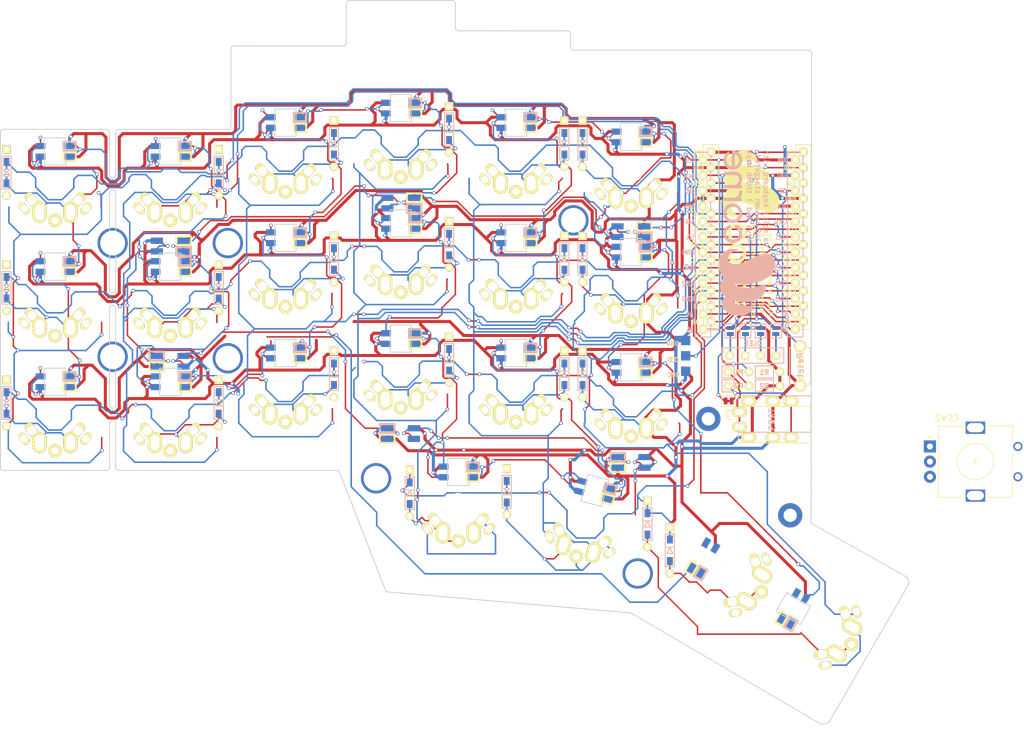
<source format=kicad_pcb>
(kicad_pcb (version 20171130) (host pcbnew "(5.1.4-0-10_14)")
  (title_block (title "Corne Chocolate") (date 2018-11-17) (rev 2.1) (company foostan))
  (layers (0 F.Cu signal) (31 B.Cu signal) (34 B.Paste user) (35 F.Paste user) (36 B.SilkS user) (37 F.SilkS user) (38 B.Mask user) (39 F.Mask user) (44 Edge.Cuts user))
  (net 0 "")
  (net 1 row0)
  (net 2 "Net-(D1-Pad2)")
  (net 3 row1)
  (net 4 "Net-(D2-Pad2)")
  (net 5 row2)
  (net 6 "Net-(D3-Pad2)")
  (net 7 row3)
  (net 8 "Net-(D4-Pad2)")
  (net 9 "Net-(D5-Pad2)")
  (net 10 "Net-(D6-Pad2)")
  (net 11 "Net-(D7-Pad2)")
  (net 12 "Net-(D8-Pad2)")
  (net 13 "Net-(D9-Pad2)")
  (net 14 "Net-(D10-Pad2)")
  (net 15 "Net-(D11-Pad2)")
  (net 16 "Net-(D12-Pad2)")
  (net 17 "Net-(D13-Pad2)")
  (net 18 "Net-(D14-Pad2)")
  (net 19 "Net-(D15-Pad2)")
  (net 20 "Net-(D16-Pad2)")
  (net 21 "Net-(D17-Pad2)")
  (net 22 "Net-(D18-Pad2)")
  (net 23 "Net-(D19-Pad2)")
  (net 24 "Net-(D20-Pad2)")
  (net 25 "Net-(D21-Pad2)")
  (net 26 GND)
  (net 27 VCC)
  (net 28 col0)
  (net 29 col1)
  (net 30 col2)
  (net 31 col3)
  (net 32 col4)
  (net 33 col5)
  (net 34 LED)
  (net 35 data)
  (net 36 "Net-(L1-Pad3)")
  (net 37 "Net-(L1-Pad1)")
  (net 38 "Net-(L3-Pad3)")
  (net 39 "Net-(L10-Pad1)")
  (net 40 "Net-(L11-Pad1)")
  (net 41 "Net-(L13-Pad1)")
  (net 42 "Net-(L14-Pad3)")
  (net 43 "Net-(L10-Pad3)")
  (net 44 "Net-(L12-Pad1)")
  (net 45 "Net-(L13-Pad3)")
  (net 46 "Net-(L15-Pad3)")
  (net 47 "Net-(L16-Pad3)")
  (net 48 reset)
  (net 49 SCL)
  (net 50 SDA)
  (net 51 "Net-(L5-Pad3)")
  (net 52 "Net-(U1-Pad14)")
  (net 53 "Net-(U1-Pad13)")
  (net 54 "Net-(U1-Pad12)")
  (net 55 "Net-(U1-Pad11)")
  (net 56 "Net-(J2-Pad1)")
  (net 57 "Net-(J2-Pad2)")
  (net 58 "Net-(J2-Pad3)")
  (net 59 "Net-(J2-Pad4)")
  (net 60 "Net-(L2-Pad3)")
  (net 61 "Net-(L3-Pad1)")
  (net 62 "Net-(L11-Pad3)")
  (net 63 "Net-(L14-Pad1)")
  (net 64 "Net-(L12-Pad3)")
  (net 65 "Net-(L17-Pad1)")
  (net 66 "Net-(L18-Pad3)")
  (net 67 "Net-(L19-Pad3)")
  (net 68 "Net-(J1-PadA)")
  (net 69 "Net-(J1-PadB)")
  (net 70 "Net-(U1-Pad24)")
  (net 71 "Net-(L21-Pad3)")
  (net 72 "Net-(L22-Pad3)")
  (net 73 "Net-(L22-Pad1)")
  (net 74 "Net-(L23-Pad3)")
  (net 75 "Net-(L25-Pad1)")
  (net 76 "Net-(L26-Pad1)")
  (net 77 "Net-(L15-Pad1)")
  (net 78 ENCA)
  (net 79 ENCB)
  (net 80 "Net-(D22-Pad2)")
  (net 81 "Net-(SW23-PadC)")
  (module Rotary_Encoder:RotaryEncoder_Alps_EC11E_Vertical_H20mm (layer F.Cu) (at 214.3 120.3)
    (fp_text reference SW23 (at 2.8 -4.7) (layer F.SilkS))
    (fp_text value Rotary_Encoder)
    (pad A thru_hole rect (at 0 0) (size 2 2) (drill 1) (layers *.Cu *.Mask) (net 78 ENCA))
    (pad C thru_hole circle (at 0 2.5) (size 2 2) (drill 1) (layers *.Cu *.Mask) (net 81 "Net-(SW23-PadC)"))
    (pad B thru_hole circle (at 0 5) (size 2 2) (drill 1) (layers *.Cu *.Mask) (net 79 ENCB))
    (pad MP thru_hole rect (at 7.5 -3.1) (size 3.2 2) (drill oval 2.8 1.5) (layers *.Cu *.Mask))
    (pad MP thru_hole rect (at 7.5 8.1) (size 3.2 2) (drill oval 2.8 1.5) (layers *.Cu *.Mask))
    (pad "" thru_hole circle (at 14.5 0) (size 1.5 1.5) (drill 1) (layers *.Cu *.Mask))
    (pad "" thru_hole circle (at 14.5 5) (size 1.5 1.5) (drill 1) (layers *.Cu *.Mask))
  )
  (module kbd:MX_ALPS_PG1350_noLed (layer F.Cu) (at 181.4 141.35 240)
    (fp_text reference SW22 hide)
    (fp_text value SW_PUSH hide)
    (pad "" np_thru_hole circle (at -5.22 4.2 240) (size 1 1) (drill 1) (layers *.Cu *.Mask F.SilkS))
    (pad "" np_thru_hole circle (at 5.22 4.2 240) (size 1 1) (drill 1) (layers *.Cu *.Mask F.SilkS))
    (pad "" np_thru_hole circle (at -5.08 0 240) (size 1.7 1.7) (drill 1.7) (layers *.Cu *.Mask F.SilkS))
    (pad "" np_thru_hole circle (at 5.08 0 240) (size 1.7 1.7) (drill 1.7) (layers *.Cu *.Mask F.SilkS))
    (pad 1 thru_hole circle (at -2.54 -4.5 240) (size 2.4 2.4) (drill 1.5) (layers *.Cu *.Mask F.SilkS) (net 30 col2))
    (pad 1 thru_hole circle (at -2.54 -4 240) (size 2.4 2.4) (drill 1.5) (layers *.Cu *.Mask F.SilkS) (net 30 col2))
    (pad 2 thru_hole circle (at 2.54 -4 240) (size 2.4 2.4) (drill 1.5) (layers *.Cu *.Mask F.SilkS) (net 80 "Net-(D22-Pad2)"))
    (pad 2 thru_hole circle (at 2.54 -4.5 240) (size 2.4 2.4) (drill 1.5) (layers *.Cu *.Mask F.SilkS) (net 80 "Net-(D22-Pad2)"))
    (pad 2 thru_hole oval (at 3.81 -2.54 190) (size 2.8 1.55) (drill 1.5) (layers *.Cu *.Mask F.SilkS) (net 80 "Net-(D22-Pad2)"))
    (pad 1 thru_hole circle (at -2.54 -5.08 240) (size 2.4 2.4) (drill 1.5) (layers *.Cu *.Mask F.SilkS) (net 30 col2))
    (pad 1 thru_hole oval (at -3.81 -2.54 290) (size 2.8 1.55) (drill 1.5) (layers *.Cu *.Mask F.SilkS) (net 30 col2))
    (pad 2 thru_hole circle (at 2.54 -5.08 240) (size 2.4 2.4) (drill 1.5) (layers *.Cu *.Mask F.SilkS) (net 80 "Net-(D22-Pad2)"))
    (pad 2 thru_hole circle (at 0 -5.9 330) (size 2.2 2.2) (drill 1.2) (layers *.Cu *.Mask F.SilkS) (net 80 "Net-(D22-Pad2)"))
    (pad 1 thru_hole oval (at -5.1 -3.9 290) (size 2.2 1.25) (drill 1.2) (layers *.Cu *.Mask F.SilkS) (net 30 col2))
    (pad "" np_thru_hole circle (at 5.5 0 330) (size 1.9 1.9) (drill 1.9) (layers *.Cu *.Mask F.SilkS))
    (pad "" np_thru_hole circle (at -5.5 0 330) (size 1.9 1.9) (drill 1.9) (layers *.Cu *.Mask F.SilkS))
    (pad "" np_thru_hole circle (at 0 0 330) (size 4 4) (drill 4) (layers *.Cu *.Mask F.SilkS))
    (pad 1 thru_hole oval (at 5.1 -3.9 190) (size 2.2 1.25) (drill 1.2) (layers *.Cu *.Mask F.SilkS) (net 30 col2))
  )
  (module kbd:MX_ALPS_PG1350_noLed_1.75u (layer F.Cu) (at 196.25 150 240)
    (fp_text reference SW21 hide)
    (fp_text value SW_PUSH hide)
    (pad 1 thru_hole oval (at 5.1 -3.9 190) (size 2.2 1.25) (drill 1.2) (layers *.Cu *.Mask F.SilkS) (net 33 col5))
    (pad "" np_thru_hole circle (at 0 0 330) (size 4 4) (drill 4) (layers *.Cu *.Mask F.SilkS))
    (pad "" np_thru_hole circle (at -5.5 0 330) (size 1.9 1.9) (drill 1.9) (layers *.Cu *.Mask F.SilkS))
    (pad "" np_thru_hole circle (at 5.5 0 330) (size 1.9 1.9) (drill 1.9) (layers *.Cu *.Mask F.SilkS))
    (pad 1 thru_hole oval (at -5.1 -3.9 290) (size 2.2 1.25) (drill 1.2) (layers *.Cu *.Mask F.SilkS) (net 33 col5))
    (pad 2 thru_hole circle (at 0 -5.9 330) (size 2.2 2.2) (drill 1.2) (layers *.Cu *.Mask F.SilkS) (net 25 "Net-(D21-Pad2)"))
    (pad 2 thru_hole circle (at 2.54 -5.08 240) (size 2.4 2.4) (drill 1.5) (layers *.Cu *.Mask F.SilkS) (net 25 "Net-(D21-Pad2)"))
    (pad 1 thru_hole oval (at -3.81 -2.54 290) (size 2.8 1.55) (drill 1.5) (layers *.Cu *.Mask F.SilkS) (net 33 col5))
    (pad 1 thru_hole circle (at -2.54 -5.08 240) (size 2.4 2.4) (drill 1.5) (layers *.Cu *.Mask F.SilkS) (net 33 col5))
    (pad 2 thru_hole oval (at 3.81 -2.540001 190) (size 2.8 1.55) (drill 1.5) (layers *.Cu *.Mask F.SilkS) (net 25 "Net-(D21-Pad2)"))
    (pad 2 thru_hole circle (at 2.540001 -4.5 240) (size 2.4 2.4) (drill 1.5) (layers *.Cu *.Mask F.SilkS) (net 25 "Net-(D21-Pad2)"))
    (pad 2 thru_hole circle (at 2.54 -4.000001 240) (size 2.4 2.4) (drill 1.5) (layers *.Cu *.Mask F.SilkS) (net 25 "Net-(D21-Pad2)"))
    (pad 1 thru_hole circle (at -2.540001 -4 240) (size 2.4 2.4) (drill 1.5) (layers *.Cu *.Mask F.SilkS) (net 33 col5))
    (pad 1 thru_hole circle (at -2.54 -4.499999 240) (size 2.4 2.4) (drill 1.5) (layers *.Cu *.Mask F.SilkS) (net 33 col5))
    (pad "" np_thru_hole circle (at 5.08 0 240) (size 1.7 1.7) (drill 1.7) (layers *.Cu *.Mask F.SilkS))
    (pad "" np_thru_hole circle (at -5.08 0 240) (size 1.7 1.7) (drill 1.7) (layers *.Cu *.Mask F.SilkS))
    (pad "" np_thru_hole circle (at 5.22 4.2 240) (size 1 1) (drill 1) (layers *.Cu *.Mask F.SilkS))
    (pad "" np_thru_hole circle (at -5.22 4.2 240) (size 1 1) (drill 1) (layers *.Cu *.Mask F.SilkS))
  )
  (module kbd:MX_ALPS_PG1350_noLed (layer F.Cu) (at 157.5 132.75 165)
    (fp_text reference SW20 hide)
    (fp_text value SW_PUSH hide)
    (pad "" np_thru_hole circle (at -5.22 4.2 165) (size 1 1) (drill 1) (layers *.Cu *.Mask F.SilkS))
    (pad "" np_thru_hole circle (at 5.22 4.2 165) (size 1 1) (drill 1) (layers *.Cu *.Mask F.SilkS))
    (pad "" np_thru_hole circle (at -5.08 0 165) (size 1.7 1.7) (drill 1.7) (layers *.Cu *.Mask F.SilkS))
    (pad "" np_thru_hole circle (at 5.08 0 165) (size 1.7 1.7) (drill 1.7) (layers *.Cu *.Mask F.SilkS))
    (pad 1 thru_hole circle (at -2.54 -4.5 165) (size 2.4 2.4) (drill 1.5) (layers *.Cu *.Mask F.SilkS) (net 32 col4))
    (pad 1 thru_hole circle (at -2.54 -4 165) (size 2.4 2.4) (drill 1.5) (layers *.Cu *.Mask F.SilkS) (net 32 col4))
    (pad 2 thru_hole circle (at 2.54 -4 165) (size 2.4 2.4) (drill 1.5) (layers *.Cu *.Mask F.SilkS) (net 24 "Net-(D20-Pad2)"))
    (pad 2 thru_hole circle (at 2.54 -4.5 165) (size 2.4 2.4) (drill 1.5) (layers *.Cu *.Mask F.SilkS) (net 24 "Net-(D20-Pad2)"))
    (pad 2 thru_hole oval (at 3.81 -2.54 115) (size 2.8 1.55) (drill 1.5) (layers *.Cu *.Mask F.SilkS) (net 24 "Net-(D20-Pad2)"))
    (pad 1 thru_hole circle (at -2.54 -5.08 165) (size 2.4 2.4) (drill 1.5) (layers *.Cu *.Mask F.SilkS) (net 32 col4))
    (pad 1 thru_hole oval (at -3.81 -2.54 215) (size 2.8 1.55) (drill 1.5) (layers *.Cu *.Mask F.SilkS) (net 32 col4))
    (pad 2 thru_hole circle (at 2.54 -5.08 165) (size 2.4 2.4) (drill 1.5) (layers *.Cu *.Mask F.SilkS) (net 24 "Net-(D20-Pad2)"))
    (pad 2 thru_hole circle (at 0 -5.9 255) (size 2.2 2.2) (drill 1.2) (layers *.Cu *.Mask F.SilkS) (net 24 "Net-(D20-Pad2)"))
    (pad 1 thru_hole oval (at -5.1 -3.9 215) (size 2.2 1.25) (drill 1.2) (layers *.Cu *.Mask F.SilkS) (net 32 col4))
    (pad "" np_thru_hole circle (at 5.5 0 255) (size 1.9 1.9) (drill 1.9) (layers *.Cu *.Mask F.SilkS))
    (pad "" np_thru_hole circle (at -5.5 0 255) (size 1.9 1.9) (drill 1.9) (layers *.Cu *.Mask F.SilkS))
    (pad "" np_thru_hole circle (at 0 0 255) (size 4 4) (drill 4) (layers *.Cu *.Mask F.SilkS))
    (pad 1 thru_hole oval (at 5.1 -3.9 115) (size 2.2 1.25) (drill 1.2) (layers *.Cu *.Mask F.SilkS) (net 32 col4))
  )
  (module kbd:MX_ALPS_PG1350_noLed (layer F.Cu) (at 136.5 130 180)
    (fp_text reference SW19 hide)
    (fp_text value SW_PUSH hide)
    (pad "" np_thru_hole circle (at -5.22 4.2 180) (size 1 1) (drill 1) (layers *.Cu *.Mask F.SilkS))
    (pad "" np_thru_hole circle (at 5.22 4.2 180) (size 1 1) (drill 1) (layers *.Cu *.Mask F.SilkS))
    (pad "" np_thru_hole circle (at -5.08 0 180) (size 1.7 1.7) (drill 1.7) (layers *.Cu *.Mask F.SilkS))
    (pad "" np_thru_hole circle (at 5.08 0 180) (size 1.7 1.7) (drill 1.7) (layers *.Cu *.Mask F.SilkS))
    (pad 1 thru_hole circle (at -2.54 -4.5 180) (size 2.4 2.4) (drill 1.5) (layers *.Cu *.Mask F.SilkS) (net 31 col3))
    (pad 1 thru_hole circle (at -2.54 -4 180) (size 2.4 2.4) (drill 1.5) (layers *.Cu *.Mask F.SilkS) (net 31 col3))
    (pad 2 thru_hole circle (at 2.54 -4 180) (size 2.4 2.4) (drill 1.5) (layers *.Cu *.Mask F.SilkS) (net 23 "Net-(D19-Pad2)"))
    (pad 2 thru_hole circle (at 2.54 -4.5 180) (size 2.4 2.4) (drill 1.5) (layers *.Cu *.Mask F.SilkS) (net 23 "Net-(D19-Pad2)"))
    (pad 2 thru_hole oval (at 3.81 -2.54 130) (size 2.8 1.55) (drill 1.5) (layers *.Cu *.Mask F.SilkS) (net 23 "Net-(D19-Pad2)"))
    (pad 1 thru_hole circle (at -2.54 -5.08 180) (size 2.4 2.4) (drill 1.5) (layers *.Cu *.Mask F.SilkS) (net 31 col3))
    (pad 1 thru_hole oval (at -3.81 -2.54 230) (size 2.8 1.55) (drill 1.5) (layers *.Cu *.Mask F.SilkS) (net 31 col3))
    (pad 2 thru_hole circle (at 2.54 -5.08 180) (size 2.4 2.4) (drill 1.5) (layers *.Cu *.Mask F.SilkS) (net 23 "Net-(D19-Pad2)"))
    (pad 2 thru_hole circle (at 0 -5.9 270) (size 2.2 2.2) (drill 1.2) (layers *.Cu *.Mask F.SilkS) (net 23 "Net-(D19-Pad2)"))
    (pad 1 thru_hole oval (at -5.1 -3.9 230) (size 2.2 1.25) (drill 1.2) (layers *.Cu *.Mask F.SilkS) (net 31 col3))
    (pad "" np_thru_hole circle (at 5.5 0 270) (size 1.9 1.9) (drill 1.9) (layers *.Cu *.Mask F.SilkS))
    (pad "" np_thru_hole circle (at -5.5 0 270) (size 1.9 1.9) (drill 1.9) (layers *.Cu *.Mask F.SilkS))
    (pad "" np_thru_hole circle (at 0 0 270) (size 4 4) (drill 4) (layers *.Cu *.Mask F.SilkS))
    (pad 1 thru_hole oval (at 5.1 -3.9 130) (size 2.2 1.25) (drill 1.2) (layers *.Cu *.Mask F.SilkS) (net 31 col3))
  )
  (module kbd:MX_ALPS_PG1350_noLed (layer F.Cu) (at 165 112.75 180)
    (fp_text reference SW18 hide)
    (fp_text value SW_PUSH hide)
    (pad "" np_thru_hole circle (at -5.22 4.2 180) (size 1 1) (drill 1) (layers *.Cu *.Mask F.SilkS))
    (pad "" np_thru_hole circle (at 5.22 4.2 180) (size 1 1) (drill 1) (layers *.Cu *.Mask F.SilkS))
    (pad "" np_thru_hole circle (at -5.08 0 180) (size 1.7 1.7) (drill 1.7) (layers *.Cu *.Mask F.SilkS))
    (pad "" np_thru_hole circle (at 5.08 0 180) (size 1.7 1.7) (drill 1.7) (layers *.Cu *.Mask F.SilkS))
    (pad 1 thru_hole circle (at -2.54 -4.5 180) (size 2.4 2.4) (drill 1.5) (layers *.Cu *.Mask F.SilkS) (net 33 col5))
    (pad 1 thru_hole circle (at -2.54 -4 180) (size 2.4 2.4) (drill 1.5) (layers *.Cu *.Mask F.SilkS) (net 33 col5))
    (pad 2 thru_hole circle (at 2.54 -4 180) (size 2.4 2.4) (drill 1.5) (layers *.Cu *.Mask F.SilkS) (net 22 "Net-(D18-Pad2)"))
    (pad 2 thru_hole circle (at 2.54 -4.5 180) (size 2.4 2.4) (drill 1.5) (layers *.Cu *.Mask F.SilkS) (net 22 "Net-(D18-Pad2)"))
    (pad 2 thru_hole oval (at 3.81 -2.54 130) (size 2.8 1.55) (drill 1.5) (layers *.Cu *.Mask F.SilkS) (net 22 "Net-(D18-Pad2)"))
    (pad 1 thru_hole circle (at -2.54 -5.08 180) (size 2.4 2.4) (drill 1.5) (layers *.Cu *.Mask F.SilkS) (net 33 col5))
    (pad 1 thru_hole oval (at -3.81 -2.54 230) (size 2.8 1.55) (drill 1.5) (layers *.Cu *.Mask F.SilkS) (net 33 col5))
    (pad 2 thru_hole circle (at 2.54 -5.08 180) (size 2.4 2.4) (drill 1.5) (layers *.Cu *.Mask F.SilkS) (net 22 "Net-(D18-Pad2)"))
    (pad 2 thru_hole circle (at 0 -5.9 270) (size 2.2 2.2) (drill 1.2) (layers *.Cu *.Mask F.SilkS) (net 22 "Net-(D18-Pad2)"))
    (pad 1 thru_hole oval (at -5.1 -3.9 230) (size 2.2 1.25) (drill 1.2) (layers *.Cu *.Mask F.SilkS) (net 33 col5))
    (pad "" np_thru_hole circle (at 5.5 0 270) (size 1.9 1.9) (drill 1.9) (layers *.Cu *.Mask F.SilkS))
    (pad "" np_thru_hole circle (at -5.5 0 270) (size 1.9 1.9) (drill 1.9) (layers *.Cu *.Mask F.SilkS))
    (pad "" np_thru_hole circle (at 0 0 270) (size 4 4) (drill 4) (layers *.Cu *.Mask F.SilkS))
    (pad 1 thru_hole oval (at 5.1 -3.9 130) (size 2.2 1.25) (drill 1.2) (layers *.Cu *.Mask F.SilkS) (net 33 col5))
  )
  (module kbd:MX_ALPS_PG1350_noLed (layer F.Cu) (at 146 110.375 180)
    (fp_text reference SW17 hide)
    (fp_text value SW_PUSH hide)
    (pad "" np_thru_hole circle (at -5.22 4.2 180) (size 1 1) (drill 1) (layers *.Cu *.Mask F.SilkS))
    (pad "" np_thru_hole circle (at 5.22 4.2 180) (size 1 1) (drill 1) (layers *.Cu *.Mask F.SilkS))
    (pad "" np_thru_hole circle (at -5.08 0 180) (size 1.7 1.7) (drill 1.7) (layers *.Cu *.Mask F.SilkS))
    (pad "" np_thru_hole circle (at 5.08 0 180) (size 1.7 1.7) (drill 1.7) (layers *.Cu *.Mask F.SilkS))
    (pad 1 thru_hole circle (at -2.54 -4.5 180) (size 2.4 2.4) (drill 1.5) (layers *.Cu *.Mask F.SilkS) (net 32 col4))
    (pad 1 thru_hole circle (at -2.54 -4 180) (size 2.4 2.4) (drill 1.5) (layers *.Cu *.Mask F.SilkS) (net 32 col4))
    (pad 2 thru_hole circle (at 2.54 -4 180) (size 2.4 2.4) (drill 1.5) (layers *.Cu *.Mask F.SilkS) (net 21 "Net-(D17-Pad2)"))
    (pad 2 thru_hole circle (at 2.54 -4.5 180) (size 2.4 2.4) (drill 1.5) (layers *.Cu *.Mask F.SilkS) (net 21 "Net-(D17-Pad2)"))
    (pad 2 thru_hole oval (at 3.81 -2.54 130) (size 2.8 1.55) (drill 1.5) (layers *.Cu *.Mask F.SilkS) (net 21 "Net-(D17-Pad2)"))
    (pad 1 thru_hole circle (at -2.54 -5.08 180) (size 2.4 2.4) (drill 1.5) (layers *.Cu *.Mask F.SilkS) (net 32 col4))
    (pad 1 thru_hole oval (at -3.81 -2.54 230) (size 2.8 1.55) (drill 1.5) (layers *.Cu *.Mask F.SilkS) (net 32 col4))
    (pad 2 thru_hole circle (at 2.54 -5.08 180) (size 2.4 2.4) (drill 1.5) (layers *.Cu *.Mask F.SilkS) (net 21 "Net-(D17-Pad2)"))
    (pad 2 thru_hole circle (at 0 -5.9 270) (size 2.2 2.2) (drill 1.2) (layers *.Cu *.Mask F.SilkS) (net 21 "Net-(D17-Pad2)"))
    (pad 1 thru_hole oval (at -5.1 -3.9 230) (size 2.2 1.25) (drill 1.2) (layers *.Cu *.Mask F.SilkS) (net 32 col4))
    (pad "" np_thru_hole circle (at 5.5 0 270) (size 1.9 1.9) (drill 1.9) (layers *.Cu *.Mask F.SilkS))
    (pad "" np_thru_hole circle (at -5.5 0 270) (size 1.9 1.9) (drill 1.9) (layers *.Cu *.Mask F.SilkS))
    (pad "" np_thru_hole circle (at 0 0 270) (size 4 4) (drill 4) (layers *.Cu *.Mask F.SilkS))
    (pad 1 thru_hole oval (at 5.1 -3.9 130) (size 2.2 1.25) (drill 1.2) (layers *.Cu *.Mask F.SilkS) (net 32 col4))
  )
  (module kbd:MX_ALPS_PG1350_noLed (layer F.Cu) (at 127 108 180)
    (fp_text reference SW16 hide)
    (fp_text value SW_PUSH hide)
    (pad "" np_thru_hole circle (at -5.22 4.2 180) (size 1 1) (drill 1) (layers *.Cu *.Mask F.SilkS))
    (pad "" np_thru_hole circle (at 5.22 4.2 180) (size 1 1) (drill 1) (layers *.Cu *.Mask F.SilkS))
    (pad "" np_thru_hole circle (at -5.08 0 180) (size 1.7 1.7) (drill 1.7) (layers *.Cu *.Mask F.SilkS))
    (pad "" np_thru_hole circle (at 5.08 0 180) (size 1.7 1.7) (drill 1.7) (layers *.Cu *.Mask F.SilkS))
    (pad 1 thru_hole circle (at -2.54 -4.5 180) (size 2.4 2.4) (drill 1.5) (layers *.Cu *.Mask F.SilkS) (net 31 col3))
    (pad 1 thru_hole circle (at -2.54 -4 180) (size 2.4 2.4) (drill 1.5) (layers *.Cu *.Mask F.SilkS) (net 31 col3))
    (pad 2 thru_hole circle (at 2.54 -4 180) (size 2.4 2.4) (drill 1.5) (layers *.Cu *.Mask F.SilkS) (net 20 "Net-(D16-Pad2)"))
    (pad 2 thru_hole circle (at 2.54 -4.5 180) (size 2.4 2.4) (drill 1.5) (layers *.Cu *.Mask F.SilkS) (net 20 "Net-(D16-Pad2)"))
    (pad 2 thru_hole oval (at 3.81 -2.54 130) (size 2.8 1.55) (drill 1.5) (layers *.Cu *.Mask F.SilkS) (net 20 "Net-(D16-Pad2)"))
    (pad 1 thru_hole circle (at -2.54 -5.08 180) (size 2.4 2.4) (drill 1.5) (layers *.Cu *.Mask F.SilkS) (net 31 col3))
    (pad 1 thru_hole oval (at -3.81 -2.54 230) (size 2.8 1.55) (drill 1.5) (layers *.Cu *.Mask F.SilkS) (net 31 col3))
    (pad 2 thru_hole circle (at 2.54 -5.08 180) (size 2.4 2.4) (drill 1.5) (layers *.Cu *.Mask F.SilkS) (net 20 "Net-(D16-Pad2)"))
    (pad 2 thru_hole circle (at 0 -5.9 270) (size 2.2 2.2) (drill 1.2) (layers *.Cu *.Mask F.SilkS) (net 20 "Net-(D16-Pad2)"))
    (pad 1 thru_hole oval (at -5.1 -3.9 230) (size 2.2 1.25) (drill 1.2) (layers *.Cu *.Mask F.SilkS) (net 31 col3))
    (pad "" np_thru_hole circle (at 5.5 0 270) (size 1.9 1.9) (drill 1.9) (layers *.Cu *.Mask F.SilkS))
    (pad "" np_thru_hole circle (at -5.5 0 270) (size 1.9 1.9) (drill 1.9) (layers *.Cu *.Mask F.SilkS))
    (pad "" np_thru_hole circle (at 0 0 270) (size 4 4) (drill 4) (layers *.Cu *.Mask F.SilkS))
    (pad 1 thru_hole oval (at 5.1 -3.9 130) (size 2.2 1.25) (drill 1.2) (layers *.Cu *.Mask F.SilkS) (net 31 col3))
  )
  (module kbd:MX_ALPS_PG1350_noLed (layer F.Cu) (at 108 110.375 180)
    (fp_text reference SW15 hide)
    (fp_text value SW_PUSH hide)
    (pad "" np_thru_hole circle (at -5.22 4.2 180) (size 1 1) (drill 1) (layers *.Cu *.Mask F.SilkS))
    (pad "" np_thru_hole circle (at 5.22 4.2 180) (size 1 1) (drill 1) (layers *.Cu *.Mask F.SilkS))
    (pad "" np_thru_hole circle (at -5.08 0 180) (size 1.7 1.7) (drill 1.7) (layers *.Cu *.Mask F.SilkS))
    (pad "" np_thru_hole circle (at 5.08 0 180) (size 1.7 1.7) (drill 1.7) (layers *.Cu *.Mask F.SilkS))
    (pad 1 thru_hole circle (at -2.54 -4.5 180) (size 2.4 2.4) (drill 1.5) (layers *.Cu *.Mask F.SilkS) (net 30 col2))
    (pad 1 thru_hole circle (at -2.54 -4 180) (size 2.4 2.4) (drill 1.5) (layers *.Cu *.Mask F.SilkS) (net 30 col2))
    (pad 2 thru_hole circle (at 2.54 -4 180) (size 2.4 2.4) (drill 1.5) (layers *.Cu *.Mask F.SilkS) (net 19 "Net-(D15-Pad2)"))
    (pad 2 thru_hole circle (at 2.54 -4.5 180) (size 2.4 2.4) (drill 1.5) (layers *.Cu *.Mask F.SilkS) (net 19 "Net-(D15-Pad2)"))
    (pad 2 thru_hole oval (at 3.81 -2.54 130) (size 2.8 1.55) (drill 1.5) (layers *.Cu *.Mask F.SilkS) (net 19 "Net-(D15-Pad2)"))
    (pad 1 thru_hole circle (at -2.54 -5.08 180) (size 2.4 2.4) (drill 1.5) (layers *.Cu *.Mask F.SilkS) (net 30 col2))
    (pad 1 thru_hole oval (at -3.81 -2.54 230) (size 2.8 1.55) (drill 1.5) (layers *.Cu *.Mask F.SilkS) (net 30 col2))
    (pad 2 thru_hole circle (at 2.54 -5.08 180) (size 2.4 2.4) (drill 1.5) (layers *.Cu *.Mask F.SilkS) (net 19 "Net-(D15-Pad2)"))
    (pad 2 thru_hole circle (at 0 -5.9 270) (size 2.2 2.2) (drill 1.2) (layers *.Cu *.Mask F.SilkS) (net 19 "Net-(D15-Pad2)"))
    (pad 1 thru_hole oval (at -5.1 -3.9 230) (size 2.2 1.25) (drill 1.2) (layers *.Cu *.Mask F.SilkS) (net 30 col2))
    (pad "" np_thru_hole circle (at 5.5 0 270) (size 1.9 1.9) (drill 1.9) (layers *.Cu *.Mask F.SilkS))
    (pad "" np_thru_hole circle (at -5.5 0 270) (size 1.9 1.9) (drill 1.9) (layers *.Cu *.Mask F.SilkS))
    (pad "" np_thru_hole circle (at 0 0 270) (size 4 4) (drill 4) (layers *.Cu *.Mask F.SilkS))
    (pad 1 thru_hole oval (at 5.1 -3.9 130) (size 2.2 1.25) (drill 1.2) (layers *.Cu *.Mask F.SilkS) (net 30 col2))
  )
  (module kbd:MX_ALPS_PG1350_noLed (layer F.Cu) (at 89 115.125 180)
    (fp_text reference SW14 hide)
    (fp_text value SW_PUSH hide)
    (pad "" np_thru_hole circle (at -5.22 4.2 180) (size 1 1) (drill 1) (layers *.Cu *.Mask F.SilkS))
    (pad "" np_thru_hole circle (at 5.22 4.2 180) (size 1 1) (drill 1) (layers *.Cu *.Mask F.SilkS))
    (pad "" np_thru_hole circle (at -5.08 0 180) (size 1.7 1.7) (drill 1.7) (layers *.Cu *.Mask F.SilkS))
    (pad "" np_thru_hole circle (at 5.08 0 180) (size 1.7 1.7) (drill 1.7) (layers *.Cu *.Mask F.SilkS))
    (pad 1 thru_hole circle (at -2.54 -4.5 180) (size 2.4 2.4) (drill 1.5) (layers *.Cu *.Mask F.SilkS) (net 29 col1))
    (pad 1 thru_hole circle (at -2.54 -4 180) (size 2.4 2.4) (drill 1.5) (layers *.Cu *.Mask F.SilkS) (net 29 col1))
    (pad 2 thru_hole circle (at 2.54 -4 180) (size 2.4 2.4) (drill 1.5) (layers *.Cu *.Mask F.SilkS) (net 18 "Net-(D14-Pad2)"))
    (pad 2 thru_hole circle (at 2.54 -4.5 180) (size 2.4 2.4) (drill 1.5) (layers *.Cu *.Mask F.SilkS) (net 18 "Net-(D14-Pad2)"))
    (pad 2 thru_hole oval (at 3.81 -2.54 130) (size 2.8 1.55) (drill 1.5) (layers *.Cu *.Mask F.SilkS) (net 18 "Net-(D14-Pad2)"))
    (pad 1 thru_hole circle (at -2.54 -5.08 180) (size 2.4 2.4) (drill 1.5) (layers *.Cu *.Mask F.SilkS) (net 29 col1))
    (pad 1 thru_hole oval (at -3.81 -2.54 230) (size 2.8 1.55) (drill 1.5) (layers *.Cu *.Mask F.SilkS) (net 29 col1))
    (pad 2 thru_hole circle (at 2.54 -5.08 180) (size 2.4 2.4) (drill 1.5) (layers *.Cu *.Mask F.SilkS) (net 18 "Net-(D14-Pad2)"))
    (pad 2 thru_hole circle (at 0 -5.9 270) (size 2.2 2.2) (drill 1.2) (layers *.Cu *.Mask F.SilkS) (net 18 "Net-(D14-Pad2)"))
    (pad 1 thru_hole oval (at -5.1 -3.9 230) (size 2.2 1.25) (drill 1.2) (layers *.Cu *.Mask F.SilkS) (net 29 col1))
    (pad "" np_thru_hole circle (at 5.5 0 270) (size 1.9 1.9) (drill 1.9) (layers *.Cu *.Mask F.SilkS))
    (pad "" np_thru_hole circle (at -5.5 0 270) (size 1.9 1.9) (drill 1.9) (layers *.Cu *.Mask F.SilkS))
    (pad "" np_thru_hole circle (at 0 0 270) (size 4 4) (drill 4) (layers *.Cu *.Mask F.SilkS))
    (pad 1 thru_hole oval (at 5.1 -3.9 130) (size 2.2 1.25) (drill 1.2) (layers *.Cu *.Mask F.SilkS) (net 29 col1))
  )
  (module kbd:MX_ALPS_PG1350_noLed (layer F.Cu) (at 70 115.125 180)
    (fp_text reference SW13 hide)
    (fp_text value SW_PUSH hide)
    (pad "" np_thru_hole circle (at -5.22 4.2 180) (size 1 1) (drill 1) (layers *.Cu *.Mask F.SilkS))
    (pad "" np_thru_hole circle (at 5.22 4.2 180) (size 1 1) (drill 1) (layers *.Cu *.Mask F.SilkS))
    (pad "" np_thru_hole circle (at -5.08 0 180) (size 1.7 1.7) (drill 1.7) (layers *.Cu *.Mask F.SilkS))
    (pad "" np_thru_hole circle (at 5.08 0 180) (size 1.7 1.7) (drill 1.7) (layers *.Cu *.Mask F.SilkS))
    (pad 1 thru_hole circle (at -2.54 -4.5 180) (size 2.4 2.4) (drill 1.5) (layers *.Cu *.Mask F.SilkS) (net 28 col0))
    (pad 1 thru_hole circle (at -2.54 -4 180) (size 2.4 2.4) (drill 1.5) (layers *.Cu *.Mask F.SilkS) (net 28 col0))
    (pad 2 thru_hole circle (at 2.54 -4 180) (size 2.4 2.4) (drill 1.5) (layers *.Cu *.Mask F.SilkS) (net 17 "Net-(D13-Pad2)"))
    (pad 2 thru_hole circle (at 2.54 -4.5 180) (size 2.4 2.4) (drill 1.5) (layers *.Cu *.Mask F.SilkS) (net 17 "Net-(D13-Pad2)"))
    (pad 2 thru_hole oval (at 3.81 -2.54 130) (size 2.8 1.55) (drill 1.5) (layers *.Cu *.Mask F.SilkS) (net 17 "Net-(D13-Pad2)"))
    (pad 1 thru_hole circle (at -2.54 -5.08 180) (size 2.4 2.4) (drill 1.5) (layers *.Cu *.Mask F.SilkS) (net 28 col0))
    (pad 1 thru_hole oval (at -3.81 -2.54 230) (size 2.8 1.55) (drill 1.5) (layers *.Cu *.Mask F.SilkS) (net 28 col0))
    (pad 2 thru_hole circle (at 2.54 -5.08 180) (size 2.4 2.4) (drill 1.5) (layers *.Cu *.Mask F.SilkS) (net 17 "Net-(D13-Pad2)"))
    (pad 2 thru_hole circle (at 0 -5.9 270) (size 2.2 2.2) (drill 1.2) (layers *.Cu *.Mask F.SilkS) (net 17 "Net-(D13-Pad2)"))
    (pad 1 thru_hole oval (at -5.1 -3.9 230) (size 2.2 1.25) (drill 1.2) (layers *.Cu *.Mask F.SilkS) (net 28 col0))
    (pad "" np_thru_hole circle (at 5.5 0 270) (size 1.9 1.9) (drill 1.9) (layers *.Cu *.Mask F.SilkS))
    (pad "" np_thru_hole circle (at -5.5 0 270) (size 1.9 1.9) (drill 1.9) (layers *.Cu *.Mask F.SilkS))
    (pad "" np_thru_hole circle (at 0 0 270) (size 4 4) (drill 4) (layers *.Cu *.Mask F.SilkS))
    (pad 1 thru_hole oval (at 5.1 -3.9 130) (size 2.2 1.25) (drill 1.2) (layers *.Cu *.Mask F.SilkS) (net 28 col0))
  )
  (module kbd:MX_ALPS_PG1350_noLed (layer F.Cu) (at 165 93.75 180)
    (fp_text reference SW12 hide)
    (fp_text value SW_PUSH hide)
    (pad "" np_thru_hole circle (at -5.22 4.2 180) (size 1 1) (drill 1) (layers *.Cu *.Mask F.SilkS))
    (pad "" np_thru_hole circle (at 5.22 4.2 180) (size 1 1) (drill 1) (layers *.Cu *.Mask F.SilkS))
    (pad "" np_thru_hole circle (at -5.08 0 180) (size 1.7 1.7) (drill 1.7) (layers *.Cu *.Mask F.SilkS))
    (pad "" np_thru_hole circle (at 5.08 0 180) (size 1.7 1.7) (drill 1.7) (layers *.Cu *.Mask F.SilkS))
    (pad 1 thru_hole circle (at -2.54 -4.5 180) (size 2.4 2.4) (drill 1.5) (layers *.Cu *.Mask F.SilkS) (net 33 col5))
    (pad 1 thru_hole circle (at -2.54 -4 180) (size 2.4 2.4) (drill 1.5) (layers *.Cu *.Mask F.SilkS) (net 33 col5))
    (pad 2 thru_hole circle (at 2.54 -4 180) (size 2.4 2.4) (drill 1.5) (layers *.Cu *.Mask F.SilkS) (net 16 "Net-(D12-Pad2)"))
    (pad 2 thru_hole circle (at 2.54 -4.5 180) (size 2.4 2.4) (drill 1.5) (layers *.Cu *.Mask F.SilkS) (net 16 "Net-(D12-Pad2)"))
    (pad 2 thru_hole oval (at 3.81 -2.54 130) (size 2.8 1.55) (drill 1.5) (layers *.Cu *.Mask F.SilkS) (net 16 "Net-(D12-Pad2)"))
    (pad 1 thru_hole circle (at -2.54 -5.08 180) (size 2.4 2.4) (drill 1.5) (layers *.Cu *.Mask F.SilkS) (net 33 col5))
    (pad 1 thru_hole oval (at -3.81 -2.54 230) (size 2.8 1.55) (drill 1.5) (layers *.Cu *.Mask F.SilkS) (net 33 col5))
    (pad 2 thru_hole circle (at 2.54 -5.08 180) (size 2.4 2.4) (drill 1.5) (layers *.Cu *.Mask F.SilkS) (net 16 "Net-(D12-Pad2)"))
    (pad 2 thru_hole circle (at 0 -5.9 270) (size 2.2 2.2) (drill 1.2) (layers *.Cu *.Mask F.SilkS) (net 16 "Net-(D12-Pad2)"))
    (pad 1 thru_hole oval (at -5.1 -3.9 230) (size 2.2 1.25) (drill 1.2) (layers *.Cu *.Mask F.SilkS) (net 33 col5))
    (pad "" np_thru_hole circle (at 5.5 0 270) (size 1.9 1.9) (drill 1.9) (layers *.Cu *.Mask F.SilkS))
    (pad "" np_thru_hole circle (at -5.5 0 270) (size 1.9 1.9) (drill 1.9) (layers *.Cu *.Mask F.SilkS))
    (pad "" np_thru_hole circle (at 0 0 270) (size 4 4) (drill 4) (layers *.Cu *.Mask F.SilkS))
    (pad 1 thru_hole oval (at 5.1 -3.9 130) (size 2.2 1.25) (drill 1.2) (layers *.Cu *.Mask F.SilkS) (net 33 col5))
  )
  (module kbd:MX_ALPS_PG1350_noLed (layer F.Cu) (at 146 91.375 180)
    (fp_text reference SW11 hide)
    (fp_text value SW_PUSH hide)
    (pad "" np_thru_hole circle (at -5.22 4.2 180) (size 1 1) (drill 1) (layers *.Cu *.Mask F.SilkS))
    (pad "" np_thru_hole circle (at 5.22 4.2 180) (size 1 1) (drill 1) (layers *.Cu *.Mask F.SilkS))
    (pad "" np_thru_hole circle (at -5.08 0 180) (size 1.7 1.7) (drill 1.7) (layers *.Cu *.Mask F.SilkS))
    (pad "" np_thru_hole circle (at 5.08 0 180) (size 1.7 1.7) (drill 1.7) (layers *.Cu *.Mask F.SilkS))
    (pad 1 thru_hole circle (at -2.54 -4.5 180) (size 2.4 2.4) (drill 1.5) (layers *.Cu *.Mask F.SilkS) (net 32 col4))
    (pad 1 thru_hole circle (at -2.54 -4 180) (size 2.4 2.4) (drill 1.5) (layers *.Cu *.Mask F.SilkS) (net 32 col4))
    (pad 2 thru_hole circle (at 2.54 -4 180) (size 2.4 2.4) (drill 1.5) (layers *.Cu *.Mask F.SilkS) (net 15 "Net-(D11-Pad2)"))
    (pad 2 thru_hole circle (at 2.54 -4.5 180) (size 2.4 2.4) (drill 1.5) (layers *.Cu *.Mask F.SilkS) (net 15 "Net-(D11-Pad2)"))
    (pad 2 thru_hole oval (at 3.81 -2.54 130) (size 2.8 1.55) (drill 1.5) (layers *.Cu *.Mask F.SilkS) (net 15 "Net-(D11-Pad2)"))
    (pad 1 thru_hole circle (at -2.54 -5.08 180) (size 2.4 2.4) (drill 1.5) (layers *.Cu *.Mask F.SilkS) (net 32 col4))
    (pad 1 thru_hole oval (at -3.81 -2.54 230) (size 2.8 1.55) (drill 1.5) (layers *.Cu *.Mask F.SilkS) (net 32 col4))
    (pad 2 thru_hole circle (at 2.54 -5.08 180) (size 2.4 2.4) (drill 1.5) (layers *.Cu *.Mask F.SilkS) (net 15 "Net-(D11-Pad2)"))
    (pad 2 thru_hole circle (at 0 -5.9 270) (size 2.2 2.2) (drill 1.2) (layers *.Cu *.Mask F.SilkS) (net 15 "Net-(D11-Pad2)"))
    (pad 1 thru_hole oval (at -5.1 -3.9 230) (size 2.2 1.25) (drill 1.2) (layers *.Cu *.Mask F.SilkS) (net 32 col4))
    (pad "" np_thru_hole circle (at 5.5 0 270) (size 1.9 1.9) (drill 1.9) (layers *.Cu *.Mask F.SilkS))
    (pad "" np_thru_hole circle (at -5.5 0 270) (size 1.9 1.9) (drill 1.9) (layers *.Cu *.Mask F.SilkS))
    (pad "" np_thru_hole circle (at 0 0 270) (size 4 4) (drill 4) (layers *.Cu *.Mask F.SilkS))
    (pad 1 thru_hole oval (at 5.1 -3.9 130) (size 2.2 1.25) (drill 1.2) (layers *.Cu *.Mask F.SilkS) (net 32 col4))
  )
  (module kbd:MX_ALPS_PG1350_noLed (layer F.Cu) (at 127 89 180)
    (fp_text reference SW10 hide)
    (fp_text value SW_PUSH hide)
    (pad "" np_thru_hole circle (at -5.22 4.2 180) (size 1 1) (drill 1) (layers *.Cu *.Mask F.SilkS))
    (pad "" np_thru_hole circle (at 5.22 4.2 180) (size 1 1) (drill 1) (layers *.Cu *.Mask F.SilkS))
    (pad "" np_thru_hole circle (at -5.08 0 180) (size 1.7 1.7) (drill 1.7) (layers *.Cu *.Mask F.SilkS))
    (pad "" np_thru_hole circle (at 5.08 0 180) (size 1.7 1.7) (drill 1.7) (layers *.Cu *.Mask F.SilkS))
    (pad 1 thru_hole circle (at -2.54 -4.5 180) (size 2.4 2.4) (drill 1.5) (layers *.Cu *.Mask F.SilkS) (net 31 col3))
    (pad 1 thru_hole circle (at -2.54 -4 180) (size 2.4 2.4) (drill 1.5) (layers *.Cu *.Mask F.SilkS) (net 31 col3))
    (pad 2 thru_hole circle (at 2.54 -4 180) (size 2.4 2.4) (drill 1.5) (layers *.Cu *.Mask F.SilkS) (net 14 "Net-(D10-Pad2)"))
    (pad 2 thru_hole circle (at 2.54 -4.5 180) (size 2.4 2.4) (drill 1.5) (layers *.Cu *.Mask F.SilkS) (net 14 "Net-(D10-Pad2)"))
    (pad 2 thru_hole oval (at 3.81 -2.54 130) (size 2.8 1.55) (drill 1.5) (layers *.Cu *.Mask F.SilkS) (net 14 "Net-(D10-Pad2)"))
    (pad 1 thru_hole circle (at -2.54 -5.08 180) (size 2.4 2.4) (drill 1.5) (layers *.Cu *.Mask F.SilkS) (net 31 col3))
    (pad 1 thru_hole oval (at -3.81 -2.54 230) (size 2.8 1.55) (drill 1.5) (layers *.Cu *.Mask F.SilkS) (net 31 col3))
    (pad 2 thru_hole circle (at 2.54 -5.08 180) (size 2.4 2.4) (drill 1.5) (layers *.Cu *.Mask F.SilkS) (net 14 "Net-(D10-Pad2)"))
    (pad 2 thru_hole circle (at 0 -5.9 270) (size 2.2 2.2) (drill 1.2) (layers *.Cu *.Mask F.SilkS) (net 14 "Net-(D10-Pad2)"))
    (pad 1 thru_hole oval (at -5.1 -3.9 230) (size 2.2 1.25) (drill 1.2) (layers *.Cu *.Mask F.SilkS) (net 31 col3))
    (pad "" np_thru_hole circle (at 5.5 0 270) (size 1.9 1.9) (drill 1.9) (layers *.Cu *.Mask F.SilkS))
    (pad "" np_thru_hole circle (at -5.5 0 270) (size 1.9 1.9) (drill 1.9) (layers *.Cu *.Mask F.SilkS))
    (pad "" np_thru_hole circle (at 0 0 270) (size 4 4) (drill 4) (layers *.Cu *.Mask F.SilkS))
    (pad 1 thru_hole oval (at 5.1 -3.9 130) (size 2.2 1.25) (drill 1.2) (layers *.Cu *.Mask F.SilkS) (net 31 col3))
  )
  (module kbd:MX_ALPS_PG1350_noLed (layer F.Cu) (at 108 91.375 180)
    (fp_text reference SW9 hide)
    (fp_text value SW_PUSH hide)
    (pad "" np_thru_hole circle (at -5.22 4.2 180) (size 1 1) (drill 1) (layers *.Cu *.Mask F.SilkS))
    (pad "" np_thru_hole circle (at 5.22 4.2 180) (size 1 1) (drill 1) (layers *.Cu *.Mask F.SilkS))
    (pad "" np_thru_hole circle (at -5.08 0 180) (size 1.7 1.7) (drill 1.7) (layers *.Cu *.Mask F.SilkS))
    (pad "" np_thru_hole circle (at 5.08 0 180) (size 1.7 1.7) (drill 1.7) (layers *.Cu *.Mask F.SilkS))
    (pad 1 thru_hole circle (at -2.54 -4.5 180) (size 2.4 2.4) (drill 1.5) (layers *.Cu *.Mask F.SilkS) (net 30 col2))
    (pad 1 thru_hole circle (at -2.54 -4 180) (size 2.4 2.4) (drill 1.5) (layers *.Cu *.Mask F.SilkS) (net 30 col2))
    (pad 2 thru_hole circle (at 2.54 -4 180) (size 2.4 2.4) (drill 1.5) (layers *.Cu *.Mask F.SilkS) (net 13 "Net-(D9-Pad2)"))
    (pad 2 thru_hole circle (at 2.54 -4.5 180) (size 2.4 2.4) (drill 1.5) (layers *.Cu *.Mask F.SilkS) (net 13 "Net-(D9-Pad2)"))
    (pad 2 thru_hole oval (at 3.81 -2.54 130) (size 2.8 1.55) (drill 1.5) (layers *.Cu *.Mask F.SilkS) (net 13 "Net-(D9-Pad2)"))
    (pad 1 thru_hole circle (at -2.54 -5.08 180) (size 2.4 2.4) (drill 1.5) (layers *.Cu *.Mask F.SilkS) (net 30 col2))
    (pad 1 thru_hole oval (at -3.81 -2.54 230) (size 2.8 1.55) (drill 1.5) (layers *.Cu *.Mask F.SilkS) (net 30 col2))
    (pad 2 thru_hole circle (at 2.54 -5.08 180) (size 2.4 2.4) (drill 1.5) (layers *.Cu *.Mask F.SilkS) (net 13 "Net-(D9-Pad2)"))
    (pad 2 thru_hole circle (at 0 -5.9 270) (size 2.2 2.2) (drill 1.2) (layers *.Cu *.Mask F.SilkS) (net 13 "Net-(D9-Pad2)"))
    (pad 1 thru_hole oval (at -5.1 -3.9 230) (size 2.2 1.25) (drill 1.2) (layers *.Cu *.Mask F.SilkS) (net 30 col2))
    (pad "" np_thru_hole circle (at 5.5 0 270) (size 1.9 1.9) (drill 1.9) (layers *.Cu *.Mask F.SilkS))
    (pad "" np_thru_hole circle (at -5.5 0 270) (size 1.9 1.9) (drill 1.9) (layers *.Cu *.Mask F.SilkS))
    (pad "" np_thru_hole circle (at 0 0 270) (size 4 4) (drill 4) (layers *.Cu *.Mask F.SilkS))
    (pad 1 thru_hole oval (at 5.1 -3.9 130) (size 2.2 1.25) (drill 1.2) (layers *.Cu *.Mask F.SilkS) (net 30 col2))
  )
  (module kbd:MX_ALPS_PG1350_noLed (layer F.Cu) (at 89 96.125 180)
    (fp_text reference SW8 hide)
    (fp_text value SW_PUSH hide)
    (pad "" np_thru_hole circle (at -5.22 4.2 180) (size 1 1) (drill 1) (layers *.Cu *.Mask F.SilkS))
    (pad "" np_thru_hole circle (at 5.22 4.2 180) (size 1 1) (drill 1) (layers *.Cu *.Mask F.SilkS))
    (pad "" np_thru_hole circle (at -5.08 0 180) (size 1.7 1.7) (drill 1.7) (layers *.Cu *.Mask F.SilkS))
    (pad "" np_thru_hole circle (at 5.08 0 180) (size 1.7 1.7) (drill 1.7) (layers *.Cu *.Mask F.SilkS))
    (pad 1 thru_hole circle (at -2.54 -4.5 180) (size 2.4 2.4) (drill 1.5) (layers *.Cu *.Mask F.SilkS) (net 29 col1))
    (pad 1 thru_hole circle (at -2.54 -4 180) (size 2.4 2.4) (drill 1.5) (layers *.Cu *.Mask F.SilkS) (net 29 col1))
    (pad 2 thru_hole circle (at 2.54 -4 180) (size 2.4 2.4) (drill 1.5) (layers *.Cu *.Mask F.SilkS) (net 12 "Net-(D8-Pad2)"))
    (pad 2 thru_hole circle (at 2.54 -4.5 180) (size 2.4 2.4) (drill 1.5) (layers *.Cu *.Mask F.SilkS) (net 12 "Net-(D8-Pad2)"))
    (pad 2 thru_hole oval (at 3.81 -2.54 130) (size 2.8 1.55) (drill 1.5) (layers *.Cu *.Mask F.SilkS) (net 12 "Net-(D8-Pad2)"))
    (pad 1 thru_hole circle (at -2.54 -5.08 180) (size 2.4 2.4) (drill 1.5) (layers *.Cu *.Mask F.SilkS) (net 29 col1))
    (pad 1 thru_hole oval (at -3.81 -2.54 230) (size 2.8 1.55) (drill 1.5) (layers *.Cu *.Mask F.SilkS) (net 29 col1))
    (pad 2 thru_hole circle (at 2.54 -5.08 180) (size 2.4 2.4) (drill 1.5) (layers *.Cu *.Mask F.SilkS) (net 12 "Net-(D8-Pad2)"))
    (pad 2 thru_hole circle (at 0 -5.9 270) (size 2.2 2.2) (drill 1.2) (layers *.Cu *.Mask F.SilkS) (net 12 "Net-(D8-Pad2)"))
    (pad 1 thru_hole oval (at -5.1 -3.9 230) (size 2.2 1.25) (drill 1.2) (layers *.Cu *.Mask F.SilkS) (net 29 col1))
    (pad "" np_thru_hole circle (at 5.5 0 270) (size 1.9 1.9) (drill 1.9) (layers *.Cu *.Mask F.SilkS))
    (pad "" np_thru_hole circle (at -5.5 0 270) (size 1.9 1.9) (drill 1.9) (layers *.Cu *.Mask F.SilkS))
    (pad "" np_thru_hole circle (at 0 0 270) (size 4 4) (drill 4) (layers *.Cu *.Mask F.SilkS))
    (pad 1 thru_hole oval (at 5.1 -3.9 130) (size 2.2 1.25) (drill 1.2) (layers *.Cu *.Mask F.SilkS) (net 29 col1))
  )
  (module kbd:MX_ALPS_PG1350_noLed (layer F.Cu) (at 70 96.125 180)
    (fp_text reference SW7 hide)
    (fp_text value SW_PUSH hide)
    (pad "" np_thru_hole circle (at -5.22 4.2 180) (size 1 1) (drill 1) (layers *.Cu *.Mask F.SilkS))
    (pad "" np_thru_hole circle (at 5.22 4.2 180) (size 1 1) (drill 1) (layers *.Cu *.Mask F.SilkS))
    (pad "" np_thru_hole circle (at -5.08 0 180) (size 1.7 1.7) (drill 1.7) (layers *.Cu *.Mask F.SilkS))
    (pad "" np_thru_hole circle (at 5.08 0 180) (size 1.7 1.7) (drill 1.7) (layers *.Cu *.Mask F.SilkS))
    (pad 1 thru_hole circle (at -2.54 -4.5 180) (size 2.4 2.4) (drill 1.5) (layers *.Cu *.Mask F.SilkS) (net 28 col0))
    (pad 1 thru_hole circle (at -2.54 -4 180) (size 2.4 2.4) (drill 1.5) (layers *.Cu *.Mask F.SilkS) (net 28 col0))
    (pad 2 thru_hole circle (at 2.54 -4 180) (size 2.4 2.4) (drill 1.5) (layers *.Cu *.Mask F.SilkS) (net 11 "Net-(D7-Pad2)"))
    (pad 2 thru_hole circle (at 2.54 -4.5 180) (size 2.4 2.4) (drill 1.5) (layers *.Cu *.Mask F.SilkS) (net 11 "Net-(D7-Pad2)"))
    (pad 2 thru_hole oval (at 3.81 -2.54 130) (size 2.8 1.55) (drill 1.5) (layers *.Cu *.Mask F.SilkS) (net 11 "Net-(D7-Pad2)"))
    (pad 1 thru_hole circle (at -2.54 -5.08 180) (size 2.4 2.4) (drill 1.5) (layers *.Cu *.Mask F.SilkS) (net 28 col0))
    (pad 1 thru_hole oval (at -3.81 -2.54 230) (size 2.8 1.55) (drill 1.5) (layers *.Cu *.Mask F.SilkS) (net 28 col0))
    (pad 2 thru_hole circle (at 2.54 -5.08 180) (size 2.4 2.4) (drill 1.5) (layers *.Cu *.Mask F.SilkS) (net 11 "Net-(D7-Pad2)"))
    (pad 2 thru_hole circle (at 0 -5.9 270) (size 2.2 2.2) (drill 1.2) (layers *.Cu *.Mask F.SilkS) (net 11 "Net-(D7-Pad2)"))
    (pad 1 thru_hole oval (at -5.1 -3.9 230) (size 2.2 1.25) (drill 1.2) (layers *.Cu *.Mask F.SilkS) (net 28 col0))
    (pad "" np_thru_hole circle (at 5.5 0 270) (size 1.9 1.9) (drill 1.9) (layers *.Cu *.Mask F.SilkS))
    (pad "" np_thru_hole circle (at -5.5 0 270) (size 1.9 1.9) (drill 1.9) (layers *.Cu *.Mask F.SilkS))
    (pad "" np_thru_hole circle (at 0 0 270) (size 4 4) (drill 4) (layers *.Cu *.Mask F.SilkS))
    (pad 1 thru_hole oval (at 5.1 -3.9 130) (size 2.2 1.25) (drill 1.2) (layers *.Cu *.Mask F.SilkS) (net 28 col0))
  )
  (module kbd:MX_ALPS_PG1350_noLed (layer F.Cu) (at 165 74.75 180)
    (fp_text reference SW6 hide)
    (fp_text value SW_PUSH hide)
    (pad "" np_thru_hole circle (at -5.22 4.2 180) (size 1 1) (drill 1) (layers *.Cu *.Mask F.SilkS))
    (pad "" np_thru_hole circle (at 5.22 4.2 180) (size 1 1) (drill 1) (layers *.Cu *.Mask F.SilkS))
    (pad "" np_thru_hole circle (at -5.08 0 180) (size 1.7 1.7) (drill 1.7) (layers *.Cu *.Mask F.SilkS))
    (pad "" np_thru_hole circle (at 5.08 0 180) (size 1.7 1.7) (drill 1.7) (layers *.Cu *.Mask F.SilkS))
    (pad 1 thru_hole circle (at -2.54 -4.5 180) (size 2.4 2.4) (drill 1.5) (layers *.Cu *.Mask F.SilkS) (net 33 col5))
    (pad 1 thru_hole circle (at -2.54 -4 180) (size 2.4 2.4) (drill 1.5) (layers *.Cu *.Mask F.SilkS) (net 33 col5))
    (pad 2 thru_hole circle (at 2.54 -4 180) (size 2.4 2.4) (drill 1.5) (layers *.Cu *.Mask F.SilkS) (net 10 "Net-(D6-Pad2)"))
    (pad 2 thru_hole circle (at 2.54 -4.5 180) (size 2.4 2.4) (drill 1.5) (layers *.Cu *.Mask F.SilkS) (net 10 "Net-(D6-Pad2)"))
    (pad 2 thru_hole oval (at 3.81 -2.54 130) (size 2.8 1.55) (drill 1.5) (layers *.Cu *.Mask F.SilkS) (net 10 "Net-(D6-Pad2)"))
    (pad 1 thru_hole circle (at -2.54 -5.08 180) (size 2.4 2.4) (drill 1.5) (layers *.Cu *.Mask F.SilkS) (net 33 col5))
    (pad 1 thru_hole oval (at -3.81 -2.54 230) (size 2.8 1.55) (drill 1.5) (layers *.Cu *.Mask F.SilkS) (net 33 col5))
    (pad 2 thru_hole circle (at 2.54 -5.08 180) (size 2.4 2.4) (drill 1.5) (layers *.Cu *.Mask F.SilkS) (net 10 "Net-(D6-Pad2)"))
    (pad 2 thru_hole circle (at 0 -5.9 270) (size 2.2 2.2) (drill 1.2) (layers *.Cu *.Mask F.SilkS) (net 10 "Net-(D6-Pad2)"))
    (pad 1 thru_hole oval (at -5.1 -3.9 230) (size 2.2 1.25) (drill 1.2) (layers *.Cu *.Mask F.SilkS) (net 33 col5))
    (pad "" np_thru_hole circle (at 5.5 0 270) (size 1.9 1.9) (drill 1.9) (layers *.Cu *.Mask F.SilkS))
    (pad "" np_thru_hole circle (at -5.5 0 270) (size 1.9 1.9) (drill 1.9) (layers *.Cu *.Mask F.SilkS))
    (pad "" np_thru_hole circle (at 0 0 270) (size 4 4) (drill 4) (layers *.Cu *.Mask F.SilkS))
    (pad 1 thru_hole oval (at 5.1 -3.9 130) (size 2.2 1.25) (drill 1.2) (layers *.Cu *.Mask F.SilkS) (net 33 col5))
  )
  (module kbd:MX_ALPS_PG1350_noLed (layer F.Cu) (at 146 72.375 180)
    (fp_text reference SW5 hide)
    (fp_text value SW_PUSH hide)
    (pad "" np_thru_hole circle (at -5.22 4.2 180) (size 1 1) (drill 1) (layers *.Cu *.Mask F.SilkS))
    (pad "" np_thru_hole circle (at 5.22 4.2 180) (size 1 1) (drill 1) (layers *.Cu *.Mask F.SilkS))
    (pad "" np_thru_hole circle (at -5.08 0 180) (size 1.7 1.7) (drill 1.7) (layers *.Cu *.Mask F.SilkS))
    (pad "" np_thru_hole circle (at 5.08 0 180) (size 1.7 1.7) (drill 1.7) (layers *.Cu *.Mask F.SilkS))
    (pad 1 thru_hole circle (at -2.54 -4.5 180) (size 2.4 2.4) (drill 1.5) (layers *.Cu *.Mask F.SilkS) (net 32 col4))
    (pad 1 thru_hole circle (at -2.54 -4 180) (size 2.4 2.4) (drill 1.5) (layers *.Cu *.Mask F.SilkS) (net 32 col4))
    (pad 2 thru_hole circle (at 2.54 -4 180) (size 2.4 2.4) (drill 1.5) (layers *.Cu *.Mask F.SilkS) (net 9 "Net-(D5-Pad2)"))
    (pad 2 thru_hole circle (at 2.54 -4.5 180) (size 2.4 2.4) (drill 1.5) (layers *.Cu *.Mask F.SilkS) (net 9 "Net-(D5-Pad2)"))
    (pad 2 thru_hole oval (at 3.81 -2.54 130) (size 2.8 1.55) (drill 1.5) (layers *.Cu *.Mask F.SilkS) (net 9 "Net-(D5-Pad2)"))
    (pad 1 thru_hole circle (at -2.54 -5.08 180) (size 2.4 2.4) (drill 1.5) (layers *.Cu *.Mask F.SilkS) (net 32 col4))
    (pad 1 thru_hole oval (at -3.81 -2.54 230) (size 2.8 1.55) (drill 1.5) (layers *.Cu *.Mask F.SilkS) (net 32 col4))
    (pad 2 thru_hole circle (at 2.54 -5.08 180) (size 2.4 2.4) (drill 1.5) (layers *.Cu *.Mask F.SilkS) (net 9 "Net-(D5-Pad2)"))
    (pad 2 thru_hole circle (at 0 -5.9 270) (size 2.2 2.2) (drill 1.2) (layers *.Cu *.Mask F.SilkS) (net 9 "Net-(D5-Pad2)"))
    (pad 1 thru_hole oval (at -5.1 -3.9 230) (size 2.2 1.25) (drill 1.2) (layers *.Cu *.Mask F.SilkS) (net 32 col4))
    (pad "" np_thru_hole circle (at 5.5 0 270) (size 1.9 1.9) (drill 1.9) (layers *.Cu *.Mask F.SilkS))
    (pad "" np_thru_hole circle (at -5.5 0 270) (size 1.9 1.9) (drill 1.9) (layers *.Cu *.Mask F.SilkS))
    (pad "" np_thru_hole circle (at 0 0 270) (size 4 4) (drill 4) (layers *.Cu *.Mask F.SilkS))
    (pad 1 thru_hole oval (at 5.1 -3.9 130) (size 2.2 1.25) (drill 1.2) (layers *.Cu *.Mask F.SilkS) (net 32 col4))
  )
  (module kbd:MX_ALPS_PG1350_noLed (layer F.Cu) (at 127 70 180)
    (fp_text reference SW4 hide)
    (fp_text value SW_PUSH hide)
    (pad "" np_thru_hole circle (at -5.22 4.2 180) (size 1 1) (drill 1) (layers *.Cu *.Mask F.SilkS))
    (pad "" np_thru_hole circle (at 5.22 4.2 180) (size 1 1) (drill 1) (layers *.Cu *.Mask F.SilkS))
    (pad "" np_thru_hole circle (at -5.08 0 180) (size 1.7 1.7) (drill 1.7) (layers *.Cu *.Mask F.SilkS))
    (pad "" np_thru_hole circle (at 5.08 0 180) (size 1.7 1.7) (drill 1.7) (layers *.Cu *.Mask F.SilkS))
    (pad 1 thru_hole circle (at -2.54 -4.5 180) (size 2.4 2.4) (drill 1.5) (layers *.Cu *.Mask F.SilkS) (net 31 col3))
    (pad 1 thru_hole circle (at -2.54 -4 180) (size 2.4 2.4) (drill 1.5) (layers *.Cu *.Mask F.SilkS) (net 31 col3))
    (pad 2 thru_hole circle (at 2.54 -4 180) (size 2.4 2.4) (drill 1.5) (layers *.Cu *.Mask F.SilkS) (net 8 "Net-(D4-Pad2)"))
    (pad 2 thru_hole circle (at 2.54 -4.5 180) (size 2.4 2.4) (drill 1.5) (layers *.Cu *.Mask F.SilkS) (net 8 "Net-(D4-Pad2)"))
    (pad 2 thru_hole oval (at 3.81 -2.54 130) (size 2.8 1.55) (drill 1.5) (layers *.Cu *.Mask F.SilkS) (net 8 "Net-(D4-Pad2)"))
    (pad 1 thru_hole circle (at -2.54 -5.08 180) (size 2.4 2.4) (drill 1.5) (layers *.Cu *.Mask F.SilkS) (net 31 col3))
    (pad 1 thru_hole oval (at -3.81 -2.54 230) (size 2.8 1.55) (drill 1.5) (layers *.Cu *.Mask F.SilkS) (net 31 col3))
    (pad 2 thru_hole circle (at 2.54 -5.08 180) (size 2.4 2.4) (drill 1.5) (layers *.Cu *.Mask F.SilkS) (net 8 "Net-(D4-Pad2)"))
    (pad 2 thru_hole circle (at 0 -5.9 270) (size 2.2 2.2) (drill 1.2) (layers *.Cu *.Mask F.SilkS) (net 8 "Net-(D4-Pad2)"))
    (pad 1 thru_hole oval (at -5.1 -3.9 230) (size 2.2 1.25) (drill 1.2) (layers *.Cu *.Mask F.SilkS) (net 31 col3))
    (pad "" np_thru_hole circle (at 5.5 0 270) (size 1.9 1.9) (drill 1.9) (layers *.Cu *.Mask F.SilkS))
    (pad "" np_thru_hole circle (at -5.5 0 270) (size 1.9 1.9) (drill 1.9) (layers *.Cu *.Mask F.SilkS))
    (pad "" np_thru_hole circle (at 0 0 270) (size 4 4) (drill 4) (layers *.Cu *.Mask F.SilkS))
    (pad 1 thru_hole oval (at 5.1 -3.9 130) (size 2.2 1.25) (drill 1.2) (layers *.Cu *.Mask F.SilkS) (net 31 col3))
  )
  (module kbd:MX_ALPS_PG1350_noLed (layer F.Cu) (at 108 72.375 180)
    (fp_text reference SW3 hide)
    (fp_text value SW_PUSH hide)
    (pad "" np_thru_hole circle (at -5.22 4.2 180) (size 1 1) (drill 1) (layers *.Cu *.Mask F.SilkS))
    (pad "" np_thru_hole circle (at 5.22 4.2 180) (size 1 1) (drill 1) (layers *.Cu *.Mask F.SilkS))
    (pad "" np_thru_hole circle (at -5.08 0 180) (size 1.7 1.7) (drill 1.7) (layers *.Cu *.Mask F.SilkS))
    (pad "" np_thru_hole circle (at 5.08 0 180) (size 1.7 1.7) (drill 1.7) (layers *.Cu *.Mask F.SilkS))
    (pad 1 thru_hole circle (at -2.54 -4.5 180) (size 2.4 2.4) (drill 1.5) (layers *.Cu *.Mask F.SilkS) (net 30 col2))
    (pad 1 thru_hole circle (at -2.54 -4 180) (size 2.4 2.4) (drill 1.5) (layers *.Cu *.Mask F.SilkS) (net 30 col2))
    (pad 2 thru_hole circle (at 2.54 -4 180) (size 2.4 2.4) (drill 1.5) (layers *.Cu *.Mask F.SilkS) (net 6 "Net-(D3-Pad2)"))
    (pad 2 thru_hole circle (at 2.54 -4.5 180) (size 2.4 2.4) (drill 1.5) (layers *.Cu *.Mask F.SilkS) (net 6 "Net-(D3-Pad2)"))
    (pad 2 thru_hole oval (at 3.81 -2.54 130) (size 2.8 1.55) (drill 1.5) (layers *.Cu *.Mask F.SilkS) (net 6 "Net-(D3-Pad2)"))
    (pad 1 thru_hole circle (at -2.54 -5.08 180) (size 2.4 2.4) (drill 1.5) (layers *.Cu *.Mask F.SilkS) (net 30 col2))
    (pad 1 thru_hole oval (at -3.81 -2.54 230) (size 2.8 1.55) (drill 1.5) (layers *.Cu *.Mask F.SilkS) (net 30 col2))
    (pad 2 thru_hole circle (at 2.54 -5.08 180) (size 2.4 2.4) (drill 1.5) (layers *.Cu *.Mask F.SilkS) (net 6 "Net-(D3-Pad2)"))
    (pad 2 thru_hole circle (at 0 -5.9 270) (size 2.2 2.2) (drill 1.2) (layers *.Cu *.Mask F.SilkS) (net 6 "Net-(D3-Pad2)"))
    (pad 1 thru_hole oval (at -5.1 -3.9 230) (size 2.2 1.25) (drill 1.2) (layers *.Cu *.Mask F.SilkS) (net 30 col2))
    (pad "" np_thru_hole circle (at 5.5 0 270) (size 1.9 1.9) (drill 1.9) (layers *.Cu *.Mask F.SilkS))
    (pad "" np_thru_hole circle (at -5.5 0 270) (size 1.9 1.9) (drill 1.9) (layers *.Cu *.Mask F.SilkS))
    (pad "" np_thru_hole circle (at 0 0 270) (size 4 4) (drill 4) (layers *.Cu *.Mask F.SilkS))
    (pad 1 thru_hole oval (at 5.1 -3.9 130) (size 2.2 1.25) (drill 1.2) (layers *.Cu *.Mask F.SilkS) (net 30 col2))
  )
  (module kbd:MX_ALPS_PG1350_noLed (layer F.Cu) (at 89 77.125 180)
    (fp_text reference SW2 hide)
    (fp_text value SW_PUSH hide)
    (pad "" np_thru_hole circle (at -5.22 4.2 180) (size 1 1) (drill 1) (layers *.Cu *.Mask F.SilkS))
    (pad "" np_thru_hole circle (at 5.22 4.2 180) (size 1 1) (drill 1) (layers *.Cu *.Mask F.SilkS))
    (pad "" np_thru_hole circle (at -5.08 0 180) (size 1.7 1.7) (drill 1.7) (layers *.Cu *.Mask F.SilkS))
    (pad "" np_thru_hole circle (at 5.08 0 180) (size 1.7 1.7) (drill 1.7) (layers *.Cu *.Mask F.SilkS))
    (pad 1 thru_hole circle (at -2.54 -4.5 180) (size 2.4 2.4) (drill 1.5) (layers *.Cu *.Mask F.SilkS) (net 29 col1))
    (pad 1 thru_hole circle (at -2.54 -4 180) (size 2.4 2.4) (drill 1.5) (layers *.Cu *.Mask F.SilkS) (net 29 col1))
    (pad 2 thru_hole circle (at 2.54 -4 180) (size 2.4 2.4) (drill 1.5) (layers *.Cu *.Mask F.SilkS) (net 4 "Net-(D2-Pad2)"))
    (pad 2 thru_hole circle (at 2.54 -4.5 180) (size 2.4 2.4) (drill 1.5) (layers *.Cu *.Mask F.SilkS) (net 4 "Net-(D2-Pad2)"))
    (pad 2 thru_hole oval (at 3.81 -2.54 130) (size 2.8 1.55) (drill 1.5) (layers *.Cu *.Mask F.SilkS) (net 4 "Net-(D2-Pad2)"))
    (pad 1 thru_hole circle (at -2.54 -5.08 180) (size 2.4 2.4) (drill 1.5) (layers *.Cu *.Mask F.SilkS) (net 29 col1))
    (pad 1 thru_hole oval (at -3.81 -2.54 230) (size 2.8 1.55) (drill 1.5) (layers *.Cu *.Mask F.SilkS) (net 29 col1))
    (pad 2 thru_hole circle (at 2.54 -5.08 180) (size 2.4 2.4) (drill 1.5) (layers *.Cu *.Mask F.SilkS) (net 4 "Net-(D2-Pad2)"))
    (pad 2 thru_hole circle (at 0 -5.9 270) (size 2.2 2.2) (drill 1.2) (layers *.Cu *.Mask F.SilkS) (net 4 "Net-(D2-Pad2)"))
    (pad 1 thru_hole oval (at -5.1 -3.9 230) (size 2.2 1.25) (drill 1.2) (layers *.Cu *.Mask F.SilkS) (net 29 col1))
    (pad "" np_thru_hole circle (at 5.5 0 270) (size 1.9 1.9) (drill 1.9) (layers *.Cu *.Mask F.SilkS))
    (pad "" np_thru_hole circle (at -5.5 0 270) (size 1.9 1.9) (drill 1.9) (layers *.Cu *.Mask F.SilkS))
    (pad "" np_thru_hole circle (at 0 0 270) (size 4 4) (drill 4) (layers *.Cu *.Mask F.SilkS))
    (pad 1 thru_hole oval (at 5.1 -3.9 130) (size 2.2 1.25) (drill 1.2) (layers *.Cu *.Mask F.SilkS) (net 29 col1))
  )
  (module kbd:MX_ALPS_PG1350_noLed (layer F.Cu) (at 70 77.125 180)
    (fp_text reference SW1 hide)
    (fp_text value SW_PUSH hide)
    (pad "" np_thru_hole circle (at -5.22 4.2 180) (size 1 1) (drill 1) (layers *.Cu *.Mask F.SilkS))
    (pad "" np_thru_hole circle (at 5.22 4.2 180) (size 1 1) (drill 1) (layers *.Cu *.Mask F.SilkS))
    (pad "" np_thru_hole circle (at -5.08 0 180) (size 1.7 1.7) (drill 1.7) (layers *.Cu *.Mask F.SilkS))
    (pad "" np_thru_hole circle (at 5.08 0 180) (size 1.7 1.7) (drill 1.7) (layers *.Cu *.Mask F.SilkS))
    (pad 1 thru_hole circle (at -2.54 -4.5 180) (size 2.4 2.4) (drill 1.5) (layers *.Cu *.Mask F.SilkS) (net 28 col0))
    (pad 1 thru_hole circle (at -2.54 -4 180) (size 2.4 2.4) (drill 1.5) (layers *.Cu *.Mask F.SilkS) (net 28 col0))
    (pad 2 thru_hole circle (at 2.54 -4 180) (size 2.4 2.4) (drill 1.5) (layers *.Cu *.Mask F.SilkS) (net 2 "Net-(D1-Pad2)"))
    (pad 2 thru_hole circle (at 2.54 -4.5 180) (size 2.4 2.4) (drill 1.5) (layers *.Cu *.Mask F.SilkS) (net 2 "Net-(D1-Pad2)"))
    (pad 2 thru_hole oval (at 3.81 -2.54 130) (size 2.8 1.55) (drill 1.5) (layers *.Cu *.Mask F.SilkS) (net 2 "Net-(D1-Pad2)"))
    (pad 1 thru_hole circle (at -2.54 -5.08 180) (size 2.4 2.4) (drill 1.5) (layers *.Cu *.Mask F.SilkS) (net 28 col0))
    (pad 1 thru_hole oval (at -3.81 -2.54 230) (size 2.8 1.55) (drill 1.5) (layers *.Cu *.Mask F.SilkS) (net 28 col0))
    (pad 2 thru_hole circle (at 2.54 -5.08 180) (size 2.4 2.4) (drill 1.5) (layers *.Cu *.Mask F.SilkS) (net 2 "Net-(D1-Pad2)"))
    (pad 2 thru_hole circle (at 0 -5.9 270) (size 2.2 2.2) (drill 1.2) (layers *.Cu *.Mask F.SilkS) (net 2 "Net-(D1-Pad2)"))
    (pad 1 thru_hole oval (at -5.1 -3.9 230) (size 2.2 1.25) (drill 1.2) (layers *.Cu *.Mask F.SilkS) (net 28 col0))
    (pad "" np_thru_hole circle (at 5.5 0 270) (size 1.9 1.9) (drill 1.9) (layers *.Cu *.Mask F.SilkS))
    (pad "" np_thru_hole circle (at -5.5 0 270) (size 1.9 1.9) (drill 1.9) (layers *.Cu *.Mask F.SilkS))
    (pad "" np_thru_hole circle (at 0 0 270) (size 4 4) (drill 4) (layers *.Cu *.Mask F.SilkS))
    (pad 1 thru_hole oval (at 5.1 -3.9 130) (size 2.2 1.25) (drill 1.2) (layers *.Cu *.Mask F.SilkS) (net 28 col0))
  )
  (module kbd:SK6812MINI_rev (layer F.Cu) (at 176.95 138.7 240)
    (fp_text reference L28 hide)
    (fp_text value SK6812MINI hide)
    (pad 4 smd rect (at 2.4 0.875 240) (size 1.6 1) (layers F.Cu F.Paste F.Mask) (net 27 VCC))
    (pad 3 smd rect (at 2.4 -0.875 240) (size 1.6 1) (layers F.Cu F.Paste F.Mask) (net 77 "Net-(L15-Pad1)"))
    (pad 1 smd rect (at -2.4 0.875 240) (size 1.6 1) (layers F.Cu F.Paste F.Mask) (net 42 "Net-(L14-Pad3)"))
    (pad 2 smd rect (at -2.4 -0.875 240) (size 1.6 1) (layers F.Cu F.Paste F.Mask) (net 26 GND))
    (pad 3 smd rect (at 2.4 0.875 240) (size 1.6 1) (layers B.Cu B.Paste B.Mask) (net 77 "Net-(L15-Pad1)"))
    (pad 4 smd rect (at 2.4 -0.875 240) (size 1.6 1) (layers B.Cu B.Paste B.Mask) (net 27 VCC))
    (pad 1 smd rect (at -2.4 -0.875 240) (size 1.6 1) (layers B.Cu B.Paste B.Mask) (net 42 "Net-(L14-Pad3)"))
    (pad 2 smd rect (at -2.4 0.875 240) (size 1.6 1) (layers B.Cu B.Paste B.Mask) (net 26 GND))
  )
  (module kbd:D3_TH_SMD (layer F.Cu) (at 171.4 137.425 270)
    (fp_text reference D22 hide)
    (fp_text value D hide)
    (pad 1 smd rect (at -1.775 0 270) (size 1.3 0.95) (layers F.Cu F.Paste F.Mask) (net 7 row3))
    (pad 2 smd rect (at 1.775 0 270) (size 1.3 0.95) (layers B.Cu B.Paste B.Mask) (net 80 "Net-(D22-Pad2)"))
    (pad 1 smd rect (at -1.775 0 270) (size 1.3 0.95) (layers B.Cu B.Paste B.Mask) (net 7 row3))
    (pad 1 thru_hole rect (at -3.81 0 270) (size 1.397 1.397) (drill 0.8128) (layers *.Cu *.Mask F.SilkS) (net 7 row3))
    (pad 2 thru_hole circle (at 3.81 0 270) (size 1.397 1.397) (drill 0.8128) (layers *.Cu *.Mask F.SilkS) (net 80 "Net-(D22-Pad2)"))
    (pad 2 smd rect (at 1.775 0 270) (size 1.3 0.95) (layers F.Cu F.Paste F.Mask) (net 80 "Net-(D22-Pad2)"))
  )
  (module kbd:D3_TH_SMD (layer F.Cu) (at 167.7 133.075 270)
    (fp_text reference D21 hide)
    (fp_text value D hide)
    (pad 2 smd rect (at 1.775 0 270) (size 1.3 0.95) (layers F.Cu F.Paste F.Mask) (net 25 "Net-(D21-Pad2)"))
    (pad 2 thru_hole circle (at 3.81 0 270) (size 1.397 1.397) (drill 0.8128) (layers *.Cu *.Mask F.SilkS) (net 25 "Net-(D21-Pad2)"))
    (pad 1 thru_hole rect (at -3.81 0 270) (size 1.397 1.397) (drill 0.8128) (layers *.Cu *.Mask F.SilkS) (net 7 row3))
    (pad 1 smd rect (at -1.775 0 270) (size 1.3 0.95) (layers B.Cu B.Paste B.Mask) (net 7 row3))
    (pad 2 smd rect (at 1.775 0 270) (size 1.3 0.95) (layers B.Cu B.Paste B.Mask) (net 25 "Net-(D21-Pad2)"))
    (pad 1 smd rect (at -1.775 0 270) (size 1.3 0.95) (layers F.Cu F.Paste F.Mask) (net 7 row3))
  )
  (module kbd:D3_TH_SMD (layer F.Cu) (at 144.5 127.75 270)
    (fp_text reference D20 hide)
    (fp_text value D hide)
    (pad 2 smd rect (at 1.775 0 270) (size 1.3 0.95) (layers F.Cu F.Paste F.Mask) (net 24 "Net-(D20-Pad2)"))
    (pad 2 thru_hole circle (at 3.81 0 270) (size 1.397 1.397) (drill 0.8128) (layers *.Cu *.Mask F.SilkS) (net 24 "Net-(D20-Pad2)"))
    (pad 1 thru_hole rect (at -3.81 0 270) (size 1.397 1.397) (drill 0.8128) (layers *.Cu *.Mask F.SilkS) (net 7 row3))
    (pad 1 smd rect (at -1.775 0 270) (size 1.3 0.95) (layers B.Cu B.Paste B.Mask) (net 7 row3))
    (pad 2 smd rect (at 1.775 0 270) (size 1.3 0.95) (layers B.Cu B.Paste B.Mask) (net 24 "Net-(D20-Pad2)"))
    (pad 1 smd rect (at -1.775 0 270) (size 1.3 0.95) (layers F.Cu F.Paste F.Mask) (net 7 row3))
  )
  (module kbd:D3_TH_SMD (layer F.Cu) (at 128.5 128 270)
    (fp_text reference D19 hide)
    (fp_text value D hide)
    (pad 2 smd rect (at 1.775 0 270) (size 1.3 0.95) (layers F.Cu F.Paste F.Mask) (net 23 "Net-(D19-Pad2)"))
    (pad 2 thru_hole circle (at 3.81 0 270) (size 1.397 1.397) (drill 0.8128) (layers *.Cu *.Mask F.SilkS) (net 23 "Net-(D19-Pad2)"))
    (pad 1 thru_hole rect (at -3.81 0 270) (size 1.397 1.397) (drill 0.8128) (layers *.Cu *.Mask F.SilkS) (net 7 row3))
    (pad 1 smd rect (at -1.775 0 270) (size 1.3 0.95) (layers B.Cu B.Paste B.Mask) (net 7 row3))
    (pad 2 smd rect (at 1.775 0 270) (size 1.3 0.95) (layers B.Cu B.Paste B.Mask) (net 23 "Net-(D19-Pad2)"))
    (pad 1 smd rect (at -1.775 0 270) (size 1.3 0.95) (layers F.Cu F.Paste F.Mask) (net 7 row3))
  )
  (module kbd:D3_TH_SMD (layer F.Cu) (at 157 108.375 270)
    (fp_text reference D18 hide)
    (fp_text value D hide)
    (pad 2 smd rect (at 1.775 0 270) (size 1.3 0.95) (layers F.Cu F.Paste F.Mask) (net 22 "Net-(D18-Pad2)"))
    (pad 2 thru_hole circle (at 3.81 0 270) (size 1.397 1.397) (drill 0.8128) (layers *.Cu *.Mask F.SilkS) (net 22 "Net-(D18-Pad2)"))
    (pad 1 thru_hole rect (at -3.81 0 270) (size 1.397 1.397) (drill 0.8128) (layers *.Cu *.Mask F.SilkS) (net 5 row2))
    (pad 1 smd rect (at -1.775 0 270) (size 1.3 0.95) (layers B.Cu B.Paste B.Mask) (net 5 row2))
    (pad 2 smd rect (at 1.775 0 270) (size 1.3 0.95) (layers B.Cu B.Paste B.Mask) (net 22 "Net-(D18-Pad2)"))
    (pad 1 smd rect (at -1.775 0 270) (size 1.3 0.95) (layers F.Cu F.Paste F.Mask) (net 5 row2))
  )
  (module kbd:D3_TH_SMD (layer F.Cu) (at 154 108.375 270)
    (fp_text reference D17 hide)
    (fp_text value D hide)
    (pad 2 smd rect (at 1.775 0 270) (size 1.3 0.95) (layers F.Cu F.Paste F.Mask) (net 21 "Net-(D17-Pad2)"))
    (pad 2 thru_hole circle (at 3.81 0 270) (size 1.397 1.397) (drill 0.8128) (layers *.Cu *.Mask F.SilkS) (net 21 "Net-(D17-Pad2)"))
    (pad 1 thru_hole rect (at -3.81 0 270) (size 1.397 1.397) (drill 0.8128) (layers *.Cu *.Mask F.SilkS) (net 5 row2))
    (pad 1 smd rect (at -1.775 0 270) (size 1.3 0.95) (layers B.Cu B.Paste B.Mask) (net 5 row2))
    (pad 2 smd rect (at 1.775 0 270) (size 1.3 0.95) (layers B.Cu B.Paste B.Mask) (net 21 "Net-(D17-Pad2)"))
    (pad 1 smd rect (at -1.775 0 270) (size 1.3 0.95) (layers F.Cu F.Paste F.Mask) (net 5 row2))
  )
  (module kbd:D3_TH_SMD (layer F.Cu) (at 135 106 270)
    (fp_text reference D16 hide)
    (fp_text value D hide)
    (pad 2 smd rect (at 1.775 0 270) (size 1.3 0.95) (layers F.Cu F.Paste F.Mask) (net 20 "Net-(D16-Pad2)"))
    (pad 2 thru_hole circle (at 3.81 0 270) (size 1.397 1.397) (drill 0.8128) (layers *.Cu *.Mask F.SilkS) (net 20 "Net-(D16-Pad2)"))
    (pad 1 thru_hole rect (at -3.81 0 270) (size 1.397 1.397) (drill 0.8128) (layers *.Cu *.Mask F.SilkS) (net 5 row2))
    (pad 1 smd rect (at -1.775 0 270) (size 1.3 0.95) (layers B.Cu B.Paste B.Mask) (net 5 row2))
    (pad 2 smd rect (at 1.775 0 270) (size 1.3 0.95) (layers B.Cu B.Paste B.Mask) (net 20 "Net-(D16-Pad2)"))
    (pad 1 smd rect (at -1.775 0 270) (size 1.3 0.95) (layers F.Cu F.Paste F.Mask) (net 5 row2))
  )
  (module kbd:D3_TH_SMD (layer F.Cu) (at 116 108.375 270)
    (fp_text reference D15 hide)
    (fp_text value D hide)
    (pad 2 smd rect (at 1.775 0 270) (size 1.3 0.95) (layers F.Cu F.Paste F.Mask) (net 19 "Net-(D15-Pad2)"))
    (pad 2 thru_hole circle (at 3.81 0 270) (size 1.397 1.397) (drill 0.8128) (layers *.Cu *.Mask F.SilkS) (net 19 "Net-(D15-Pad2)"))
    (pad 1 thru_hole rect (at -3.81 0 270) (size 1.397 1.397) (drill 0.8128) (layers *.Cu *.Mask F.SilkS) (net 5 row2))
    (pad 1 smd rect (at -1.775 0 270) (size 1.3 0.95) (layers B.Cu B.Paste B.Mask) (net 5 row2))
    (pad 2 smd rect (at 1.775 0 270) (size 1.3 0.95) (layers B.Cu B.Paste B.Mask) (net 19 "Net-(D15-Pad2)"))
    (pad 1 smd rect (at -1.775 0 270) (size 1.3 0.95) (layers F.Cu F.Paste F.Mask) (net 5 row2))
  )
  (module kbd:D3_TH_SMD (layer F.Cu) (at 97 113.125 270)
    (fp_text reference D14 hide)
    (fp_text value D hide)
    (pad 2 smd rect (at 1.775 0 270) (size 1.3 0.95) (layers F.Cu F.Paste F.Mask) (net 18 "Net-(D14-Pad2)"))
    (pad 2 thru_hole circle (at 3.81 0 270) (size 1.397 1.397) (drill 0.8128) (layers *.Cu *.Mask F.SilkS) (net 18 "Net-(D14-Pad2)"))
    (pad 1 thru_hole rect (at -3.81 0 270) (size 1.397 1.397) (drill 0.8128) (layers *.Cu *.Mask F.SilkS) (net 5 row2))
    (pad 1 smd rect (at -1.775 0 270) (size 1.3 0.95) (layers B.Cu B.Paste B.Mask) (net 5 row2))
    (pad 2 smd rect (at 1.775 0 270) (size 1.3 0.95) (layers B.Cu B.Paste B.Mask) (net 18 "Net-(D14-Pad2)"))
    (pad 1 smd rect (at -1.775 0 270) (size 1.3 0.95) (layers F.Cu F.Paste F.Mask) (net 5 row2))
  )
  (module kbd:D3_TH_SMD (layer F.Cu) (at 62 113.125 270)
    (fp_text reference D13 hide)
    (fp_text value D hide)
    (pad 2 smd rect (at 1.775 0 270) (size 1.3 0.95) (layers F.Cu F.Paste F.Mask) (net 17 "Net-(D13-Pad2)"))
    (pad 2 thru_hole circle (at 3.81 0 270) (size 1.397 1.397) (drill 0.8128) (layers *.Cu *.Mask F.SilkS) (net 17 "Net-(D13-Pad2)"))
    (pad 1 thru_hole rect (at -3.81 0 270) (size 1.397 1.397) (drill 0.8128) (layers *.Cu *.Mask F.SilkS) (net 5 row2))
    (pad 1 smd rect (at -1.775 0 270) (size 1.3 0.95) (layers B.Cu B.Paste B.Mask) (net 5 row2))
    (pad 2 smd rect (at 1.775 0 270) (size 1.3 0.95) (layers B.Cu B.Paste B.Mask) (net 17 "Net-(D13-Pad2)"))
    (pad 1 smd rect (at -1.775 0 270) (size 1.3 0.95) (layers F.Cu F.Paste F.Mask) (net 5 row2))
  )
  (module kbd:D3_TH_SMD (layer F.Cu) (at 157 89.375 270)
    (fp_text reference D12 hide)
    (fp_text value D hide)
    (pad 2 smd rect (at 1.775 0 270) (size 1.3 0.95) (layers F.Cu F.Paste F.Mask) (net 16 "Net-(D12-Pad2)"))
    (pad 2 thru_hole circle (at 3.81 0 270) (size 1.397 1.397) (drill 0.8128) (layers *.Cu *.Mask F.SilkS) (net 16 "Net-(D12-Pad2)"))
    (pad 1 thru_hole rect (at -3.81 0 270) (size 1.397 1.397) (drill 0.8128) (layers *.Cu *.Mask F.SilkS) (net 3 row1))
    (pad 1 smd rect (at -1.775 0 270) (size 1.3 0.95) (layers B.Cu B.Paste B.Mask) (net 3 row1))
    (pad 2 smd rect (at 1.775 0 270) (size 1.3 0.95) (layers B.Cu B.Paste B.Mask) (net 16 "Net-(D12-Pad2)"))
    (pad 1 smd rect (at -1.775 0 270) (size 1.3 0.95) (layers F.Cu F.Paste F.Mask) (net 3 row1))
  )
  (module kbd:D3_TH_SMD (layer F.Cu) (at 154 89.375 270)
    (fp_text reference D11 hide)
    (fp_text value D hide)
    (pad 2 smd rect (at 1.775 0 270) (size 1.3 0.95) (layers F.Cu F.Paste F.Mask) (net 15 "Net-(D11-Pad2)"))
    (pad 2 thru_hole circle (at 3.81 0 270) (size 1.397 1.397) (drill 0.8128) (layers *.Cu *.Mask F.SilkS) (net 15 "Net-(D11-Pad2)"))
    (pad 1 thru_hole rect (at -3.81 0 270) (size 1.397 1.397) (drill 0.8128) (layers *.Cu *.Mask F.SilkS) (net 3 row1))
    (pad 1 smd rect (at -1.775 0 270) (size 1.3 0.95) (layers B.Cu B.Paste B.Mask) (net 3 row1))
    (pad 2 smd rect (at 1.775 0 270) (size 1.3 0.95) (layers B.Cu B.Paste B.Mask) (net 15 "Net-(D11-Pad2)"))
    (pad 1 smd rect (at -1.775 0 270) (size 1.3 0.95) (layers F.Cu F.Paste F.Mask) (net 3 row1))
  )
  (module kbd:D3_TH_SMD (layer F.Cu) (at 135 87 270)
    (fp_text reference D10 hide)
    (fp_text value D hide)
    (pad 2 smd rect (at 1.775 0 270) (size 1.3 0.95) (layers F.Cu F.Paste F.Mask) (net 14 "Net-(D10-Pad2)"))
    (pad 2 thru_hole circle (at 3.81 0 270) (size 1.397 1.397) (drill 0.8128) (layers *.Cu *.Mask F.SilkS) (net 14 "Net-(D10-Pad2)"))
    (pad 1 thru_hole rect (at -3.81 0 270) (size 1.397 1.397) (drill 0.8128) (layers *.Cu *.Mask F.SilkS) (net 3 row1))
    (pad 1 smd rect (at -1.775 0 270) (size 1.3 0.95) (layers B.Cu B.Paste B.Mask) (net 3 row1))
    (pad 2 smd rect (at 1.775 0 270) (size 1.3 0.95) (layers B.Cu B.Paste B.Mask) (net 14 "Net-(D10-Pad2)"))
    (pad 1 smd rect (at -1.775 0 270) (size 1.3 0.95) (layers F.Cu F.Paste F.Mask) (net 3 row1))
  )
  (module kbd:D3_TH_SMD (layer F.Cu) (at 116 89.375 270)
    (fp_text reference D9 hide)
    (fp_text value D hide)
    (pad 2 smd rect (at 1.775 0 270) (size 1.3 0.95) (layers F.Cu F.Paste F.Mask) (net 13 "Net-(D9-Pad2)"))
    (pad 2 thru_hole circle (at 3.81 0 270) (size 1.397 1.397) (drill 0.8128) (layers *.Cu *.Mask F.SilkS) (net 13 "Net-(D9-Pad2)"))
    (pad 1 thru_hole rect (at -3.81 0 270) (size 1.397 1.397) (drill 0.8128) (layers *.Cu *.Mask F.SilkS) (net 3 row1))
    (pad 1 smd rect (at -1.775 0 270) (size 1.3 0.95) (layers B.Cu B.Paste B.Mask) (net 3 row1))
    (pad 2 smd rect (at 1.775 0 270) (size 1.3 0.95) (layers B.Cu B.Paste B.Mask) (net 13 "Net-(D9-Pad2)"))
    (pad 1 smd rect (at -1.775 0 270) (size 1.3 0.95) (layers F.Cu F.Paste F.Mask) (net 3 row1))
  )
  (module kbd:D3_TH_SMD (layer F.Cu) (at 97 94.125 270)
    (fp_text reference D8 hide)
    (fp_text value D hide)
    (pad 2 smd rect (at 1.775 0 270) (size 1.3 0.95) (layers F.Cu F.Paste F.Mask) (net 12 "Net-(D8-Pad2)"))
    (pad 2 thru_hole circle (at 3.81 0 270) (size 1.397 1.397) (drill 0.8128) (layers *.Cu *.Mask F.SilkS) (net 12 "Net-(D8-Pad2)"))
    (pad 1 thru_hole rect (at -3.81 0 270) (size 1.397 1.397) (drill 0.8128) (layers *.Cu *.Mask F.SilkS) (net 3 row1))
    (pad 1 smd rect (at -1.775 0 270) (size 1.3 0.95) (layers B.Cu B.Paste B.Mask) (net 3 row1))
    (pad 2 smd rect (at 1.775 0 270) (size 1.3 0.95) (layers B.Cu B.Paste B.Mask) (net 12 "Net-(D8-Pad2)"))
    (pad 1 smd rect (at -1.775 0 270) (size 1.3 0.95) (layers F.Cu F.Paste F.Mask) (net 3 row1))
  )
  (module kbd:D3_TH_SMD (layer F.Cu) (at 62 94.125 270)
    (fp_text reference D7 hide)
    (fp_text value D hide)
    (pad 2 smd rect (at 1.775 0 270) (size 1.3 0.95) (layers F.Cu F.Paste F.Mask) (net 11 "Net-(D7-Pad2)"))
    (pad 2 thru_hole circle (at 3.81 0 270) (size 1.397 1.397) (drill 0.8128) (layers *.Cu *.Mask F.SilkS) (net 11 "Net-(D7-Pad2)"))
    (pad 1 thru_hole rect (at -3.81 0 270) (size 1.397 1.397) (drill 0.8128) (layers *.Cu *.Mask F.SilkS) (net 3 row1))
    (pad 1 smd rect (at -1.775 0 270) (size 1.3 0.95) (layers B.Cu B.Paste B.Mask) (net 3 row1))
    (pad 2 smd rect (at 1.775 0 270) (size 1.3 0.95) (layers B.Cu B.Paste B.Mask) (net 11 "Net-(D7-Pad2)"))
    (pad 1 smd rect (at -1.775 0 270) (size 1.3 0.95) (layers F.Cu F.Paste F.Mask) (net 3 row1))
  )
  (module kbd:D3_TH_SMD (layer F.Cu) (at 157 70.375 270)
    (fp_text reference D6 hide)
    (fp_text value D hide)
    (pad 2 smd rect (at 1.775 0 270) (size 1.3 0.95) (layers F.Cu F.Paste F.Mask) (net 10 "Net-(D6-Pad2)"))
    (pad 2 thru_hole circle (at 3.81 0 270) (size 1.397 1.397) (drill 0.8128) (layers *.Cu *.Mask F.SilkS) (net 10 "Net-(D6-Pad2)"))
    (pad 1 thru_hole rect (at -3.81 0 270) (size 1.397 1.397) (drill 0.8128) (layers *.Cu *.Mask F.SilkS) (net 1 row0))
    (pad 1 smd rect (at -1.775 0 270) (size 1.3 0.95) (layers B.Cu B.Paste B.Mask) (net 1 row0))
    (pad 2 smd rect (at 1.775 0 270) (size 1.3 0.95) (layers B.Cu B.Paste B.Mask) (net 10 "Net-(D6-Pad2)"))
    (pad 1 smd rect (at -1.775 0 270) (size 1.3 0.95) (layers F.Cu F.Paste F.Mask) (net 1 row0))
  )
  (module kbd:D3_TH_SMD (layer F.Cu) (at 154 70.375 270)
    (fp_text reference D5 hide)
    (fp_text value D hide)
    (pad 2 smd rect (at 1.775 0 270) (size 1.3 0.95) (layers F.Cu F.Paste F.Mask) (net 9 "Net-(D5-Pad2)"))
    (pad 2 thru_hole circle (at 3.81 0 270) (size 1.397 1.397) (drill 0.8128) (layers *.Cu *.Mask F.SilkS) (net 9 "Net-(D5-Pad2)"))
    (pad 1 thru_hole rect (at -3.81 0 270) (size 1.397 1.397) (drill 0.8128) (layers *.Cu *.Mask F.SilkS) (net 1 row0))
    (pad 1 smd rect (at -1.775 0 270) (size 1.3 0.95) (layers B.Cu B.Paste B.Mask) (net 1 row0))
    (pad 2 smd rect (at 1.775 0 270) (size 1.3 0.95) (layers B.Cu B.Paste B.Mask) (net 9 "Net-(D5-Pad2)"))
    (pad 1 smd rect (at -1.775 0 270) (size 1.3 0.95) (layers F.Cu F.Paste F.Mask) (net 1 row0))
  )
  (module kbd:D3_TH_SMD (layer F.Cu) (at 135 68 270)
    (fp_text reference D4 hide)
    (fp_text value D hide)
    (pad 2 smd rect (at 1.775 0 270) (size 1.3 0.95) (layers F.Cu F.Paste F.Mask) (net 8 "Net-(D4-Pad2)"))
    (pad 2 thru_hole circle (at 3.81 0 270) (size 1.397 1.397) (drill 0.8128) (layers *.Cu *.Mask F.SilkS) (net 8 "Net-(D4-Pad2)"))
    (pad 1 thru_hole rect (at -3.81 0 270) (size 1.397 1.397) (drill 0.8128) (layers *.Cu *.Mask F.SilkS) (net 1 row0))
    (pad 1 smd rect (at -1.775 0 270) (size 1.3 0.95) (layers B.Cu B.Paste B.Mask) (net 1 row0))
    (pad 2 smd rect (at 1.775 0 270) (size 1.3 0.95) (layers B.Cu B.Paste B.Mask) (net 8 "Net-(D4-Pad2)"))
    (pad 1 smd rect (at -1.775 0 270) (size 1.3 0.95) (layers F.Cu F.Paste F.Mask) (net 1 row0))
  )
  (module kbd:D3_TH_SMD (layer F.Cu) (at 116 70.375 270)
    (fp_text reference D3 hide)
    (fp_text value D hide)
    (pad 2 smd rect (at 1.775 0 270) (size 1.3 0.95) (layers F.Cu F.Paste F.Mask) (net 6 "Net-(D3-Pad2)"))
    (pad 2 thru_hole circle (at 3.81 0 270) (size 1.397 1.397) (drill 0.8128) (layers *.Cu *.Mask F.SilkS) (net 6 "Net-(D3-Pad2)"))
    (pad 1 thru_hole rect (at -3.81 0 270) (size 1.397 1.397) (drill 0.8128) (layers *.Cu *.Mask F.SilkS) (net 1 row0))
    (pad 1 smd rect (at -1.775 0 270) (size 1.3 0.95) (layers B.Cu B.Paste B.Mask) (net 1 row0))
    (pad 2 smd rect (at 1.775 0 270) (size 1.3 0.95) (layers B.Cu B.Paste B.Mask) (net 6 "Net-(D3-Pad2)"))
    (pad 1 smd rect (at -1.775 0 270) (size 1.3 0.95) (layers F.Cu F.Paste F.Mask) (net 1 row0))
  )
  (module kbd:D3_TH_SMD (layer F.Cu) (at 97 75.125 270)
    (fp_text reference D2 hide)
    (fp_text value D hide)
    (pad 2 smd rect (at 1.775 0 270) (size 1.3 0.95) (layers F.Cu F.Paste F.Mask) (net 4 "Net-(D2-Pad2)"))
    (pad 2 thru_hole circle (at 3.81 0 270) (size 1.397 1.397) (drill 0.8128) (layers *.Cu *.Mask F.SilkS) (net 4 "Net-(D2-Pad2)"))
    (pad 1 thru_hole rect (at -3.81 0 270) (size 1.397 1.397) (drill 0.8128) (layers *.Cu *.Mask F.SilkS) (net 1 row0))
    (pad 1 smd rect (at -1.775 0 270) (size 1.3 0.95) (layers B.Cu B.Paste B.Mask) (net 1 row0))
    (pad 2 smd rect (at 1.775 0 270) (size 1.3 0.95) (layers B.Cu B.Paste B.Mask) (net 4 "Net-(D2-Pad2)"))
    (pad 1 smd rect (at -1.775 0 270) (size 1.3 0.95) (layers F.Cu F.Paste F.Mask) (net 1 row0))
  )
  (module kbd:D3_TH_SMD (layer F.Cu) (at 62 75.125 270)
    (fp_text reference D1 hide)
    (fp_text value D hide)
    (pad 2 smd rect (at 1.775 0 270) (size 1.3 0.95) (layers F.Cu F.Paste F.Mask) (net 2 "Net-(D1-Pad2)"))
    (pad 2 thru_hole circle (at 3.81 0 270) (size 1.397 1.397) (drill 0.8128) (layers *.Cu *.Mask F.SilkS) (net 2 "Net-(D1-Pad2)"))
    (pad 1 thru_hole rect (at -3.81 0 270) (size 1.397 1.397) (drill 0.8128) (layers *.Cu *.Mask F.SilkS) (net 1 row0))
    (pad 1 smd rect (at -1.775 0 270) (size 1.3 0.95) (layers B.Cu B.Paste B.Mask) (net 1 row0))
    (pad 2 smd rect (at 1.775 0 270) (size 1.3 0.95) (layers B.Cu B.Paste B.Mask) (net 2 "Net-(D1-Pad2)"))
    (pad 1 smd rect (at -1.775 0 270) (size 1.3 0.95) (layers F.Cu F.Paste F.Mask) (net 1 row0))
  )
  (module kbd:MJ-4PP-9 (layer F.Cu) (at 194.7 116.7 270)
    (fp_text reference J1 (at -0.889 6.4135 270) (layer F.SilkS))
    (fp_text value MJ-4PP-9 hide)
    (fp_text user TRRS (at -0.8255 6.4135 270) (layer B.SilkS) (effects (justify mirror)))
    (pad "" np_thru_hole circle (at -1.75 8.5 270) (size 1.2 1.2) (drill 1.2) (layers *.Cu *.Mask F.SilkS))
    (pad "" np_thru_hole circle (at -1.75 1.5 270) (size 1.2 1.2) (drill 1.2) (layers *.Cu *.Mask F.SilkS))
    (pad D thru_hole oval (at -3.85 10.3 270) (size 1.7 2.5) (drill oval 1 1.5) (layers *.Cu *.Mask F.SilkS) (net 27 VCC) (clearance 0.15))
    (pad A thru_hole oval (at 0.35 11.8 270) (size 1.7 2.5) (drill oval 1 1.5) (layers *.Cu *.Mask F.SilkS) (net 68 "Net-(J1-PadA)") (clearance 0.15))
    (pad B thru_hole oval (at -3.85 3.3 270) (size 1.7 2.5) (drill oval 1 1.5) (layers *.Cu *.Mask F.SilkS) (net 69 "Net-(J1-PadB)"))
    (pad C thru_hole oval (at -3.85 6.3 270) (size 1.7 2.5) (drill oval 1 1.5) (layers *.Cu *.Mask F.SilkS) (net 26 GND))
    (pad "" np_thru_hole circle (at 0 1.5 270) (size 1.2 1.2) (drill 1.2) (layers *.Cu *.Mask F.SilkS))
    (pad "" np_thru_hole circle (at 0 8.5 270) (size 1.2 1.2) (drill 1.2) (layers *.Cu *.Mask F.SilkS))
    (pad B thru_hole oval (at 2.1 3.3 270) (size 1.7 2.5) (drill oval 1 1.5) (layers *.Cu *.Mask F.SilkS) (net 69 "Net-(J1-PadB)"))
    (pad C thru_hole oval (at 2.1 6.3 270) (size 1.7 2.5) (drill oval 1 1.5) (layers *.Cu *.Mask F.SilkS) (net 26 GND))
    (pad D thru_hole oval (at 2.1 10.3 270) (size 1.7 2.5) (drill oval 1 1.5) (layers *.Cu *.Mask F.SilkS) (net 27 VCC) (clearance 0.15))
    (pad A thru_hole oval (at -2.1 11.8 270) (size 1.7 2.5) (drill oval 1 1.5) (layers *.Cu *.Mask F.SilkS) (net 68 "Net-(J1-PadA)") (clearance 0.15))
  )
  (module kbd:SK6812MINI_underglow_rev (layer F.Cu) (at 165.01 122.92 180)
    (fp_text reference L27 hide)
    (fp_text value SK6812MINI hide)
    (pad 4 smd rect (at 2.2 -0.875 180) (size 2 1) (layers F.Cu F.Paste F.Mask) (net 27 VCC))
    (pad 3 smd rect (at 2.2 0.875 180) (size 2 1) (layers F.Cu F.Paste F.Mask) (net 76 "Net-(L26-Pad1)"))
    (pad 1 smd rect (at -2.2 -0.875 180) (size 2 1) (layers F.Cu F.Paste F.Mask) (net 71 "Net-(L21-Pad3)"))
    (pad 2 smd rect (at -2.2 0.875 180) (size 2 1) (layers F.Cu F.Paste F.Mask) (net 26 GND))
    (pad 3 smd rect (at 2.2 -0.875 180) (size 2 1) (layers B.Cu B.Paste B.Mask) (net 76 "Net-(L26-Pad1)"))
    (pad 4 smd rect (at 2.2 0.875 180) (size 2 1) (layers B.Cu B.Paste B.Mask) (net 27 VCC))
    (pad 1 smd rect (at -2.2 0.875 180) (size 2 1) (layers B.Cu B.Paste B.Mask) (net 71 "Net-(L21-Pad3)"))
    (pad 2 smd rect (at -2.2 -0.875 180) (size 2 1) (layers B.Cu B.Paste B.Mask) (net 26 GND))
  )
  (module kbd:SK6812MINI_underglow_rev (layer F.Cu) (at 164.97 84.88)
    (fp_text reference L24 hide)
    (fp_text value SK6812MINI hide)
    (pad 4 smd rect (at 2.2 -0.875) (size 2 1) (layers F.Cu F.Paste F.Mask) (net 27 VCC))
    (pad 3 smd rect (at 2.2 0.875) (size 2 1) (layers F.Cu F.Paste F.Mask) (net 34 LED))
    (pad 1 smd rect (at -2.2 -0.875) (size 2 1) (layers F.Cu F.Paste F.Mask) (net 74 "Net-(L23-Pad3)"))
    (pad 2 smd rect (at -2.2 0.875) (size 2 1) (layers F.Cu F.Paste F.Mask) (net 26 GND))
    (pad 3 smd rect (at 2.2 -0.875) (size 2 1) (layers B.Cu B.Paste B.Mask) (net 34 LED))
    (pad 4 smd rect (at 2.2 0.875) (size 2 1) (layers B.Cu B.Paste B.Mask) (net 27 VCC))
    (pad 1 smd rect (at -2.2 0.875) (size 2 1) (layers B.Cu B.Paste B.Mask) (net 74 "Net-(L23-Pad3)"))
    (pad 2 smd rect (at -2.2 -0.875) (size 2 1) (layers B.Cu B.Paste B.Mask) (net 26 GND))
  )
  (module kbd:SK6812MINI_underglow_rev (layer F.Cu) (at 127.02 80.16)
    (fp_text reference L23 hide)
    (fp_text value SK6812MINI hide)
    (pad 4 smd rect (at 2.2 -0.875) (size 2 1) (layers F.Cu F.Paste F.Mask) (net 27 VCC))
    (pad 3 smd rect (at 2.2 0.875) (size 2 1) (layers F.Cu F.Paste F.Mask) (net 74 "Net-(L23-Pad3)"))
    (pad 1 smd rect (at -2.2 -0.875) (size 2 1) (layers F.Cu F.Paste F.Mask) (net 72 "Net-(L22-Pad3)"))
    (pad 2 smd rect (at -2.2 0.875) (size 2 1) (layers F.Cu F.Paste F.Mask) (net 26 GND))
    (pad 3 smd rect (at 2.2 -0.875) (size 2 1) (layers B.Cu B.Paste B.Mask) (net 74 "Net-(L23-Pad3)"))
    (pad 4 smd rect (at 2.2 0.875) (size 2 1) (layers B.Cu B.Paste B.Mask) (net 27 VCC))
    (pad 1 smd rect (at -2.2 0.875) (size 2 1) (layers B.Cu B.Paste B.Mask) (net 72 "Net-(L22-Pad3)"))
    (pad 2 smd rect (at -2.2 -0.875) (size 2 1) (layers B.Cu B.Paste B.Mask) (net 26 GND))
  )
  (module kbd:SK6812MINI_underglow_rev (layer F.Cu) (at 89 87.25)
    (fp_text reference L22 hide)
    (fp_text value SK6812MINI hide)
    (pad 4 smd rect (at 2.2 -0.875) (size 2 1) (layers F.Cu F.Paste F.Mask) (net 27 VCC))
    (pad 3 smd rect (at 2.2 0.875) (size 2 1) (layers F.Cu F.Paste F.Mask) (net 72 "Net-(L22-Pad3)"))
    (pad 1 smd rect (at -2.2 -0.875) (size 2 1) (layers F.Cu F.Paste F.Mask) (net 73 "Net-(L22-Pad1)"))
    (pad 2 smd rect (at -2.2 0.875) (size 2 1) (layers F.Cu F.Paste F.Mask) (net 26 GND))
    (pad 3 smd rect (at 2.2 -0.875) (size 2 1) (layers B.Cu B.Paste B.Mask) (net 72 "Net-(L22-Pad3)"))
    (pad 4 smd rect (at 2.2 0.875) (size 2 1) (layers B.Cu B.Paste B.Mask) (net 27 VCC))
    (pad 1 smd rect (at -2.2 0.875) (size 2 1) (layers B.Cu B.Paste B.Mask) (net 73 "Net-(L22-Pad1)"))
    (pad 2 smd rect (at -2.2 -0.875) (size 2 1) (layers B.Cu B.Paste B.Mask) (net 26 GND))
  )
  (module kbd:SK6812MINI_underglow_rev (layer F.Cu) (at 89 106.24 180)
    (fp_text reference L25 hide)
    (fp_text value SK6812MINI hide)
    (pad 4 smd rect (at 2.2 -0.875 180) (size 2 1) (layers F.Cu F.Paste F.Mask) (net 27 VCC))
    (pad 3 smd rect (at 2.2 0.875 180) (size 2 1) (layers F.Cu F.Paste F.Mask) (net 73 "Net-(L22-Pad1)"))
    (pad 1 smd rect (at -2.2 -0.875 180) (size 2 1) (layers F.Cu F.Paste F.Mask) (net 75 "Net-(L25-Pad1)"))
    (pad 2 smd rect (at -2.2 0.875 180) (size 2 1) (layers F.Cu F.Paste F.Mask) (net 26 GND))
    (pad 3 smd rect (at 2.2 -0.875 180) (size 2 1) (layers B.Cu B.Paste B.Mask) (net 73 "Net-(L22-Pad1)"))
    (pad 4 smd rect (at 2.2 0.875 180) (size 2 1) (layers B.Cu B.Paste B.Mask) (net 27 VCC))
    (pad 1 smd rect (at -2.2 0.875 180) (size 2 1) (layers B.Cu B.Paste B.Mask) (net 75 "Net-(L25-Pad1)"))
    (pad 2 smd rect (at -2.2 -0.875 180) (size 2 1) (layers B.Cu B.Paste B.Mask) (net 26 GND))
  )
  (module kbd:SK6812MINI_underglow_rev (layer F.Cu) (at 126.99 118.17 180)
    (fp_text reference L26 hide)
    (fp_text value SK6812MINI hide)
    (pad 4 smd rect (at 2.2 -0.875 180) (size 2 1) (layers F.Cu F.Paste F.Mask) (net 27 VCC))
    (pad 3 smd rect (at 2.2 0.875 180) (size 2 1) (layers F.Cu F.Paste F.Mask) (net 75 "Net-(L25-Pad1)"))
    (pad 1 smd rect (at -2.2 -0.875 180) (size 2 1) (layers F.Cu F.Paste F.Mask) (net 76 "Net-(L26-Pad1)"))
    (pad 2 smd rect (at -2.2 0.875 180) (size 2 1) (layers F.Cu F.Paste F.Mask) (net 26 GND))
    (pad 3 smd rect (at 2.2 -0.875 180) (size 2 1) (layers B.Cu B.Paste B.Mask) (net 75 "Net-(L25-Pad1)"))
    (pad 4 smd rect (at 2.2 0.875 180) (size 2 1) (layers B.Cu B.Paste B.Mask) (net 27 VCC))
    (pad 1 smd rect (at -2.2 0.875 180) (size 2 1) (layers B.Cu B.Paste B.Mask) (net 76 "Net-(L26-Pad1)"))
    (pad 2 smd rect (at -2.2 -0.875 180) (size 2 1) (layers B.Cu B.Paste B.Mask) (net 26 GND))
  )
  (module kbd:SK6812MINI_rev (layer F.Cu) (at 191.8 147.05 240)
    (fp_text reference L21 hide)
    (fp_text value SK6812MINI hide)
    (pad 2 smd rect (at -2.4 0.875 240) (size 1.6 1) (layers B.Cu B.Paste B.Mask) (net 26 GND))
    (pad 1 smd rect (at -2.4 -0.875 240) (size 1.6 1) (layers B.Cu B.Paste B.Mask) (net 66 "Net-(L18-Pad3)"))
    (pad 4 smd rect (at 2.4 -0.875 240) (size 1.6 1) (layers B.Cu B.Paste B.Mask) (net 27 VCC))
    (pad 3 smd rect (at 2.4 0.875 240) (size 1.6 1) (layers B.Cu B.Paste B.Mask) (net 71 "Net-(L21-Pad3)"))
    (pad 2 smd rect (at -2.4 -0.875 240) (size 1.6 1) (layers F.Cu F.Paste F.Mask) (net 26 GND))
    (pad 1 smd rect (at -2.4 0.875 240) (size 1.6 1) (layers F.Cu F.Paste F.Mask) (net 66 "Net-(L18-Pad3)"))
    (pad 3 smd rect (at 2.4 -0.875 240) (size 1.6 1) (layers F.Cu F.Paste F.Mask) (net 71 "Net-(L21-Pad3)"))
    (pad 4 smd rect (at 2.4 0.875 240) (size 1.6 1) (layers F.Cu F.Paste F.Mask) (net 27 VCC))
  )
  (module kbd:SK6812MINI_rev (layer F.Cu) (at 159 127.5 345)
    (fp_text reference L20 hide)
    (fp_text value SK6812MINI hide)
    (pad 2 smd rect (at -2.4 0.875 345) (size 1.6 1) (layers B.Cu B.Paste B.Mask) (net 26 GND))
    (pad 1 smd rect (at -2.4 -0.875 345) (size 1.6 1) (layers B.Cu B.Paste B.Mask) (net 67 "Net-(L19-Pad3)"))
    (pad 4 smd rect (at 2.4 -0.875 345) (size 1.6 1) (layers B.Cu B.Paste B.Mask) (net 27 VCC))
    (pad 3 smd rect (at 2.4 0.875 345) (size 1.6 1) (layers B.Cu B.Paste B.Mask) (net 65 "Net-(L17-Pad1)"))
    (pad 2 smd rect (at -2.4 -0.875 345) (size 1.6 1) (layers F.Cu F.Paste F.Mask) (net 26 GND))
    (pad 1 smd rect (at -2.4 0.875 345) (size 1.6 1) (layers F.Cu F.Paste F.Mask) (net 67 "Net-(L19-Pad3)"))
    (pad 3 smd rect (at 2.4 -0.875 345) (size 1.6 1) (layers F.Cu F.Paste F.Mask) (net 65 "Net-(L17-Pad1)"))
    (pad 4 smd rect (at 2.4 0.875 345) (size 1.6 1) (layers F.Cu F.Paste F.Mask) (net 27 VCC))
  )
  (module kbd:SK6812MINI_rev (layer F.Cu) (at 136.5 124.5)
    (fp_text reference L19 hide)
    (fp_text value SK6812MINI hide)
    (pad 2 smd rect (at -2.4 0.875) (size 1.6 1) (layers B.Cu B.Paste B.Mask) (net 26 GND))
    (pad 1 smd rect (at -2.4 -0.875) (size 1.6 1) (layers B.Cu B.Paste B.Mask) (net 47 "Net-(L16-Pad3)"))
    (pad 4 smd rect (at 2.4 -0.875) (size 1.6 1) (layers B.Cu B.Paste B.Mask) (net 27 VCC))
    (pad 3 smd rect (at 2.4 0.875) (size 1.6 1) (layers B.Cu B.Paste B.Mask) (net 67 "Net-(L19-Pad3)"))
    (pad 2 smd rect (at -2.4 -0.875) (size 1.6 1) (layers F.Cu F.Paste F.Mask) (net 26 GND))
    (pad 1 smd rect (at -2.4 0.875) (size 1.6 1) (layers F.Cu F.Paste F.Mask) (net 47 "Net-(L16-Pad3)"))
    (pad 3 smd rect (at 2.4 -0.875) (size 1.6 1) (layers F.Cu F.Paste F.Mask) (net 67 "Net-(L19-Pad3)"))
    (pad 4 smd rect (at 2.4 0.875) (size 1.6 1) (layers F.Cu F.Paste F.Mask) (net 27 VCC))
  )
  (module kbd:SK6812MINI_rev (layer F.Cu) (at 165 107.25)
    (fp_text reference L18 hide)
    (fp_text value SK6812MINI hide)
    (pad 2 smd rect (at -2.4 0.875) (size 1.6 1) (layers B.Cu B.Paste B.Mask) (net 26 GND))
    (pad 1 smd rect (at -2.4 -0.875) (size 1.6 1) (layers B.Cu B.Paste B.Mask) (net 64 "Net-(L12-Pad3)"))
    (pad 4 smd rect (at 2.4 -0.875) (size 1.6 1) (layers B.Cu B.Paste B.Mask) (net 27 VCC))
    (pad 3 smd rect (at 2.4 0.875) (size 1.6 1) (layers B.Cu B.Paste B.Mask) (net 66 "Net-(L18-Pad3)"))
    (pad 2 smd rect (at -2.4 -0.875) (size 1.6 1) (layers F.Cu F.Paste F.Mask) (net 26 GND))
    (pad 1 smd rect (at -2.4 0.875) (size 1.6 1) (layers F.Cu F.Paste F.Mask) (net 64 "Net-(L12-Pad3)"))
    (pad 3 smd rect (at 2.4 -0.875) (size 1.6 1) (layers F.Cu F.Paste F.Mask) (net 66 "Net-(L18-Pad3)"))
    (pad 4 smd rect (at 2.4 0.875) (size 1.6 1) (layers F.Cu F.Paste F.Mask) (net 27 VCC))
  )
  (module kbd:SK6812MINI_rev (layer F.Cu) (at 146 104.875)
    (fp_text reference L17 hide)
    (fp_text value SK6812MINI hide)
    (pad 2 smd rect (at -2.4 0.875) (size 1.6 1) (layers B.Cu B.Paste B.Mask) (net 26 GND))
    (pad 1 smd rect (at -2.4 -0.875) (size 1.6 1) (layers B.Cu B.Paste B.Mask) (net 65 "Net-(L17-Pad1)"))
    (pad 4 smd rect (at 2.4 -0.875) (size 1.6 1) (layers B.Cu B.Paste B.Mask) (net 27 VCC))
    (pad 3 smd rect (at 2.4 0.875) (size 1.6 1) (layers B.Cu B.Paste B.Mask) (net 40 "Net-(L11-Pad1)"))
    (pad 2 smd rect (at -2.4 -0.875) (size 1.6 1) (layers F.Cu F.Paste F.Mask) (net 26 GND))
    (pad 1 smd rect (at -2.4 0.875) (size 1.6 1) (layers F.Cu F.Paste F.Mask) (net 65 "Net-(L17-Pad1)"))
    (pad 3 smd rect (at 2.4 -0.875) (size 1.6 1) (layers F.Cu F.Paste F.Mask) (net 40 "Net-(L11-Pad1)"))
    (pad 4 smd rect (at 2.4 0.875) (size 1.6 1) (layers F.Cu F.Paste F.Mask) (net 27 VCC))
  )
  (module kbd:SK6812MINI_rev (layer F.Cu) (at 127 102.5)
    (fp_text reference L16 hide)
    (fp_text value SK6812MINI hide)
    (pad 2 smd rect (at -2.4 0.875) (size 1.6 1) (layers B.Cu B.Paste B.Mask) (net 26 GND))
    (pad 1 smd rect (at -2.4 -0.875) (size 1.6 1) (layers B.Cu B.Paste B.Mask) (net 43 "Net-(L10-Pad3)"))
    (pad 4 smd rect (at 2.4 -0.875) (size 1.6 1) (layers B.Cu B.Paste B.Mask) (net 27 VCC))
    (pad 3 smd rect (at 2.4 0.875) (size 1.6 1) (layers B.Cu B.Paste B.Mask) (net 47 "Net-(L16-Pad3)"))
    (pad 2 smd rect (at -2.4 -0.875) (size 1.6 1) (layers F.Cu F.Paste F.Mask) (net 26 GND))
    (pad 1 smd rect (at -2.4 0.875) (size 1.6 1) (layers F.Cu F.Paste F.Mask) (net 43 "Net-(L10-Pad3)"))
    (pad 3 smd rect (at 2.4 -0.875) (size 1.6 1) (layers F.Cu F.Paste F.Mask) (net 47 "Net-(L16-Pad3)"))
    (pad 4 smd rect (at 2.4 0.875) (size 1.6 1) (layers F.Cu F.Paste F.Mask) (net 27 VCC))
  )
  (module kbd:SK6812MINI_rev (layer F.Cu) (at 108 104.875)
    (fp_text reference L15 hide)
    (fp_text value SK6812MINI hide)
    (pad 4 smd rect (at 2.4 0.875) (size 1.6 1) (layers F.Cu F.Paste F.Mask) (net 27 VCC))
    (pad 3 smd rect (at 2.4 -0.875) (size 1.6 1) (layers F.Cu F.Paste F.Mask) (net 46 "Net-(L15-Pad3)"))
    (pad 1 smd rect (at -2.4 0.875) (size 1.6 1) (layers F.Cu F.Paste F.Mask) (net 77 "Net-(L15-Pad1)"))
    (pad 2 smd rect (at -2.4 -0.875) (size 1.6 1) (layers F.Cu F.Paste F.Mask) (net 26 GND))
    (pad 3 smd rect (at 2.4 0.875) (size 1.6 1) (layers B.Cu B.Paste B.Mask) (net 46 "Net-(L15-Pad3)"))
    (pad 4 smd rect (at 2.4 -0.875) (size 1.6 1) (layers B.Cu B.Paste B.Mask) (net 27 VCC))
    (pad 1 smd rect (at -2.4 -0.875) (size 1.6 1) (layers B.Cu B.Paste B.Mask) (net 77 "Net-(L15-Pad1)"))
    (pad 2 smd rect (at -2.4 0.875) (size 1.6 1) (layers B.Cu B.Paste B.Mask) (net 26 GND))
  )
  (module kbd:SK6812MINI_rev (layer F.Cu) (at 89 109.625)
    (fp_text reference L14 hide)
    (fp_text value SK6812MINI hide)
    (pad 2 smd rect (at -2.4 0.875) (size 1.6 1) (layers B.Cu B.Paste B.Mask) (net 26 GND))
    (pad 1 smd rect (at -2.4 -0.875) (size 1.6 1) (layers B.Cu B.Paste B.Mask) (net 63 "Net-(L14-Pad1)"))
    (pad 4 smd rect (at 2.4 -0.875) (size 1.6 1) (layers B.Cu B.Paste B.Mask) (net 27 VCC))
    (pad 3 smd rect (at 2.4 0.875) (size 1.6 1) (layers B.Cu B.Paste B.Mask) (net 42 "Net-(L14-Pad3)"))
    (pad 2 smd rect (at -2.4 -0.875) (size 1.6 1) (layers F.Cu F.Paste F.Mask) (net 26 GND))
    (pad 1 smd rect (at -2.4 0.875) (size 1.6 1) (layers F.Cu F.Paste F.Mask) (net 63 "Net-(L14-Pad1)"))
    (pad 3 smd rect (at 2.4 -0.875) (size 1.6 1) (layers F.Cu F.Paste F.Mask) (net 42 "Net-(L14-Pad3)"))
    (pad 4 smd rect (at 2.4 0.875) (size 1.6 1) (layers F.Cu F.Paste F.Mask) (net 27 VCC))
  )
  (module kbd:SK6812MINI_rev (layer F.Cu) (at 70 109.625)
    (fp_text reference L13 hide)
    (fp_text value SK6812MINI hide)
    (pad 2 smd rect (at -2.4 0.875) (size 1.6 1) (layers B.Cu B.Paste B.Mask) (net 26 GND))
    (pad 1 smd rect (at -2.4 -0.875) (size 1.6 1) (layers B.Cu B.Paste B.Mask) (net 41 "Net-(L13-Pad1)"))
    (pad 4 smd rect (at 2.4 -0.875) (size 1.6 1) (layers B.Cu B.Paste B.Mask) (net 27 VCC))
    (pad 3 smd rect (at 2.4 0.875) (size 1.6 1) (layers B.Cu B.Paste B.Mask) (net 45 "Net-(L13-Pad3)"))
    (pad 2 smd rect (at -2.4 -0.875) (size 1.6 1) (layers F.Cu F.Paste F.Mask) (net 26 GND))
    (pad 1 smd rect (at -2.4 0.875) (size 1.6 1) (layers F.Cu F.Paste F.Mask) (net 41 "Net-(L13-Pad1)"))
    (pad 3 smd rect (at 2.4 -0.875) (size 1.6 1) (layers F.Cu F.Paste F.Mask) (net 45 "Net-(L13-Pad3)"))
    (pad 4 smd rect (at 2.4 0.875) (size 1.6 1) (layers F.Cu F.Paste F.Mask) (net 27 VCC))
  )
  (module kbd:SK6812MINI_rev (layer F.Cu) (at 165 88.25)
    (fp_text reference L12 hide)
    (fp_text value SK6812MINI hide)
    (pad 2 smd rect (at -2.4 0.875) (size 1.6 1) (layers B.Cu B.Paste B.Mask) (net 26 GND))
    (pad 1 smd rect (at -2.4 -0.875) (size 1.6 1) (layers B.Cu B.Paste B.Mask) (net 44 "Net-(L12-Pad1)"))
    (pad 4 smd rect (at 2.4 -0.875) (size 1.6 1) (layers B.Cu B.Paste B.Mask) (net 27 VCC))
    (pad 3 smd rect (at 2.4 0.875) (size 1.6 1) (layers B.Cu B.Paste B.Mask) (net 64 "Net-(L12-Pad3)"))
    (pad 2 smd rect (at -2.4 -0.875) (size 1.6 1) (layers F.Cu F.Paste F.Mask) (net 26 GND))
    (pad 1 smd rect (at -2.4 0.875) (size 1.6 1) (layers F.Cu F.Paste F.Mask) (net 44 "Net-(L12-Pad1)"))
    (pad 3 smd rect (at 2.4 -0.875) (size 1.6 1) (layers F.Cu F.Paste F.Mask) (net 64 "Net-(L12-Pad3)"))
    (pad 4 smd rect (at 2.4 0.875) (size 1.6 1) (layers F.Cu F.Paste F.Mask) (net 27 VCC))
  )
  (module kbd:SK6812MINI_rev (layer F.Cu) (at 146 85.875)
    (fp_text reference L11 hide)
    (fp_text value SK6812MINI hide)
    (pad 2 smd rect (at -2.4 0.875) (size 1.6 1) (layers B.Cu B.Paste B.Mask) (net 26 GND))
    (pad 1 smd rect (at -2.4 -0.875) (size 1.6 1) (layers B.Cu B.Paste B.Mask) (net 40 "Net-(L11-Pad1)"))
    (pad 4 smd rect (at 2.4 -0.875) (size 1.6 1) (layers B.Cu B.Paste B.Mask) (net 27 VCC))
    (pad 3 smd rect (at 2.4 0.875) (size 1.6 1) (layers B.Cu B.Paste B.Mask) (net 62 "Net-(L11-Pad3)"))
    (pad 2 smd rect (at -2.4 -0.875) (size 1.6 1) (layers F.Cu F.Paste F.Mask) (net 26 GND))
    (pad 1 smd rect (at -2.4 0.875) (size 1.6 1) (layers F.Cu F.Paste F.Mask) (net 40 "Net-(L11-Pad1)"))
    (pad 3 smd rect (at 2.4 -0.875) (size 1.6 1) (layers F.Cu F.Paste F.Mask) (net 62 "Net-(L11-Pad3)"))
    (pad 4 smd rect (at 2.4 0.875) (size 1.6 1) (layers F.Cu F.Paste F.Mask) (net 27 VCC))
  )
  (module kbd:SK6812MINI_rev (layer F.Cu) (at 127 83.5)
    (fp_text reference L10 hide)
    (fp_text value SK6812MINI hide)
    (pad 2 smd rect (at -2.4 0.875) (size 1.6 1) (layers B.Cu B.Paste B.Mask) (net 26 GND))
    (pad 1 smd rect (at -2.4 -0.875) (size 1.6 1) (layers B.Cu B.Paste B.Mask) (net 39 "Net-(L10-Pad1)"))
    (pad 4 smd rect (at 2.4 -0.875) (size 1.6 1) (layers B.Cu B.Paste B.Mask) (net 27 VCC))
    (pad 3 smd rect (at 2.4 0.875) (size 1.6 1) (layers B.Cu B.Paste B.Mask) (net 43 "Net-(L10-Pad3)"))
    (pad 2 smd rect (at -2.4 -0.875) (size 1.6 1) (layers F.Cu F.Paste F.Mask) (net 26 GND))
    (pad 1 smd rect (at -2.4 0.875) (size 1.6 1) (layers F.Cu F.Paste F.Mask) (net 39 "Net-(L10-Pad1)"))
    (pad 3 smd rect (at 2.4 -0.875) (size 1.6 1) (layers F.Cu F.Paste F.Mask) (net 43 "Net-(L10-Pad3)"))
    (pad 4 smd rect (at 2.4 0.875) (size 1.6 1) (layers F.Cu F.Paste F.Mask) (net 27 VCC))
  )
  (module kbd:SK6812MINI_rev (layer F.Cu) (at 108 85.875)
    (fp_text reference L9 hide)
    (fp_text value SK6812MINI hide)
    (pad 2 smd rect (at -2.4 0.875) (size 1.6 1) (layers B.Cu B.Paste B.Mask) (net 26 GND))
    (pad 1 smd rect (at -2.4 -0.875) (size 1.6 1) (layers B.Cu B.Paste B.Mask) (net 46 "Net-(L15-Pad3)"))
    (pad 4 smd rect (at 2.4 -0.875) (size 1.6 1) (layers B.Cu B.Paste B.Mask) (net 27 VCC))
    (pad 3 smd rect (at 2.4 0.875) (size 1.6 1) (layers B.Cu B.Paste B.Mask) (net 61 "Net-(L3-Pad1)"))
    (pad 2 smd rect (at -2.4 -0.875) (size 1.6 1) (layers F.Cu F.Paste F.Mask) (net 26 GND))
    (pad 1 smd rect (at -2.4 0.875) (size 1.6 1) (layers F.Cu F.Paste F.Mask) (net 46 "Net-(L15-Pad3)"))
    (pad 3 smd rect (at 2.4 -0.875) (size 1.6 1) (layers F.Cu F.Paste F.Mask) (net 61 "Net-(L3-Pad1)"))
    (pad 4 smd rect (at 2.4 0.875) (size 1.6 1) (layers F.Cu F.Paste F.Mask) (net 27 VCC))
  )
  (module kbd:SK6812MINI_rev (layer F.Cu) (at 89 90.625)
    (fp_text reference L8 hide)
    (fp_text value SK6812MINI hide)
    (pad 2 smd rect (at -2.4 0.875) (size 1.6 1) (layers B.Cu B.Paste B.Mask) (net 26 GND))
    (pad 1 smd rect (at -2.4 -0.875) (size 1.6 1) (layers B.Cu B.Paste B.Mask) (net 60 "Net-(L2-Pad3)"))
    (pad 4 smd rect (at 2.4 -0.875) (size 1.6 1) (layers B.Cu B.Paste B.Mask) (net 27 VCC))
    (pad 3 smd rect (at 2.4 0.875) (size 1.6 1) (layers B.Cu B.Paste B.Mask) (net 63 "Net-(L14-Pad1)"))
    (pad 2 smd rect (at -2.4 -0.875) (size 1.6 1) (layers F.Cu F.Paste F.Mask) (net 26 GND))
    (pad 1 smd rect (at -2.4 0.875) (size 1.6 1) (layers F.Cu F.Paste F.Mask) (net 60 "Net-(L2-Pad3)"))
    (pad 3 smd rect (at 2.4 -0.875) (size 1.6 1) (layers F.Cu F.Paste F.Mask) (net 63 "Net-(L14-Pad1)"))
    (pad 4 smd rect (at 2.4 0.875) (size 1.6 1) (layers F.Cu F.Paste F.Mask) (net 27 VCC))
  )
  (module kbd:SK6812MINI_rev (layer F.Cu) (at 70 90.625)
    (fp_text reference L7 hide)
    (fp_text value SK6812MINI hide)
    (pad 2 smd rect (at -2.4 0.875) (size 1.6 1) (layers B.Cu B.Paste B.Mask) (net 26 GND))
    (pad 1 smd rect (at -2.4 -0.875) (size 1.6 1) (layers B.Cu B.Paste B.Mask) (net 45 "Net-(L13-Pad3)"))
    (pad 4 smd rect (at 2.4 -0.875) (size 1.6 1) (layers B.Cu B.Paste B.Mask) (net 27 VCC))
    (pad 3 smd rect (at 2.4 0.875) (size 1.6 1) (layers B.Cu B.Paste B.Mask) (net 37 "Net-(L1-Pad1)"))
    (pad 2 smd rect (at -2.4 -0.875) (size 1.6 1) (layers F.Cu F.Paste F.Mask) (net 26 GND))
    (pad 1 smd rect (at -2.4 0.875) (size 1.6 1) (layers F.Cu F.Paste F.Mask) (net 45 "Net-(L13-Pad3)"))
    (pad 3 smd rect (at 2.4 -0.875) (size 1.6 1) (layers F.Cu F.Paste F.Mask) (net 37 "Net-(L1-Pad1)"))
    (pad 4 smd rect (at 2.4 0.875) (size 1.6 1) (layers F.Cu F.Paste F.Mask) (net 27 VCC))
  )
  (module kbd:SK6812MINI_rev (layer F.Cu) (at 165 69.25)
    (fp_text reference L6 hide)
    (fp_text value SK6812MINI hide)
    (pad 2 smd rect (at -2.4 0.875) (size 1.6 1) (layers B.Cu B.Paste B.Mask) (net 26 GND))
    (pad 1 smd rect (at -2.4 -0.875) (size 1.6 1) (layers B.Cu B.Paste B.Mask) (net 51 "Net-(L5-Pad3)"))
    (pad 4 smd rect (at 2.4 -0.875) (size 1.6 1) (layers B.Cu B.Paste B.Mask) (net 27 VCC))
    (pad 3 smd rect (at 2.4 0.875) (size 1.6 1) (layers B.Cu B.Paste B.Mask) (net 44 "Net-(L12-Pad1)"))
    (pad 2 smd rect (at -2.4 -0.875) (size 1.6 1) (layers F.Cu F.Paste F.Mask) (net 26 GND))
    (pad 1 smd rect (at -2.4 0.875) (size 1.6 1) (layers F.Cu F.Paste F.Mask) (net 51 "Net-(L5-Pad3)"))
    (pad 3 smd rect (at 2.4 -0.875) (size 1.6 1) (layers F.Cu F.Paste F.Mask) (net 44 "Net-(L12-Pad1)"))
    (pad 4 smd rect (at 2.4 0.875) (size 1.6 1) (layers F.Cu F.Paste F.Mask) (net 27 VCC))
  )
  (module kbd:SK6812MINI_rev (layer F.Cu) (at 146 66.875)
    (fp_text reference L5 hide)
    (fp_text value SK6812MINI hide)
    (pad 2 smd rect (at -2.4 0.875) (size 1.6 1) (layers B.Cu B.Paste B.Mask) (net 26 GND))
    (pad 1 smd rect (at -2.4 -0.875) (size 1.6 1) (layers B.Cu B.Paste B.Mask) (net 62 "Net-(L11-Pad3)"))
    (pad 4 smd rect (at 2.4 -0.875) (size 1.6 1) (layers B.Cu B.Paste B.Mask) (net 27 VCC))
    (pad 3 smd rect (at 2.4 0.875) (size 1.6 1) (layers B.Cu B.Paste B.Mask) (net 51 "Net-(L5-Pad3)"))
    (pad 2 smd rect (at -2.4 -0.875) (size 1.6 1) (layers F.Cu F.Paste F.Mask) (net 26 GND))
    (pad 1 smd rect (at -2.4 0.875) (size 1.6 1) (layers F.Cu F.Paste F.Mask) (net 62 "Net-(L11-Pad3)"))
    (pad 3 smd rect (at 2.4 -0.875) (size 1.6 1) (layers F.Cu F.Paste F.Mask) (net 51 "Net-(L5-Pad3)"))
    (pad 4 smd rect (at 2.4 0.875) (size 1.6 1) (layers F.Cu F.Paste F.Mask) (net 27 VCC))
  )
  (module kbd:SK6812MINI_rev (layer F.Cu) (at 127 64.5)
    (fp_text reference L4 hide)
    (fp_text value SK6812MINI hide)
    (pad 2 smd rect (at -2.4 0.875) (size 1.6 1) (layers B.Cu B.Paste B.Mask) (net 26 GND))
    (pad 1 smd rect (at -2.4 -0.875) (size 1.6 1) (layers B.Cu B.Paste B.Mask) (net 38 "Net-(L3-Pad3)"))
    (pad 4 smd rect (at 2.4 -0.875) (size 1.6 1) (layers B.Cu B.Paste B.Mask) (net 27 VCC))
    (pad 3 smd rect (at 2.4 0.875) (size 1.6 1) (layers B.Cu B.Paste B.Mask) (net 39 "Net-(L10-Pad1)"))
    (pad 2 smd rect (at -2.4 -0.875) (size 1.6 1) (layers F.Cu F.Paste F.Mask) (net 26 GND))
    (pad 1 smd rect (at -2.4 0.875) (size 1.6 1) (layers F.Cu F.Paste F.Mask) (net 38 "Net-(L3-Pad3)"))
    (pad 3 smd rect (at 2.4 -0.875) (size 1.6 1) (layers F.Cu F.Paste F.Mask) (net 39 "Net-(L10-Pad1)"))
    (pad 4 smd rect (at 2.4 0.875) (size 1.6 1) (layers F.Cu F.Paste F.Mask) (net 27 VCC))
  )
  (module kbd:SK6812MINI_rev (layer F.Cu) (at 108 66.875)
    (fp_text reference L3 hide)
    (fp_text value SK6812MINI hide)
    (pad 2 smd rect (at -2.4 0.875) (size 1.6 1) (layers B.Cu B.Paste B.Mask) (net 26 GND))
    (pad 1 smd rect (at -2.4 -0.875) (size 1.6 1) (layers B.Cu B.Paste B.Mask) (net 61 "Net-(L3-Pad1)"))
    (pad 4 smd rect (at 2.4 -0.875) (size 1.6 1) (layers B.Cu B.Paste B.Mask) (net 27 VCC))
    (pad 3 smd rect (at 2.4 0.875) (size 1.6 1) (layers B.Cu B.Paste B.Mask) (net 38 "Net-(L3-Pad3)"))
    (pad 2 smd rect (at -2.4 -0.875) (size 1.6 1) (layers F.Cu F.Paste F.Mask) (net 26 GND))
    (pad 1 smd rect (at -2.4 0.875) (size 1.6 1) (layers F.Cu F.Paste F.Mask) (net 61 "Net-(L3-Pad1)"))
    (pad 3 smd rect (at 2.4 -0.875) (size 1.6 1) (layers F.Cu F.Paste F.Mask) (net 38 "Net-(L3-Pad3)"))
    (pad 4 smd rect (at 2.4 0.875) (size 1.6 1) (layers F.Cu F.Paste F.Mask) (net 27 VCC))
  )
  (module kbd:SK6812MINI_rev (layer F.Cu) (at 89 71.625)
    (fp_text reference L2 hide)
    (fp_text value SK6812MINI hide)
    (pad 2 smd rect (at -2.4 0.875) (size 1.6 1) (layers B.Cu B.Paste B.Mask) (net 26 GND))
    (pad 1 smd rect (at -2.4 -0.875) (size 1.6 1) (layers B.Cu B.Paste B.Mask) (net 36 "Net-(L1-Pad3)"))
    (pad 4 smd rect (at 2.4 -0.875) (size 1.6 1) (layers B.Cu B.Paste B.Mask) (net 27 VCC))
    (pad 3 smd rect (at 2.4 0.875) (size 1.6 1) (layers B.Cu B.Paste B.Mask) (net 60 "Net-(L2-Pad3)"))
    (pad 2 smd rect (at -2.4 -0.875) (size 1.6 1) (layers F.Cu F.Paste F.Mask) (net 26 GND))
    (pad 1 smd rect (at -2.4 0.875) (size 1.6 1) (layers F.Cu F.Paste F.Mask) (net 36 "Net-(L1-Pad3)"))
    (pad 3 smd rect (at 2.4 -0.875) (size 1.6 1) (layers F.Cu F.Paste F.Mask) (net 60 "Net-(L2-Pad3)"))
    (pad 4 smd rect (at 2.4 0.875) (size 1.6 1) (layers F.Cu F.Paste F.Mask) (net 27 VCC))
  )
  (module kbd:SK6812MINI_rev (layer F.Cu) (at 70 71.625)
    (fp_text reference L1 hide)
    (fp_text value SK6812MINI hide)
    (pad 2 smd rect (at -2.4 0.875) (size 1.6 1) (layers B.Cu B.Paste B.Mask) (net 26 GND))
    (pad 1 smd rect (at -2.4 -0.875) (size 1.6 1) (layers B.Cu B.Paste B.Mask) (net 37 "Net-(L1-Pad1)"))
    (pad 4 smd rect (at 2.4 -0.875) (size 1.6 1) (layers B.Cu B.Paste B.Mask) (net 27 VCC))
    (pad 3 smd rect (at 2.4 0.875) (size 1.6 1) (layers B.Cu B.Paste B.Mask) (net 36 "Net-(L1-Pad3)"))
    (pad 2 smd rect (at -2.4 -0.875) (size 1.6 1) (layers F.Cu F.Paste F.Mask) (net 26 GND))
    (pad 1 smd rect (at -2.4 0.875) (size 1.6 1) (layers F.Cu F.Paste F.Mask) (net 37 "Net-(L1-Pad1)"))
    (pad 3 smd rect (at 2.4 -0.875) (size 1.6 1) (layers F.Cu F.Paste F.Mask) (net 36 "Net-(L1-Pad3)"))
    (pad 4 smd rect (at 2.4 0.875) (size 1.6 1) (layers F.Cu F.Paste F.Mask) (net 27 VCC))
  )
  (module kbd:corne (layer B.Cu) (at 184.025 85.05 90)
    (fp_text reference G*** hide)
    (fp_text value LOGO hide)
  )
  (module kbd:ProMicro_v2 (layer F.Cu) (at 185.75 86.25)
    (fp_text reference U1 hide)
    (fp_text value ProMicro hide)
    (fp_text user "" (at -0.5 -17.25) (layer F.SilkS))
    (fp_text user "" (at -1.2065 -16.256) (layer B.SilkS) (effects (justify mirror)))
    (fp_text user RAW (at -9.7155 -14.478) (layer F.SilkS) (effects (font (size 0.75 0.5) (thickness 0.125))))
    (fp_text user LED (at 5.5 -14.478) (layer F.SilkS) (effects (font (size 0.75 0.5) (thickness 0.125))))
    (fp_text user GND (at -9.7155 -11.938) (layer F.SilkS) (effects (font (size 0.75 0.5) (thickness 0.125))))
    (fp_text user DATA (at 5.35 -11.95) (layer F.SilkS) (effects (font (size 0.75 0.5) (thickness 0.125))))
    (fp_text user RST (at -9.7155 -9.3345) (layer F.SilkS) (effects (font (size 0.75 0.5) (thickness 0.125))))
    (fp_text user GND (at 5.5245 -9.3345) (layer F.SilkS) (effects (font (size 0.75 0.5) (thickness 0.125))))
    (fp_text user VCC (at -9.7155 -6.858) (layer F.SilkS) (effects (font (size 0.75 0.5) (thickness 0.125))))
    (fp_text user GND (at 5.461 -6.7945) (layer F.SilkS) (effects (font (size 0.75 0.5) (thickness 0.125))))
    (fp_text user COL3 (at -10 3.35) (layer F.SilkS) (effects (font (size 0.75 0.5) (thickness 0.125))))
    (fp_text user ROW0 (at 5.2 0.8) (layer F.SilkS) (effects (font (size 0.75 0.5) (thickness 0.125))))
    (fp_text user COL2 (at -9.9 0.762) (layer F.SilkS) (effects (font (size 0.75 0.5) (thickness 0.125))))
    (fp_text user SCL (at 5.461 -1.778) (layer F.SilkS) (effects (font (size 0.75 0.5) (thickness 0.125))))
    (fp_text user COL1 (at -9.85 -1.778) (layer F.SilkS) (effects (font (size 0.75 0.5) (thickness 0.125))))
    (fp_text user SDA (at 5.461 -4.318) (layer F.SilkS) (effects (font (size 0.75 0.5) (thickness 0.125))))
    (fp_text user COL0 (at -9.9 -4.3) (layer F.SilkS) (effects (font (size 0.75 0.5) (thickness 0.125))))
    (fp_text user B6 (at -10.05 13.5) (layer F.SilkS) (effects (font (size 0.75 0.5) (thickness 0.125))))
    (fp_text user B5 (at 5.2 13.5255) (layer F.SilkS) (effects (font (size 0.75 0.5) (thickness 0.125))))
    (fp_text user B4 (at 5.2 10.922) (layer F.SilkS) (effects (font (size 0.75 0.5) (thickness 0.125))))
    (fp_text user B2 (at -9.95 10.95) (layer F.SilkS) (effects (font (size 0.75 0.5) (thickness 0.125))))
    (fp_text user ROW3 (at 5.2 8.4455) (layer F.SilkS) (effects (font (size 0.75 0.5) (thickness 0.125))))
    (fp_text user COL5 (at -9.95 8.4455) (layer F.SilkS) (effects (font (size 0.75 0.5) (thickness 0.125))))
    (fp_text user ROW2 (at 5.2 5.85) (layer F.SilkS) (effects (font (size 0.75 0.5) (thickness 0.125))))
    (fp_text user COL4 (at -9.95 5.85) (layer F.SilkS) (effects (font (size 0.75 0.5) (thickness 0.125))))
    (fp_text user ROW1 (at 5.25 3.302) (layer F.SilkS) (effects (font (size 0.75 0.5) (thickness 0.125))))
    (fp_text user ROW1 (at -11.3 4.6355) (layer B.SilkS) (effects (font (size 0.75 0.5) (thickness 0.125)) (justify mirror)))
    (fp_text user COL4 (at 3.95 7.112) (layer B.SilkS) (effects (font (size 0.75 0.5) (thickness 0.125)) (justify mirror)))
    (fp_text user ROW2 (at -11.3 7.239) (layer B.SilkS) (effects (font (size 0.75 0.5) (thickness 0.125)) (justify mirror)))
    (fp_text user COL5 (at 4 9.75) (layer B.SilkS) (effects (font (size 0.75 0.5) (thickness 0.125)) (justify mirror)))
    (fp_text user ROW3 (at -11.3 9.75) (layer B.SilkS) (effects (font (size 0.75 0.5) (thickness 0.125)) (justify mirror)))
    (fp_text user B2 (at 4.5085 12.1285) (layer B.SilkS) (effects (font (size 0.75 0.5) (thickness 0.125)) (justify mirror)))
    (fp_text user B4 (at -11.049 12.2555) (layer B.SilkS) (effects (font (size 0.75 0.5) (thickness 0.125)) (justify mirror)))
    (fp_text user B5 (at -11.049 14.7955) (layer B.SilkS) (effects (font (size 0.75 0.5) (thickness 0.125)) (justify mirror)))
    (fp_text user B6 (at 4.445 14.732) (layer B.SilkS) (effects (font (size 0.75 0.5) (thickness 0.125)) (justify mirror)))
    (fp_text user COL0 (at 4 -2.95) (layer B.SilkS) (effects (font (size 0.75 0.5) (thickness 0.125)) (justify mirror)))
    (fp_text user SDA (at -11.049 -2.9845) (layer B.SilkS) (effects (font (size 0.75 0.5) (thickness 0.125)) (justify mirror)))
    (fp_text user COL1 (at 4 -0.4445) (layer B.SilkS) (effects (font (size 0.75 0.5) (thickness 0.125)) (justify mirror)))
    (fp_text user SCL (at -11.049 -0.4445) (layer B.SilkS) (effects (font (size 0.75 0.5) (thickness 0.125)) (justify mirror)))
    (fp_text user COL2 (at 4 2.1) (layer B.SilkS) (effects (font (size 0.75 0.5) (thickness 0.125)) (justify mirror)))
    (fp_text user ROW0 (at -11.3 2.032) (layer B.SilkS) (effects (font (size 0.75 0.5) (thickness 0.125)) (justify mirror)))
    (fp_text user COL3 (at 4 4.6) (layer B.SilkS) (effects (font (size 0.75 0.5) (thickness 0.125)) (justify mirror)))
    (fp_text user GND (at -11.049 -5.5245) (layer B.SilkS) (effects (font (size 0.75 0.5) (thickness 0.125)) (justify mirror)))
    (fp_text user VCC (at 4.1275 -5.5245) (layer B.SilkS) (effects (font (size 0.75 0.5) (thickness 0.125)) (justify mirror)))
    (fp_text user GND (at -11.049 -8.0645) (layer B.SilkS) (effects (font (size 0.75 0.5) (thickness 0.125)) (justify mirror)))
    (fp_text user RST (at 4.191 -8.0645) (layer B.SilkS) (effects (font (size 0.75 0.5) (thickness 0.125)) (justify mirror)))
    (fp_text user DATA (at -11.2 -10.5) (layer B.SilkS) (effects (font (size 0.75 0.5) (thickness 0.125)) (justify mirror)))
    (fp_text user GND (at 4.1275 -10.668) (layer B.SilkS) (effects (font (size 0.75 0.5) (thickness 0.125)) (justify mirror)))
    (fp_text user LED (at -11.049 -13.1445) (layer B.SilkS) (effects (font (size 0.75 0.5) (thickness 0.125)) (justify mirror)))
    (fp_text user RAW (at 4.191 -13.1445) (layer B.SilkS) (effects (font (size 0.75 0.5) (thickness 0.125)) (justify mirror)))
    (pad 24 thru_hole circle (at 6.35 -13.208) (size 1.524 1.524) (drill 0.8128) (layers *.Cu *.Mask F.SilkS) (net 70 "Net-(U1-Pad24)"))
    (pad 23 thru_hole circle (at 6.35 -10.668) (size 1.524 1.524) (drill 0.8128) (layers *.Cu *.Mask F.SilkS) (net 26 GND))
    (pad 22 thru_hole circle (at 6.35 -8.128) (size 1.524 1.524) (drill 0.8128) (layers *.Cu *.Mask F.SilkS) (net 48 reset))
    (pad 21 thru_hole circle (at 6.35 -5.588) (size 1.524 1.524) (drill 0.8128) (layers *.Cu *.Mask F.SilkS) (net 27 VCC))
    (pad 20 thru_hole circle (at 6.35 -3.048) (size 1.524 1.524) (drill 0.8128) (layers *.Cu *.Mask F.SilkS) (net 28 col0))
    (pad 19 thru_hole circle (at 6.35 -0.508) (size 1.524 1.524) (drill 0.8128) (layers *.Cu *.Mask F.SilkS) (net 29 col1))
    (pad 18 thru_hole circle (at 6.35 2.032) (size 1.524 1.524) (drill 0.8128) (layers *.Cu *.Mask F.SilkS) (net 30 col2))
    (pad 17 thru_hole circle (at 6.35 4.572) (size 1.524 1.524) (drill 0.8128) (layers *.Cu *.Mask F.SilkS) (net 31 col3))
    (pad 16 thru_hole circle (at 6.35 7.112) (size 1.524 1.524) (drill 0.8128) (layers *.Cu *.Mask F.SilkS) (net 32 col4))
    (pad 15 thru_hole circle (at 6.35 9.652) (size 1.524 1.524) (drill 0.8128) (layers *.Cu *.Mask F.SilkS) (net 33 col5))
    (pad 14 thru_hole circle (at 6.35 12.192) (size 1.524 1.524) (drill 0.8128) (layers *.Cu *.Mask F.SilkS) (net 52 "Net-(U1-Pad14)"))
    (pad 13 thru_hole circle (at 6.35 14.732) (size 1.524 1.524) (drill 0.8128) (layers *.Cu *.Mask F.SilkS) (net 53 "Net-(U1-Pad13)"))
    (pad 12 thru_hole circle (at -8.89 14.732) (size 1.524 1.524) (drill 0.8128) (layers *.Cu *.Mask F.SilkS) (net 54 "Net-(U1-Pad12)"))
    (pad 11 thru_hole circle (at -8.89 12.192) (size 1.524 1.524) (drill 0.8128) (layers *.Cu *.Mask F.SilkS) (net 55 "Net-(U1-Pad11)"))
    (pad 10 thru_hole circle (at -8.89 9.652) (size 1.524 1.524) (drill 0.8128) (layers *.Cu *.Mask F.SilkS) (net 7 row3))
    (pad 9 thru_hole circle (at -8.89 7.112) (size 1.524 1.524) (drill 0.8128) (layers *.Cu *.Mask F.SilkS) (net 5 row2))
    (pad 8 thru_hole circle (at -8.89 4.572) (size 1.524 1.524) (drill 0.8128) (layers *.Cu *.Mask F.SilkS) (net 3 row1))
    (pad 7 thru_hole circle (at -8.89 2.032) (size 1.524 1.524) (drill 0.8128) (layers *.Cu *.Mask F.SilkS) (net 1 row0))
    (pad 6 thru_hole circle (at -8.89 -0.508) (size 1.524 1.524) (drill 0.8128) (layers *.Cu *.Mask F.SilkS) (net 49 SCL))
    (pad 5 thru_hole circle (at -8.89 -3.048) (size 1.524 1.524) (drill 0.8128) (layers *.Cu *.Mask F.SilkS) (net 50 SDA))
    (pad 4 thru_hole circle (at -8.89 -5.588) (size 1.524 1.524) (drill 0.8128) (layers *.Cu *.Mask F.SilkS) (net 26 GND))
    (pad 3 thru_hole circle (at -8.89 -8.128) (size 1.524 1.524) (drill 0.8128) (layers *.Cu *.Mask F.SilkS) (net 26 GND))
    (pad 2 thru_hole circle (at -8.89 -10.668) (size 1.524 1.524) (drill 0.8128) (layers *.Cu *.Mask F.SilkS) (net 35 data))
    (pad 1 thru_hole circle (at -8.89 -13.208) (size 1.524 1.524) (drill 0.8128) (layers *.Cu *.Mask F.SilkS) (net 34 LED))
    (pad 1 thru_hole circle (at 7.6564 -14.478) (size 1.524 1.524) (drill 0.8128) (layers *.Cu *.Mask F.SilkS) (net 34 LED))
    (pad 2 thru_hole circle (at 7.6564 -11.938) (size 1.524 1.524) (drill 0.8128) (layers *.Cu *.Mask F.SilkS) (net 35 data))
    (pad 3 thru_hole circle (at 7.6564 -9.398) (size 1.524 1.524) (drill 0.8128) (layers *.Cu *.Mask F.SilkS) (net 26 GND))
    (pad 4 thru_hole circle (at 7.6564 -6.858) (size 1.524 1.524) (drill 0.8128) (layers *.Cu *.Mask F.SilkS) (net 26 GND))
    (pad 5 thru_hole circle (at 7.6564 -4.318) (size 1.524 1.524) (drill 0.8128) (layers *.Cu *.Mask F.SilkS) (net 50 SDA))
    (pad 6 thru_hole circle (at 7.6564 -1.778) (size 1.524 1.524) (drill 0.8128) (layers *.Cu *.Mask F.SilkS) (net 49 SCL))
    (pad 7 thru_hole circle (at 7.6564 0.762) (size 1.524 1.524) (drill 0.8128) (layers *.Cu *.Mask F.SilkS) (net 1 row0))
    (pad 8 thru_hole circle (at 7.6564 3.302) (size 1.524 1.524) (drill 0.8128) (layers *.Cu *.Mask F.SilkS) (net 3 row1))
    (pad 9 thru_hole circle (at 7.6564 5.842) (size 1.524 1.524) (drill 0.8128) (layers *.Cu *.Mask F.SilkS) (net 5 row2))
    (pad 10 thru_hole circle (at 7.6564 8.382) (size 1.524 1.524) (drill 0.8128) (layers *.Cu *.Mask F.SilkS) (net 7 row3))
    (pad 11 thru_hole circle (at 7.6564 10.922) (size 1.524 1.524) (drill 0.8128) (layers *.Cu *.Mask F.SilkS) (net 55 "Net-(U1-Pad11)"))
    (pad 12 thru_hole circle (at 7.6564 13.462) (size 1.524 1.524) (drill 0.8128) (layers *.Cu *.Mask F.SilkS) (net 54 "Net-(U1-Pad12)"))
    (pad 13 thru_hole circle (at -7.5636 13.462) (size 1.524 1.524) (drill 0.8128) (layers *.Cu *.Mask F.SilkS) (net 53 "Net-(U1-Pad13)"))
    (pad 14 thru_hole circle (at -7.5636 10.922) (size 1.524 1.524) (drill 0.8128) (layers *.Cu *.Mask F.SilkS) (net 52 "Net-(U1-Pad14)"))
    (pad 15 thru_hole circle (at -7.5636 8.382) (size 1.524 1.524) (drill 0.8128) (layers *.Cu *.Mask F.SilkS) (net 33 col5))
    (pad 16 thru_hole circle (at -7.5636 5.842) (size 1.524 1.524) (drill 0.8128) (layers *.Cu *.Mask F.SilkS) (net 32 col4))
    (pad 17 thru_hole circle (at -7.5636 3.302) (size 1.524 1.524) (drill 0.8128) (layers *.Cu *.Mask F.SilkS) (net 31 col3))
    (pad 18 thru_hole circle (at -7.5636 0.762) (size 1.524 1.524) (drill 0.8128) (layers *.Cu *.Mask F.SilkS) (net 30 col2))
    (pad 19 thru_hole circle (at -7.5636 -1.778) (size 1.524 1.524) (drill 0.8128) (layers *.Cu *.Mask F.SilkS) (net 29 col1))
    (pad 20 thru_hole circle (at -7.5636 -4.318) (size 1.524 1.524) (drill 0.8128) (layers *.Cu *.Mask F.SilkS) (net 28 col0))
    (pad 21 thru_hole circle (at -7.5636 -6.858) (size 1.524 1.524) (drill 0.8128) (layers *.Cu *.Mask F.SilkS) (net 27 VCC))
    (pad 22 thru_hole circle (at -7.5636 -9.398) (size 1.524 1.524) (drill 0.8128) (layers *.Cu *.Mask F.SilkS) (net 48 reset))
    (pad 23 thru_hole circle (at -7.5636 -11.938) (size 1.524 1.524) (drill 0.8128) (layers *.Cu *.Mask F.SilkS) (net 26 GND))
    (pad 24 thru_hole circle (at -7.5636 -14.478) (size 1.524 1.524) (drill 0.8128) (layers *.Cu *.Mask F.SilkS) (net 70 "Net-(U1-Pad24)"))
  )
  (module kbd:R (layer F.Cu) (at 187 108 180)
    (fp_text reference R1 (at 0.05 -0.08 180) (layer F.SilkS) (effects (font (size 0.8128 0.8128))))
    (fp_text value R hide)
    (fp_text user R1 (at 0 -0.0635 180) (layer B.SilkS) (effects (font (size 0.8128 0.8128)) (justify mirror)))
    (pad 1 thru_hole circle (at -2.54 0 180) (size 1.397 1.397) (drill 0.8128) (layers *.Cu *.Mask F.SilkS) (net 27 VCC))
    (pad 2 thru_hole circle (at 2.54 0 180) (size 1.397 1.397) (drill 0.8128) (layers *.Cu *.Mask F.SilkS) (net 50 SDA))
  )
  (module kbd:R (layer F.Cu) (at 187 110.3 180)
    (fp_text reference R2 (at 0.05 -0.08 180) (layer F.SilkS) (effects (font (size 0.8128 0.8128))))
    (fp_text value R hide)
    (fp_text user R2 (at 0 -0.0635 180) (layer B.SilkS) (effects (font (size 0.8128 0.8128)) (justify mirror)))
    (pad 1 thru_hole circle (at -2.54 0 180) (size 1.397 1.397) (drill 0.8128) (layers *.Cu *.Mask F.SilkS) (net 27 VCC))
    (pad 2 thru_hole circle (at 2.54 0 180) (size 1.397 1.397) (drill 0.8128) (layers *.Cu *.Mask F.SilkS) (net 49 SCL))
  )
  (module kbd:Jumper (layer F.Cu) (at 188.875 101.25 270)
    (fp_text reference JP2 hide)
    (fp_text value " " (at -2.25 -0.125 270) (layer F.SilkS) (effects (font (size 0.8128 0.8128))))
    (pad 1 smd rect (at -0.50038 0 270) (size 0.635 1.143) (layers F.Cu F.Paste F.Mask) (net 26 GND) (clearance 0.1905))
    (pad 2 smd rect (at 0.50038 0 270) (size 0.635 1.143) (layers F.Cu F.Paste F.Mask) (net 59 "Net-(J2-Pad4)") (clearance 0.1905))
  )
  (module kbd:Jumper (layer F.Cu) (at 186.375 101.25 270)
    (fp_text reference JP3 hide)
    (fp_text value " " (at -2.25 0.125 270) (layer F.SilkS) (effects (font (size 0.8128 0.8128))))
    (pad 1 smd rect (at -0.50038 0 270) (size 0.635 1.143) (layers F.Cu F.Paste F.Mask) (net 27 VCC) (clearance 0.1905))
    (pad 2 smd rect (at 0.50038 0 270) (size 0.635 1.143) (layers F.Cu F.Paste F.Mask) (net 58 "Net-(J2-Pad3)") (clearance 0.1905))
  )
  (module kbd:Jumper (layer F.Cu) (at 183.875 101.25 270)
    (fp_text reference JP4 hide)
    (fp_text value " " (at -2.5 -0.125 270) (layer F.SilkS) (effects (font (size 0.8128 0.8128))))
    (pad 1 smd rect (at -0.50038 0 270) (size 0.635 1.143) (layers F.Cu F.Paste F.Mask) (net 49 SCL) (clearance 0.1905))
    (pad 2 smd rect (at 0.50038 0 270) (size 0.635 1.143) (layers F.Cu F.Paste F.Mask) (net 57 "Net-(J2-Pad2)") (clearance 0.1905))
  )
  (module kbd:Jumper (layer F.Cu) (at 181.375 101.25 270)
    (fp_text reference JP5 hide)
    (fp_text value " " (at -2.25 -0.125 270) (layer F.SilkS) (effects (font (size 0.8128 0.8128))))
    (pad 1 smd rect (at -0.50038 0 270) (size 0.635 1.143) (layers F.Cu F.Paste F.Mask) (net 50 SDA) (clearance 0.1905))
    (pad 2 smd rect (at 0.50038 0 270) (size 0.635 1.143) (layers F.Cu F.Paste F.Mask) (net 56 "Net-(J2-Pad1)") (clearance 0.1905))
  )
  (module kbd:Jumper (layer B.Cu) (at 188.875 101.25 270)
    (fp_text reference JP6 hide)
    (fp_text value " " (at -2.794 0 270) (layer B.SilkS) (effects (font (size 0.8128 0.8128)) (justify mirror)))
    (pad 1 smd rect (at -0.50038 0 270) (size 0.635 1.143) (layers B.Cu B.Paste B.Mask) (net 50 SDA) (clearance 0.1905))
    (pad 2 smd rect (at 0.50038 0 270) (size 0.635 1.143) (layers B.Cu B.Paste B.Mask) (net 59 "Net-(J2-Pad4)") (clearance 0.1905))
  )
  (module kbd:Jumper (layer B.Cu) (at 186.375 101.25 270)
    (fp_text reference JP7 hide)
    (fp_text value " " (at -2.794 0 270) (layer B.SilkS) (effects (font (size 0.8128 0.8128)) (justify mirror)))
    (pad 1 smd rect (at -0.50038 0 270) (size 0.635 1.143) (layers B.Cu B.Paste B.Mask) (net 49 SCL) (clearance 0.1905))
    (pad 2 smd rect (at 0.50038 0 270) (size 0.635 1.143) (layers B.Cu B.Paste B.Mask) (net 58 "Net-(J2-Pad3)") (clearance 0.1905))
  )
  (module kbd:Jumper (layer B.Cu) (at 183.875 101.25 270)
    (fp_text reference JP8 hide)
    (fp_text value " " (at -2.794 0 270) (layer B.SilkS) (effects (font (size 0.8128 0.8128)) (justify mirror)))
    (pad 1 smd rect (at -0.50038 0 270) (size 0.635 1.143) (layers B.Cu B.Paste B.Mask) (net 27 VCC) (clearance 0.1905))
    (pad 2 smd rect (at 0.50038 0 270) (size 0.635 1.143) (layers B.Cu B.Paste B.Mask) (net 57 "Net-(J2-Pad2)") (clearance 0.1905))
  )
  (module kbd:Jumper (layer B.Cu) (at 181.375 101.25 270)
    (fp_text reference JP9 hide)
    (fp_text value " " (at -2.794 0 270) (layer B.SilkS) (effects (font (size 0.8128 0.8128)) (justify mirror)))
    (pad 1 smd rect (at -0.50038 0 270) (size 0.635 1.143) (layers B.Cu B.Paste B.Mask) (net 26 GND) (clearance 0.1905))
    (pad 2 smd rect (at 0.50038 0 270) (size 0.635 1.143) (layers B.Cu B.Paste B.Mask) (net 56 "Net-(J2-Pad1)") (clearance 0.1905))
  )
  (module kbd:StripLED_rev (layer F.Cu) (at 174 107.9 180)
    (fp_text reference J3 hide)
    (fp_text value LED hide)
    (pad 3 smd rect (at 0 5.08 180) (size 1.524 1.524) (layers F.Cu F.Paste F.Mask) (net 27 VCC))
    (pad 2 smd rect (at 0 2.54 180) (size 1.524 1.524) (layers F.Cu F.Paste F.Mask) (net 34 LED))
    (pad 1 smd rect (at 0 0 180) (size 1.524 1.524) (layers F.Cu F.Paste F.Mask) (net 26 GND))
    (pad 1 smd rect (at 0 5.08 180) (size 1.524 1.524) (layers B.Cu B.Paste B.Mask) (net 26 GND))
    (pad 2 smd rect (at 0 2.54 180) (size 1.524 1.524) (layers B.Cu B.Paste B.Mask) (net 34 LED))
    (pad 3 smd rect (at 0 0 180) (size 1.524 1.524) (layers B.Cu B.Paste B.Mask) (net 27 VCC))
  )
  (module kbd:OLED (layer F.Cu) (at 181.3 105.3)
    (fp_text reference J2 (at 3.7 -2 180) (layer F.SilkS) (effects (font (size 0.8128 0.8128))))
    (fp_text value OLED hide)
    (pad 4 thru_hole circle (at 7.62 0) (size 1.397 1.397) (drill 0.8128) (layers *.Cu *.Mask F.SilkS) (net 59 "Net-(J2-Pad4)"))
    (pad 3 thru_hole circle (at 5.08 0) (size 1.397 1.397) (drill 0.8128) (layers *.Cu *.Mask F.SilkS) (net 58 "Net-(J2-Pad3)"))
    (pad 2 thru_hole circle (at 2.54 0) (size 1.397 1.397) (drill 0.8128) (layers *.Cu *.Mask F.SilkS) (net 57 "Net-(J2-Pad2)"))
    (pad 1 thru_hole circle (at 0 0) (size 1.397 1.397) (drill 0.8128) (layers *.Cu *.Mask F.SilkS) (net 56 "Net-(J2-Pad1)"))
  )
  (module kbd:LEGO_HOLE (layer F.Cu) (at 79.5 105.5)
    (fp_text reference "" (at 0 -3.2) (layer F.SilkS))
    (fp_text value "")
    (pad "" thru_hole circle (at 0 0) (size 5 5) (drill 4.1) (layers *.Cu *.Mask))
  )
  (module kbd:LEGO_HOLE (layer F.Cu) (at 177.75 115.75)
    (fp_text reference "" (at 0 -3.2) (layer F.SilkS))
    (fp_text value "")
    (pad "" thru_hole circle (at 0 0) (size 4 4) (drill 2.2) (layers *.Cu *.Mask))
  )
  (module kbd:LEGO_HOLE (layer F.Cu) (at 191.25 131.65)
    (fp_text reference "" (at 0 -3.2) (layer F.SilkS))
    (fp_text value "")
    (pad "" thru_hole circle (at 0 0) (size 4 4) (drill 2.2) (layers *.Cu *.Mask))
  )
  (module kbd:LEGO_HOLE (layer F.Cu) (at 79.5 86.75)
    (fp_text reference "" (at 0 -3.2) (layer F.SilkS))
    (fp_text value "")
    (pad "" thru_hole circle (at 0 0) (size 5 5) (drill 4.1) (layers *.Cu *.Mask))
  )
  (module kbd:LEGO_HOLE (layer F.Cu) (at 98.5 86.75)
    (fp_text reference "" (at 0 -3.2) (layer F.SilkS))
    (fp_text value "")
    (pad "" thru_hole circle (at 0 0) (size 5 5) (drill 4.1) (layers *.Cu *.Mask))
  )
  (module kbd:LEGO_HOLE (layer F.Cu) (at 98.5 105.75)
    (fp_text reference "" (at 0 -3.2) (layer F.SilkS))
    (fp_text value "")
    (pad "" thru_hole circle (at 0 0) (size 5 5) (drill 4.1) (layers *.Cu *.Mask))
  )
  (module kbd:LEGO_HOLE (layer F.Cu) (at 155.5 83)
    (fp_text reference "" (at 0 -3.2) (layer F.SilkS))
    (fp_text value "")
    (pad "" thru_hole circle (at 0 0) (size 5 5) (drill 4.1) (layers *.Cu *.Mask))
  )
  (module kbd:LEGO_HOLE (layer F.Cu) (at 122.95 125.55)
    (fp_text reference "" (at 0 -3.2) (layer F.SilkS))
    (fp_text value "")
    (pad "" thru_hole circle (at 0 0) (size 5 5) (drill 4.1) (layers *.Cu *.Mask))
  )
  (module kbd:LEGO_HOLE (layer F.Cu) (at 166.1 141.25)
    (fp_text reference "" (at 0 -3.2) (layer F.SilkS))
    (fp_text value "")
    (pad "" thru_hole circle (at 0 0) (size 5 5) (drill 4.1) (layers *.Cu *.Mask))
  )
  (module kbd:1pin_conn (layer F.Cu) (at 181 108)
    (fp_text reference P1 (at 1.9 0.1) (layer F.SilkS) (effects (font (size 0.8128 0.8128))))
    (fp_text value i2c-pin hide)
    (fp_text user P1 (at 1.8 0.1) (layer B.SilkS) (effects (font (size 0.8128 0.8128)) (justify mirror)))
    (pad 1 thru_hole circle (at 0 0) (size 1.397 1.397) (drill 0.8128) (layers *.Cu *.Mask F.SilkS) (net 68 "Net-(J1-PadA)"))
  )
  (module kbd:1pin_conn (layer F.Cu) (at 181 110.3)
    (fp_text reference P2 (at 1.8 0) (layer F.SilkS) (effects (font (size 0.8128 0.8128))))
    (fp_text value i2c-pin hide)
    (fp_text user P2 (at 1.8 0) (layer B.SilkS) (effects (font (size 0.8128 0.8128)) (justify mirror)))
    (pad 1 thru_hole circle (at 0 0) (size 1.397 1.397) (drill 0.8128) (layers *.Cu *.Mask F.SilkS) (net 69 "Net-(J1-PadB)"))
  )
  (module kbd:ResetSW (layer F.Cu) (at 192.9 107 90)
    (fp_text reference RSW1 hide)
    (fp_text value SW_PUSH (at 0 0 90) (layer F.SilkS))
    (fp_text user Reset (at 0.127 0 90) (layer B.SilkS) (effects (justify mirror)))
    (pad 2 thru_hole circle (at -3.25 0 90) (size 2 2) (drill 1.3) (layers *.Cu *.Mask F.SilkS) (net 26 GND))
    (pad 1 thru_hole circle (at 3.25 0 90) (size 2 2) (drill 1.3) (layers *.Cu *.Mask F.SilkS) (net 48 reset))
  )
  (module kbd:JPC2 (layer F.Cu) (at 181.1 112.8)
    (fp_text reference JP1 (at -0.1 2.3 270) (layer F.SilkS) (effects (font (size 0.8128 0.8128) (thickness 0.1524))))
    (fp_text value " " hide)
    (pad "" smd rect (at 0 0) (size 0.4 0.4) (layers F.Cu F.Paste F.Mask) (clearance 0.1905))
    (pad 1 smd rect (at -0.5 0) (size 0.6 1.143) (layers F.Cu F.Paste F.Mask) (net 35 data) (clearance 0.1905))
    (pad 2 smd rect (at 0.5 0) (size 0.6 1.143) (layers F.Cu F.Paste F.Mask) (net 69 "Net-(J1-PadB)") (clearance 0.1905))
  )
  (module kbd:corne (layer F.Cu) (at 184.7 85.225 270)
    (fp_text reference G*** hide)
    (fp_text value LOGO hide)
  )
  (gr_arc (start 98.5 67.5) (end 99 67.5) (angle 90) (layer Edge.Cuts) (width 0.15))
  (gr_line (start 98.5 68) (end 80.5 68) (angle 90) (layer Edge.Cuts) (width 0.15))
  (gr_arc (start 80.5 68.5) (end 80 68.5) (angle 90) (layer Edge.Cuts) (width 0.15))
  (gr_line (start 80 75.5) (end 80 68.5) (angle 90) (layer Edge.Cuts) (width 0.15))
  (gr_line (start 194.781788 55.449873) (end 194.7 132.95) (layer Edge.Cuts) (width 0.14986))
  (gr_line (start 99.498861 54.239109) (end 117.531059 54.25) (layer Edge.Cuts) (width 0.14986))
  (gr_line (start 136.533544 51.741907) (end 154.5 51.75) (layer Edge.Cuts) (width 0.14986))
  (gr_line (start 116.853553 124.396447) (end 124.553096 144.145386) (layer Edge.Cuts) (width 0.14986))
  (gr_line (start 124.906661 144.291684) (end 164.45654 147.705846) (layer Edge.Cuts) (width 0.14986))
  (gr_curve (pts (xy 195.905179 165.84647) (xy 196.540278 166.274539) (xy 197.402131 166.1067) (xy 197.8302 165.471612)) (layer Edge.Cuts) (width 0.14986))
  (gr_line (start 197.8302 165.471612) (end 210.699999 143.199999) (layer Edge.Cuts) (width 0.14986))
  (gr_curve (pts (xy 154.999873 52.249874) (xy 154.999804 51.973828) (xy 154.776046 51.75007) (xy 154.5 51.75)) (layer Edge.Cuts) (width 0.14986))
  (gr_curve (pts (xy 136.03367 51.241781) (xy 136.033601 51.517921) (xy 136.257398 51.741838) (xy 136.533544 51.741907)) (layer Edge.Cuts) (width 0.14986))
  (gr_curve (pts (xy 136.032906 47.240326) (xy 136.032976 46.964186) (xy 135.809178 46.740269) (xy 135.533033 46.7402)) (layer Edge.Cuts) (width 0.14986))
  (gr_curve (pts (xy 118.53283 46.7402) (xy 118.256684 46.740269) (xy 118.032887 46.964181) (xy 118.032956 47.240321)) (layer Edge.Cuts) (width 0.14986))
  (gr_curve (pts (xy 117.531059 54.25) (xy 117.807204 54.25007) (xy 118.031111 54.026267) (xy 118.03118 53.750127)) (layer Edge.Cuts) (width 0.14986))
  (gr_curve (pts (xy 99.498861 54.239109) (xy 99.222815 54.239179) (xy 98.999057 54.462937) (xy 98.998988 54.738983)) (layer Edge.Cuts) (width 0.14986))
  (gr_line (start 194.281905 54.95) (end 155.499747 54.950126) (layer Edge.Cuts) (width 0.14986))
  (gr_line (start 118.032956 47.240321) (end 118.03118 53.750127) (layer Edge.Cuts) (width 0.14986))
  (gr_line (start 98.998988 54.738983) (end 99 67.5) (layer Edge.Cuts) (width 0.14986))
  (gr_line (start 165.111096 147.835386) (end 195.905179 165.84647) (layer Edge.Cuts) (width 0.14986))
  (gr_line (start 136.03367 51.241781) (end 136.032906 47.240326) (layer Edge.Cuts) (width 0.14986))
  (gr_line (start 135.533033 46.7402) (end 118.53283 46.7402) (layer Edge.Cuts) (width 0.14986))
  (gr_curve (pts (xy 194.781788 55.449873) (xy 194.781729 55.173827) (xy 194.557951 54.950064) (xy 194.281905 54.95)) (layer Edge.Cuts) (width 0.14986))
  (gr_line (start 154.999873 54.45) (end 154.999873 52.249874) (layer Edge.Cuts) (width 0.14986))
  (gr_curve (pts (xy 124.553096 144.145386) (xy 124.646887 144.239098) (xy 124.774066 144.291723) (xy 124.906661 144.291684)) (layer Edge.Cuts) (width 0.14986))
  (gr_curve (pts (xy 165.111096 147.835386) (xy 164.897666 147.770943) (xy 164.678433 147.727555) (xy 164.45654 147.705846)) (layer Edge.Cuts) (width 0.14986))
  (gr_line (start 194.7 132.95) (end 210.199999 141.700001) (layer Edge.Cuts) (width 0.14986))
  (gr_arc (start 209.7 142.7) (end 210.699999 143.199999) (angle -90) (layer Edge.Cuts) (width 0.14986))
  (gr_curve (pts (xy 154.999873 54.45) (xy 154.999804 54.72614) (xy 155.223601 54.950057) (xy 155.499747 54.950126)) (layer Edge.Cuts) (width 0.14986))
  (gr_text OLED (at 185.1 103.3) (layer B.SilkS) (effects (font (size 0.8128 0.8128)) (justify mirror)))
  (gr_text LED (at 171.9 106) (layer F.SilkS) (effects (font (size 0.7 0.7) (thickness 0.125))))
  (gr_text LED (at 172 106) (layer B.SilkS) (effects (font (size 0.7 0.7) (thickness 0.125)) (justify mirror)))
  (gr_text GND (at 172 108.5) (layer F.SilkS) (effects (font (size 0.7 0.7) (thickness 0.125))))
  (gr_text VCC (at 172 108.5) (layer B.SilkS) (effects (font (size 0.7 0.7) (thickness 0.125)) (justify mirror)))
  (gr_text GND (at 171.9 103.3) (layer B.SilkS) (effects (font (size 0.7 0.7) (thickness 0.125)) (justify mirror)))
  (gr_text VCC (at 171.9 103.3) (layer F.SilkS) (effects (font (size 0.7 0.7) (thickness 0.125))))
  (gr_arc (start 116.5 124.75) (end 116.5 124.25) (angle 45) (layer Edge.Cuts) (width 0.15))
  (gr_arc (start 61.5 123.75) (end 61.5 124.25) (angle 90) (layer Edge.Cuts) (width 0.15))
  (gr_arc (start 61.5 68.5) (end 61 68.5) (angle 90) (layer Edge.Cuts) (width 0.15))
  (gr_arc (start 78.5 123.75) (end 79 123.75) (angle 90) (layer Edge.Cuts) (width 0.15))
  (gr_arc (start 80.5 123.75) (end 80.5 124.25) (angle 90) (layer Edge.Cuts) (width 0.15))
  (gr_arc (start 79.5 116.5) (end 79 116.5) (angle 90) (layer Edge.Cuts) (width 0.15))
  (gr_arc (start 79.5 116.5) (end 79.5 116) (angle 90) (layer Edge.Cuts) (width 0.15))
  (gr_arc (start 79.5 113.5) (end 80 113.5) (angle 90) (layer Edge.Cuts) (width 0.15))
  (gr_arc (start 79.5 113.5) (end 79.5 114) (angle 90) (layer Edge.Cuts) (width 0.15))
  (gr_arc (start 79.5 97.5) (end 79 97.5) (angle 90) (layer Edge.Cuts) (width 0.15))
  (gr_arc (start 79.5 97.5) (end 79.5 97) (angle 90) (layer Edge.Cuts) (width 0.15))
  (gr_arc (start 79.5 94.5) (end 79.5 95) (angle 90) (layer Edge.Cuts) (width 0.15))
  (gr_arc (start 79.5 94.5) (end 80 94.5) (angle 90) (layer Edge.Cuts) (width 0.15))
  (gr_arc (start 78.5 68.5) (end 78.5 68) (angle 90) (layer Edge.Cuts) (width 0.15))
  (gr_arc (start 79.5 78.5) (end 79.5 78) (angle 90) (layer Edge.Cuts) (width 0.15))
  (gr_arc (start 79.5 78.5) (end 79 78.5) (angle 90) (layer Edge.Cuts) (width 0.15))
  (gr_arc (start 79.5 75.5) (end 80 75.5) (angle 90) (layer Edge.Cuts) (width 0.15))
  (gr_arc (start 79.5 75.5) (end 79.5 76) (angle 90) (layer Edge.Cuts) (width 0.15))
  (gr_line (start 138.25 122.3) (end 134.75 122.3) (angle 90) (layer Edge.Cuts) (width 0.15))
  (gr_line (start 79 123.75) (end 79 116.5) (angle 90) (layer Edge.Cuts) (width 0.15))
  (gr_line (start 116.5 124.25) (end 80.5 124.25) (angle 90) (layer Edge.Cuts) (width 0.15))
  (gr_line (start 80 116.5) (end 80 123.75) (angle 90) (layer Edge.Cuts) (width 0.15))
  (gr_line (start 79 113.5) (end 79 97.5) (angle 90) (layer Edge.Cuts) (width 0.15))
  (gr_line (start 80 97.5) (end 80 113.5) (angle 90) (layer Edge.Cuts) (width 0.15))
  (gr_line (start 80 94.5) (end 80 78.5) (angle 90) (layer Edge.Cuts) (width 0.15))
  (gr_line (start 79 78.5) (end 79 94.5) (angle 90) (layer Edge.Cuts) (width 0.15))
  (gr_line (start 78.5 68) (end 61.5 68) (angle 90) (layer Edge.Cuts) (width 0.15))
  (gr_line (start 79 68.5) (end 79 75.5) (angle 90) (layer Edge.Cuts) (width 0.15))
  (gr_line (start 190.7 144.4) (end 188.9 147.5) (angle 90) (layer Edge.Cuts) (width 0.15))
  (gr_line (start 194.6 146.7) (end 190.7 144.4) (angle 90) (layer Edge.Cuts) (width 0.15))
  (gr_line (start 192.9 149.7) (end 194.6 146.7) (angle 90) (layer Edge.Cuts) (width 0.15))
  (gr_line (start 188.9 147.5) (end 192.9 149.7) (angle 90) (layer Edge.Cuts) (width 0.15))
  (gr_line (start 161.3 125.8) (end 157.9 124.9) (angle 90) (layer Edge.Cuts) (width 0.15))
  (gr_line (start 160.1 130.2) (end 161.3 125.8) (angle 90) (layer Edge.Cuts) (width 0.15))
  (gr_line (start 156.7 129.3) (end 160.1 130.2) (angle 90) (layer Edge.Cuts) (width 0.15))
  (gr_line (start 157.9 124.9) (end 156.7 129.3) (angle 90) (layer Edge.Cuts) (width 0.15))
  (gr_line (start 138.25 126.75) (end 138.25 122.3) (angle 90) (layer Edge.Cuts) (width 0.15))
  (gr_line (start 134.75 126.75) (end 138.25 126.75) (angle 90) (layer Edge.Cuts) (width 0.15))
  (gr_line (start 134.75 122.35) (end 134.75 126.75) (angle 90) (layer Edge.Cuts) (width 0.15))
  (gr_line (start 166.75 105) (end 163.25 105) (angle 90) (layer Edge.Cuts) (width 0.15))
  (gr_line (start 166.75 109.5) (end 166.75 105) (angle 90) (layer Edge.Cuts) (width 0.15))
  (gr_line (start 163.25 109.5) (end 166.75 109.5) (angle 90) (layer Edge.Cuts) (width 0.15))
  (gr_line (start 163.25 105) (end 163.25 109.5) (angle 90) (layer Edge.Cuts) (width 0.15))
  (gr_line (start 147.75 102.65) (end 144.25 102.65) (angle 90) (layer Edge.Cuts) (width 0.15))
  (gr_line (start 147.75 107.15) (end 147.75 102.65) (angle 90) (layer Edge.Cuts) (width 0.15))
  (gr_line (start 144.25 107.15) (end 147.75 107.15) (angle 90) (layer Edge.Cuts) (width 0.15))
  (gr_line (start 144.25 102.65) (end 144.25 107.1) (angle 90) (layer Edge.Cuts) (width 0.15))
  (gr_line (start 128.75 100.25) (end 125.25 100.25) (angle 90) (layer Edge.Cuts) (width 0.15))
  (gr_line (start 128.75 104.75) (end 128.75 100.3) (angle 90) (layer Edge.Cuts) (width 0.15))
  (gr_line (start 125.25 104.75) (end 128.75 104.75) (angle 90) (layer Edge.Cuts) (width 0.15))
  (gr_line (start 125.25 100.3) (end 125.25 104.75) (angle 90) (layer Edge.Cuts) (width 0.15))
  (gr_line (start 109.75 102.65) (end 106.25 102.65) (angle 90) (layer Edge.Cuts) (width 0.15))
  (gr_line (start 109.75 107.15) (end 109.75 102.65) (angle 90) (layer Edge.Cuts) (width 0.15))
  (gr_line (start 106.25 107.15) (end 109.75 107.15) (angle 90) (layer Edge.Cuts) (width 0.15))
  (gr_line (start 106.25 102.65) (end 106.25 107.1) (angle 90) (layer Edge.Cuts) (width 0.15))
  (gr_line (start 166.75 86) (end 163.25 86) (angle 90) (layer Edge.Cuts) (width 0.15))
  (gr_line (start 166.75 90.5) (end 166.75 86) (angle 90) (layer Edge.Cuts) (width 0.15))
  (gr_line (start 163.25 90.5) (end 166.75 90.5) (angle 90) (layer Edge.Cuts) (width 0.15))
  (gr_line (start 163.25 86) (end 163.25 90.5) (angle 90) (layer Edge.Cuts) (width 0.15))
  (gr_line (start 147.75 83.65) (end 144.25 83.65) (angle 90) (layer Edge.Cuts) (width 0.15))
  (gr_line (start 147.75 88.15) (end 147.75 83.65) (angle 90) (layer Edge.Cuts) (width 0.15))
  (gr_line (start 144.25 88.15) (end 147.75 88.15) (angle 90) (layer Edge.Cuts) (width 0.15))
  (gr_line (start 144.25 83.65) (end 144.25 88.1) (angle 90) (layer Edge.Cuts) (width 0.15))
  (gr_line (start 128.75 81.25) (end 125.25 81.25) (angle 90) (layer Edge.Cuts) (width 0.15))
  (gr_line (start 128.75 85.75) (end 128.75 81.3) (angle 90) (layer Edge.Cuts) (width 0.15))
  (gr_line (start 125.25 85.75) (end 128.75 85.75) (angle 90) (layer Edge.Cuts) (width 0.15))
  (gr_line (start 125.25 81.3) (end 125.25 85.75) (angle 90) (layer Edge.Cuts) (width 0.15))
  (gr_line (start 109.75 83.65) (end 106.25 83.65) (angle 90) (layer Edge.Cuts) (width 0.15))
  (gr_line (start 109.75 88.15) (end 109.75 83.65) (angle 90) (layer Edge.Cuts) (width 0.15))
  (gr_line (start 106.25 88.15) (end 109.75 88.15) (angle 90) (layer Edge.Cuts) (width 0.15))
  (gr_line (start 106.25 83.65) (end 106.25 88.1) (angle 90) (layer Edge.Cuts) (width 0.15))
  (gr_line (start 166.75 67) (end 163.25 67) (angle 90) (layer Edge.Cuts) (width 0.15))
  (gr_line (start 166.75 71.5) (end 166.75 67) (angle 90) (layer Edge.Cuts) (width 0.15))
  (gr_line (start 163.25 71.5) (end 166.75 71.5) (angle 90) (layer Edge.Cuts) (width 0.15))
  (gr_line (start 163.25 67) (end 163.25 71.5) (angle 90) (layer Edge.Cuts) (width 0.15))
  (gr_line (start 147.75 64.65) (end 144.25 64.65) (angle 90) (layer Edge.Cuts) (width 0.15))
  (gr_line (start 147.75 69.15) (end 147.75 64.65) (angle 90) (layer Edge.Cuts) (width 0.15))
  (gr_line (start 144.25 69.15) (end 147.75 69.15) (angle 90) (layer Edge.Cuts) (width 0.15))
  (gr_line (start 144.25 64.65) (end 144.25 69.1) (angle 90) (layer Edge.Cuts) (width 0.15))
  (gr_line (start 128.75 62.25) (end 125.25 62.25) (angle 90) (layer Edge.Cuts) (width 0.15))
  (gr_line (start 128.75 66.75) (end 128.75 62.25) (angle 90) (layer Edge.Cuts) (width 0.15))
  (gr_line (start 125.25 66.75) (end 128.75 66.75) (angle 90) (layer Edge.Cuts) (width 0.15))
  (gr_line (start 125.25 62.25) (end 125.25 66.7) (angle 90) (layer Edge.Cuts) (width 0.15))
  (gr_line (start 109.75 64.65) (end 106.25 64.65) (angle 90) (layer Edge.Cuts) (width 0.15))
  (gr_line (start 109.75 69.15) (end 109.75 64.65) (angle 90) (layer Edge.Cuts) (width 0.15))
  (gr_line (start 106.25 69.15) (end 109.75 69.15) (angle 90) (layer Edge.Cuts) (width 0.15))
  (gr_line (start 106.25 64.65) (end 106.25 69.1) (angle 90) (layer Edge.Cuts) (width 0.15))
  (gr_line (start 90.75 107.4) (end 87.25 107.4) (angle 90) (layer Edge.Cuts) (width 0.15))
  (gr_line (start 90.75 111.9) (end 90.75 107.4) (angle 90) (layer Edge.Cuts) (width 0.15))
  (gr_line (start 87.25 111.9) (end 90.75 111.9) (angle 90) (layer Edge.Cuts) (width 0.15))
  (gr_line (start 87.25 107.4) (end 87.25 111.9) (angle 90) (layer Edge.Cuts) (width 0.15))
  (gr_line (start 71.75 107.4) (end 68.25 107.4) (angle 90) (layer Edge.Cuts) (width 0.15))
  (gr_line (start 71.75 111.9) (end 71.75 107.4) (angle 90) (layer Edge.Cuts) (width 0.15))
  (gr_line (start 68.25 111.9) (end 71.75 111.9) (angle 90) (layer Edge.Cuts) (width 0.15))
  (gr_line (start 68.25 107.4) (end 68.25 111.9) (angle 90) (layer Edge.Cuts) (width 0.15))
  (gr_line (start 90.75 88.4) (end 87.25 88.4) (angle 90) (layer Edge.Cuts) (width 0.15))
  (gr_line (start 90.75 92.9) (end 90.75 88.4) (angle 90) (layer Edge.Cuts) (width 0.15))
  (gr_line (start 87.25 92.9) (end 90.75 92.9) (angle 90) (layer Edge.Cuts) (width 0.15))
  (gr_line (start 87.25 88.4) (end 87.25 92.9) (angle 90) (layer Edge.Cuts) (width 0.15))
  (gr_line (start 71.75 88.4) (end 68.25 88.4) (angle 90) (layer Edge.Cuts) (width 0.15))
  (gr_line (start 71.75 92.9) (end 71.75 88.4) (angle 90) (layer Edge.Cuts) (width 0.15))
  (gr_line (start 68.25 92.9) (end 71.75 92.9) (angle 90) (layer Edge.Cuts) (width 0.15))
  (gr_line (start 68.25 88.4) (end 68.25 92.9) (angle 90) (layer Edge.Cuts) (width 0.15))
  (gr_line (start 90.75 69.4) (end 87.25 69.4) (angle 90) (layer Edge.Cuts) (width 0.15))
  (gr_line (start 90.75 73.9) (end 90.75 69.4) (angle 90) (layer Edge.Cuts) (width 0.15))
  (gr_line (start 87.25 73.9) (end 90.75 73.9) (angle 90) (layer Edge.Cuts) (width 0.15))
  (gr_line (start 87.25 69.4) (end 87.25 73.9) (angle 90) (layer Edge.Cuts) (width 0.15))
  (gr_line (start 71.75 69.4) (end 68.25 69.4) (angle 90) (layer Edge.Cuts) (width 0.15))
  (gr_line (start 71.75 73.9) (end 71.75 69.4) (angle 90) (layer Edge.Cuts) (width 0.15))
  (gr_line (start 68.25 73.9) (end 71.75 73.9) (angle 90) (layer Edge.Cuts) (width 0.15))
  (gr_line (start 68.25 69.4) (end 68.25 73.9) (angle 90) (layer Edge.Cuts) (width 0.15))
  (gr_line (start 61.5 124.25) (end 78.5 124.25) (angle 90) (layer Edge.Cuts) (width 0.15))
  (gr_line (start 61 68.5) (end 61 123.75) (angle 90) (layer Edge.Cuts) (width 0.15))
  (via (at 174.8 77) (size 0.6) (drill 0.4) (layers F.Cu B.Cu) (net 1))
  (segment (start 154 70) (end 154 68.6) (width 0.25) (layer B.Cu) (net 1))
  (segment (start 157 70) (end 157 68.6) (width 0.25) (layer B.Cu) (net 1))
  (segment (start 157 68.6) (end 157 70) (width 0.25) (layer F.Cu) (net 1))
  (segment (start 157.05 70.05) (end 157.05 70.6) (width 0.25) (layer B.Cu) (net 1))
  (segment (start 157 70) (end 157.05 70.05) (width 0.25) (layer B.Cu) (net 1))
  (via (at 157 70) (size 0.6) (drill 0.4) (layers F.Cu B.Cu) (net 1))
  (segment (start 154 70.6) (end 154 70) (width 0.25) (layer B.Cu) (net 1))
  (segment (start 154 70) (end 154 68.6) (width 0.25) (layer F.Cu) (net 1))
  (via (at 154 70) (size 0.6) (drill 0.4) (layers F.Cu B.Cu) (net 1))
  (segment (start 62 73.35) (end 62 74.8) (width 0.25) (layer B.Cu) (net 1))
  (segment (start 62 74.8) (end 62 73.35) (width 0.25) (layer F.Cu) (net 1))
  (via (at 62 74.8) (size 0.6) (drill 0.4) (layers F.Cu B.Cu) (net 1))
  (segment (start 97 74.75) (end 97 73.35) (width 0.25) (layer B.Cu) (net 1))
  (segment (start 97 75.35) (end 97 74.75) (width 0.25) (layer B.Cu) (net 1))
  (segment (start 97 74.75) (end 97 73.35) (width 0.25) (layer F.Cu) (net 1))
  (via (at 97 74.75) (size 0.6) (drill 0.4) (layers F.Cu B.Cu) (net 1))
  (segment (start 135 66.225) (end 135 67.6) (width 0.25) (layer B.Cu) (net 1))
  (segment (start 135 68.2) (end 135 67.6) (width 0.25) (layer B.Cu) (net 1))
  (segment (start 135 67.6) (end 135 66.225) (width 0.25) (layer F.Cu) (net 1))
  (via (at 135 67.6) (size 0.6) (drill 0.4) (layers F.Cu B.Cu) (net 1))
  (segment (start 116 68.6) (end 116 69.7) (width 0.25) (layer B.Cu) (net 1))
  (segment (start 116 69.7) (end 115.75 69.95) (width 0.25) (layer B.Cu) (net 1))
  (segment (start 115.8 70.8) (end 115.8 70) (width 0.25) (layer B.Cu) (net 1))
  (segment (start 116 69.7) (end 116 68.6) (width 0.25) (layer F.Cu) (net 1))
  (segment (start 115.75 69.95) (end 116 69.7) (width 0.25) (layer F.Cu) (net 1))
  (via (at 115.75 69.95) (size 0.6) (drill 0.4) (layers F.Cu B.Cu) (net 1))
  (segment (start 115.8 70) (end 115.75 69.95) (width 0.25) (layer B.Cu) (net 1))
  (segment (start 65.8 75.05) (end 63.7 75.05) (width 0.25) (layer B.Cu) (net 1))
  (segment (start 66.8 76.05) (end 65.8 75.05) (width 0.25) (layer B.Cu) (net 1))
  (segment (start 66.8 76.05) (end 66.8 77.5) (width 0.25) (layer B.Cu) (net 1))
  (segment (start 66.8 77.5) (end 68.9 79.6) (width 0.25) (layer B.Cu) (net 1))
  (segment (start 68.9 79.6) (end 71.15 79.6) (width 0.25) (layer B.Cu) (net 1))
  (segment (start 71.15 79.6) (end 73.1 77.65) (width 0.25) (layer B.Cu) (net 1))
  (segment (start 73.1 77.65) (end 73.1 76.25) (width 0.25) (layer B.Cu) (net 1))
  (segment (start 73.1 76.25) (end 73.75 75.6) (width 0.25) (layer B.Cu) (net 1))
  (segment (start 73.75 75.6) (end 76.2 75.6) (width 0.25) (layer B.Cu) (net 1))
  (segment (start 76.2 75.6) (end 77.6 77) (width 0.25) (layer B.Cu) (net 1))
  (segment (start 77.6 77) (end 80.8 77) (width 0.25) (layer B.Cu) (net 1))
  (segment (start 80.8 77) (end 81.4 76.4) (width 0.25) (layer B.Cu) (net 1))
  (segment (start 81.4 76.4) (end 81.4 75.2) (width 0.25) (layer B.Cu) (net 1))
  (segment (start 81.4 75.2) (end 81.6 75) (width 0.25) (layer B.Cu) (net 1))
  (segment (start 81.6 75) (end 87.4 75) (width 0.25) (layer B.Cu) (net 1))
  (segment (start 87.4 75) (end 87.9 74.5) (width 0.25) (layer B.Cu) (net 1))
  (segment (start 87.9 74.5) (end 90.2 74.5) (width 0.25) (layer B.Cu) (net 1))
  (segment (start 90.2 74.5) (end 90.8 75.1) (width 0.25) (layer B.Cu) (net 1))
  (segment (start 90.8 75.1) (end 95 75.1) (width 0.25) (layer B.Cu) (net 1))
  (segment (start 95 75.1) (end 95.25 75.35) (width 0.25) (layer B.Cu) (net 1))
  (segment (start 97 75.35) (end 95.25 75.35) (width 0.25) (layer B.Cu) (net 1))
  (segment (start 63.7 75.05) (end 62 73.35) (width 0.25) (layer B.Cu) (net 1))
  (segment (start 176.86 88.282) (end 187.518 88.282) (width 0.25) (layer F.Cu) (net 1))
  (segment (start 187.518 88.282) (end 188.788 87.012) (width 0.25) (layer F.Cu) (net 1))
  (segment (start 188.788 87.012) (end 193.4064 87.012) (width 0.25) (layer F.Cu) (net 1))
  (segment (start 157.05 70.6) (end 157 70.6) (width 0.25) (layer B.Cu) (net 1))
  (segment (start 97 75.35) (end 97.85 75.35) (width 0.25) (layer B.Cu) (net 1))
  (segment (start 111.7 70.8) (end 115.8 70.8) (width 0.25) (layer B.Cu) (net 1))
  (segment (start 111 71.5) (end 111.7 70.8) (width 0.25) (layer B.Cu) (net 1))
  (segment (start 111 73) (end 111 71.5) (width 0.25) (layer B.Cu) (net 1))
  (segment (start 109.1 74.9) (end 111 73) (width 0.25) (layer B.Cu) (net 1))
  (segment (start 106.95 74.9) (end 109.1 74.9) (width 0.25) (layer B.Cu) (net 1))
  (segment (start 104.9 72.85) (end 106.95 74.9) (width 0.25) (layer B.Cu) (net 1))
  (segment (start 104.9 71.7) (end 104.9 72.85) (width 0.25) (layer B.Cu) (net 1))
  (segment (start 104 70.8) (end 104.9 71.7) (width 0.25) (layer B.Cu) (net 1))
  (segment (start 101.4 70.8) (end 104 70.8) (width 0.25) (layer B.Cu) (net 1))
  (segment (start 100.8 71.4) (end 101.4 70.8) (width 0.25) (layer B.Cu) (net 1))
  (segment (start 100.8 72.4) (end 100.8 71.4) (width 0.25) (layer B.Cu) (net 1))
  (segment (start 97.85 75.35) (end 100.8 72.4) (width 0.25) (layer B.Cu) (net 1))
  (segment (start 154 70.6) (end 157 70.6) (width 0.25) (layer B.Cu) (net 1))
  (segment (start 174.8 77.592016) (end 174.623487 77.768529) (width 0.25) (layer F.Cu) (net 1))
  (via (at 174.623487 77.768529) (size 0.6) (drill 0.4) (layers F.Cu B.Cu) (net 1))
  (segment (start 174.8 77) (end 174.8 77.592016) (width 0.25) (layer F.Cu) (net 1))
  (segment (start 116 70.6) (end 115.8 70.8) (width 0.25) (layer B.Cu) (net 1))
  (segment (start 117.2 69.4) (end 116 70.6) (width 0.25) (layer B.Cu) (net 1))
  (segment (start 119.5 69.4) (end 117.2 69.4) (width 0.25) (layer B.Cu) (net 1))
  (segment (start 120.8 68.1) (end 119.5 69.4) (width 0.25) (layer B.Cu) (net 1))
  (segment (start 123.8 69.2) (end 122.7 68.1) (width 0.25) (layer B.Cu) (net 1))
  (segment (start 123.8 70.45) (end 123.8 69.2) (width 0.25) (layer B.Cu) (net 1))
  (segment (start 125.95 72.6) (end 123.8 70.45) (width 0.25) (layer B.Cu) (net 1))
  (segment (start 129.9 69.5) (end 129.9 70.6) (width 0.25) (layer B.Cu) (net 1))
  (segment (start 127.9 72.6) (end 125.95 72.6) (width 0.25) (layer B.Cu) (net 1))
  (segment (start 131.18 68.2) (end 130.63 68.75) (width 0.25) (layer B.Cu) (net 1))
  (segment (start 130.63 68.77) (end 129.9 69.5) (width 0.25) (layer B.Cu) (net 1))
  (segment (start 122.7 68.1) (end 120.8 68.1) (width 0.25) (layer B.Cu) (net 1))
  (segment (start 129.9 70.6) (end 127.9 72.6) (width 0.25) (layer B.Cu) (net 1))
  (segment (start 130.63 68.75) (end 130.63 68.77) (width 0.25) (layer B.Cu) (net 1))
  (segment (start 135 68.2) (end 131.18 68.2) (width 0.25) (layer B.Cu) (net 1))
  (segment (start 151.063589 70.6) (end 146.763589 74.9) (width 0.25) (layer B.Cu) (net 1))
  (segment (start 142.55 70.6) (end 139.3 70.6) (width 0.25) (layer B.Cu) (net 1))
  (segment (start 144.95 74.9) (end 143.1 73.05) (width 0.25) (layer B.Cu) (net 1))
  (segment (start 154 70.6) (end 151.063589 70.6) (width 0.25) (layer B.Cu) (net 1))
  (segment (start 143.1 73.05) (end 143.1 71.15) (width 0.25) (layer B.Cu) (net 1))
  (segment (start 136.9 68.2) (end 135 68.2) (width 0.25) (layer B.Cu) (net 1))
  (segment (start 143.1 71.15) (end 142.55 70.6) (width 0.25) (layer B.Cu) (net 1))
  (segment (start 146.763589 74.9) (end 144.95 74.9) (width 0.25) (layer B.Cu) (net 1))
  (segment (start 139.3 70.6) (end 136.9 68.2) (width 0.25) (layer B.Cu) (net 1))
  (via (at 174.62 81.58) (size 0.6) (drill 0.4) (layers F.Cu B.Cu) (net 1))
  (segment (start 174.62 82.004264) (end 174.62 81.58) (width 0.25) (layer F.Cu) (net 1))
  (segment (start 174.623487 77.768529) (end 174.623487 81.576513) (width 0.25) (layer B.Cu) (net 1))
  (segment (start 176.86 88.282) (end 174.62 86.042) (width 0.25) (layer F.Cu) (net 1))
  (segment (start 174.62 86.042) (end 174.62 82.004264) (width 0.25) (layer F.Cu) (net 1))
  (segment (start 174.623487 81.576513) (end 174.62 81.58) (width 0.25) (layer B.Cu) (net 1))
  (segment (start 174.259263 76.034999) (end 174.8 76.575736) (width 0.25) (layer B.Cu) (net 1))
  (segment (start 174.090003 76.034999) (end 174.259263 76.034999) (width 0.25) (layer B.Cu) (net 1))
  (segment (start 173.635002 75.529998) (end 173.635002 75.579998) (width 0.25) (layer B.Cu) (net 1))
  (segment (start 174.8 76.575736) (end 174.8 77) (width 0.25) (layer B.Cu) (net 1))
  (segment (start 157.05 70.6) (end 158.2 70.6) (width 0.25) (layer B.Cu) (net 1))
  (segment (start 171.375004 73.27) (end 173.635002 75.529998) (width 0.25) (layer B.Cu) (net 1))
  (segment (start 170.03 73.27) (end 171.375004 73.27) (width 0.25) (layer B.Cu) (net 1))
  (segment (start 166 77.3) (end 170.03 73.27) (width 0.25) (layer B.Cu) (net 1))
  (segment (start 158.2 70.6) (end 161.95 74.35) (width 0.25) (layer B.Cu) (net 1))
  (segment (start 161.95 75.75) (end 163.5 77.3) (width 0.25) (layer B.Cu) (net 1))
  (segment (start 173.635002 75.579998) (end 174.090003 76.034999) (width 0.25) (layer B.Cu) (net 1))
  (segment (start 163.5 77.3) (end 166 77.3) (width 0.25) (layer B.Cu) (net 1))
  (segment (start 161.95 74.35) (end 161.95 75.75) (width 0.25) (layer B.Cu) (net 1))
  (segment (start 62 76.9) (end 62 75.65) (width 0.25) (layer B.Cu) (net 2))
  (segment (start 62 75.65) (end 62 76.9) (width 0.25) (layer F.Cu) (net 2))
  (via (at 62 75.65) (size 0.6) (drill 0.4) (layers F.Cu B.Cu) (net 2))
  (segment (start 72.8 82.16) (end 72.8 83.025) (width 0.25) (layer B.Cu) (net 2))
  (segment (start 68.67 80.14) (end 70.78 80.14) (width 0.25) (layer B.Cu) (net 2))
  (segment (start 67.04 78.51) (end 68.67 80.14) (width 0.25) (layer B.Cu) (net 2))
  (segment (start 70.78 80.14) (end 72.8 82.16) (width 0.25) (layer B.Cu) (net 2))
  (segment (start 63.435 78.51) (end 67.04 78.51) (width 0.25) (layer B.Cu) (net 2))
  (segment (start 62 77.075) (end 63.435 78.51) (width 0.25) (layer B.Cu) (net 2))
  (segment (start 62 76.9) (end 62 77.075) (width 0.25) (layer B.Cu) (net 2))
  (via (at 67.99 80.82) (size 0.6) (drill 0.4) (layers F.Cu B.Cu) (net 2))
  (segment (start 67.2 83.025) (end 67.2 81.525) (width 0.25) (layer F.Cu) (net 2))
  (segment (start 67.2 81.525) (end 67.905 80.82) (width 0.25) (layer F.Cu) (net 2))
  (segment (start 68.289999 80.520001) (end 67.99 80.82) (width 0.25) (layer B.Cu) (net 2))
  (segment (start 67.905 80.82) (end 67.99 80.82) (width 0.25) (layer F.Cu) (net 2))
  (segment (start 68.67 80.14) (end 68.289999 80.520001) (width 0.25) (layer B.Cu) (net 2))
  (via (at 102.14 89.75) (size 0.6) (drill 0.4) (layers F.Cu B.Cu) (net 3))
  (segment (start 99 93.55) (end 98.98 93.53) (width 0.25) (layer B.Cu) (net 3))
  (via (at 98.98 93.53) (size 0.6) (drill 0.4) (layers F.Cu B.Cu) (net 3))
  (segment (start 98.98 92.91) (end 98.98 93.53) (width 0.25) (layer F.Cu) (net 3))
  (segment (start 98.98 92.91) (end 102.14 89.75) (width 0.25) (layer F.Cu) (net 3))
  (segment (start 157 87.6) (end 157 89.6) (width 0.25) (layer F.Cu) (net 3))
  (segment (start 154 87.6) (end 154 89.6) (width 0.25) (layer F.Cu) (net 3))
  (segment (start 154 89.6) (end 154 87.6) (width 0.25) (layer B.Cu) (net 3))
  (via (at 154 89.6) (size 0.6) (drill 0.4) (layers F.Cu B.Cu) (net 3))
  (segment (start 135 87.225) (end 135.925 87.225) (width 0.25) (layer B.Cu) (net 3))
  (segment (start 138.2 89.5) (end 135.925 87.225) (width 0.25) (layer B.Cu) (net 3))
  (via (at 138.2 89.5) (size 0.6) (drill 0.4) (layers F.Cu B.Cu) (net 3))
  (segment (start 139.9 89.5) (end 138.2 89.5) (width 0.25) (layer F.Cu) (net 3))
  (via (at 139.9 89.5) (size 0.6) (drill 0.4) (layers F.Cu B.Cu) (net 3))
  (via (at 157 89.6) (size 0.6) (drill 0.4) (layers F.Cu B.Cu) (net 3))
  (segment (start 154 89.6) (end 157 89.6) (width 0.25) (layer F.Cu) (net 3))
  (segment (start 157 89.6) (end 157 87.6) (width 0.25) (layer B.Cu) (net 3))
  (segment (start 62 92.35) (end 62 93.8) (width 0.25) (layer F.Cu) (net 3))
  (segment (start 62 93.8) (end 62 92.35) (width 0.25) (layer B.Cu) (net 3))
  (via (at 62 93.8) (size 0.6) (drill 0.4) (layers F.Cu B.Cu) (net 3))
  (segment (start 135 85.225) (end 135 86.6) (width 0.25) (layer B.Cu) (net 3))
  (segment (start 135 87.225) (end 135 86.6) (width 0.25) (layer B.Cu) (net 3))
  (segment (start 135 86.6) (end 135 85.225) (width 0.25) (layer F.Cu) (net 3))
  (via (at 135 86.6) (size 0.6) (drill 0.4) (layers F.Cu B.Cu) (net 3))
  (segment (start 98.2 94.35) (end 96.95 94.35) (width 0.25) (layer B.Cu) (net 3))
  (segment (start 99 93.55) (end 98.2 94.35) (width 0.25) (layer B.Cu) (net 3))
  (segment (start 116 87.6) (end 116 89.05) (width 0.25) (layer B.Cu) (net 3))
  (segment (start 116 89.6) (end 116 89.05) (width 0.25) (layer B.Cu) (net 3))
  (segment (start 117.6 89.6) (end 116 89.6) (width 0.25) (layer B.Cu) (net 3))
  (segment (start 118.2 89) (end 117.6 89.6) (width 0.25) (layer B.Cu) (net 3))
  (segment (start 118.2 88.1) (end 118.2 89) (width 0.25) (layer B.Cu) (net 3))
  (segment (start 119 87.3) (end 118.2 88.1) (width 0.25) (layer B.Cu) (net 3))
  (via (at 119 87.3) (size 0.6) (drill 0.4) (layers F.Cu B.Cu) (net 3))
  (segment (start 121 87.3) (end 119 87.3) (width 0.25) (layer F.Cu) (net 3))
  (via (at 121 87.3) (size 0.6) (drill 0.4) (layers F.Cu B.Cu) (net 3))
  (segment (start 116 89.05) (end 116 87.6) (width 0.25) (layer F.Cu) (net 3))
  (via (at 116 89.05) (size 0.6) (drill 0.4) (layers F.Cu B.Cu) (net 3))
  (segment (start 97 92.35) (end 97 93.65) (width 0.25) (layer B.Cu) (net 3))
  (segment (start 97 93.65) (end 96.95 93.7) (width 0.25) (layer B.Cu) (net 3))
  (segment (start 96.95 94.35) (end 96.95 93.7) (width 0.25) (layer B.Cu) (net 3))
  (segment (start 97 93.65) (end 97 92.35) (width 0.25) (layer F.Cu) (net 3))
  (segment (start 96.95 93.7) (end 97 93.65) (width 0.25) (layer F.Cu) (net 3))
  (via (at 96.95 93.7) (size 0.6) (drill 0.4) (layers F.Cu B.Cu) (net 3))
  (via (at 82.9 94.6) (size 0.6) (drill 0.4) (layers F.Cu B.Cu) (net 3))
  (segment (start 176.86 90.822) (end 182.478 90.822) (width 0.25) (layer F.Cu) (net 3))
  (segment (start 183.748 89.552) (end 193.4064 89.552) (width 0.25) (layer F.Cu) (net 3))
  (segment (start 182.478 90.822) (end 183.748 89.552) (width 0.25) (layer F.Cu) (net 3))
  (via (at 80.689988 97.2) (size 0.6) (drill 0.4) (layers F.Cu B.Cu) (net 3))
  (segment (start 82.9 94.6) (end 82.600001 94.899999) (width 0.25) (layer F.Cu) (net 3))
  (segment (start 73.3 94.8) (end 78.289988 94.8) (width 0.25) (layer B.Cu) (net 3))
  (segment (start 82.600001 94.899999) (end 82.600001 95.289987) (width 0.25) (layer F.Cu) (net 3))
  (segment (start 78.289988 94.8) (end 80.389989 96.900001) (width 0.25) (layer B.Cu) (net 3))
  (segment (start 71.345001 98.254999) (end 72.7 96.9) (width 0.25) (layer B.Cu) (net 3))
  (segment (start 65.15 93.6) (end 67.1 95.55) (width 0.25) (layer B.Cu) (net 3))
  (segment (start 62 92.35) (end 62.725 92.35) (width 0.25) (layer B.Cu) (net 3))
  (segment (start 63.975 93.6) (end 65.15 93.6) (width 0.25) (layer B.Cu) (net 3))
  (segment (start 82.600001 95.289987) (end 80.689988 97.2) (width 0.25) (layer F.Cu) (net 3))
  (segment (start 62.725 92.35) (end 63.975 93.6) (width 0.25) (layer B.Cu) (net 3))
  (segment (start 72.7 95.4) (end 73.3 94.8) (width 0.25) (layer B.Cu) (net 3))
  (segment (start 72.7 96.9) (end 72.7 95.4) (width 0.25) (layer B.Cu) (net 3))
  (segment (start 67.1 95.55) (end 67.1 96.7) (width 0.25) (layer B.Cu) (net 3))
  (segment (start 67.1 96.7) (end 68.654999 98.254999) (width 0.25) (layer B.Cu) (net 3))
  (segment (start 68.654999 98.254999) (end 71.345001 98.254999) (width 0.25) (layer B.Cu) (net 3))
  (segment (start 80.389989 96.900001) (end 80.689988 97.2) (width 0.25) (layer B.Cu) (net 3))
  (segment (start 92.2 95.5) (end 92.2 96.45) (width 0.25) (layer B.Cu) (net 3))
  (segment (start 86 95.5) (end 85.1 94.6) (width 0.25) (layer B.Cu) (net 3))
  (segment (start 92.2 96.45) (end 90 98.65) (width 0.25) (layer B.Cu) (net 3))
  (segment (start 90 98.65) (end 87.95 98.65) (width 0.25) (layer B.Cu) (net 3))
  (segment (start 93 94.7) (end 92.2 95.5) (width 0.25) (layer B.Cu) (net 3))
  (segment (start 95.7 95.1) (end 95.3 94.7) (width 0.25) (layer B.Cu) (net 3))
  (segment (start 95.9 95.1) (end 95.7 95.1) (width 0.25) (layer B.Cu) (net 3))
  (segment (start 85.1 94.6) (end 82.9 94.6) (width 0.25) (layer B.Cu) (net 3))
  (segment (start 96.65 94.35) (end 95.9 95.1) (width 0.25) (layer B.Cu) (net 3))
  (segment (start 87.95 98.65) (end 86 96.7) (width 0.25) (layer B.Cu) (net 3))
  (segment (start 86 96.7) (end 86 95.5) (width 0.25) (layer B.Cu) (net 3))
  (segment (start 96.95 94.35) (end 96.65 94.35) (width 0.25) (layer B.Cu) (net 3))
  (segment (start 95.3 94.7) (end 93 94.7) (width 0.25) (layer B.Cu) (net 3))
  (segment (start 174.407072 90.822) (end 174.185032 90.59996) (width 0.25) (layer F.Cu) (net 3))
  (segment (start 157 89.6) (end 157.7 89.6) (width 0.25) (layer B.Cu) (net 3))
  (segment (start 173.885033 90.899959) (end 174.185032 90.59996) (width 0.25) (layer B.Cu) (net 3))
  (via (at 174.185032 90.59996) (size 0.6) (drill 0.4) (layers F.Cu B.Cu) (net 3))
  (segment (start 157.7 89.6) (end 159.2 91.1) (width 0.25) (layer B.Cu) (net 3))
  (segment (start 176.86 90.822) (end 174.407072 90.822) (width 0.25) (layer F.Cu) (net 3))
  (segment (start 159.2 91.1) (end 173.684992 91.1) (width 0.25) (layer B.Cu) (net 3))
  (segment (start 173.684992 91.1) (end 173.885033 90.899959) (width 0.25) (layer B.Cu) (net 3))
  (segment (start 104 89.75) (end 102.14 89.75) (width 0.25) (layer B.Cu) (net 3))
  (segment (start 105.4 92.4) (end 105.4 91.15) (width 0.25) (layer B.Cu) (net 3))
  (segment (start 109.1 93.95) (end 106.95 93.95) (width 0.25) (layer B.Cu) (net 3))
  (segment (start 105.4 91.15) (end 104 89.75) (width 0.25) (layer B.Cu) (net 3))
  (segment (start 110.45 92.6) (end 109.1 93.95) (width 0.25) (layer B.Cu) (net 3))
  (segment (start 110.45 91.55) (end 110.45 92.6) (width 0.25) (layer B.Cu) (net 3))
  (segment (start 112.05 89.95) (end 110.45 91.55) (width 0.25) (layer B.Cu) (net 3))
  (segment (start 106.95 93.95) (end 105.4 92.4) (width 0.25) (layer B.Cu) (net 3))
  (segment (start 115.35 89.95) (end 112.05 89.95) (width 0.25) (layer B.Cu) (net 3))
  (segment (start 115.7 89.6) (end 115.35 89.95) (width 0.25) (layer B.Cu) (net 3))
  (segment (start 116 89.6) (end 115.7 89.6) (width 0.25) (layer B.Cu) (net 3))
  (segment (start 123.1 87.3) (end 121 87.3) (width 0.25) (layer B.Cu) (net 3))
  (segment (start 123.9 89.5) (end 123.9 88.1) (width 0.25) (layer B.Cu) (net 3))
  (segment (start 123.9 88.1) (end 123.1 87.3) (width 0.25) (layer B.Cu) (net 3))
  (segment (start 125.9 91.5) (end 123.9 89.5) (width 0.25) (layer B.Cu) (net 3))
  (segment (start 129.9 89.7) (end 128.1 91.5) (width 0.25) (layer B.Cu) (net 3))
  (segment (start 128.1 91.5) (end 125.9 91.5) (width 0.25) (layer B.Cu) (net 3))
  (segment (start 129.9 88.2) (end 129.9 89.7) (width 0.25) (layer B.Cu) (net 3))
  (segment (start 130.875 87.225) (end 129.9 88.2) (width 0.25) (layer B.Cu) (net 3))
  (segment (start 135 87.225) (end 130.875 87.225) (width 0.25) (layer B.Cu) (net 3))
  (segment (start 143.1 90.05) (end 142.55 89.5) (width 0.25) (layer B.Cu) (net 3))
  (segment (start 143.1 92.05) (end 143.1 90.05) (width 0.25) (layer B.Cu) (net 3))
  (segment (start 145.15 94.1) (end 143.1 92.05) (width 0.25) (layer B.Cu) (net 3))
  (segment (start 146.8 94.1) (end 145.15 94.1) (width 0.25) (layer B.Cu) (net 3))
  (segment (start 148.9 92) (end 146.8 94.1) (width 0.25) (layer B.Cu) (net 3))
  (segment (start 148.9 90.56) (end 148.9 92) (width 0.25) (layer B.Cu) (net 3))
  (segment (start 149.58 89.88) (end 148.9 90.56) (width 0.25) (layer B.Cu) (net 3))
  (segment (start 153.02 89.88) (end 149.58 89.88) (width 0.25) (layer B.Cu) (net 3))
  (segment (start 153.3 89.6) (end 153.02 89.88) (width 0.25) (layer B.Cu) (net 3))
  (segment (start 142.55 89.5) (end 139.9 89.5) (width 0.25) (layer B.Cu) (net 3))
  (segment (start 154 89.6) (end 153.3 89.6) (width 0.25) (layer B.Cu) (net 3))
  (segment (start 97.953051 78.028051) (end 98.028051 78.028051) (width 0.25) (layer F.Cu) (net 4))
  (segment (start 97 77.075) (end 97.953051 78.028051) (width 0.25) (layer F.Cu) (net 4))
  (via (at 98.028051 78.028051) (size 0.6) (drill 0.4) (layers F.Cu B.Cu) (net 4))
  (segment (start 97 77.075) (end 97.953051 78.028051) (width 0.25) (layer B.Cu) (net 4))
  (segment (start 97 76.9) (end 97 77.075) (width 0.25) (layer F.Cu) (net 4))
  (segment (start 97 76.9) (end 97 77.075) (width 0.25) (layer B.Cu) (net 4))
  (segment (start 97.953051 78.028051) (end 98.028051 78.028051) (width 0.25) (layer B.Cu) (net 4))
  (via (at 95.633058 78.016942) (size 0.6) (drill 0.4) (layers F.Cu B.Cu) (net 4))
  (segment (start 96.75 76.9) (end 95.633058 78.016942) (width 0.25) (layer B.Cu) (net 4))
  (segment (start 97 76.9) (end 96.75 76.9) (width 0.25) (layer B.Cu) (net 4))
  (segment (start 86.3 81.33) (end 86.3 83.025) (width 0.25) (layer F.Cu) (net 4))
  (segment (start 87.02 80.61) (end 86.3 81.33) (width 0.25) (layer F.Cu) (net 4))
  (segment (start 90.8 80.61) (end 87.02 80.61) (width 0.25) (layer F.Cu) (net 4))
  (via (at 90.8 80.61) (size 0.6) (drill 0.4) (layers F.Cu B.Cu) (net 4))
  (segment (start 91.69 83.015) (end 91.7 83.025) (width 0.25) (layer B.Cu) (net 4))
  (segment (start 91.69 81.5) (end 91.69 83.015) (width 0.25) (layer B.Cu) (net 4))
  (segment (start 90.8 80.61) (end 91.69 81.5) (width 0.25) (layer B.Cu) (net 4))
  (segment (start 92.72 78.69) (end 90.8 80.61) (width 0.25) (layer F.Cu) (net 4))
  (segment (start 94.96 78.69) (end 92.72 78.69) (width 0.25) (layer F.Cu) (net 4))
  (segment (start 95.633058 78.016942) (end 94.96 78.69) (width 0.25) (layer F.Cu) (net 4))
  (via (at 157 108.6) (size 0.6) (drill 0.4) (layers F.Cu B.Cu) (net 5))
  (segment (start 154 108.55) (end 154 108.6) (width 0.25) (layer F.Cu) (net 5))
  (via (at 154 108.6) (size 0.6) (drill 0.4) (layers F.Cu B.Cu) (net 5))
  (segment (start 154 106.565) (end 154 108.6) (width 0.25) (layer B.Cu) (net 5))
  (segment (start 145 113) (end 142.9 110.9) (width 0.25) (layer B.Cu) (net 5))
  (segment (start 62 111.35) (end 62 112.75) (width 0.25) (layer B.Cu) (net 5))
  (segment (start 62 112.75) (end 62 111.35) (width 0.25) (layer F.Cu) (net 5))
  (via (at 62 112.75) (size 0.6) (drill 0.4) (layers F.Cu B.Cu) (net 5))
  (segment (start 135 104.225) (end 135 105.6) (width 0.25) (layer B.Cu) (net 5))
  (segment (start 135 106.225) (end 135 105.6) (width 0.25) (layer B.Cu) (net 5))
  (segment (start 135 105.6) (end 135 104.225) (width 0.25) (layer F.Cu) (net 5))
  (via (at 135 105.6) (size 0.6) (drill 0.4) (layers F.Cu B.Cu) (net 5))
  (segment (start 116 108) (end 116 106.6) (width 0.25) (layer B.Cu) (net 5))
  (segment (start 116 106.6) (end 116 108) (width 0.25) (layer F.Cu) (net 5))
  (segment (start 116 108) (end 116 108.6) (width 0.25) (layer B.Cu) (net 5))
  (via (at 116 108) (size 0.6) (drill 0.4) (layers F.Cu B.Cu) (net 5))
  (segment (start 154 108.6) (end 157 108.6) (width 0.25) (layer F.Cu) (net 5))
  (segment (start 154 108.6) (end 150.2 108.6) (width 0.25) (layer B.Cu) (net 5))
  (segment (start 135.725 106.225) (end 135 106.225) (width 0.25) (layer B.Cu) (net 5))
  (segment (start 137.9 108.4) (end 135.725 106.225) (width 0.25) (layer B.Cu) (net 5))
  (via (at 137.9 108.4) (size 0.6) (drill 0.4) (layers F.Cu B.Cu) (net 5))
  (segment (start 140 108.4) (end 137.9 108.4) (width 0.25) (layer F.Cu) (net 5))
  (via (at 140 108.4) (size 0.6) (drill 0.4) (layers F.Cu B.Cu) (net 5))
  (segment (start 142 108.4) (end 140 108.4) (width 0.25) (layer B.Cu) (net 5))
  (segment (start 142.9 109.3) (end 142 108.4) (width 0.25) (layer B.Cu) (net 5))
  (segment (start 142.9 110.9) (end 142.9 109.3) (width 0.25) (layer B.Cu) (net 5))
  (segment (start 147 113) (end 145 113) (width 0.25) (layer B.Cu) (net 5))
  (segment (start 149 111) (end 147 113) (width 0.25) (layer B.Cu) (net 5))
  (segment (start 149 109.8) (end 149 111) (width 0.25) (layer B.Cu) (net 5))
  (segment (start 150.2 108.6) (end 149 109.8) (width 0.25) (layer B.Cu) (net 5))
  (segment (start 135 106.225) (end 130.575 106.225) (width 0.25) (layer B.Cu) (net 5))
  (segment (start 130.575 106.225) (end 130.1 106.7) (width 0.25) (layer B.Cu) (net 5))
  (segment (start 130.1 106.7) (end 130.1 108.45) (width 0.25) (layer B.Cu) (net 5))
  (segment (start 130.1 108.45) (end 128.05 110.5) (width 0.25) (layer B.Cu) (net 5))
  (segment (start 128.05 110.5) (end 125.95 110.5) (width 0.25) (layer B.Cu) (net 5))
  (segment (start 125.95 110.5) (end 124 108.55) (width 0.25) (layer B.Cu) (net 5))
  (segment (start 124 108.55) (end 124 107.1) (width 0.25) (layer B.Cu) (net 5))
  (segment (start 124 107.1) (end 123.2 106.3) (width 0.25) (layer B.Cu) (net 5))
  (segment (start 123.2 106.3) (end 121 106.3) (width 0.25) (layer B.Cu) (net 5))
  (via (at 121 106.3) (size 0.6) (drill 0.4) (layers F.Cu B.Cu) (net 5))
  (segment (start 116.7 108.6) (end 116 108.6) (width 0.25) (layer B.Cu) (net 5))
  (segment (start 116 108.6) (end 111.9 108.6) (width 0.25) (layer B.Cu) (net 5))
  (segment (start 111.9 108.6) (end 110.9 109.6) (width 0.25) (layer B.Cu) (net 5))
  (segment (start 110.9 109.6) (end 110.9 111.05) (width 0.25) (layer B.Cu) (net 5))
  (segment (start 110.9 111.05) (end 109.05 112.9) (width 0.25) (layer B.Cu) (net 5))
  (segment (start 157 106.565) (end 157 108.6) (width 0.25) (layer F.Cu) (net 5))
  (segment (start 157 108.6) (end 157 106.565) (width 0.25) (layer B.Cu) (net 5))
  (segment (start 97 112.7) (end 97 111.35) (width 0.25) (layer B.Cu) (net 5))
  (segment (start 97 111.35) (end 97 112.7) (width 0.25) (layer F.Cu) (net 5))
  (segment (start 97 112.7) (end 97 113.35) (width 0.25) (layer B.Cu) (net 5))
  (via (at 97 112.7) (size 0.6) (drill 0.4) (layers F.Cu B.Cu) (net 5))
  (segment (start 97 113.35) (end 93 113.35) (width 0.25) (layer B.Cu) (net 5))
  (segment (start 92.1 114.25) (end 93 113.35) (width 0.25) (layer B.Cu) (net 5))
  (segment (start 92.1 115.5) (end 92.1 114.25) (width 0.25) (layer B.Cu) (net 5))
  (segment (start 89.9 117.7) (end 92.1 115.5) (width 0.25) (layer B.Cu) (net 5))
  (segment (start 88 117.7) (end 89.9 117.7) (width 0.25) (layer B.Cu) (net 5))
  (segment (start 85.9 115.6) (end 88 117.7) (width 0.25) (layer B.Cu) (net 5))
  (segment (start 85.9 114.25) (end 85.9 115.6) (width 0.25) (layer B.Cu) (net 5))
  (segment (start 85.05 113.4) (end 85.9 114.25) (width 0.25) (layer B.Cu) (net 5))
  (segment (start 83.3 113.4) (end 85.05 113.4) (width 0.25) (layer B.Cu) (net 5))
  (via (at 83.3 113.4) (size 0.6) (drill 0.4) (layers F.Cu B.Cu) (net 5))
  (segment (start 82.7 113.4) (end 83.3 113.4) (width 0.25) (layer F.Cu) (net 5))
  (segment (start 82.1 114) (end 82.7 113.4) (width 0.25) (layer F.Cu) (net 5))
  (segment (start 82.1 114.7) (end 82.1 114) (width 0.25) (layer F.Cu) (net 5))
  (segment (start 81.1 115.7) (end 82.1 114.7) (width 0.25) (layer F.Cu) (net 5))
  (via (at 81.1 115.7) (size 0.6) (drill 0.4) (layers F.Cu B.Cu) (net 5))
  (segment (start 109.05 112.9) (end 106.85 112.9) (width 0.25) (layer B.Cu) (net 5))
  (segment (start 106.85 112.9) (end 104.8 110.85) (width 0.25) (layer B.Cu) (net 5))
  (segment (start 104.8 110.85) (end 104.8 109.4) (width 0.25) (layer B.Cu) (net 5))
  (via (at 104.8 109.4) (size 0.6) (drill 0.4) (layers F.Cu B.Cu) (net 5))
  (segment (start 154 108.55) (end 154 106.565) (width 0.25) (layer F.Cu) (net 5))
  (segment (start 66.9 115.55) (end 68.939989 117.589989) (width 0.25) (layer B.Cu) (net 5))
  (segment (start 62 111.35) (end 62.725 111.35) (width 0.25) (layer B.Cu) (net 5))
  (segment (start 71.010011 117.589989) (end 72.7 115.9) (width 0.25) (layer B.Cu) (net 5))
  (segment (start 65.25 112.5) (end 66.9 114.15) (width 0.25) (layer B.Cu) (net 5))
  (segment (start 63.875 112.5) (end 65.25 112.5) (width 0.25) (layer B.Cu) (net 5))
  (segment (start 72.7 115.9) (end 72.7 114.3) (width 0.25) (layer B.Cu) (net 5))
  (segment (start 78.5 114.5) (end 79.9 114.5) (width 0.25) (layer B.Cu) (net 5))
  (segment (start 77.5 113.5) (end 78.5 114.5) (width 0.25) (layer B.Cu) (net 5))
  (segment (start 73.5 113.5) (end 77.5 113.5) (width 0.25) (layer B.Cu) (net 5))
  (segment (start 62.725 111.35) (end 63.875 112.5) (width 0.25) (layer B.Cu) (net 5))
  (segment (start 68.939989 117.589989) (end 71.010011 117.589989) (width 0.25) (layer B.Cu) (net 5))
  (segment (start 72.7 114.3) (end 73.5 113.5) (width 0.25) (layer B.Cu) (net 5))
  (segment (start 66.9 114.15) (end 66.9 115.55) (width 0.25) (layer B.Cu) (net 5))
  (segment (start 80.800001 115.400001) (end 81.1 115.7) (width 0.25) (layer B.Cu) (net 5))
  (segment (start 79.9 114.5) (end 80.800001 115.400001) (width 0.25) (layer B.Cu) (net 5))
  (segment (start 101.869027 109) (end 99.677919 111.191108) (width 0.25) (layer F.Cu) (net 5))
  (segment (start 97 113.35) (end 98.858893 111.491107) (width 0.25) (layer B.Cu) (net 5))
  (segment (start 98.953656 111.491107) (end 99.37792 111.491107) (width 0.25) (layer B.Cu) (net 5))
  (via (at 99.37792 111.491107) (size 0.6) (drill 0.4) (layers F.Cu B.Cu) (net 5))
  (segment (start 99.677919 111.191108) (end 99.37792 111.491107) (width 0.25) (layer F.Cu) (net 5))
  (segment (start 103.9 109.4) (end 103.5 109) (width 0.25) (layer F.Cu) (net 5))
  (segment (start 104.8 109.4) (end 103.9 109.4) (width 0.25) (layer F.Cu) (net 5))
  (segment (start 98.858893 111.491107) (end 98.953656 111.491107) (width 0.25) (layer B.Cu) (net 5))
  (segment (start 103.5 109) (end 101.869027 109) (width 0.25) (layer F.Cu) (net 5))
  (segment (start 162.1 112.4) (end 162.1 113.42) (width 0.25) (layer B.Cu) (net 5))
  (segment (start 172.2 111.2) (end 172.841119 111.841119) (width 0.25) (layer B.Cu) (net 5))
  (segment (start 175.322988 94.899012) (end 175.322988 102.022988) (width 0.25) (layer F.Cu) (net 5))
  (segment (start 176.6 103.3) (end 176.6 110.342914) (width 0.25) (layer F.Cu) (net 5))
  (segment (start 172.841119 111.841119) (end 174.677531 111.841119) (width 0.25) (layer B.Cu) (net 5))
  (segment (start 157 108.6) (end 157.6 108.6) (width 0.25) (layer B.Cu) (net 5))
  (segment (start 176.86 93.362) (end 175.322988 94.899012) (width 0.25) (layer F.Cu) (net 5))
  (segment (start 157.6 108.6) (end 159.3 110.3) (width 0.25) (layer B.Cu) (net 5))
  (segment (start 160 110.3) (end 162.1 112.4) (width 0.25) (layer B.Cu) (net 5))
  (segment (start 159.3 110.3) (end 160 110.3) (width 0.25) (layer B.Cu) (net 5))
  (segment (start 165.91 115.4) (end 170.11 111.2) (width 0.25) (layer B.Cu) (net 5))
  (segment (start 162.1 113.42) (end 164.08 115.4) (width 0.25) (layer B.Cu) (net 5))
  (segment (start 164.08 115.4) (end 165.91 115.4) (width 0.25) (layer B.Cu) (net 5))
  (segment (start 170.11 111.2) (end 172.2 111.2) (width 0.25) (layer B.Cu) (net 5))
  (segment (start 175.322988 102.022988) (end 176.6 103.3) (width 0.25) (layer F.Cu) (net 5))
  (segment (start 176.6 110.342914) (end 175.401794 111.54112) (width 0.25) (layer F.Cu) (net 5))
  (segment (start 175.401794 111.54112) (end 175.101795 111.841119) (width 0.25) (layer F.Cu) (net 5))
  (via (at 175.101795 111.841119) (size 0.6) (drill 0.4) (layers F.Cu B.Cu) (net 5))
  (segment (start 174.677531 111.841119) (end 175.101795 111.841119) (width 0.25) (layer B.Cu) (net 5))
  (segment (start 189.010001 92.105001) (end 189.023002 92.092) (width 0.25) (layer F.Cu) (net 5))
  (segment (start 176.86 93.362) (end 181.938 93.362) (width 0.25) (layer F.Cu) (net 5))
  (segment (start 188.396998 92.092) (end 188.409999 92.105001) (width 0.25) (layer F.Cu) (net 5))
  (segment (start 188.409999 92.105001) (end 189.010001 92.105001) (width 0.25) (layer F.Cu) (net 5))
  (segment (start 192.32877 92.092) (end 193.4064 92.092) (width 0.25) (layer F.Cu) (net 5))
  (segment (start 183.208 92.092) (end 188.396998 92.092) (width 0.25) (layer F.Cu) (net 5))
  (segment (start 189.023002 92.092) (end 192.32877 92.092) (width 0.25) (layer F.Cu) (net 5))
  (segment (start 181.938 93.362) (end 183.208 92.092) (width 0.25) (layer F.Cu) (net 5))
  (segment (start 116 72.15) (end 116 72.33) (width 0.25) (layer F.Cu) (net 6))
  (segment (start 116 72.33) (end 117.18 73.51) (width 0.25) (layer F.Cu) (net 6))
  (via (at 117.18 73.51) (size 0.6) (drill 0.4) (layers F.Cu B.Cu) (net 6))
  (segment (start 117.18 73.51) (end 116 72.33) (width 0.25) (layer B.Cu) (net 6))
  (segment (start 116 72.33) (end 116 72.15) (width 0.25) (layer B.Cu) (net 6))
  (via (at 105.45 76.07) (size 0.6) (drill 0.4) (layers F.Cu B.Cu) (net 6))
  (segment (start 106.16999 75.35001) (end 105.45 76.07) (width 0.25) (layer B.Cu) (net 6))
  (segment (start 109.2864 75.35001) (end 106.16999 75.35001) (width 0.25) (layer B.Cu) (net 6))
  (segment (start 105.45 78.125) (end 105.3 78.275) (width 0.25) (layer F.Cu) (net 6))
  (segment (start 105.45 76.07) (end 105.45 78.125) (width 0.25) (layer F.Cu) (net 6))
  (segment (start 110.7 76.76361) (end 110.7 78.275) (width 0.25) (layer B.Cu) (net 6))
  (segment (start 109.2864 75.35001) (end 110.7 76.76361) (width 0.25) (layer B.Cu) (net 6))
  (segment (start 110.89641 73.74) (end 109.2864 75.35001) (width 0.25) (layer B.Cu) (net 6))
  (segment (start 116.95 73.74) (end 110.89641 73.74) (width 0.25) (layer B.Cu) (net 6))
  (segment (start 117.18 73.51) (end 116.95 73.74) (width 0.25) (layer B.Cu) (net 6))
  (via (at 174.3 126.8) (size 0.6) (drill 0.4) (layers F.Cu B.Cu) (net 7))
  (segment (start 149.825 127.975) (end 149.9 127.9) (width 0.25) (layer B.Cu) (net 7))
  (via (at 149.9 127.9) (size 0.6) (drill 0.4) (layers F.Cu B.Cu) (net 7))
  (segment (start 149.9 127.9) (end 151.5 127.9) (width 0.25) (layer F.Cu) (net 7))
  (via (at 151.5 127.9) (size 0.6) (drill 0.4) (layers F.Cu B.Cu) (net 7))
  (segment (start 147.5 127.975) (end 149.825 127.975) (width 0.25) (layer B.Cu) (net 7))
  (segment (start 144.5 127.35) (end 144.5 125.975) (width 0.25) (layer B.Cu) (net 7))
  (segment (start 144.5 125.975) (end 144.5 127.35) (width 0.25) (layer F.Cu) (net 7))
  (segment (start 144.55 127.4) (end 144.55 127.975) (width 0.25) (layer B.Cu) (net 7))
  (segment (start 144.5 127.35) (end 144.55 127.4) (width 0.25) (layer B.Cu) (net 7))
  (via (at 144.5 127.35) (size 0.6) (drill 0.4) (layers F.Cu B.Cu) (net 7))
  (segment (start 144.55 127.975) (end 147.5 127.975) (width 0.25) (layer B.Cu) (net 7))
  (segment (start 176.86 95.902) (end 181.398 95.902) (width 0.25) (layer F.Cu) (net 7))
  (segment (start 182.668 94.632) (end 193.4064 94.632) (width 0.25) (layer F.Cu) (net 7))
  (segment (start 181.398 95.902) (end 182.668 94.632) (width 0.25) (layer F.Cu) (net 7))
  (via (at 127.269998 127.54) (size 0.6) (drill 0.4) (layers F.Cu B.Cu) (net 7))
  (segment (start 127.36 127.54) (end 127.269998 127.54) (width 0.25) (layer B.Cu) (net 7))
  (segment (start 128.5 126.4) (end 127.36 127.54) (width 0.25) (layer B.Cu) (net 7))
  (segment (start 127.36 127.54) (end 127.269998 127.54) (width 0.25) (layer F.Cu) (net 7))
  (segment (start 128.5 126.225) (end 128.5 126.4) (width 0.25) (layer F.Cu) (net 7))
  (segment (start 128.5 126.225) (end 128.5 126.4) (width 0.25) (layer B.Cu) (net 7))
  (segment (start 128.5 126.4) (end 127.36 127.54) (width 0.25) (layer F.Cu) (net 7))
  (segment (start 127.569997 127.839999) (end 127.269998 127.54) (width 0.25) (layer B.Cu) (net 7))
  (segment (start 134.64 127.96) (end 134.16 128.44) (width 0.25) (layer B.Cu) (net 7))
  (segment (start 128.169998 128.44) (end 127.569997 127.839999) (width 0.25) (layer B.Cu) (net 7))
  (segment (start 134.16 128.44) (end 128.169998 128.44) (width 0.25) (layer B.Cu) (net 7))
  (segment (start 144.535 127.96) (end 134.64 127.96) (width 0.25) (layer B.Cu) (net 7))
  (segment (start 144.55 127.975) (end 144.535 127.96) (width 0.25) (layer B.Cu) (net 7))
  (segment (start 166.1 128.2) (end 167.5 126.8) (width 0.25) (layer B.Cu) (net 7))
  (segment (start 154.44 130.84) (end 154.44 133.82) (width 0.25) (layer B.Cu) (net 7))
  (segment (start 166.1 130.5) (end 166.1 128.2) (width 0.25) (layer B.Cu) (net 7))
  (segment (start 160.5 132.1) (end 161.2 131.4) (width 0.25) (layer B.Cu) (net 7))
  (segment (start 160.5 134) (end 160.5 132.1) (width 0.25) (layer B.Cu) (net 7))
  (segment (start 156.02 135.4) (end 159.1 135.4) (width 0.25) (layer B.Cu) (net 7))
  (segment (start 154.44 133.82) (end 156.02 135.4) (width 0.25) (layer B.Cu) (net 7))
  (segment (start 159.1 135.4) (end 160.5 134) (width 0.25) (layer B.Cu) (net 7))
  (segment (start 165.2 131.4) (end 166.1 130.5) (width 0.25) (layer B.Cu) (net 7))
  (segment (start 167.5 126.8) (end 174.3 126.8) (width 0.25) (layer B.Cu) (net 7))
  (segment (start 151.5 127.9) (end 154.44 130.84) (width 0.25) (layer B.Cu) (net 7))
  (segment (start 176.098001 96.663999) (end 176.86 95.902) (width 0.25) (layer F.Cu) (net 7))
  (segment (start 174.3 126.8) (end 175.375011 125.724989) (width 0.25) (layer F.Cu) (net 7))
  (segment (start 175.772999 96.989001) (end 176.098001 96.663999) (width 0.25) (layer F.Cu) (net 7))
  (segment (start 175.772999 101.503761) (end 175.772999 96.989001) (width 0.25) (layer F.Cu) (net 7))
  (segment (start 175.375011 125.724989) (end 175.375011 112.460771) (width 0.25) (layer F.Cu) (net 7))
  (segment (start 177.1 110.735782) (end 177.1 102.830762) (width 0.25) (layer F.Cu) (net 7))
  (segment (start 175.375011 112.460771) (end 177.1 110.735782) (width 0.25) (layer F.Cu) (net 7))
  (segment (start 177.1 102.830762) (end 175.772999 101.503761) (width 0.25) (layer F.Cu) (net 7))
  (segment (start 161.2 131.4) (end 165.05 131.4) (width 0.25) (layer B.Cu) (net 7))
  (segment (start 165.05 131.4) (end 165.2 131.4) (width 0.25) (layer B.Cu) (net 7))
  (segment (start 166.7515 129.265) (end 167.7 129.265) (width 0.25) (layer B.Cu) (net 7))
  (segment (start 166.1 128.6135) (end 166.7515 129.265) (width 0.25) (layer B.Cu) (net 7))
  (segment (start 166.1 128.2) (end 166.1 128.6135) (width 0.25) (layer B.Cu) (net 7))
  (segment (start 167.7 129.265) (end 167.7 131.3) (width 0.25) (layer B.Cu) (net 7))
  (segment (start 170.0335 131.3) (end 171.4 132.6665) (width 0.25) (layer B.Cu) (net 7))
  (segment (start 171.4 132.6665) (end 171.4 133.615) (width 0.25) (layer B.Cu) (net 7))
  (segment (start 167.7 131.3) (end 170.0335 131.3) (width 0.25) (layer B.Cu) (net 7))
  (segment (start 128.5 126.225) (end 128.5 124.19) (width 0.25) (layer F.Cu) (net 7))
  (segment (start 171.4 133.615) (end 171.4 135.65) (width 0.25) (layer B.Cu) (net 7))
  (segment (start 135 69.775) (end 135 70.08) (width 0.25) (layer F.Cu) (net 8))
  (segment (start 135 70.08) (end 136.05 71.13) (width 0.25) (layer F.Cu) (net 8))
  (via (at 136.05 71.13) (size 0.6) (drill 0.4) (layers F.Cu B.Cu) (net 8))
  (segment (start 136.05 71.13) (end 135 70.08) (width 0.25) (layer B.Cu) (net 8))
  (segment (start 135 70.08) (end 135 69.775) (width 0.25) (layer B.Cu) (net 8))
  (via (at 124.46 73.76) (size 0.6) (drill 0.4) (layers F.Cu B.Cu) (net 8))
  (segment (start 124.46 75.74) (end 124.3 75.9) (width 0.25) (layer F.Cu) (net 8))
  (segment (start 124.46 73.76) (end 124.46 75.74) (width 0.25) (layer F.Cu) (net 8))
  (segment (start 125.17 73.05) (end 124.46 73.76) (width 0.25) (layer B.Cu) (net 8))
  (segment (start 128.27 73.05) (end 125.17 73.05) (width 0.25) (layer B.Cu) (net 8))
  (segment (start 129.7 75.35) (end 129.7 75.9) (width 0.25) (layer B.Cu) (net 8))
  (segment (start 128.27 73.92) (end 129.7 75.35) (width 0.25) (layer B.Cu) (net 8))
  (segment (start 128.27 73.05) (end 128.27 73.92) (width 0.25) (layer B.Cu) (net 8))
  (segment (start 129.98 71.34) (end 128.27 73.05) (width 0.25) (layer B.Cu) (net 8))
  (segment (start 135.84 71.34) (end 129.98 71.34) (width 0.25) (layer B.Cu) (net 8))
  (segment (start 136.05 71.13) (end 135.84 71.34) (width 0.25) (layer B.Cu) (net 8))
  (via (at 143.37 76.18) (size 0.6) (drill 0.4) (layers F.Cu B.Cu) (net 9))
  (segment (start 143.37 78.205) (end 143.3 78.275) (width 0.25) (layer F.Cu) (net 9))
  (segment (start 143.37 76.18) (end 143.37 78.205) (width 0.25) (layer F.Cu) (net 9))
  (segment (start 148.7 77.725) (end 148.7 78.275) (width 0.25) (layer B.Cu) (net 9))
  (segment (start 147.01641 76.04141) (end 148.7 77.725) (width 0.25) (layer B.Cu) (net 9))
  (segment (start 147.01641 75.52) (end 147.01641 76.04141) (width 0.25) (layer B.Cu) (net 9))
  (segment (start 144.19 75.36) (end 143.37 76.18) (width 0.25) (layer B.Cu) (net 9))
  (segment (start 146.85641 75.36) (end 144.19 75.36) (width 0.25) (layer B.Cu) (net 9))
  (segment (start 147.01641 75.52) (end 146.85641 75.36) (width 0.25) (layer B.Cu) (net 9))
  (segment (start 154 73.17) (end 153.879999 73.290001) (width 0.25) (layer B.Cu) (net 9))
  (via (at 153.58 73.59) (size 0.6) (drill 0.4) (layers F.Cu B.Cu) (net 9))
  (segment (start 154 72.15) (end 154 73.17) (width 0.25) (layer B.Cu) (net 9))
  (segment (start 153.879999 73.290001) (end 153.58 73.59) (width 0.25) (layer B.Cu) (net 9))
  (segment (start 153.280001 73.889999) (end 153.58 73.59) (width 0.25) (layer B.Cu) (net 9))
  (segment (start 147.01641 75.52) (end 148.646411 73.889999) (width 0.25) (layer B.Cu) (net 9))
  (segment (start 148.646411 73.889999) (end 153.280001 73.889999) (width 0.25) (layer B.Cu) (net 9))
  (segment (start 153.879999 73.290001) (end 153.58 73.59) (width 0.25) (layer F.Cu) (net 9))
  (segment (start 154 72.15) (end 154 73.17) (width 0.25) (layer F.Cu) (net 9))
  (segment (start 154 73.17) (end 153.879999 73.290001) (width 0.25) (layer F.Cu) (net 9))
  (segment (start 157 72.15) (end 157 73.49) (width 0.25) (layer B.Cu) (net 10))
  (segment (start 157 73.49) (end 156.91 73.58) (width 0.25) (layer B.Cu) (net 10))
  (segment (start 157 73.49) (end 157 72.15) (width 0.25) (layer F.Cu) (net 10))
  (segment (start 156.91 73.58) (end 157 73.49) (width 0.25) (layer F.Cu) (net 10))
  (via (at 156.91 73.58) (size 0.6) (drill 0.4) (layers F.Cu B.Cu) (net 10))
  (segment (start 165.97 77.78) (end 167.7 79.51) (width 0.25) (layer B.Cu) (net 10))
  (segment (start 161.58 76.09) (end 163.27 77.78) (width 0.25) (layer B.Cu) (net 10))
  (segment (start 156.91 73.58) (end 156.91 74.004264) (width 0.25) (layer B.Cu) (net 10))
  (segment (start 163.27 77.78) (end 165.97 77.78) (width 0.25) (layer B.Cu) (net 10))
  (segment (start 167.7 79.51) (end 167.7 80.65) (width 0.25) (layer B.Cu) (net 10))
  (segment (start 158.995736 76.09) (end 161.58 76.09) (width 0.25) (layer B.Cu) (net 10))
  (segment (start 156.91 74.004264) (end 158.995736 76.09) (width 0.25) (layer B.Cu) (net 10))
  (via (at 162.36 78.55) (size 0.6) (drill 0.4) (layers F.Cu B.Cu) (net 10))
  (segment (start 163.13 77.78) (end 162.36 78.55) (width 0.25) (layer B.Cu) (net 10))
  (segment (start 163.27 77.78) (end 163.13 77.78) (width 0.25) (layer B.Cu) (net 10))
  (segment (start 162.36 80.59) (end 162.3 80.65) (width 0.25) (layer F.Cu) (net 10))
  (segment (start 162.36 78.55) (end 162.36 80.59) (width 0.25) (layer F.Cu) (net 10))
  (segment (start 62 95.9) (end 62 94.65) (width 0.25) (layer B.Cu) (net 11))
  (segment (start 62 94.65) (end 62 95.9) (width 0.25) (layer F.Cu) (net 11))
  (via (at 62 94.65) (size 0.6) (drill 0.4) (layers F.Cu B.Cu) (net 11))
  (segment (start 67.3 102.025) (end 67.3 100.319998) (width 0.25) (layer F.Cu) (net 11))
  (segment (start 72.7 101.475) (end 70.224998 98.999998) (width 0.25) (layer B.Cu) (net 11))
  (via (at 68.62 98.999998) (size 0.6) (drill 0.4) (layers F.Cu B.Cu) (net 11))
  (segment (start 67.3 100.319998) (end 68.320001 99.299997) (width 0.25) (layer F.Cu) (net 11))
  (segment (start 68.320001 99.299997) (end 68.62 98.999998) (width 0.25) (layer F.Cu) (net 11))
  (segment (start 72.7 102.025) (end 72.7 101.475) (width 0.25) (layer B.Cu) (net 11))
  (segment (start 70.224998 98.999998) (end 69.044264 98.999998) (width 0.25) (layer B.Cu) (net 11))
  (segment (start 69.044264 98.999998) (end 68.62 98.999998) (width 0.25) (layer B.Cu) (net 11))
  (segment (start 68.59 99.01) (end 68.63 99.01) (width 0.25) (layer B.Cu) (net 11))
  (segment (start 67.11 97.53) (end 68.59 99.01) (width 0.25) (layer B.Cu) (net 11))
  (segment (start 63.455 97.53) (end 67.11 97.53) (width 0.25) (layer B.Cu) (net 11))
  (segment (start 62 96.075) (end 63.455 97.53) (width 0.25) (layer B.Cu) (net 11))
  (segment (start 62 95.9) (end 62 96.075) (width 0.25) (layer B.Cu) (net 11))
  (segment (start 97 95.9) (end 97 96.3) (width 0.25) (layer F.Cu) (net 12))
  (segment (start 97 96.3) (end 98 97.3) (width 0.25) (layer F.Cu) (net 12))
  (segment (start 98 97.3) (end 97 96.3) (width 0.25) (layer B.Cu) (net 12))
  (via (at 98 97.3) (size 0.6) (drill 0.4) (layers F.Cu B.Cu) (net 12))
  (segment (start 97 96.3) (end 97 95.9) (width 0.25) (layer B.Cu) (net 12))
  (segment (start 86.3 101.475) (end 86.3 102.025) (width 0.25) (layer F.Cu) (net 12))
  (segment (start 88.025 99.75) (end 86.3 101.475) (width 0.25) (layer F.Cu) (net 12))
  (segment (start 95.88 96.8) (end 95.05 97.63) (width 0.25) (layer F.Cu) (net 12))
  (segment (start 95.05 97.63) (end 92.59 97.63) (width 0.25) (layer F.Cu) (net 12))
  (segment (start 96.275 96.8) (end 95.88 96.8) (width 0.25) (layer F.Cu) (net 12))
  (segment (start 97 96.075) (end 96.275 96.8) (width 0.25) (layer F.Cu) (net 12))
  (segment (start 90.47 99.75) (end 88.025 99.75) (width 0.25) (layer F.Cu) (net 12))
  (segment (start 92.59 97.63) (end 90.47 99.75) (width 0.25) (layer F.Cu) (net 12))
  (segment (start 97 95.9) (end 97 96.075) (width 0.25) (layer F.Cu) (net 12))
  (via (at 90.47 99.75) (size 0.6) (drill 0.4) (layers F.Cu B.Cu) (net 12))
  (segment (start 91.72 101) (end 91.72 102.005) (width 0.25) (layer B.Cu) (net 12))
  (segment (start 91.72 102.005) (end 91.7 102.025) (width 0.25) (layer B.Cu) (net 12))
  (segment (start 90.47 99.75) (end 91.72 101) (width 0.25) (layer B.Cu) (net 12))
  (segment (start 116 91.15) (end 116 91.16) (width 0.25) (layer F.Cu) (net 13))
  (segment (start 116 91.16) (end 117.46 92.62) (width 0.25) (layer F.Cu) (net 13))
  (via (at 117.46 92.62) (size 0.6) (drill 0.4) (layers F.Cu B.Cu) (net 13))
  (segment (start 117.46 92.62) (end 116 91.16) (width 0.25) (layer B.Cu) (net 13))
  (segment (start 116 91.16) (end 116 91.15) (width 0.25) (layer B.Cu) (net 13))
  (segment (start 111.06641 92.62) (end 109.26641 94.42) (width 0.25) (layer B.Cu) (net 13))
  (segment (start 117.46 92.62) (end 111.06641 92.62) (width 0.25) (layer B.Cu) (net 13))
  (via (at 105.41 95.15) (size 0.6) (drill 0.4) (layers F.Cu B.Cu) (net 13))
  (segment (start 106.14 94.42) (end 105.41 95.15) (width 0.25) (layer B.Cu) (net 13))
  (segment (start 109.26641 94.42) (end 106.14 94.42) (width 0.25) (layer B.Cu) (net 13))
  (segment (start 105.41 97.165) (end 105.3 97.275) (width 0.25) (layer F.Cu) (net 13))
  (segment (start 105.41 95.15) (end 105.41 97.165) (width 0.25) (layer F.Cu) (net 13))
  (segment (start 110.7 96.725) (end 110.7 97.275) (width 0.25) (layer B.Cu) (net 13))
  (segment (start 109.26641 95.29141) (end 110.7 96.725) (width 0.25) (layer B.Cu) (net 13))
  (segment (start 109.26641 94.42) (end 109.26641 95.29141) (width 0.25) (layer B.Cu) (net 13))
  (segment (start 135 88.775) (end 135.045 88.775) (width 0.25) (layer F.Cu) (net 14))
  (segment (start 135.045 88.775) (end 136.35 90.08) (width 0.25) (layer F.Cu) (net 14))
  (via (at 136.35 90.08) (size 0.6) (drill 0.4) (layers F.Cu B.Cu) (net 14))
  (segment (start 136.35 90.08) (end 135.045 88.775) (width 0.25) (layer B.Cu) (net 14))
  (segment (start 135.045 88.775) (end 135 88.775) (width 0.25) (layer B.Cu) (net 14))
  (segment (start 129.411411 90.824999) (end 128.22641 92.01) (width 0.25) (layer B.Cu) (net 14))
  (segment (start 135.605001 90.824999) (end 129.411411 90.824999) (width 0.25) (layer B.Cu) (net 14))
  (segment (start 136.35 90.08) (end 135.605001 90.824999) (width 0.25) (layer B.Cu) (net 14))
  (segment (start 125.11 92.01) (end 124.35 92.77) (width 0.25) (layer B.Cu) (net 14))
  (via (at 124.35 92.77) (size 0.6) (drill 0.4) (layers F.Cu B.Cu) (net 14))
  (segment (start 128.22641 92.01) (end 125.11 92.01) (width 0.25) (layer B.Cu) (net 14))
  (segment (start 124.35 94.85) (end 124.3 94.9) (width 0.25) (layer F.Cu) (net 14))
  (segment (start 124.35 92.77) (end 124.35 94.85) (width 0.25) (layer F.Cu) (net 14))
  (segment (start 129.7 94.35) (end 129.7 94.9) (width 0.25) (layer B.Cu) (net 14))
  (segment (start 128.22641 92.87641) (end 129.7 94.35) (width 0.25) (layer B.Cu) (net 14))
  (segment (start 128.22641 92.01) (end 128.22641 92.87641) (width 0.25) (layer B.Cu) (net 14))
  (via (at 153.51 92.61) (size 0.6) (drill 0.4) (layers F.Cu B.Cu) (net 15))
  (segment (start 153.809999 92.310001) (end 153.51 92.61) (width 0.25) (layer F.Cu) (net 15))
  (segment (start 154 91.15) (end 154 92.12) (width 0.25) (layer F.Cu) (net 15))
  (segment (start 153.809999 92.310001) (end 153.51 92.61) (width 0.25) (layer B.Cu) (net 15))
  (segment (start 154 91.15) (end 154 92.12) (width 0.25) (layer B.Cu) (net 15))
  (segment (start 154 92.12) (end 153.809999 92.310001) (width 0.25) (layer B.Cu) (net 15))
  (segment (start 154 92.12) (end 153.809999 92.310001) (width 0.25) (layer F.Cu) (net 15))
  (segment (start 148.92641 92.61) (end 146.92641 94.61) (width 0.25) (layer B.Cu) (net 15))
  (segment (start 153.51 92.61) (end 148.92641 92.61) (width 0.25) (layer B.Cu) (net 15))
  (via (at 143.39 95.22) (size 0.6) (drill 0.4) (layers F.Cu B.Cu) (net 15))
  (segment (start 144 94.61) (end 143.39 95.22) (width 0.25) (layer B.Cu) (net 15))
  (segment (start 146.92641 94.61) (end 144 94.61) (width 0.25) (layer B.Cu) (net 15))
  (segment (start 143.39 97.185) (end 143.3 97.275) (width 0.25) (layer F.Cu) (net 15))
  (segment (start 143.39 95.22) (end 143.39 97.185) (width 0.25) (layer F.Cu) (net 15))
  (segment (start 146.92641 94.95141) (end 148.7 96.725) (width 0.25) (layer B.Cu) (net 15))
  (segment (start 148.7 96.725) (end 148.7 97.275) (width 0.25) (layer B.Cu) (net 15))
  (segment (start 146.92641 94.61) (end 146.92641 94.95141) (width 0.25) (layer B.Cu) (net 15))
  (segment (start 157 91.15) (end 157 92.53) (width 0.25) (layer B.Cu) (net 16))
  (segment (start 157 92.53) (end 156.95 92.58) (width 0.25) (layer B.Cu) (net 16))
  (segment (start 157 92.53) (end 157 91.15) (width 0.25) (layer F.Cu) (net 16))
  (segment (start 156.95 92.58) (end 157 92.53) (width 0.25) (layer F.Cu) (net 16))
  (via (at 156.95 92.58) (size 0.6) (drill 0.4) (layers F.Cu B.Cu) (net 16))
  (via (at 158.37 95.31) (size 0.6) (drill 0.4) (layers F.Cu B.Cu) (net 16))
  (segment (start 156.95 93.89) (end 158.37 95.31) (width 0.25) (layer F.Cu) (net 16))
  (segment (start 156.95 92.58) (end 156.95 93.89) (width 0.25) (layer F.Cu) (net 16))
  (segment (start 162.39 95.31) (end 163.81001 96.73001) (width 0.25) (layer B.Cu) (net 16))
  (segment (start 158.37 95.31) (end 162.39 95.31) (width 0.25) (layer B.Cu) (net 16))
  (via (at 163.756487 96.826357) (size 0.6) (drill 0.4) (layers F.Cu B.Cu) (net 16))
  (segment (start 163.81001 96.772834) (end 163.756487 96.826357) (width 0.25) (layer B.Cu) (net 16))
  (segment (start 163.81001 96.73001) (end 163.81001 96.772834) (width 0.25) (layer B.Cu) (net 16))
  (segment (start 167.7 97.69002) (end 167.7 99.65) (width 0.25) (layer B.Cu) (net 16))
  (segment (start 166.83998 96.83) (end 167.7 97.69002) (width 0.25) (layer B.Cu) (net 16))
  (segment (start 163.76013 96.83) (end 166.83998 96.83) (width 0.25) (layer B.Cu) (net 16))
  (segment (start 163.756487 96.826357) (end 163.76013 96.83) (width 0.25) (layer B.Cu) (net 16))
  (segment (start 162.3 98.15) (end 162.3 99.65) (width 0.25) (layer F.Cu) (net 16))
  (segment (start 162.3 97.85858) (end 162.3 98.15) (width 0.25) (layer F.Cu) (net 16))
  (segment (start 163.332223 96.826357) (end 162.3 97.85858) (width 0.25) (layer F.Cu) (net 16))
  (segment (start 163.756487 96.826357) (end 163.332223 96.826357) (width 0.25) (layer F.Cu) (net 16))
  (segment (start 62 114.9) (end 62 113.65) (width 0.25) (layer B.Cu) (net 17))
  (segment (start 62 113.65) (end 62 114.9) (width 0.25) (layer F.Cu) (net 17))
  (via (at 62 113.65) (size 0.6) (drill 0.4) (layers F.Cu B.Cu) (net 17))
  (via (at 67.89 118.66) (size 0.6) (drill 0.4) (layers F.Cu B.Cu) (net 17))
  (segment (start 67.3 121.025) (end 67.3 119.25) (width 0.25) (layer F.Cu) (net 17))
  (segment (start 67.590001 118.959999) (end 67.89 118.66) (width 0.25) (layer F.Cu) (net 17))
  (segment (start 67.3 119.25) (end 67.590001 118.959999) (width 0.25) (layer F.Cu) (net 17))
  (segment (start 67.96 118.66) (end 67.89 118.66) (width 0.25) (layer B.Cu) (net 17))
  (segment (start 72.7 119.72) (end 72.7 121.025) (width 0.25) (layer B.Cu) (net 17))
  (segment (start 71.02 118.04) (end 72.7 119.72) (width 0.25) (layer B.Cu) (net 17))
  (segment (start 68.69 118.04) (end 71.02 118.04) (width 0.25) (layer B.Cu) (net 17))
  (segment (start 62 115.075) (end 63.435 116.51) (width 0.25) (layer B.Cu) (net 17))
  (segment (start 67.16 116.51) (end 68.69 118.04) (width 0.25) (layer B.Cu) (net 17))
  (segment (start 63.435 116.51) (end 67.16 116.51) (width 0.25) (layer B.Cu) (net 17))
  (segment (start 62 114.9) (end 62 115.075) (width 0.25) (layer B.Cu) (net 17))
  (segment (start 68.51 118.04) (end 67.89 118.66) (width 0.25) (layer B.Cu) (net 17))
  (segment (start 68.69 118.04) (end 68.51 118.04) (width 0.25) (layer B.Cu) (net 17))
  (segment (start 97 114.9) (end 97 115.25) (width 0.25) (layer F.Cu) (net 18))
  (segment (start 97 115.25) (end 98 116.25) (width 0.25) (layer F.Cu) (net 18))
  (segment (start 97 115.25) (end 97 114.9) (width 0.25) (layer B.Cu) (net 18))
  (segment (start 98 116.25) (end 97 115.25) (width 0.25) (layer B.Cu) (net 18))
  (via (at 98 116.25) (size 0.6) (drill 0.4) (layers F.Cu B.Cu) (net 18))
  (segment (start 86.3 119.35) (end 86.3 121.025) (width 0.25) (layer F.Cu) (net 18))
  (segment (start 87.41 118.24) (end 86.3 119.35) (width 0.25) (layer F.Cu) (net 18))
  (segment (start 97 114.9) (end 97 115.8) (width 0.25) (layer F.Cu) (net 18))
  (segment (start 89.95 118.24) (end 87.41 118.24) (width 0.25) (layer F.Cu) (net 18))
  (segment (start 97 115.8) (end 96.08 116.72) (width 0.25) (layer F.Cu) (net 18))
  (segment (start 96.08 116.72) (end 91.47 116.72) (width 0.25) (layer F.Cu) (net 18))
  (via (at 89.957624 118.322339) (size 0.6) (drill 0.4) (layers F.Cu B.Cu) (net 18))
  (segment (start 89.95 118.314715) (end 89.957624 118.322339) (width 0.25) (layer F.Cu) (net 18))
  (segment (start 89.95 118.24) (end 89.95 118.314715) (width 0.25) (layer F.Cu) (net 18))
  (segment (start 91.47 116.72) (end 89.957624 118.322339) (width 0.25) (layer F.Cu) (net 18))
  (segment (start 91.7 120.064715) (end 91.7 121.025) (width 0.25) (layer B.Cu) (net 18))
  (segment (start 89.957624 118.322339) (end 91.7 120.064715) (width 0.25) (layer B.Cu) (net 18))
  (via (at 105.4 114.09) (size 0.6) (drill 0.4) (layers F.Cu B.Cu) (net 19))
  (segment (start 106.13999 113.35001) (end 105.4 114.09) (width 0.25) (layer B.Cu) (net 19))
  (segment (start 109.2364 113.35001) (end 106.13999 113.35001) (width 0.25) (layer B.Cu) (net 19))
  (segment (start 105.4 116.175) (end 105.3 116.275) (width 0.25) (layer F.Cu) (net 19))
  (segment (start 105.4 114.09) (end 105.4 116.175) (width 0.25) (layer F.Cu) (net 19))
  (segment (start 110.7 115.725) (end 110.7 116.275) (width 0.25) (layer B.Cu) (net 19))
  (segment (start 109.2364 114.2614) (end 110.7 115.725) (width 0.25) (layer B.Cu) (net 19))
  (segment (start 109.2364 113.35001) (end 109.2364 114.2614) (width 0.25) (layer B.Cu) (net 19))
  (via (at 114.55 111.64) (size 0.6) (drill 0.4) (layers F.Cu B.Cu) (net 19))
  (segment (start 116 110.325) (end 114.685 111.64) (width 0.25) (layer F.Cu) (net 19))
  (segment (start 114.125736 111.64) (end 114.55 111.64) (width 0.25) (layer B.Cu) (net 19))
  (segment (start 116 110.15) (end 116 110.325) (width 0.25) (layer F.Cu) (net 19))
  (segment (start 109.2364 113.35001) (end 110.94641 111.64) (width 0.25) (layer B.Cu) (net 19))
  (segment (start 114.685 111.64) (end 114.55 111.64) (width 0.25) (layer F.Cu) (net 19))
  (segment (start 110.94641 111.64) (end 114.125736 111.64) (width 0.25) (layer B.Cu) (net 19))
  (segment (start 116 110.15) (end 116 110.325) (width 0.25) (layer B.Cu) (net 19))
  (segment (start 116 110.325) (end 114.685 111.64) (width 0.25) (layer B.Cu) (net 19))
  (segment (start 114.685 111.64) (end 114.55 111.64) (width 0.25) (layer B.Cu) (net 19))
  (segment (start 135 107.775) (end 135.045 107.775) (width 0.25) (layer F.Cu) (net 20))
  (segment (start 135.045 107.775) (end 136.28 109.01) (width 0.25) (layer F.Cu) (net 20))
  (via (at 136.28 109.01) (size 0.6) (drill 0.4) (layers F.Cu B.Cu) (net 20))
  (segment (start 136.28 109.01) (end 135.045 107.775) (width 0.25) (layer B.Cu) (net 20))
  (segment (start 135.045 107.775) (end 135 107.775) (width 0.25) (layer B.Cu) (net 20))
  (segment (start 129.361411 109.824999) (end 128.2364 110.95001) (width 0.25) (layer B.Cu) (net 20))
  (segment (start 135.855736 109.01) (end 135.040737 109.824999) (width 0.25) (layer B.Cu) (net 20))
  (segment (start 135.040737 109.824999) (end 129.361411 109.824999) (width 0.25) (layer B.Cu) (net 20))
  (segment (start 136.28 109.01) (end 135.855736 109.01) (width 0.25) (layer B.Cu) (net 20))
  (via (at 124.4 111.69) (size 0.6) (drill 0.4) (layers F.Cu B.Cu) (net 20))
  (segment (start 125.13999 110.95001) (end 124.4 111.69) (width 0.25) (layer B.Cu) (net 20))
  (segment (start 128.2364 110.95001) (end 125.13999 110.95001) (width 0.25) (layer B.Cu) (net 20))
  (segment (start 124.4 113.8) (end 124.3 113.9) (width 0.25) (layer F.Cu) (net 20))
  (segment (start 124.4 111.69) (end 124.4 113.8) (width 0.25) (layer F.Cu) (net 20))
  (segment (start 129.7 113.35) (end 129.7 113.9) (width 0.25) (layer B.Cu) (net 20))
  (segment (start 128.2364 111.8864) (end 129.7 113.35) (width 0.25) (layer B.Cu) (net 20))
  (segment (start 128.2364 110.95001) (end 128.2364 111.8864) (width 0.25) (layer B.Cu) (net 20))
  (segment (start 154 111.230002) (end 153.739999 111.490003) (width 0.25) (layer F.Cu) (net 21))
  (via (at 153.44 111.790002) (size 0.6) (drill 0.4) (layers F.Cu B.Cu) (net 21))
  (segment (start 154 110.15) (end 154 111.230002) (width 0.25) (layer F.Cu) (net 21))
  (segment (start 153.739999 111.490003) (end 153.44 111.790002) (width 0.25) (layer B.Cu) (net 21))
  (segment (start 153.739999 111.490003) (end 153.44 111.790002) (width 0.25) (layer F.Cu) (net 21))
  (segment (start 154 110.15) (end 154 111.230002) (width 0.25) (layer B.Cu) (net 21))
  (segment (start 154 111.230002) (end 153.739999 111.490003) (width 0.25) (layer B.Cu) (net 21))
  (segment (start 148.846408 111.790002) (end 147.16641 113.47) (width 0.25) (layer B.Cu) (net 21))
  (segment (start 153.44 111.790002) (end 148.846408 111.790002) (width 0.25) (layer B.Cu) (net 21))
  (via (at 143.4 114.19) (size 0.6) (drill 0.4) (layers F.Cu B.Cu) (net 21))
  (segment (start 144.12 113.47) (end 143.4 114.19) (width 0.25) (layer B.Cu) (net 21))
  (segment (start 147.16641 113.47) (end 144.12 113.47) (width 0.25) (layer B.Cu) (net 21))
  (segment (start 143.4 116.175) (end 143.3 116.275) (width 0.25) (layer F.Cu) (net 21))
  (segment (start 143.4 114.19) (end 143.4 116.175) (width 0.25) (layer F.Cu) (net 21))
  (segment (start 148.7 115.725) (end 148.7 116.275) (width 0.25) (layer B.Cu) (net 21))
  (segment (start 147.16641 114.19141) (end 148.7 115.725) (width 0.25) (layer B.Cu) (net 21))
  (segment (start 147.16641 113.47) (end 147.16641 114.19141) (width 0.25) (layer B.Cu) (net 21))
  (segment (start 157 110.15) (end 157 111.53) (width 0.25) (layer B.Cu) (net 22))
  (segment (start 157 111.53) (end 156.9 111.63) (width 0.25) (layer B.Cu) (net 22))
  (segment (start 157 111.53) (end 157 110.15) (width 0.25) (layer F.Cu) (net 22))
  (segment (start 156.9 111.63) (end 157 111.53) (width 0.25) (layer F.Cu) (net 22))
  (via (at 156.9 111.63) (size 0.6) (drill 0.4) (layers F.Cu B.Cu) (net 22))
  (segment (start 165.52 115.92) (end 167.7 118.1) (width 0.25) (layer B.Cu) (net 22))
  (segment (start 167.7 118.1) (end 167.7 118.65) (width 0.25) (layer B.Cu) (net 22))
  (segment (start 156.9 111.63) (end 156.9 112.32) (width 0.25) (layer B.Cu) (net 22))
  (segment (start 163.96359 115.92) (end 165.52 115.92) (width 0.25) (layer B.Cu) (net 22))
  (segment (start 158.82 114.24) (end 162.28359 114.24) (width 0.25) (layer B.Cu) (net 22))
  (segment (start 162.28359 114.24) (end 163.96359 115.92) (width 0.25) (layer B.Cu) (net 22))
  (segment (start 156.9 112.32) (end 158.82 114.24) (width 0.25) (layer B.Cu) (net 22))
  (via (at 162.49 116.47) (size 0.6) (drill 0.4) (layers F.Cu B.Cu) (net 22))
  (segment (start 163.04 115.92) (end 162.49 116.47) (width 0.25) (layer B.Cu) (net 22))
  (segment (start 163.96359 115.92) (end 163.04 115.92) (width 0.25) (layer B.Cu) (net 22))
  (segment (start 162.49 118.46) (end 162.3 118.65) (width 0.25) (layer F.Cu) (net 22))
  (segment (start 162.49 116.47) (end 162.49 118.46) (width 0.25) (layer F.Cu) (net 22))
  (segment (start 128.5 129.775) (end 128.5 130.78) (width 0.25) (layer B.Cu) (net 23))
  (segment (start 128.5 130.78) (end 128.5 129.775) (width 0.25) (layer F.Cu) (net 23))
  (segment (start 139.2 135.9) (end 139.2 135.35) (width 0.25) (layer B.Cu) (net 31))
  (segment (start 134.31 135.39) (end 133.8 135.9) (width 0.25) (layer F.Cu) (net 23))
  (segment (start 134.31 132.92) (end 134.31 135.39) (width 0.25) (layer F.Cu) (net 23))
  (segment (start 128.5 130.78) (end 128.5 131.81) (width 0.25) (layer B.Cu) (net 23))
  (via (at 129.5 133) (size 0.6) (drill 0.4) (layers F.Cu B.Cu) (net 23))
  (segment (start 128.5 132) (end 129.5 133) (width 0.25) (layer B.Cu) (net 23))
  (segment (start 128.5 131.81) (end 128.5 132) (width 0.25) (layer B.Cu) (net 23))
  (segment (start 129.5 133) (end 130.5 132) (width 0.25) (layer F.Cu) (net 23))
  (segment (start 131.04 132.54) (end 132.69 132.54) (width 0.25) (layer F.Cu) (net 23))
  (segment (start 130.5 132) (end 131.04 132.54) (width 0.25) (layer F.Cu) (net 23))
  (segment (start 132.69 133.81) (end 133.96 135.08) (width 0.25) (layer F.Cu) (net 23))
  (segment (start 132.69 132.54) (end 132.69 133.81) (width 0.25) (layer F.Cu) (net 23))
  (segment (start 134.944366 135.9) (end 136.5 135.9) (width 0.25) (layer F.Cu) (net 23))
  (segment (start 134.162944 135.9) (end 134.944366 135.9) (width 0.25) (layer F.Cu) (net 23))
  (segment (start 133.96 135.697056) (end 134.162944 135.9) (width 0.25) (layer F.Cu) (net 23))
  (segment (start 133.96 134) (end 133.96 135.697056) (width 0.25) (layer F.Cu) (net 23))
  (segment (start 144.5 129.525) (end 144.5 130.89) (width 0.25) (layer F.Cu) (net 24))
  (segment (start 144.5 130.89) (end 144.49 130.9) (width 0.25) (layer F.Cu) (net 24))
  (via (at 144.49 130.9) (size 0.6) (drill 0.4) (layers F.Cu B.Cu) (net 24))
  (segment (start 144.49 130.9) (end 144.5 130.89) (width 0.25) (layer B.Cu) (net 24))
  (segment (start 144.5 130.89) (end 144.5 129.525) (width 0.25) (layer B.Cu) (net 24))
  (segment (start 157.048741 140.68) (end 158.580967 139.147774) (width 0.25) (layer B.Cu) (net 24))
  (segment (start 152.6 140.68) (end 157.048741 140.68) (width 0.25) (layer B.Cu) (net 24))
  (segment (start 144.49 130.9) (end 144.49 132.57) (width 0.25) (layer B.Cu) (net 24))
  (via (at 150.75 138.83) (size 0.6) (drill 0.4) (layers F.Cu B.Cu) (net 24))
  (segment (start 150.88 138.96) (end 150.75 138.83) (width 0.25) (layer B.Cu) (net 24))
  (segment (start 144.49 132.57) (end 150.88 138.96) (width 0.25) (layer B.Cu) (net 24))
  (segment (start 150.88 138.96) (end 152.6 140.68) (width 0.25) (layer B.Cu) (net 24))
  (segment (start 152.285119 138.83) (end 153.364968 137.750151) (width 0.25) (layer F.Cu) (net 24))
  (segment (start 150.75 138.83) (end 152.285119 138.83) (width 0.25) (layer F.Cu) (net 24))
  (segment (start 155.972968 140.004596) (end 156.648372 140.68) (width 0.25) (layer B.Cu) (net 24))
  (segment (start 156.648372 140.68) (end 157.048741 140.68) (width 0.25) (layer B.Cu) (net 24))
  (segment (start 155.972968 138.448962) (end 155.972968 140.004596) (width 0.25) (layer B.Cu) (net 24))
  (segment (start 198.07425 154.569557) (end 198.444102 154.199705) (width 0.25) (layer F.Cu) (net 25))
  (segment (start 196.544705 154.569557) (end 198.07425 154.569557) (width 0.25) (layer F.Cu) (net 25))
  (segment (start 201.169114 152.95) (end 201.35955 152.95) (width 0.25) (layer F.Cu) (net 25))
  (segment (start 199.379409 154.739705) (end 201.169114 152.95) (width 0.25) (layer F.Cu) (net 25))
  (segment (start 193.037574 151.062426) (end 192.85 151.25) (width 0.25) (layer F.Cu) (net 25))
  (segment (start 192.85 151.25) (end 175.965 151.25) (width 0.25) (layer F.Cu) (net 25))
  (segment (start 196.544705 154.569557) (end 193.037574 151.062426) (width 0.25) (layer F.Cu) (net 25))
  (segment (start 175.965 151.25) (end 175.965 150.015) (width 0.25) (layer F.Cu) (net 25))
  (segment (start 175.965 150.015) (end 169.5 143.55) (width 0.25) (layer F.Cu) (net 25))
  (segment (start 169.5 138.685) (end 167.7 136.885) (width 0.25) (layer F.Cu) (net 25))
  (segment (start 169.5 143.55) (end 169.5 138.685) (width 0.25) (layer F.Cu) (net 25))
  (segment (start 167.7 136.885) (end 167.7 134.85) (width 0.25) (layer F.Cu) (net 25))
  (via (at 169.9 91.75) (size 0.6) (drill 0.4) (layers F.Cu B.Cu) (net 26))
  (segment (start 162.9 91.1) (end 169.25 91.1) (width 0.5) (layer F.Cu) (net 26))
  (segment (start 169.9 91.75) (end 169.25 91.1) (width 0.5) (layer F.Cu) (net 26))
  (segment (start 76.8 93.5) (end 68 93.5) (width 0.5) (layer F.Cu) (net 26))
  (via (at 137.4 120.9) (size 0.6) (drill 0.4) (layers F.Cu B.Cu) (net 26))
  (segment (start 192.1 75.582) (end 190.582 75.582) (width 0.5) (layer B.Cu) (net 26))
  (via (at 190.4 70.9) (size 0.6) (drill 0.4) (layers F.Cu B.Cu) (net 26))
  (segment (start 190.4 75.4) (end 190.4 70.9) (width 0.5) (layer B.Cu) (net 26))
  (segment (start 190.582 75.582) (end 190.4 75.4) (width 0.5) (layer B.Cu) (net 26))
  (via (at 99.2 109.9) (size 0.6) (drill 0.4) (layers F.Cu B.Cu) (net 26))
  (via (at 95.2 107.7) (size 0.6) (drill 0.4) (layers F.Cu B.Cu) (net 26))
  (via (at 123 81.6) (size 0.6) (drill 0.4) (layers F.Cu B.Cu) (net 26))
  (segment (start 176.86 80.662) (end 176.86 78.122) (width 0.5) (layer B.Cu) (net 26))
  (segment (start 176.86 78.122) (end 184.422 78.122) (width 0.5) (layer F.Cu) (net 26))
  (segment (start 185.692 79.392) (end 193.4064 79.392) (width 0.5) (layer F.Cu) (net 26))
  (segment (start 184.422 78.122) (end 185.692 79.392) (width 0.5) (layer F.Cu) (net 26))
  (segment (start 188.875 100.74962) (end 189.74962 100.74962) (width 0.5) (layer F.Cu) (net 26))
  (segment (start 189.74962 100.74962) (end 191.1 102.1) (width 0.5) (layer F.Cu) (net 26))
  (via (at 173.4 120.3) (size 0.6) (drill 0.4) (layers F.Cu B.Cu) (net 26))
  (segment (start 188.4 118.8) (end 186.6 120.6) (width 0.5) (layer B.Cu) (net 26))
  (segment (start 173.7 120.6) (end 186.6 120.6) (width 0.5) (layer B.Cu) (net 26))
  (segment (start 173.7 120.6) (end 173.4 120.3) (width 0.5) (layer B.Cu) (net 26))
  (segment (start 67.6 110.5) (end 67.6 111.6) (width 0.5) (layer B.Cu) (net 26))
  (segment (start 67.9 111.9) (end 67.9 112.5) (width 0.5) (layer F.Cu) (net 26))
  (segment (start 67.7 111.7) (end 67.9 111.9) (width 0.5) (layer F.Cu) (net 26))
  (via (at 67.7 111.7) (size 0.6) (drill 0.4) (layers F.Cu B.Cu) (net 26))
  (segment (start 67.6 111.6) (end 67.7 111.7) (width 0.5) (layer B.Cu) (net 26))
  (segment (start 67.6 89.75) (end 66.65 89.75) (width 0.5) (layer F.Cu) (net 26))
  (segment (start 66.5 93.5) (end 68 93.5) (width 0.5) (layer F.Cu) (net 26))
  (segment (start 65.8 92.8) (end 66.5 93.5) (width 0.5) (layer F.Cu) (net 26))
  (segment (start 65.8 90.6) (end 65.8 92.8) (width 0.5) (layer F.Cu) (net 26))
  (segment (start 66.65 89.75) (end 65.8 90.6) (width 0.5) (layer F.Cu) (net 26))
  (segment (start 85.2 110.5) (end 85.1 110.5) (width 0.5) (layer F.Cu) (net 26))
  (segment (start 84.75 108.75) (end 86.6 108.75) (width 0.5) (layer F.Cu) (net 26))
  (segment (start 84.4 109.1) (end 84.75 108.75) (width 0.5) (layer F.Cu) (net 26))
  (segment (start 84.4 109.8) (end 84.4 109.1) (width 0.5) (layer F.Cu) (net 26))
  (segment (start 85.1 110.5) (end 84.4 109.8) (width 0.5) (layer F.Cu) (net 26))
  (segment (start 85.2 110.5) (end 85.2 111.9) (width 0.5) (layer F.Cu) (net 26))
  (segment (start 85.2 111.9) (end 84.7 112.4) (width 0.5) (layer F.Cu) (net 26))
  (segment (start 105.6 104) (end 104.1 104) (width 0.5) (layer F.Cu) (net 26))
  (segment (start 103.8 105.7) (end 103.8 107.7) (width 0.5) (layer F.Cu) (net 26))
  (segment (start 103.3 105.2) (end 103.8 105.7) (width 0.5) (layer F.Cu) (net 26))
  (segment (start 103.3 104.8) (end 103.3 105.2) (width 0.5) (layer F.Cu) (net 26))
  (segment (start 104.1 104) (end 103.3 104.8) (width 0.5) (layer F.Cu) (net 26))
  (segment (start 105.6 85) (end 103.3 85) (width 0.5) (layer F.Cu) (net 26))
  (segment (start 103.9 86.6) (end 103.9 88.7) (width 0.5) (layer F.Cu) (net 26))
  (segment (start 103 85.7) (end 103.9 86.6) (width 0.5) (layer F.Cu) (net 26))
  (segment (start 103 85.3) (end 103 85.7) (width 0.5) (layer F.Cu) (net 26))
  (segment (start 103.3 85) (end 103 85.3) (width 0.5) (layer F.Cu) (net 26))
  (segment (start 124.6 63.625) (end 122.975 63.625) (width 0.5) (layer F.Cu) (net 26))
  (segment (start 122.8 66.7) (end 122.2 67.3) (width 0.5) (layer F.Cu) (net 26))
  (segment (start 122.8 65.4) (end 122.8 66.7) (width 0.5) (layer F.Cu) (net 26))
  (segment (start 122.2 64.8) (end 122.8 65.4) (width 0.5) (layer F.Cu) (net 26))
  (segment (start 122.2 64.4) (end 122.2 64.8) (width 0.5) (layer F.Cu) (net 26))
  (segment (start 122.975 63.625) (end 122.2 64.4) (width 0.5) (layer F.Cu) (net 26))
  (segment (start 124.275 84.375) (end 124.6 84.375) (width 0.25) (layer B.Cu) (net 26))
  (segment (start 123 81.6) (end 123 81.9) (width 0.5) (layer F.Cu) (net 26))
  (segment (start 123.7 86.3) (end 123 85.6) (width 0.5) (layer F.Cu) (net 26))
  (segment (start 123 84.3) (end 123 85.6) (width 0.5) (layer F.Cu) (net 26))
  (segment (start 122.4 83.7) (end 123 84.3) (width 0.5) (layer F.Cu) (net 26))
  (segment (start 122.4 82.5) (end 122.4 83.7) (width 0.5) (layer F.Cu) (net 26))
  (segment (start 123 81.9) (end 122.4 82.5) (width 0.5) (layer F.Cu) (net 26))
  (segment (start 122.9 103.4) (end 122.2 102.7) (width 0.5) (layer F.Cu) (net 26))
  (segment (start 122.575 101.625) (end 123.875 101.625) (width 0.5) (layer F.Cu) (net 26))
  (segment (start 122.2 102) (end 122.575 101.625) (width 0.5) (layer F.Cu) (net 26))
  (segment (start 122.2 102.7) (end 122.2 102) (width 0.5) (layer F.Cu) (net 26))
  (segment (start 123.875 101.625) (end 124.6 101.625) (width 0.5) (layer F.Cu) (net 26))
  (segment (start 124.6 103.375) (end 122.925 103.375) (width 0.5) (layer B.Cu) (net 26))
  (segment (start 122.9 104.5) (end 123.7 105.3) (width 0.5) (layer F.Cu) (net 26))
  (segment (start 122.9 103.4) (end 122.9 104.5) (width 0.5) (layer F.Cu) (net 26))
  (via (at 122.9 103.4) (size 0.6) (drill 0.4) (layers F.Cu B.Cu) (net 26))
  (segment (start 122.925 103.375) (end 122.9 103.4) (width 0.5) (layer B.Cu) (net 26))
  (segment (start 143.6 104) (end 141.3 104) (width 0.5) (layer F.Cu) (net 26))
  (segment (start 141.3 104) (end 140.8 104.5) (width 0.5) (layer F.Cu) (net 26))
  (segment (start 142.5 85) (end 142.1 85) (width 0.5) (layer F.Cu) (net 26))
  (segment (start 142.1 85) (end 141.1 86) (width 0.5) (layer F.Cu) (net 26))
  (segment (start 142.1 66) (end 142 66) (width 0.5) (layer F.Cu) (net 26))
  (segment (start 142 66) (end 141.1 66.9) (width 0.5) (layer F.Cu) (net 26))
  (segment (start 158.4 68.8) (end 158.4 67.8) (width 0.5) (layer F.Cu) (net 26))
  (segment (start 158.4 68.8) (end 159.1 69.5) (width 0.5) (layer F.Cu) (net 26))
  (segment (start 151.4 69.7) (end 152.6 68.5) (width 0.5) (layer F.Cu) (net 26))
  (segment (start 143.9 69.7) (end 151.4 69.7) (width 0.5) (layer F.Cu) (net 26))
  (segment (start 159.1 69.5) (end 160.2 69.5) (width 0.5) (layer F.Cu) (net 26))
  (segment (start 152.6 67.8) (end 152.6 68.5) (width 0.5) (layer F.Cu) (net 26))
  (segment (start 153 67.4) (end 152.6 67.8) (width 0.5) (layer F.Cu) (net 26))
  (segment (start 158 67.4) (end 153 67.4) (width 0.5) (layer F.Cu) (net 26))
  (segment (start 158.4 67.8) (end 158 67.4) (width 0.5) (layer F.Cu) (net 26))
  (segment (start 162.6 68.375) (end 162.6 68.1) (width 0.25) (layer F.Cu) (net 26))
  (segment (start 162.6 68.375) (end 161.325 68.375) (width 0.5) (layer F.Cu) (net 26))
  (segment (start 161.325 68.375) (end 160.2 69.5) (width 0.5) (layer F.Cu) (net 26))
  (segment (start 178.1864 74.312) (end 173.788 74.312) (width 0.5) (layer F.Cu) (net 26))
  (segment (start 160.05 87.25) (end 160.65 87.25) (width 0.5) (layer F.Cu) (net 26))
  (segment (start 160.65 87.25) (end 161 86.9) (width 0.5) (layer F.Cu) (net 26))
  (segment (start 161.3 90.6) (end 161.3 89.5) (width 0.5) (layer F.Cu) (net 26))
  (segment (start 144 88.7) (end 151.9 88.7) (width 0.5) (layer F.Cu) (net 26))
  (segment (start 152.5 88.1) (end 151.9 88.7) (width 0.5) (layer F.Cu) (net 26))
  (segment (start 152.5 86.8) (end 152.5 88.1) (width 0.5) (layer F.Cu) (net 26))
  (segment (start 153.1 86.2) (end 152.5 86.8) (width 0.5) (layer F.Cu) (net 26))
  (segment (start 159 86.2) (end 153.1 86.2) (width 0.5) (layer F.Cu) (net 26))
  (segment (start 161.8 91.1) (end 161.3 90.6) (width 0.5) (layer F.Cu) (net 26))
  (segment (start 161.8 91.1) (end 162.9 91.1) (width 0.5) (layer F.Cu) (net 26))
  (segment (start 160.1 87.3) (end 160.05 87.25) (width 0.5) (layer F.Cu) (net 26))
  (segment (start 160.05 87.25) (end 159 86.2) (width 0.5) (layer F.Cu) (net 26))
  (segment (start 160.1 88.3) (end 160.1 87.3) (width 0.5) (layer F.Cu) (net 26))
  (segment (start 161.3 89.5) (end 160.1 88.3) (width 0.5) (layer F.Cu) (net 26))
  (segment (start 161.7 106.375) (end 159.875 106.375) (width 0.5) (layer F.Cu) (net 26))
  (segment (start 159.875 106.375) (end 159.45 105.95) (width 0.5) (layer F.Cu) (net 26))
  (segment (start 161.3 109.2) (end 161.3 108.4) (width 0.5) (layer F.Cu) (net 26))
  (segment (start 161.3 108.4) (end 159.45 106.55) (width 0.5) (layer F.Cu) (net 26))
  (segment (start 159.45 106.55) (end 159.45 105.95) (width 0.5) (layer F.Cu) (net 26))
  (segment (start 162.2 110.1) (end 162.3 110.1) (width 0.5) (layer F.Cu) (net 26))
  (segment (start 162.2 110.1) (end 161.3 109.2) (width 0.5) (layer F.Cu) (net 26))
  (segment (start 158.6 105.1) (end 153.2 105.1) (width 0.5) (layer F.Cu) (net 26))
  (segment (start 159.45 105.95) (end 158.6 105.1) (width 0.5) (layer F.Cu) (net 26))
  (segment (start 143.7 107.7) (end 151.8 107.7) (width 0.5) (layer F.Cu) (net 26))
  (segment (start 152.4 107.1) (end 151.8 107.7) (width 0.5) (layer F.Cu) (net 26))
  (segment (start 152.4 105.9) (end 152.4 107.1) (width 0.5) (layer F.Cu) (net 26))
  (segment (start 153.2 105.1) (end 152.4 105.9) (width 0.5) (layer F.Cu) (net 26))
  (via (at 132.4 124.6) (size 0.6) (drill 0.4) (layers F.Cu B.Cu) (net 26))
  (segment (start 132.4 124.6) (end 133.375 123.625) (width 0.5) (layer F.Cu) (net 26))
  (segment (start 133.375 123.625) (end 134.1 123.625) (width 0.5) (layer F.Cu) (net 26))
  (via (at 132.8 120.9) (size 0.6) (drill 0.4) (layers F.Cu B.Cu) (net 26))
  (segment (start 134.1 125.375) (end 133.175 125.375) (width 0.5) (layer B.Cu) (net 26))
  (segment (start 132.4 124.6) (end 133.175 125.375) (width 0.5) (layer B.Cu) (net 26))
  (segment (start 132.4 121.3) (end 132.4 124.6) (width 0.5) (layer B.Cu) (net 26))
  (segment (start 132.4 121.3) (end 132.8 120.9) (width 0.5) (layer B.Cu) (net 26))
  (via (at 157.3 120.9) (size 0.6) (drill 0.4) (layers F.Cu B.Cu) (net 26))
  (segment (start 155 125.4) (end 155 122.5) (width 0.5) (layer F.Cu) (net 26))
  (via (at 155 122.5) (size 0.6) (drill 0.4) (layers F.Cu B.Cu) (net 26))
  (segment (start 155.7 122.5) (end 155 122.5) (width 0.5) (layer B.Cu) (net 26))
  (segment (start 155.7 122.5) (end 157.3 120.9) (width 0.5) (layer B.Cu) (net 26))
  (segment (start 156.455311 127.724019) (end 155.924019 127.724019) (width 0.5) (layer B.Cu) (net 26))
  (segment (start 155.924019 127.724019) (end 155 126.8) (width 0.5) (layer B.Cu) (net 26))
  (segment (start 155 126.8) (end 155 125.4) (width 0.5) (layer B.Cu) (net 26))
  (via (at 155 125.4) (size 0.6) (drill 0.4) (layers F.Cu B.Cu) (net 26))
  (segment (start 155 125.4) (end 155.633649 126.033649) (width 0.5) (layer F.Cu) (net 26))
  (segment (start 155.633649 126.033649) (end 156.908245 126.033649) (width 0.5) (layer F.Cu) (net 26))
  (segment (start 157.3 120.9) (end 137.4 120.9) (width 0.5) (layer F.Cu) (net 26))
  (segment (start 137.4 120.9) (end 132.8 120.9) (width 0.5) (layer F.Cu) (net 26))
  (segment (start 161.7 106.375) (end 162.6 106.375) (width 0.5) (layer F.Cu) (net 26))
  (segment (start 162.3 109.6) (end 162.3 110.1) (width 0.5) (layer F.Cu) (net 26))
  (segment (start 162.6 108.125) (end 162.6 109.3) (width 0.5) (layer B.Cu) (net 26))
  (via (at 162.6 109.3) (size 0.6) (drill 0.4) (layers F.Cu B.Cu) (net 26))
  (segment (start 162.6 109.3) (end 162.3 109.6) (width 0.5) (layer F.Cu) (net 26))
  (segment (start 143.7 107.7) (end 143.7 107.3) (width 0.5) (layer F.Cu) (net 26))
  (segment (start 143.6 106.8) (end 143.6 105.75) (width 0.5) (layer B.Cu) (net 26))
  (segment (start 143.4 107) (end 143.6 106.8) (width 0.5) (layer B.Cu) (net 26))
  (via (at 143.4 107) (size 0.6) (drill 0.4) (layers F.Cu B.Cu) (net 26))
  (segment (start 143.7 107.3) (end 143.4 107) (width 0.5) (layer F.Cu) (net 26))
  (segment (start 105.6 104) (end 104.9 104) (width 0.5) (layer F.Cu) (net 26))
  (segment (start 172.4 110.2) (end 171 110.2) (width 0.5) (layer B.Cu) (net 26))
  (segment (start 170.9 110.1) (end 162.3 110.1) (width 0.5) (layer F.Cu) (net 26))
  (segment (start 171 110.2) (end 170.9 110.1) (width 0.5) (layer F.Cu) (net 26))
  (via (at 171 110.2) (size 0.6) (drill 0.4) (layers F.Cu B.Cu) (net 26))
  (segment (start 143.7 107.7) (end 142.9 107.7) (width 0.5) (layer F.Cu) (net 26))
  (segment (start 142 105.7) (end 140.8 104.5) (width 0.5) (layer F.Cu) (net 26))
  (segment (start 142 106.8) (end 142 105.7) (width 0.5) (layer F.Cu) (net 26))
  (segment (start 142.9 107.7) (end 142 106.8) (width 0.5) (layer F.Cu) (net 26))
  (segment (start 140.8 104.5) (end 139.1 102.8) (width 0.5) (layer F.Cu) (net 26))
  (segment (start 139.1 102.8) (end 134 102.8) (width 0.5) (layer F.Cu) (net 26))
  (segment (start 134 102.8) (end 133.4 103.4) (width 0.5) (layer F.Cu) (net 26))
  (segment (start 133.4 103.4) (end 133.4 104.6) (width 0.5) (layer F.Cu) (net 26))
  (segment (start 133.4 104.6) (end 132.7 105.3) (width 0.5) (layer F.Cu) (net 26))
  (segment (start 132.7 105.3) (end 123.7 105.3) (width 0.5) (layer F.Cu) (net 26))
  (segment (start 113.7 107.7) (end 105.6 107.7) (width 0.5) (layer F.Cu) (net 26))
  (segment (start 105.6 107.7) (end 104.7 107.7) (width 0.5) (layer F.Cu) (net 26))
  (segment (start 114.4 107) (end 113.7 107.7) (width 0.5) (layer F.Cu) (net 26))
  (segment (start 114.4 105.6) (end 114.4 107) (width 0.5) (layer F.Cu) (net 26))
  (segment (start 114.9 105.1) (end 114.4 105.6) (width 0.5) (layer F.Cu) (net 26))
  (segment (start 117 105.1) (end 114.9 105.1) (width 0.5) (layer F.Cu) (net 26))
  (segment (start 117.2 105.3) (end 117 105.1) (width 0.5) (layer F.Cu) (net 26))
  (segment (start 123.7 105.3) (end 117.2 105.3) (width 0.5) (layer F.Cu) (net 26))
  (segment (start 103.8 107.7) (end 101.4 107.7) (width 0.5) (layer F.Cu) (net 26))
  (segment (start 65.8 112) (end 65.8 110) (width 0.5) (layer F.Cu) (net 26))
  (segment (start 66.3 112.5) (end 65.8 112) (width 0.5) (layer F.Cu) (net 26))
  (segment (start 76.6 112.5) (end 67.9 112.5) (width 0.5) (layer F.Cu) (net 26))
  (segment (start 67.9 112.5) (end 66.3 112.5) (width 0.5) (layer F.Cu) (net 26))
  (segment (start 77.4 113.3) (end 76.6 112.5) (width 0.5) (layer F.Cu) (net 26))
  (segment (start 77.4 114.2) (end 77.4 113.3) (width 0.5) (layer F.Cu) (net 26))
  (segment (start 78.8 115.6) (end 77.4 114.2) (width 0.5) (layer F.Cu) (net 26))
  (segment (start 80.1 115.6) (end 78.8 115.6) (width 0.5) (layer F.Cu) (net 26))
  (segment (start 81.5 114.2) (end 80.1 115.6) (width 0.5) (layer F.Cu) (net 26))
  (segment (start 81.5 113.1) (end 81.5 114.2) (width 0.5) (layer F.Cu) (net 26))
  (segment (start 82.2 112.4) (end 81.5 113.1) (width 0.5) (layer F.Cu) (net 26))
  (segment (start 84.7 112.4) (end 82.2 112.4) (width 0.5) (layer F.Cu) (net 26))
  (segment (start 85.2 110.5) (end 86.6 110.5) (width 0.5) (layer B.Cu) (net 26))
  (via (at 85.2 110.5) (size 0.6) (drill 0.4) (layers F.Cu B.Cu) (net 26))
  (segment (start 161.5 87.375) (end 161.475 87.375) (width 0.5) (layer F.Cu) (net 26))
  (segment (start 161.475 87.375) (end 161 86.9) (width 0.5) (layer F.Cu) (net 26))
  (segment (start 161.425 87.375) (end 161.5 87.375) (width 0.5) (layer F.Cu) (net 26))
  (segment (start 161.5 87.375) (end 162.6 87.375) (width 0.5) (layer F.Cu) (net 26))
  (segment (start 162.6 89.125) (end 162.6 90) (width 0.5) (layer B.Cu) (net 26))
  (segment (start 162.6 90) (end 162.3 90.3) (width 0.5) (layer B.Cu) (net 26))
  (via (at 162.3 90.3) (size 0.6) (drill 0.4) (layers F.Cu B.Cu) (net 26))
  (segment (start 162.3 90.3) (end 162.9 90.9) (width 0.5) (layer F.Cu) (net 26))
  (segment (start 162.9 90.9) (end 162.9 91.1) (width 0.5) (layer F.Cu) (net 26))
  (segment (start 144 88.7) (end 143.3 88) (width 0.5) (layer F.Cu) (net 26))
  (segment (start 143.6 87.7) (end 143.6 86.75) (width 0.5) (layer B.Cu) (net 26))
  (segment (start 143.3 88) (end 143.6 87.7) (width 0.5) (layer B.Cu) (net 26))
  (via (at 143.3 88) (size 0.6) (drill 0.4) (layers F.Cu B.Cu) (net 26))
  (segment (start 124.6 84.375) (end 124.6 85.3) (width 0.5) (layer B.Cu) (net 26))
  (segment (start 125.1 86.2) (end 125.1 86.3) (width 0.5) (layer F.Cu) (net 26))
  (segment (start 124.4 85.5) (end 125.1 86.2) (width 0.5) (layer F.Cu) (net 26))
  (via (at 124.4 85.5) (size 0.6) (drill 0.4) (layers F.Cu B.Cu) (net 26))
  (segment (start 124.6 85.3) (end 124.4 85.5) (width 0.5) (layer B.Cu) (net 26))
  (segment (start 106.3 88.7) (end 106.1 88.7) (width 0.5) (layer F.Cu) (net 26))
  (segment (start 105.6 87.8) (end 105.6 86.75) (width 0.5) (layer B.Cu) (net 26))
  (segment (start 105.4 88) (end 105.6 87.8) (width 0.5) (layer B.Cu) (net 26))
  (via (at 105.4 88) (size 0.6) (drill 0.4) (layers F.Cu B.Cu) (net 26))
  (segment (start 106.1 88.7) (end 105.4 88) (width 0.5) (layer F.Cu) (net 26))
  (segment (start 85.4 93.5) (end 84.8 92.9) (width 0.5) (layer F.Cu) (net 26))
  (segment (start 85.45 89.75) (end 86.6 89.75) (width 0.5) (layer F.Cu) (net 26))
  (segment (start 84.8 90.4) (end 85.45 89.75) (width 0.5) (layer F.Cu) (net 26))
  (segment (start 84.8 92.9) (end 84.8 90.4) (width 0.5) (layer F.Cu) (net 26))
  (segment (start 86.6 91.5) (end 86.6 92.5) (width 0.5) (layer B.Cu) (net 26))
  (segment (start 86.9 93.2) (end 86.9 93.5) (width 0.5) (layer F.Cu) (net 26))
  (segment (start 86.4 92.7) (end 86.9 93.2) (width 0.5) (layer F.Cu) (net 26))
  (via (at 86.4 92.7) (size 0.6) (drill 0.4) (layers F.Cu B.Cu) (net 26))
  (segment (start 86.6 92.5) (end 86.4 92.7) (width 0.5) (layer B.Cu) (net 26))
  (segment (start 68 93.5) (end 68 93.3) (width 0.5) (layer F.Cu) (net 26))
  (segment (start 68 93.3) (end 67.5 92.8) (width 0.5) (layer F.Cu) (net 26))
  (via (at 67.5 92.8) (size 0.6) (drill 0.4) (layers F.Cu B.Cu) (net 26))
  (segment (start 67.5 92.8) (end 67.6 92.7) (width 0.5) (layer B.Cu) (net 26))
  (segment (start 67.6 92.7) (end 67.6 91.5) (width 0.5) (layer B.Cu) (net 26))
  (segment (start 144 88.7) (end 142.7 88.7) (width 0.5) (layer F.Cu) (net 26))
  (segment (start 142.7 88.7) (end 142 88) (width 0.5) (layer F.Cu) (net 26))
  (segment (start 142 88) (end 142 86.9) (width 0.5) (layer F.Cu) (net 26))
  (segment (start 142 86.9) (end 141.1 86) (width 0.5) (layer F.Cu) (net 26))
  (segment (start 141.1 86) (end 138.8 83.7) (width 0.5) (layer F.Cu) (net 26))
  (segment (start 138.8 83.7) (end 134.1 83.7) (width 0.5) (layer F.Cu) (net 26))
  (segment (start 134.1 83.7) (end 133.5 84.3) (width 0.5) (layer F.Cu) (net 26))
  (segment (start 133.5 84.3) (end 133.5 85.6) (width 0.5) (layer F.Cu) (net 26))
  (segment (start 133.5 85.6) (end 132.8 86.3) (width 0.5) (layer F.Cu) (net 26))
  (segment (start 132.8 86.3) (end 125.1 86.3) (width 0.5) (layer F.Cu) (net 26))
  (segment (start 125.1 86.3) (end 123.7 86.3) (width 0.5) (layer F.Cu) (net 26))
  (segment (start 123.7 86.3) (end 117.4 86.3) (width 0.5) (layer F.Cu) (net 26))
  (segment (start 117.4 86.3) (end 117 85.9) (width 0.5) (layer F.Cu) (net 26))
  (segment (start 117 85.9) (end 114.7 85.9) (width 0.5) (layer F.Cu) (net 26))
  (segment (start 114.7 85.9) (end 114.4 86.2) (width 0.5) (layer F.Cu) (net 26))
  (segment (start 114.4 86.2) (end 114.4 88.3) (width 0.5) (layer F.Cu) (net 26))
  (segment (start 114.4 88.3) (end 114 88.7) (width 0.5) (layer F.Cu) (net 26))
  (segment (start 114 88.7) (end 106.3 88.7) (width 0.5) (layer F.Cu) (net 26))
  (segment (start 106.3 88.7) (end 104.5 88.7) (width 0.5) (layer F.Cu) (net 26))
  (segment (start 103.9 88.7) (end 101.3 88.7) (width 0.5) (layer F.Cu) (net 26))
  (segment (start 101.3 88.7) (end 99.1 90.9) (width 0.5) (layer F.Cu) (net 26))
  (segment (start 99.1 90.9) (end 96.1 90.9) (width 0.5) (layer F.Cu) (net 26))
  (segment (start 96.1 90.9) (end 95.6 91.4) (width 0.5) (layer F.Cu) (net 26))
  (segment (start 95.6 91.4) (end 95.6 93.2) (width 0.5) (layer F.Cu) (net 26))
  (segment (start 95.6 93.2) (end 95.3 93.5) (width 0.5) (layer F.Cu) (net 26))
  (segment (start 95.3 93.5) (end 86.9 93.5) (width 0.5) (layer F.Cu) (net 26))
  (segment (start 77.4 94.1) (end 76.8 93.5) (width 0.5) (layer F.Cu) (net 26))
  (segment (start 77.4 95.1) (end 77.4 94.1) (width 0.5) (layer F.Cu) (net 26))
  (segment (start 78.7 96.4) (end 77.4 95.1) (width 0.5) (layer F.Cu) (net 26))
  (segment (start 80.3 96.4) (end 78.7 96.4) (width 0.5) (layer F.Cu) (net 26))
  (segment (start 81.4 95.3) (end 80.3 96.4) (width 0.5) (layer F.Cu) (net 26))
  (segment (start 81.4 94.1) (end 81.4 95.3) (width 0.5) (layer F.Cu) (net 26))
  (segment (start 82 93.5) (end 81.4 94.1) (width 0.5) (layer F.Cu) (net 26))
  (segment (start 85.4 93.5) (end 82 93.5) (width 0.5) (layer F.Cu) (net 26))
  (segment (start 86.9 93.5) (end 85.4 93.5) (width 0.5) (layer F.Cu) (net 26))
  (segment (start 66.95 89.75) (end 67.6 89.75) (width 0.5) (layer F.Cu) (net 26))
  (segment (start 172.4 102.3) (end 172.4 102.4) (width 0.5) (layer B.Cu) (net 26))
  (segment (start 172.82 102.82) (end 174 102.82) (width 0.5) (layer B.Cu) (net 26))
  (segment (start 172.4 102.4) (end 172.82 102.82) (width 0.5) (layer B.Cu) (net 26))
  (segment (start 173.4 120.3) (end 173.4 122.9) (width 0.5) (layer F.Cu) (net 26))
  (via (at 173.3 111.1) (size 0.6) (drill 0.4) (layers F.Cu B.Cu) (net 26))
  (segment (start 172.4 110.2) (end 173.3 111.1) (width 0.5) (layer B.Cu) (net 26))
  (segment (start 172.4 102.3) (end 172.4 110.2) (width 0.5) (layer B.Cu) (net 26))
  (segment (start 162.6 70.125) (end 162.6 71.1) (width 0.5) (layer B.Cu) (net 26))
  (segment (start 162.3 71.4) (end 163 72.1) (width 0.5) (layer F.Cu) (net 26))
  (via (at 162.3 71.4) (size 0.6) (drill 0.4) (layers F.Cu B.Cu) (net 26))
  (segment (start 162.6 71.1) (end 162.3 71.4) (width 0.5) (layer B.Cu) (net 26))
  (segment (start 143.9 69.7) (end 143.9 69.5) (width 0.5) (layer F.Cu) (net 26))
  (segment (start 143.6 68.8) (end 143.6 67.75) (width 0.5) (layer B.Cu) (net 26))
  (segment (start 143.4 69) (end 143.6 68.8) (width 0.5) (layer B.Cu) (net 26))
  (via (at 143.4 69) (size 0.6) (drill 0.4) (layers F.Cu B.Cu) (net 26))
  (segment (start 143.9 69.5) (end 143.4 69) (width 0.5) (layer F.Cu) (net 26))
  (segment (start 124.6 65.375) (end 124.6 66.3) (width 0.5) (layer B.Cu) (net 26))
  (segment (start 124.3 66.6) (end 125 67.3) (width 0.5) (layer F.Cu) (net 26))
  (via (at 124.3 66.6) (size 0.6) (drill 0.4) (layers F.Cu B.Cu) (net 26))
  (segment (start 124.6 66.3) (end 124.3 66.6) (width 0.5) (layer B.Cu) (net 26))
  (segment (start 106 69.7) (end 106 69.6) (width 0.5) (layer F.Cu) (net 26))
  (segment (start 105.6 68.8) (end 105.6 67.75) (width 0.5) (layer B.Cu) (net 26))
  (segment (start 105.4 69) (end 105.6 68.8) (width 0.5) (layer B.Cu) (net 26))
  (via (at 105.4 69) (size 0.6) (drill 0.4) (layers F.Cu B.Cu) (net 26))
  (segment (start 106 69.6) (end 105.4 69) (width 0.5) (layer F.Cu) (net 26))
  (segment (start 86.6 72.5) (end 86.6 73.5) (width 0.5) (layer B.Cu) (net 26))
  (segment (start 86.8 73.7) (end 86.8 74.4) (width 0.5) (layer F.Cu) (net 26))
  (via (at 86.8 73.7) (size 0.6) (drill 0.4) (layers F.Cu B.Cu) (net 26))
  (segment (start 86.6 73.5) (end 86.8 73.7) (width 0.5) (layer B.Cu) (net 26))
  (segment (start 86.8 74.4) (end 86.8 74.3) (width 0.5) (layer F.Cu) (net 26))
  (segment (start 68.2 74.4) (end 68 74.4) (width 0.5) (layer F.Cu) (net 26))
  (segment (start 67.6 73.6) (end 67.6 72.5) (width 0.5) (layer B.Cu) (net 26))
  (segment (start 67.4 73.8) (end 67.6 73.6) (width 0.5) (layer B.Cu) (net 26))
  (via (at 67.4 73.8) (size 0.6) (drill 0.4) (layers F.Cu B.Cu) (net 26))
  (segment (start 68 74.4) (end 67.4 73.8) (width 0.5) (layer F.Cu) (net 26))
  (segment (start 84.2 74.4) (end 84.8 73.8) (width 0.5) (layer F.Cu) (net 26))
  (segment (start 85.75 70.75) (end 86.6 70.75) (width 0.5) (layer F.Cu) (net 26))
  (segment (start 84.8 71.7) (end 84.8 73.8) (width 0.5) (layer F.Cu) (net 26))
  (segment (start 85.75 70.75) (end 84.8 71.7) (width 0.5) (layer F.Cu) (net 26))
  (segment (start 105.6 66) (end 104.8 66) (width 0.5) (layer F.Cu) (net 26))
  (segment (start 104.8 66) (end 103.8 67) (width 0.5) (layer F.Cu) (net 26))
  (segment (start 103.8 68.9) (end 103 69.7) (width 0.5) (layer F.Cu) (net 26))
  (segment (start 103.8 67) (end 103.8 68.9) (width 0.5) (layer F.Cu) (net 26))
  (segment (start 81.9 74.4) (end 84.2 74.4) (width 0.5) (layer F.Cu) (net 26))
  (segment (start 66.65 70.75) (end 65.8 71.6) (width 0.5) (layer F.Cu) (net 26))
  (segment (start 65.8 71.6) (end 65.8 73.9) (width 0.5) (layer F.Cu) (net 26))
  (segment (start 65.8 73.9) (end 66.3 74.4) (width 0.5) (layer F.Cu) (net 26))
  (segment (start 66.3 74.4) (end 68.2 74.4) (width 0.5) (layer F.Cu) (net 26))
  (segment (start 68.2 74.4) (end 77.2 74.4) (width 0.5) (layer F.Cu) (net 26))
  (segment (start 77.2 74.4) (end 77.699998 74.899998) (width 0.5) (layer F.Cu) (net 26))
  (segment (start 77.699998 74.899998) (end 77.699998 76.299998) (width 0.5) (layer F.Cu) (net 26))
  (segment (start 77.699998 76.299998) (end 78.8 77.4) (width 0.5) (layer F.Cu) (net 26))
  (segment (start 78.8 77.4) (end 80.4 77.4) (width 0.5) (layer F.Cu) (net 26))
  (segment (start 80.4 77.4) (end 81.4 76.4) (width 0.5) (layer F.Cu) (net 26))
  (segment (start 81.4 76.4) (end 81.4 74.9) (width 0.5) (layer F.Cu) (net 26))
  (segment (start 81.4 74.9) (end 81.9 74.4) (width 0.5) (layer F.Cu) (net 26))
  (segment (start 67.6 70.75) (end 66.65 70.75) (width 0.5) (layer F.Cu) (net 26))
  (segment (start 84.2 74.4) (end 86.8 74.4) (width 0.5) (layer F.Cu) (net 26))
  (segment (start 86.8 74.4) (end 94.6 74.4) (width 0.5) (layer F.Cu) (net 26))
  (segment (start 94.6 74.4) (end 95.5 73.5) (width 0.5) (layer F.Cu) (net 26))
  (segment (start 95.5 73.5) (end 95.5 70.4) (width 0.5) (layer F.Cu) (net 26))
  (segment (start 95.5 70.4) (end 96.2 69.7) (width 0.5) (layer F.Cu) (net 26))
  (segment (start 96.2 69.7) (end 103 69.7) (width 0.5) (layer F.Cu) (net 26))
  (segment (start 103 69.7) (end 106 69.7) (width 0.5) (layer F.Cu) (net 26))
  (segment (start 106 69.7) (end 113.7 69.7) (width 0.5) (layer F.Cu) (net 26))
  (segment (start 114.9 67.3) (end 122.2 67.3) (width 0.5) (layer F.Cu) (net 26))
  (segment (start 114.5 67.7) (end 114.9 67.3) (width 0.5) (layer F.Cu) (net 26))
  (segment (start 114.5 68.9) (end 114.5 67.7) (width 0.5) (layer F.Cu) (net 26))
  (segment (start 113.7 69.7) (end 114.5 68.9) (width 0.5) (layer F.Cu) (net 26))
  (segment (start 161.7 72.1) (end 163 72.1) (width 0.5) (layer F.Cu) (net 26))
  (segment (start 160.2 69.5) (end 161.2 70.5) (width 0.5) (layer F.Cu) (net 26))
  (segment (start 161.2 70.5) (end 161.2 71.6) (width 0.5) (layer F.Cu) (net 26))
  (segment (start 161.2 71.6) (end 161.7 72.1) (width 0.5) (layer F.Cu) (net 26))
  (segment (start 142.6 69.7) (end 143.9 69.7) (width 0.5) (layer F.Cu) (net 26))
  (segment (start 141.1 66.9) (end 141.8 67.6) (width 0.5) (layer F.Cu) (net 26))
  (segment (start 141.8 67.6) (end 141.8 68.9) (width 0.5) (layer F.Cu) (net 26))
  (segment (start 141.8 68.9) (end 142.6 69.7) (width 0.5) (layer F.Cu) (net 26))
  (segment (start 137 66.9) (end 141.1 66.9) (width 0.5) (layer F.Cu) (net 26))
  (segment (start 125 67.3) (end 132.5 67.3) (width 0.5) (layer F.Cu) (net 26))
  (segment (start 132.5 67.3) (end 133.5 66.3) (width 0.5) (layer F.Cu) (net 26))
  (segment (start 133.5 66.3) (end 133.5 65.2) (width 0.5) (layer F.Cu) (net 26))
  (segment (start 133.5 65.2) (end 134 64.7) (width 0.5) (layer F.Cu) (net 26))
  (segment (start 134 64.7) (end 136 64.7) (width 0.5) (layer F.Cu) (net 26))
  (segment (start 136 64.7) (end 136.3 65) (width 0.5) (layer F.Cu) (net 26))
  (segment (start 136.3 65) (end 136.3 66.2) (width 0.5) (layer F.Cu) (net 26))
  (segment (start 136.3 66.2) (end 137 66.9) (width 0.5) (layer F.Cu) (net 26))
  (segment (start 122.2 67.3) (end 125 67.3) (width 0.5) (layer F.Cu) (net 26))
  (segment (start 67.6 108.75) (end 67.05 108.75) (width 0.5) (layer F.Cu) (net 26))
  (segment (start 67.05 108.75) (end 65.8 110) (width 0.5) (layer F.Cu) (net 26))
  (segment (start 86.6 110.5) (end 85.8 110.5) (width 0.5) (layer B.Cu) (net 26))
  (segment (start 85.95 108.75) (end 86.6 108.75) (width 0.5) (layer F.Cu) (net 26))
  (segment (start 105.6 104) (end 105 104) (width 0.5) (layer F.Cu) (net 26))
  (segment (start 124.6 103.375) (end 123.875 103.375) (width 0.5) (layer B.Cu) (net 26))
  (segment (start 143.6 104) (end 142.9 104) (width 0.5) (layer F.Cu) (net 26))
  (segment (start 161.925 106.375) (end 161.7 106.375) (width 0.5) (layer F.Cu) (net 26))
  (segment (start 162.6 87.375) (end 162.025 87.375) (width 0.5) (layer F.Cu) (net 26))
  (segment (start 86.6 89.75) (end 86.05 89.75) (width 0.5) (layer F.Cu) (net 26))
  (segment (start 67 91.5) (end 67.6 91.5) (width 0.5) (layer B.Cu) (net 26))
  (segment (start 67.05 70.75) (end 67.6 70.75) (width 0.5) (layer F.Cu) (net 26))
  (segment (start 86.6 70.75) (end 85.95 70.75) (width 0.5) (layer F.Cu) (net 26))
  (segment (start 105.6 67.75) (end 104.95 67.75) (width 0.5) (layer B.Cu) (net 26))
  (segment (start 105 66) (end 105.6 66) (width 0.5) (layer F.Cu) (net 26))
  (segment (start 124.6 63.625) (end 123.975 63.625) (width 0.5) (layer F.Cu) (net 26))
  (segment (start 123.975 65.375) (end 124.6 65.375) (width 0.5) (layer B.Cu) (net 26))
  (segment (start 143.6 67.75) (end 143.05 67.75) (width 0.5) (layer B.Cu) (net 26))
  (segment (start 143.1 66) (end 143.6 66) (width 0.5) (layer F.Cu) (net 26))
  (segment (start 162.6 68.375) (end 161.925 68.375) (width 0.5) (layer F.Cu) (net 26))
  (segment (start 162.025 70.125) (end 162.6 70.125) (width 0.5) (layer B.Cu) (net 26))
  (segment (start 99.2 109.9) (end 96.1 109.9) (width 0.5) (layer F.Cu) (net 26))
  (segment (start 96.1 109.9) (end 95.5 110.5) (width 0.5) (layer F.Cu) (net 26))
  (segment (start 95.5 110.5) (end 95.5 111.7) (width 0.5) (layer F.Cu) (net 26))
  (segment (start 95.5 111.7) (end 94.8 112.4) (width 0.5) (layer F.Cu) (net 26))
  (segment (start 96.1 109.9) (end 95.2 109) (width 0.5) (layer F.Cu) (net 26))
  (segment (start 95.2 109) (end 95.2 107.7) (width 0.5) (layer F.Cu) (net 26))
  (segment (start 101.4 107.7) (end 99.2 109.9) (width 0.5) (layer F.Cu) (net 26))
  (segment (start 94.8 112.4) (end 84.7 112.4) (width 0.5) (layer F.Cu) (net 26))
  (segment (start 188.4 112.85) (end 188.95 112.85) (width 0.5) (layer F.Cu) (net 26))
  (segment (start 188.4 112.85) (end 188.4 118.8) (width 0.5) (layer F.Cu) (net 26))
  (segment (start 175 109.4) (end 175 108.9) (width 0.5) (layer F.Cu) (net 26))
  (segment (start 173.3 111.1) (end 175 109.4) (width 0.5) (layer F.Cu) (net 26))
  (segment (start 175 108.9) (end 174 107.9) (width 0.5) (layer F.Cu) (net 26))
  (segment (start 191.1 102.1) (end 191.1 108.45) (width 0.5) (layer F.Cu) (net 26))
  (segment (start 191.1 108.45) (end 192.9 110.25) (width 0.5) (layer F.Cu) (net 26))
  (segment (start 188.95 112.85) (end 191.55 110.25) (width 0.5) (layer F.Cu) (net 26))
  (segment (start 191.55 110.25) (end 192.9 110.25) (width 0.5) (layer F.Cu) (net 26))
  (segment (start 104.5 88.7) (end 103.9 88.7) (width 0.5) (layer F.Cu) (net 26))
  (segment (start 104.7 107.7) (end 103.8 107.7) (width 0.5) (layer F.Cu) (net 26))
  (segment (start 143.6 66) (end 142.1 66) (width 0.5) (layer F.Cu) (net 26))
  (segment (start 143.6 85) (end 142.5 85) (width 0.5) (layer F.Cu) (net 26))
  (segment (start 86.8 74.3) (end 86.8 74.4) (width 0.5) (layer F.Cu) (net 26))
  (segment (start 86.6 70.75) (end 85.75 70.75) (width 0.5) (layer F.Cu) (net 26))
  (segment (start 123.875 101.625) (end 124.6 101.625) (width 0.5) (layer F.Cu) (net 26))
  (segment (start 67.6 89.75) (end 66.95 89.75) (width 0.5) (layer F.Cu) (net 26))
  (segment (start 183.6 98.2) (end 183.6 98.2) (width 0.5) (layer B.Cu) (net 26))
  (via (at 143.58 83.8) (size 0.6) (drill 0.4) (layers F.Cu B.Cu) (net 26))
  (segment (start 143.6 83.82) (end 143.58 83.8) (width 0.25) (layer F.Cu) (net 26))
  (segment (start 143.6 85) (end 143.6 83.82) (width 0.25) (layer F.Cu) (net 26))
  (via (at 143.59 102.85) (size 0.6) (drill 0.4) (layers F.Cu B.Cu) (net 26))
  (segment (start 143.6 102.86) (end 143.59 102.85) (width 0.25) (layer F.Cu) (net 26))
  (segment (start 143.6 104) (end 143.6 102.86) (width 0.25) (layer F.Cu) (net 26))
  (via (at 105.61 83.84) (size 0.6) (drill 0.4) (layers F.Cu B.Cu) (net 26))
  (segment (start 105.6 83.85) (end 105.61 83.84) (width 0.25) (layer F.Cu) (net 26))
  (segment (start 105.6 85) (end 105.6 83.85) (width 0.25) (layer F.Cu) (net 26))
  (segment (start 105.6 102.9) (end 105.61 102.89) (width 0.25) (layer F.Cu) (net 26))
  (segment (start 105.6 104) (end 105.6 102.9) (width 0.25) (layer F.Cu) (net 26))
  (via (at 86.59 69.53) (size 0.6) (drill 0.4) (layers F.Cu B.Cu) (net 26))
  (segment (start 86.6 69.54) (end 86.59 69.53) (width 0.25) (layer F.Cu) (net 26))
  (segment (start 86.6 70.75) (end 86.6 69.54) (width 0.25) (layer F.Cu) (net 26))
  (via (at 67.59 69.35) (size 0.6) (drill 0.4) (layers F.Cu B.Cu) (net 26))
  (segment (start 67.6 69.36) (end 67.59 69.35) (width 0.25) (layer F.Cu) (net 26))
  (segment (start 67.6 70.75) (end 67.6 69.36) (width 0.25) (layer F.Cu) (net 26))
  (via (at 67.59 88.37) (size 0.6) (drill 0.4) (layers F.Cu B.Cu) (net 26))
  (segment (start 67.6 88.38) (end 67.59 88.37) (width 0.25) (layer F.Cu) (net 26))
  (segment (start 67.6 89.75) (end 67.6 88.38) (width 0.25) (layer F.Cu) (net 26))
  (via (at 67.58 107.35) (size 0.6) (drill 0.4) (layers F.Cu B.Cu) (net 26))
  (segment (start 67.6 107.37) (end 67.58 107.35) (width 0.25) (layer F.Cu) (net 26))
  (segment (start 67.6 108.75) (end 67.6 107.37) (width 0.25) (layer F.Cu) (net 26))
  (via (at 142.12 64.85) (size 0.6) (drill 0.4) (layers F.Cu B.Cu) (net 26))
  (segment (start 143.6 66) (end 143.3 66) (width 0.25) (layer F.Cu) (net 26))
  (segment (start 143.3 66) (end 142.15 64.85) (width 0.25) (layer F.Cu) (net 26))
  (segment (start 142.15 64.85) (end 142.12 64.85) (width 0.25) (layer F.Cu) (net 26))
  (via (at 104.21 64.85) (size 0.6) (drill 0.4) (layers F.Cu B.Cu) (net 26))
  (segment (start 105.3 66) (end 104.21 64.91) (width 0.25) (layer F.Cu) (net 26))
  (segment (start 104.21 64.91) (end 104.21 64.85) (width 0.25) (layer F.Cu) (net 26))
  (segment (start 105.6 66) (end 105.3 66) (width 0.25) (layer F.Cu) (net 26))
  (via (at 84.84 86.75) (size 0.6) (drill 0.4) (layers F.Cu B.Cu) (net 26))
  (segment (start 84.84 87.174264) (end 84.84 86.75) (width 0.5) (layer F.Cu) (net 26))
  (segment (start 84.8 90.4) (end 84.84 90.36) (width 0.5) (layer F.Cu) (net 26))
  (segment (start 85.215 86.375) (end 85.139999 86.450001) (width 0.5) (layer B.Cu) (net 26))
  (segment (start 86.8 86.375) (end 85.215 86.375) (width 0.5) (layer B.Cu) (net 26))
  (segment (start 85.139999 86.450001) (end 84.84 86.75) (width 0.5) (layer B.Cu) (net 26))
  (segment (start 85.3 88.125) (end 84.84 88.585) (width 0.5) (layer F.Cu) (net 26))
  (segment (start 84.84 88.585) (end 84.84 88.61) (width 0.5) (layer F.Cu) (net 26))
  (segment (start 84.84 88.61) (end 84.84 87.174264) (width 0.5) (layer F.Cu) (net 26))
  (segment (start 86.8 88.125) (end 85.3 88.125) (width 0.5) (layer F.Cu) (net 26))
  (segment (start 84.84 90.36) (end 84.84 88.61) (width 0.5) (layer F.Cu) (net 26))
  (via (at 92.943075 105.926925) (size 0.6) (drill 0.4) (layers F.Cu B.Cu) (net 26))
  (segment (start 92.38115 105.365) (end 92.943075 105.926925) (width 0.5) (layer F.Cu) (net 26))
  (segment (start 91.2 105.365) (end 92.38115 105.365) (width 0.5) (layer F.Cu) (net 26))
  (segment (start 93.426925 105.926925) (end 95.2 107.7) (width 0.5) (layer B.Cu) (net 26))
  (segment (start 92.943075 105.926925) (end 93.426925 105.926925) (width 0.5) (layer B.Cu) (net 26))
  (segment (start 91.755 107.115) (end 92.943075 105.926925) (width 0.5) (layer B.Cu) (net 26))
  (segment (start 91.2 107.115) (end 91.755 107.115) (width 0.5) (layer B.Cu) (net 26))
  (via (at 100.22 111.61) (size 0.6) (drill 0.4) (layers F.Cu B.Cu) (net 26))
  (segment (start 100.22 111.185736) (end 100.22 111.61) (width 0.5) (layer B.Cu) (net 26))
  (segment (start 100.22 110.92) (end 100.22 111.185736) (width 0.5) (layer B.Cu) (net 26))
  (segment (start 99.2 109.9) (end 100.22 110.92) (width 0.5) (layer B.Cu) (net 26))
  (via (at 131.01 118.15) (size 0.6) (drill 0.4) (layers F.Cu B.Cu) (net 26))
  (segment (start 132.8 120.9) (end 131.01 119.11) (width 0.5) (layer F.Cu) (net 26))
  (segment (start 131.01 118.574264) (end 131.01 118.15) (width 0.5) (layer F.Cu) (net 26))
  (segment (start 131.01 119.11) (end 131.01 118.574264) (width 0.5) (layer F.Cu) (net 26))
  (via (at 174.65 101.32) (size 0.6) (drill 0.4) (layers F.Cu B.Cu) (net 26))
  (segment (start 173.67 102.3) (end 174.350001 101.619999) (width 0.5) (layer B.Cu) (net 26))
  (segment (start 172.4 102.3) (end 173.67 102.3) (width 0.5) (layer B.Cu) (net 26))
  (segment (start 174.350001 101.619999) (end 174.65 101.32) (width 0.5) (layer B.Cu) (net 26))
  (segment (start 174.660011 93.024989) (end 173.735021 92.099999) (width 0.5) (layer F.Cu) (net 26))
  (via (at 173.435022 91.8) (size 0.6) (drill 0.4) (layers F.Cu B.Cu) (net 26))
  (segment (start 173.735021 92.099999) (end 173.435022 91.8) (width 0.5) (layer F.Cu) (net 26))
  (segment (start 174.65 101.32) (end 174.65 100.895736) (width 0.5) (layer F.Cu) (net 26))
  (segment (start 173.385022 91.75) (end 173.435022 91.8) (width 0.5) (layer B.Cu) (net 26))
  (segment (start 174.65 100.895736) (end 174.660011 100.885725) (width 0.5) (layer F.Cu) (net 26))
  (segment (start 174.660011 100.885725) (end 174.660011 93.024989) (width 0.5) (layer F.Cu) (net 26))
  (segment (start 169.9 91.75) (end 173.385022 91.75) (width 0.5) (layer B.Cu) (net 26))
  (via (at 188.36 75.62) (size 0.6) (drill 0.4) (layers F.Cu B.Cu) (net 26))
  (segment (start 192.1 75.582) (end 188.398 75.582) (width 0.5) (layer F.Cu) (net 26))
  (segment (start 178.1864 74.312) (end 186.182 74.312) (width 0.5) (layer F.Cu) (net 26))
  (segment (start 188.398 75.582) (end 188.36 75.62) (width 0.5) (layer F.Cu) (net 26))
  (segment (start 186.182 74.312) (end 187.49 75.62) (width 0.5) (layer F.Cu) (net 26))
  (segment (start 187.49 75.62) (end 187.935736 75.62) (width 0.5) (layer F.Cu) (net 26))
  (segment (start 187.935736 75.62) (end 188.36 75.62) (width 0.5) (layer F.Cu) (net 26))
  (segment (start 185.692 79.392) (end 185.7 79.4) (width 0.5) (layer F.Cu) (net 26))
  (via (at 189.96 79.37) (size 0.6) (drill 0.4) (layers F.Cu B.Cu) (net 26))
  (segment (start 189.660001 79.070001) (end 189.96 79.37) (width 0.5) (layer B.Cu) (net 26))
  (segment (start 189.93 79.4) (end 189.96 79.37) (width 0.5) (layer F.Cu) (net 26))
  (segment (start 185.7 79.4) (end 189.93 79.4) (width 0.5) (layer F.Cu) (net 26))
  (segment (start 188.36 77.77) (end 189.660001 79.070001) (width 0.5) (layer B.Cu) (net 26))
  (segment (start 188.36 75.62) (end 188.36 77.77) (width 0.5) (layer B.Cu) (net 26))
  (segment (start 186.361381 98.490001) (end 183.189999 98.490001) (width 0.5) (layer F.Cu) (net 26))
  (segment (start 182.48 99.89862) (end 182.48 99.624264) (width 0.5) (layer B.Cu) (net 26))
  (segment (start 181.629 100.74962) (end 182.48 99.89862) (width 0.5) (layer B.Cu) (net 26))
  (segment (start 182.48 99.624264) (end 182.48 99.2) (width 0.5) (layer B.Cu) (net 26))
  (via (at 182.48 99.2) (size 0.6) (drill 0.4) (layers F.Cu B.Cu) (net 26))
  (segment (start 188.875 100.74962) (end 188.621 100.74962) (width 0.5) (layer F.Cu) (net 26))
  (segment (start 183.189999 98.490001) (end 182.779999 98.900001) (width 0.5) (layer F.Cu) (net 26))
  (segment (start 182.779999 98.900001) (end 182.48 99.2) (width 0.5) (layer F.Cu) (net 26))
  (segment (start 181.375 100.74962) (end 181.629 100.74962) (width 0.5) (layer B.Cu) (net 26))
  (segment (start 188.621 100.74962) (end 186.361381 98.490001) (width 0.5) (layer F.Cu) (net 26))
  (segment (start 124.554999 81.300001) (end 124.72499 81.13001) (width 0.5) (layer F.Cu) (net 26))
  (segment (start 123.299999 81.300001) (end 124.554999 81.300001) (width 0.5) (layer F.Cu) (net 26))
  (segment (start 123 81.6) (end 123.299999 81.300001) (width 0.5) (layer F.Cu) (net 26))
  (segment (start 123.575 81.6) (end 124.6 82.625) (width 0.5) (layer F.Cu) (net 26))
  (segment (start 123 81.6) (end 123.575 81.6) (width 0.5) (layer F.Cu) (net 26))
  (segment (start 123 81.175736) (end 123 81.6) (width 0.5) (layer B.Cu) (net 26))
  (segment (start 123 80.605) (end 123 81.175736) (width 0.5) (layer B.Cu) (net 26))
  (segment (start 124.32 79.285) (end 123 80.605) (width 0.5) (layer B.Cu) (net 26))
  (segment (start 124.82 79.285) (end 124.32 79.285) (width 0.5) (layer B.Cu) (net 26))
  (segment (start 130.155 117.295) (end 129.19 117.295) (width 0.5) (layer F.Cu) (net 26))
  (segment (start 131.01 118.15) (end 130.155 117.295) (width 0.5) (layer F.Cu) (net 26))
  (via (at 173.295338 81.665338) (size 0.6) (drill 0.4) (layers F.Cu B.Cu) (net 26))
  (segment (start 173.435022 91.8) (end 173.435022 81.805022) (width 0.5) (layer F.Cu) (net 26))
  (segment (start 173.435022 81.805022) (end 173.295338 81.665338) (width 0.5) (layer F.Cu) (net 26))
  (via (at 170.9 72.09499) (size 0.6) (drill 0.4) (layers F.Cu B.Cu) (net 26))
  (segment (start 163 72.1) (end 163.00501 72.09499) (width 0.5) (layer F.Cu) (net 26))
  (segment (start 163.00501 72.09499) (end 170.475736 72.09499) (width 0.5) (layer F.Cu) (net 26))
  (segment (start 170.475736 72.09499) (end 170.9 72.09499) (width 0.5) (layer F.Cu) (net 26))
  (segment (start 173.4 122.9) (end 173.4 123.54) (width 0.5) (layer F.Cu) (net 26))
  (segment (start 172.04 123.54) (end 173.4 123.54) (width 0.5) (layer F.Cu) (net 26))
  (segment (start 169.150001 120.650001) (end 172.04 123.54) (width 0.5) (layer F.Cu) (net 26))
  (segment (start 159.14 121.7) (end 160.61 121.7) (width 0.5) (layer F.Cu) (net 26))
  (segment (start 160.61 121.7) (end 161.659999 120.650001) (width 0.5) (layer F.Cu) (net 26))
  (segment (start 161.659999 120.650001) (end 169.150001 120.650001) (width 0.5) (layer F.Cu) (net 26))
  (segment (start 158.34 120.9) (end 159.14 121.7) (width 0.5) (layer F.Cu) (net 26))
  (segment (start 157.3 120.9) (end 158.34 120.9) (width 0.5) (layer F.Cu) (net 26))
  (segment (start 169.104999 120.650001) (end 167.71 122.045) (width 0.5) (layer F.Cu) (net 26))
  (segment (start 167.71 122.045) (end 167.21 122.045) (width 0.5) (layer F.Cu) (net 26))
  (segment (start 169.150001 120.650001) (end 169.104999 120.650001) (width 0.5) (layer F.Cu) (net 26))
  (segment (start 160.972712 86.804274) (end 160.972712 86.38001) (width 0.5) (layer F.Cu) (net 26))
  (via (at 160.972712 86.38001) (size 0.6) (drill 0.4) (layers F.Cu B.Cu) (net 26))
  (segment (start 160.972712 86.872712) (end 160.972712 86.804274) (width 0.5) (layer F.Cu) (net 26))
  (segment (start 161.27 85.755) (end 160.972712 86.052288) (width 0.5) (layer F.Cu) (net 26))
  (segment (start 162.77 85.755) (end 161.27 85.755) (width 0.5) (layer F.Cu) (net 26))
  (segment (start 160.972712 86.052288) (end 160.972712 86.38001) (width 0.5) (layer F.Cu) (net 26))
  (segment (start 161 86.9) (end 160.972712 86.872712) (width 0.5) (layer F.Cu) (net 26))
  (via (at 161.312274 84.838391) (size 0.6) (drill 0.4) (layers F.Cu B.Cu) (net 26))
  (segment (start 162.228883 85.755) (end 161.312274 84.838391) (width 0.5) (layer F.Cu) (net 26))
  (segment (start 162.77 85.755) (end 162.228883 85.755) (width 0.5) (layer F.Cu) (net 26))
  (segment (start 162.145665 84.005) (end 162.77 84.005) (width 0.5) (layer B.Cu) (net 26))
  (segment (start 161.312274 84.838391) (end 162.145665 84.005) (width 0.5) (layer B.Cu) (net 26))
  (segment (start 173.4 119.875736) (end 173.4 120.3) (width 0.5) (layer F.Cu) (net 26))
  (segment (start 174.8 118.195701) (end 173.4 119.595701) (width 0.5) (layer F.Cu) (net 26))
  (segment (start 174.8 112.6) (end 174.8 118.195701) (width 0.5) (layer F.Cu) (net 26))
  (segment (start 173.4 119.595701) (end 173.4 119.875736) (width 0.5) (layer F.Cu) (net 26))
  (segment (start 173.3 111.1) (end 174.8 112.6) (width 0.5) (layer F.Cu) (net 26))
  (via (at 168.96 122.86) (size 0.6) (drill 0.4) (layers F.Cu B.Cu) (net 26))
  (segment (start 168.025 123.795) (end 168.96 122.86) (width 0.5) (layer B.Cu) (net 26))
  (segment (start 167.21 123.795) (end 168.025 123.795) (width 0.5) (layer B.Cu) (net 26))
  (segment (start 168.145 122.045) (end 167.21 122.045) (width 0.5) (layer F.Cu) (net 26))
  (segment (start 168.96 122.86) (end 168.145 122.045) (width 0.5) (layer F.Cu) (net 26))
  (via (at 172.863344 75.788215) (size 0.6) (drill 0.4) (layers F.Cu B.Cu) (net 26))
  (segment (start 172.863344 76.212479) (end 172.863344 75.788215) (width 0.5) (layer B.Cu) (net 26))
  (segment (start 173.788 74.312) (end 172.863344 75.236656) (width 0.5) (layer F.Cu) (net 26))
  (segment (start 172.863344 75.236656) (end 172.863344 75.363951) (width 0.5) (layer F.Cu) (net 26))
  (segment (start 173.295338 81.665338) (end 172.863344 81.233344) (width 0.5) (layer B.Cu) (net 26))
  (segment (start 172.863344 81.233344) (end 172.863344 76.212479) (width 0.5) (layer B.Cu) (net 26))
  (segment (start 172.863344 75.363951) (end 172.863344 75.788215) (width 0.5) (layer F.Cu) (net 26))
  (segment (start 173.788 73.132721) (end 173.450009 72.79473) (width 0.5) (layer F.Cu) (net 26))
  (segment (start 173.450009 72.79473) (end 173.15001 72.494731) (width 0.5) (layer F.Cu) (net 26))
  (segment (start 173.788 74.312) (end 173.788 73.132721) (width 0.5) (layer F.Cu) (net 26))
  (via (at 173.15001 72.494731) (size 0.6) (drill 0.4) (layers F.Cu B.Cu) (net 26))
  (segment (start 172.750269 72.09499) (end 172.850011 72.194732) (width 0.5) (layer B.Cu) (net 26))
  (segment (start 170.9 72.09499) (end 172.750269 72.09499) (width 0.5) (layer B.Cu) (net 26))
  (segment (start 172.850011 72.194732) (end 173.15001 72.494731) (width 0.5) (layer B.Cu) (net 26))
  (segment (start 178.907772 135.007772) (end 178.907772 137.059039) (width 0.5) (layer F.Cu) (net 26))
  (segment (start 173.4 123.54) (end 173.4 129.5) (width 0.5) (layer F.Cu) (net 26))
  (segment (start 173.4 129.5) (end 178.25 134.35) (width 0.5) (layer F.Cu) (net 26))
  (segment (start 178.25 134.35) (end 179.6 133) (width 0.5) (layer F.Cu) (net 26))
  (segment (start 178.25 134.35) (end 178.907772 135.007772) (width 0.5) (layer F.Cu) (net 26))
  (segment (start 179.6 133) (end 184.15 133) (width 0.5) (layer F.Cu) (net 26))
  (segment (start 193.757772 142.607772) (end 193.757772 145.409039) (width 0.5) (layer F.Cu) (net 26))
  (segment (start 184.15 133) (end 193.757772 142.607772) (width 0.5) (layer F.Cu) (net 26))
  (segment (start 94.075 106.775) (end 94.075 109.225) (width 0.5) (layer F.Cu) (net 27))
  (segment (start 92.8 110.5) (end 91.4 110.5) (width 0.5) (layer F.Cu) (net 27))
  (segment (start 94.075 109.225) (end 92.8 110.5) (width 0.5) (layer F.Cu) (net 27))
  (segment (start 93.8 87.6) (end 93.8 86.85) (width 0.5) (layer F.Cu) (net 27))
  (segment (start 93.8 86.85) (end 94.5 86.15) (width 0.5) (layer F.Cu) (net 27))
  (segment (start 186.375 100.74962) (end 187.04962 100.74962) (width 0.5) (layer F.Cu) (net 27))
  (segment (start 187.7 101.4) (end 187.7 106.16) (width 0.5) (layer F.Cu) (net 27))
  (segment (start 187.04962 100.74962) (end 187.7 101.4) (width 0.5) (layer F.Cu) (net 27))
  (segment (start 183.875 100.74962) (end 185.05038 100.74962) (width 0.5) (layer B.Cu) (net 27))
  (segment (start 185.14962 100.74962) (end 186.375 100.74962) (width 0.5) (layer F.Cu) (net 27))
  (segment (start 185.1 100.7) (end 185.14962 100.74962) (width 0.5) (layer F.Cu) (net 27))
  (via (at 185.1 100.7) (size 0.6) (drill 0.4) (layers F.Cu B.Cu) (net 27))
  (segment (start 185.05038 100.74962) (end 185.1 100.7) (width 0.5) (layer B.Cu) (net 27))
  (via (at 172.41 120.02) (size 0.6) (drill 0.4) (layers F.Cu B.Cu) (net 27))
  (segment (start 178.1864 79.392) (end 184.192 79.392) (width 0.5) (layer F.Cu) (net 27))
  (segment (start 184.192 79.392) (end 185.462 80.662) (width 0.5) (layer F.Cu) (net 27))
  (segment (start 185.462 80.662) (end 192.1 80.662) (width 0.5) (layer F.Cu) (net 27))
  (segment (start 75.1 68.7) (end 75.1 71.4) (width 0.5) (layer F.Cu) (net 27))
  (segment (start 74 72.5) (end 72.4 72.5) (width 0.5) (layer F.Cu) (net 27))
  (segment (start 75.1 71.4) (end 74 72.5) (width 0.5) (layer F.Cu) (net 27))
  (segment (start 94.4 68.7) (end 94.4 71) (width 0.5) (layer F.Cu) (net 27))
  (segment (start 92.9 72.5) (end 91.4 72.5) (width 0.5) (layer F.Cu) (net 27))
  (segment (start 94.4 71) (end 92.9 72.5) (width 0.5) (layer F.Cu) (net 27))
  (segment (start 132.2 61.7) (end 132.2 63.5) (width 0.5) (layer F.Cu) (net 27))
  (segment (start 131.025 65.375) (end 129.4 65.375) (width 0.5) (layer F.Cu) (net 27))
  (segment (start 131.7 64.7) (end 131.025 65.375) (width 0.5) (layer F.Cu) (net 27))
  (segment (start 131.7 64) (end 131.7 64.7) (width 0.5) (layer F.Cu) (net 27))
  (segment (start 132.2 63.5) (end 131.7 64) (width 0.5) (layer F.Cu) (net 27))
  (segment (start 130.3 99.7) (end 130.3 100.2) (width 0.5) (layer F.Cu) (net 27))
  (via (at 131.7 101.6) (size 0.6) (drill 0.4) (layers F.Cu B.Cu) (net 27))
  (segment (start 131.025 103.375) (end 129.4 103.375) (width 0.5) (layer F.Cu) (net 27))
  (segment (start 131.8 102.6) (end 131.025 103.375) (width 0.5) (layer F.Cu) (net 27))
  (segment (start 131.8 101.7) (end 131.8 102.6) (width 0.5) (layer F.Cu) (net 27))
  (segment (start 130.3 100.2) (end 131.8 101.7) (width 0.5) (layer F.Cu) (net 27))
  (segment (start 138.9 125.375) (end 140.525 125.375) (width 0.5) (layer F.Cu) (net 27))
  (segment (start 141.4 122.5) (end 140.6 121.7) (width 0.5) (layer F.Cu) (net 27))
  (segment (start 141.4 124.5) (end 141.4 122.5) (width 0.5) (layer F.Cu) (net 27))
  (segment (start 140.525 125.375) (end 141.4 124.5) (width 0.5) (layer F.Cu) (net 27))
  (segment (start 168.8 67.5) (end 168.8 67.3) (width 0.5) (layer F.Cu) (net 27))
  (segment (start 167.4 67.5) (end 168.8 67.5) (width 0.5) (layer B.Cu) (net 27))
  (via (at 168.8 67.5) (size 0.6) (drill 0.4) (layers F.Cu B.Cu) (net 27))
  (segment (start 167.4 68.375) (end 167.4 67.5) (width 0.5) (layer B.Cu) (net 27))
  (segment (start 168.8 67.3) (end 166.9 66.2) (width 0.5) (layer F.Cu) (net 27))
  (segment (start 169.6 69.3) (end 169.6 66.9) (width 0.5) (layer F.Cu) (net 27))
  (segment (start 169.6 66.9) (end 168.9 66.2) (width 0.5) (layer F.Cu) (net 27))
  (segment (start 167.4 70.125) (end 168.775 70.125) (width 0.5) (layer F.Cu) (net 27))
  (segment (start 168.775 70.125) (end 169.6 69.3) (width 0.5) (layer F.Cu) (net 27))
  (segment (start 155 66.2) (end 154.3 65.5) (width 0.5) (layer F.Cu) (net 27))
  (segment (start 168.9 66.2) (end 166.9 66.2) (width 0.5) (layer F.Cu) (net 27))
  (segment (start 166.9 66.2) (end 155 66.2) (width 0.5) (layer F.Cu) (net 27))
  (segment (start 154.3 64.6) (end 153.6 63.9) (width 0.5) (layer F.Cu) (net 27))
  (segment (start 153.6 63.9) (end 151.2 63.9) (width 0.5) (layer F.Cu) (net 27))
  (segment (start 154.3 65.5) (end 154.3 64.6) (width 0.5) (layer F.Cu) (net 27))
  (segment (start 140.6 121.7) (end 139.8 121.7) (width 0.5) (layer F.Cu) (net 27))
  (via (at 172.4 122.1) (size 0.6) (drill 0.4) (layers F.Cu B.Cu) (net 27))
  (segment (start 172.41 120.02) (end 172.4 122.1) (width 0.5) (layer F.Cu) (net 27))
  (segment (start 131.675 101.625) (end 129.4 101.625) (width 0.5) (layer B.Cu) (net 27))
  (segment (start 131.7 101.6) (end 131.675 101.625) (width 0.5) (layer B.Cu) (net 27))
  (segment (start 169.7 86.3) (end 169.7 88.1) (width 0.5) (layer F.Cu) (net 27))
  (segment (start 168.675 89.125) (end 167.4 89.125) (width 0.5) (layer F.Cu) (net 27))
  (segment (start 169.7 88.1) (end 168.675 89.125) (width 0.5) (layer F.Cu) (net 27))
  (segment (start 148.4 86.75) (end 149.55 86.75) (width 0.5) (layer F.Cu) (net 27))
  (segment (start 149.55 86.75) (end 150.7 85.6) (width 0.5) (layer F.Cu) (net 27))
  (segment (start 150.7 85.6) (end 150.7 83.5) (width 0.5) (layer F.Cu) (net 27))
  (segment (start 150.7 83.5) (end 151.3 82.9) (width 0.5) (layer F.Cu) (net 27))
  (segment (start 151.3 82.9) (end 149.4 82.9) (width 0.5) (layer F.Cu) (net 27))
  (segment (start 167.4 108.125) (end 168.675 108.125) (width 0.5) (layer F.Cu) (net 27))
  (segment (start 169.8 104.9) (end 170.4 104.3) (width 0.5) (layer F.Cu) (net 27))
  (segment (start 169.8 107) (end 169.8 104.9) (width 0.5) (layer F.Cu) (net 27))
  (segment (start 168.675 108.125) (end 169.8 107) (width 0.5) (layer F.Cu) (net 27))
  (segment (start 167.4 106.375) (end 167.4 105.3) (width 0.5) (layer B.Cu) (net 27))
  (segment (start 167.6 105.1) (end 168.4 104.3) (width 0.5) (layer F.Cu) (net 27))
  (via (at 167.6 105.1) (size 0.6) (drill 0.4) (layers F.Cu B.Cu) (net 27))
  (segment (start 167.4 105.3) (end 167.6 105.1) (width 0.5) (layer B.Cu) (net 27))
  (segment (start 149.5 102) (end 149.3 102) (width 0.5) (layer F.Cu) (net 27))
  (segment (start 148.4 102.9) (end 148.4 104) (width 0.5) (layer B.Cu) (net 27))
  (segment (start 148.6 102.7) (end 148.4 102.9) (width 0.5) (layer B.Cu) (net 27))
  (via (at 148.6 102.7) (size 0.6) (drill 0.4) (layers F.Cu B.Cu) (net 27))
  (segment (start 149.3 102) (end 148.6 102.7) (width 0.5) (layer F.Cu) (net 27))
  (segment (start 148.4 105.75) (end 149.85 105.75) (width 0.5) (layer F.Cu) (net 27))
  (segment (start 150.9 102.6) (end 151.5 102) (width 0.5) (layer F.Cu) (net 27))
  (segment (start 150.9 104.7) (end 150.9 102.6) (width 0.5) (layer F.Cu) (net 27))
  (segment (start 149.85 105.75) (end 150.9 104.7) (width 0.5) (layer F.Cu) (net 27))
  (segment (start 110.4 105.75) (end 111.75 105.75) (width 0.5) (layer F.Cu) (net 27))
  (segment (start 113.1 104.4) (end 113.1 102.8) (width 0.5) (layer F.Cu) (net 27))
  (segment (start 111.75 105.75) (end 113.1 104.4) (width 0.5) (layer F.Cu) (net 27))
  (segment (start 110.4 104) (end 110.4 103.3) (width 0.5) (layer B.Cu) (net 27))
  (via (at 110.8 102.9) (size 0.6) (drill 0.4) (layers F.Cu B.Cu) (net 27))
  (segment (start 110.4 103.3) (end 110.8 102.9) (width 0.5) (layer B.Cu) (net 27))
  (segment (start 72.4 110.5) (end 73.6 110.5) (width 0.5) (layer F.Cu) (net 27))
  (segment (start 73.6 110.5) (end 74.8 109.3) (width 0.5) (layer F.Cu) (net 27))
  (segment (start 74.8 109.3) (end 74.8 107.6) (width 0.5) (layer F.Cu) (net 27))
  (segment (start 74.8 107.6) (end 75.5 106.9) (width 0.5) (layer F.Cu) (net 27))
  (segment (start 172.4 103.9) (end 172.3 103.9) (width 0.5) (layer F.Cu) (net 27))
  (segment (start 72.4 107.6) (end 72.4 108.75) (width 0.5) (layer B.Cu) (net 27))
  (segment (start 75.5 106.9) (end 73.1 106.9) (width 0.5) (layer F.Cu) (net 27))
  (segment (start 73.1 106.9) (end 72.6 107.4) (width 0.5) (layer F.Cu) (net 27))
  (via (at 72.6 107.4) (size 0.6) (drill 0.4) (layers F.Cu B.Cu) (net 27))
  (segment (start 72.6 107.4) (end 72.4 107.6) (width 0.5) (layer B.Cu) (net 27))
  (segment (start 130.3 99.7) (end 119.3 99.7) (width 0.5) (layer F.Cu) (net 27))
  (segment (start 135.1 99.7) (end 130.3 99.7) (width 0.5) (layer F.Cu) (net 27))
  (segment (start 149.5 102) (end 137.4 102) (width 0.5) (layer F.Cu) (net 27))
  (segment (start 137.4 102) (end 135.1 99.7) (width 0.5) (layer F.Cu) (net 27))
  (segment (start 153.1 102) (end 151.5 102) (width 0.5) (layer F.Cu) (net 27))
  (segment (start 151.5 102) (end 149.5 102) (width 0.5) (layer F.Cu) (net 27))
  (segment (start 155.4 104.3) (end 153.1 102) (width 0.5) (layer F.Cu) (net 27))
  (segment (start 171.9 104.3) (end 170.4 104.3) (width 0.5) (layer F.Cu) (net 27))
  (segment (start 170.4 104.3) (end 168.4 104.3) (width 0.5) (layer F.Cu) (net 27))
  (segment (start 168.4 104.3) (end 155.4 104.3) (width 0.5) (layer F.Cu) (net 27))
  (segment (start 172.3 103.9) (end 171.9 104.3) (width 0.5) (layer F.Cu) (net 27))
  (segment (start 148.4 85) (end 148.4 84) (width 0.5) (layer B.Cu) (net 27))
  (segment (start 148.4 84) (end 148.6 83.8) (width 0.5) (layer B.Cu) (net 27))
  (via (at 148.6 83.8) (size 0.6) (drill 0.4) (layers F.Cu B.Cu) (net 27))
  (segment (start 148.6 83.8) (end 149.4 83) (width 0.5) (layer F.Cu) (net 27))
  (segment (start 149.4 83) (end 149.4 82.9) (width 0.5) (layer F.Cu) (net 27))
  (segment (start 110.4 86.75) (end 111.85 86.75) (width 0.5) (layer F.Cu) (net 27))
  (segment (start 111.85 86.75) (end 112.8 85.8) (width 0.5) (layer F.Cu) (net 27))
  (segment (start 112.8 85.8) (end 112.8 83.7) (width 0.5) (layer F.Cu) (net 27))
  (segment (start 112.8 83.7) (end 113.5 83) (width 0.5) (layer F.Cu) (net 27))
  (segment (start 110.4 85) (end 110.4 84.1) (width 0.5) (layer B.Cu) (net 27))
  (segment (start 110.7 83.8) (end 111.5 83) (width 0.5) (layer F.Cu) (net 27))
  (via (at 110.7 83.8) (size 0.6) (drill 0.4) (layers F.Cu B.Cu) (net 27))
  (segment (start 110.4 84.1) (end 110.7 83.8) (width 0.5) (layer B.Cu) (net 27))
  (segment (start 91.4 91.5) (end 92.8 91.5) (width 0.5) (layer F.Cu) (net 27))
  (segment (start 92.8 91.5) (end 93.8 90.5) (width 0.5) (layer F.Cu) (net 27))
  (segment (start 72.4 91.5) (end 73.8 91.5) (width 0.5) (layer F.Cu) (net 27))
  (segment (start 73.8 91.5) (end 74.8 90.5) (width 0.5) (layer F.Cu) (net 27))
  (segment (start 74.8 90.5) (end 74.8 88.4) (width 0.5) (layer F.Cu) (net 27))
  (segment (start 74.8 88.4) (end 75.2 88) (width 0.5) (layer F.Cu) (net 27))
  (segment (start 72.4 88.7) (end 72.4 89.75) (width 0.5) (layer B.Cu) (net 27))
  (segment (start 75.2 88) (end 73.1 88) (width 0.5) (layer F.Cu) (net 27))
  (segment (start 73.1 88) (end 72.6 88.5) (width 0.5) (layer F.Cu) (net 27))
  (via (at 72.6 88.5) (size 0.6) (drill 0.4) (layers F.Cu B.Cu) (net 27))
  (segment (start 72.6 88.5) (end 72.4 88.7) (width 0.5) (layer B.Cu) (net 27))
  (segment (start 113.5 83) (end 111.5 83) (width 0.5) (layer F.Cu) (net 27))
  (segment (start 174 107.9) (end 174 109.2) (width 0.5) (layer B.Cu) (net 27))
  (segment (start 173.1 110.1) (end 172.4 110.1) (width 0.5) (layer F.Cu) (net 27))
  (segment (start 173.5 109.7) (end 173.1 110.1) (width 0.5) (layer F.Cu) (net 27))
  (via (at 173.5 109.7) (size 0.6) (drill 0.4) (layers F.Cu B.Cu) (net 27))
  (segment (start 174 109.2) (end 173.5 109.7) (width 0.5) (layer B.Cu) (net 27))
  (segment (start 138.9 122.6) (end 138.9 123.625) (width 0.5) (layer B.Cu) (net 27))
  (segment (start 139.8 121.7) (end 139.2 122.3) (width 0.5) (layer F.Cu) (net 27))
  (via (at 139.2 122.3) (size 0.6) (drill 0.4) (layers F.Cu B.Cu) (net 27))
  (segment (start 139.2 122.3) (end 138.9 122.6) (width 0.5) (layer B.Cu) (net 27))
  (segment (start 172.4 103.9) (end 172.4 110.1) (width 0.5) (layer F.Cu) (net 27))
  (segment (start 149.4 63.9) (end 148.6 64.9) (width 0.5) (layer F.Cu) (net 27))
  (segment (start 148.4 65.1) (end 148.4 66) (width 0.5) (layer B.Cu) (net 27))
  (segment (start 148.6 64.9) (end 148.4 65.1) (width 0.5) (layer B.Cu) (net 27))
  (via (at 148.6 64.9) (size 0.6) (drill 0.4) (layers F.Cu B.Cu) (net 27))
  (segment (start 148.4 67.75) (end 149.75 67.75) (width 0.5) (layer F.Cu) (net 27))
  (segment (start 149.75 67.75) (end 150.7 66.8) (width 0.5) (layer F.Cu) (net 27))
  (segment (start 150.7 66.8) (end 150.7 64.4) (width 0.5) (layer F.Cu) (net 27))
  (segment (start 150.7 64.4) (end 151.2 63.9) (width 0.5) (layer F.Cu) (net 27))
  (segment (start 129.4 63.625) (end 129.4 62.8) (width 0.5) (layer B.Cu) (net 27))
  (segment (start 129.7 62.5) (end 130.5 61.7) (width 0.5) (layer F.Cu) (net 27))
  (via (at 129.7 62.5) (size 0.6) (drill 0.4) (layers F.Cu B.Cu) (net 27))
  (segment (start 129.4 62.8) (end 129.7 62.5) (width 0.5) (layer B.Cu) (net 27))
  (segment (start 111.7 64) (end 111.4 64) (width 0.5) (layer F.Cu) (net 27))
  (segment (start 110.4 65) (end 110.4 66) (width 0.5) (layer B.Cu) (net 27))
  (segment (start 110.6 64.8) (end 110.4 65) (width 0.5) (layer B.Cu) (net 27))
  (via (at 110.6 64.8) (size 0.6) (drill 0.4) (layers F.Cu B.Cu) (net 27))
  (segment (start 111.4 64) (end 110.6 64.8) (width 0.5) (layer F.Cu) (net 27))
  (segment (start 110.4 67.75) (end 111.45 67.75) (width 0.5) (layer F.Cu) (net 27))
  (segment (start 112.5 65) (end 113.5 64) (width 0.5) (layer F.Cu) (net 27))
  (segment (start 112.5 66.7) (end 112.5 65) (width 0.5) (layer F.Cu) (net 27))
  (segment (start 111.45 67.75) (end 112.5 66.7) (width 0.5) (layer F.Cu) (net 27))
  (segment (start 92.4 68.7) (end 91.6 69.5) (width 0.5) (layer F.Cu) (net 27))
  (segment (start 91.4 69.7) (end 91.4 70.75) (width 0.5) (layer B.Cu) (net 27))
  (segment (start 91.6 69.5) (end 91.4 69.7) (width 0.5) (layer B.Cu) (net 27))
  (via (at 91.6 69.5) (size 0.6) (drill 0.4) (layers F.Cu B.Cu) (net 27))
  (via (at 72.6 69.2) (size 0.6) (drill 0.4) (layers F.Cu B.Cu) (net 27))
  (segment (start 80.6 76) (end 80 76.6) (width 0.5) (layer F.Cu) (net 27))
  (segment (start 80 76.6) (end 79.1 76.6) (width 0.5) (layer F.Cu) (net 27))
  (segment (start 79.1 76.6) (end 78.4 75.9) (width 0.5) (layer F.Cu) (net 27))
  (segment (start 78.4 75.9) (end 78.4 69.3) (width 0.5) (layer F.Cu) (net 27))
  (segment (start 78.4 69.3) (end 77.8 68.7) (width 0.5) (layer F.Cu) (net 27))
  (segment (start 77.8 68.7) (end 75.1 68.7) (width 0.5) (layer F.Cu) (net 27))
  (segment (start 75.1 68.7) (end 73.1 68.7) (width 0.5) (layer F.Cu) (net 27))
  (segment (start 73.1 68.7) (end 72.6 69.2) (width 0.5) (layer F.Cu) (net 27))
  (segment (start 80.6 69.3) (end 80.6 74.9) (width 0.5) (layer F.Cu) (net 27))
  (segment (start 81.2 68.7) (end 80.6 69.3) (width 0.5) (layer F.Cu) (net 27))
  (segment (start 99.3 68.7) (end 94.4 68.7) (width 0.5) (layer F.Cu) (net 27))
  (segment (start 94.4 68.7) (end 92.4 68.7) (width 0.5) (layer F.Cu) (net 27))
  (segment (start 92.4 68.7) (end 81.2 68.7) (width 0.5) (layer F.Cu) (net 27))
  (segment (start 99.8 68.2) (end 99.3 68.7) (width 0.5) (layer F.Cu) (net 27))
  (segment (start 99.8 64.3) (end 99.8 68.2) (width 0.5) (layer F.Cu) (net 27))
  (segment (start 100.1 64) (end 99.8 64.3) (width 0.5) (layer F.Cu) (net 27))
  (segment (start 118.3 64) (end 113.5 64) (width 0.5) (layer F.Cu) (net 27))
  (segment (start 113.5 64) (end 111.7 64) (width 0.5) (layer F.Cu) (net 27))
  (segment (start 111.7 64) (end 100.1 64) (width 0.5) (layer F.Cu) (net 27))
  (segment (start 118.9 63.4) (end 118.3 64) (width 0.5) (layer F.Cu) (net 27))
  (segment (start 118.9 62) (end 118.9 63.4) (width 0.5) (layer F.Cu) (net 27))
  (segment (start 119.2 61.7) (end 118.9 62) (width 0.5) (layer F.Cu) (net 27))
  (segment (start 134.8 61.7) (end 132.2 61.7) (width 0.5) (layer F.Cu) (net 27))
  (segment (start 132.2 61.7) (end 130.5 61.7) (width 0.5) (layer F.Cu) (net 27))
  (segment (start 130.5 61.7) (end 119.2 61.7) (width 0.5) (layer F.Cu) (net 27))
  (segment (start 135.2 62.1) (end 134.8 61.7) (width 0.5) (layer F.Cu) (net 27))
  (segment (start 135.2 63.3) (end 135.2 62.1) (width 0.5) (layer F.Cu) (net 27))
  (segment (start 135.8 63.9) (end 135.2 63.3) (width 0.5) (layer F.Cu) (net 27))
  (segment (start 151.2 63.9) (end 149.4 63.9) (width 0.5) (layer F.Cu) (net 27))
  (segment (start 149.4 63.9) (end 135.8 63.9) (width 0.5) (layer F.Cu) (net 27))
  (segment (start 72.4 69.4) (end 72.4 70.75) (width 0.5) (layer B.Cu) (net 27))
  (segment (start 72.6 69.2) (end 72.4 69.4) (width 0.5) (layer B.Cu) (net 27))
  (segment (start 172.4 86.3) (end 169.7 86.3) (width 0.5) (layer F.Cu) (net 27))
  (segment (start 172.4 81.5) (end 172.4 86.3) (width 0.5) (layer F.Cu) (net 27))
  (segment (start 93.8 90.5) (end 93.8 87.6) (width 0.5) (layer F.Cu) (net 27))
  (segment (start 132.4 121.7) (end 139.8 121.7) (width 0.5) (layer F.Cu) (net 27))
  (segment (start 185 118.2) (end 184.4 118.8) (width 0.5) (layer F.Cu) (net 27))
  (segment (start 184.4 112.85) (end 184.4 113.1) (width 0.5) (layer F.Cu) (net 27))
  (segment (start 184.4 113.1) (end 185 113.7) (width 0.5) (layer F.Cu) (net 27))
  (segment (start 184.4 112.85) (end 185.15 112.85) (width 0.5) (layer F.Cu) (net 27))
  (segment (start 187.7 110.3) (end 189.54 110.3) (width 0.5) (layer F.Cu) (net 27))
  (segment (start 185 113.7) (end 185 118.2) (width 0.5) (layer F.Cu) (net 27))
  (segment (start 189.54 110.3) (end 189.54 108) (width 0.5) (layer F.Cu) (net 27))
  (segment (start 187.7 106.16) (end 189.54 108) (width 0.5) (layer F.Cu) (net 27))
  (segment (start 185.15 112.85) (end 187.7 110.3) (width 0.5) (layer F.Cu) (net 27))
  (segment (start 80.6 74.9) (end 80.6 76) (width 0.5) (layer F.Cu) (net 27))
  (segment (start 97.338177 102.775011) (end 97.298177 102.775011) (width 0.5) (layer F.Cu) (net 27))
  (segment (start 94.075 105.998188) (end 94.075 106.775) (width 0.5) (layer F.Cu) (net 27))
  (segment (start 97.298177 102.775011) (end 94.075 105.998188) (width 0.5) (layer F.Cu) (net 27))
  (segment (start 98.013188 102.1) (end 97.338177 102.775011) (width 0.5) (layer F.Cu) (net 27))
  (via (at 92.97 89.039998) (size 0.6) (drill 0.4) (layers F.Cu B.Cu) (net 27))
  (via (at 93.769999 89.03) (size 0.6) (drill 0.4) (layers F.Cu B.Cu) (net 27))
  (segment (start 92.97 89.039998) (end 93.760001 89.039998) (width 0.5) (layer F.Cu) (net 27))
  (segment (start 93.769999 88.605736) (end 93.769999 89.03) (width 0.5) (layer F.Cu) (net 27))
  (segment (start 93.769999 87.630001) (end 93.769999 88.605736) (width 0.5) (layer F.Cu) (net 27))
  (segment (start 93.8 87.6) (end 93.769999 87.630001) (width 0.5) (layer F.Cu) (net 27))
  (segment (start 93.760001 89.039998) (end 93.769999 89.03) (width 0.5) (layer F.Cu) (net 27))
  (segment (start 92.340002 89.039998) (end 92.97 89.039998) (width 0.5) (layer B.Cu) (net 27))
  (segment (start 92.34 89.04) (end 92.340002 89.039998) (width 0.5) (layer B.Cu) (net 27))
  (segment (start 92.11 89.04) (end 92.34 89.04) (width 0.5) (layer B.Cu) (net 27))
  (segment (start 91.4 89.75) (end 92.11 89.04) (width 0.5) (layer B.Cu) (net 27))
  (segment (start 92.114998 89.039998) (end 91.2 88.125) (width 0.5) (layer B.Cu) (net 27))
  (segment (start 92.97 89.039998) (end 92.114998 89.039998) (width 0.5) (layer B.Cu) (net 27))
  (segment (start 92.787072 85.025001) (end 93.912071 86.15) (width 0.5) (layer F.Cu) (net 27))
  (segment (start 93.912071 86.15) (end 94.5 86.15) (width 0.5) (layer F.Cu) (net 27))
  (segment (start 91.7 86.375) (end 91.2 86.375) (width 0.5) (layer F.Cu) (net 27))
  (segment (start 92.787072 85.287928) (end 91.7 86.375) (width 0.5) (layer F.Cu) (net 27))
  (segment (start 92.787072 85.025001) (end 92.787072 85.287928) (width 0.5) (layer F.Cu) (net 27))
  (segment (start 84.704999 85.025001) (end 92.787072 85.025001) (width 0.5) (layer F.Cu) (net 27))
  (segment (start 82.9 86.83) (end 84.704999 85.025001) (width 0.5) (layer F.Cu) (net 27))
  (segment (start 80.6 91.07) (end 82.9 88.77) (width 0.5) (layer F.Cu) (net 27))
  (segment (start 80.6 95) (end 80.6 91.07) (width 0.5) (layer F.Cu) (net 27))
  (segment (start 80 95.6) (end 80.6 95) (width 0.5) (layer F.Cu) (net 27))
  (segment (start 78.3 90.4) (end 78.3 95) (width 0.5) (layer F.Cu) (net 27))
  (segment (start 78.9 95.6) (end 80 95.6) (width 0.5) (layer F.Cu) (net 27))
  (segment (start 78.3 95) (end 78.9 95.6) (width 0.5) (layer F.Cu) (net 27))
  (segment (start 82.9 88.77) (end 82.9 86.83) (width 0.5) (layer F.Cu) (net 27))
  (segment (start 75.9 88) (end 78.3 90.4) (width 0.5) (layer F.Cu) (net 27))
  (segment (start 75.2 88) (end 75.9 88) (width 0.5) (layer F.Cu) (net 27))
  (via (at 93.19 107.630002) (size 0.6) (drill 0.4) (layers F.Cu B.Cu) (net 27))
  (segment (start 94.045002 106.775) (end 93.489999 107.330003) (width 0.5) (layer F.Cu) (net 27))
  (segment (start 94.075 106.775) (end 94.045002 106.775) (width 0.5) (layer F.Cu) (net 27))
  (segment (start 93.489999 107.330003) (end 93.19 107.630002) (width 0.5) (layer F.Cu) (net 27))
  (segment (start 80.6 114) (end 80.6 109) (width 0.5) (layer F.Cu) (net 27))
  (segment (start 79.9 114.7) (end 80.6 114) (width 0.5) (layer F.Cu) (net 27))
  (segment (start 79.2 114.7) (end 79.9 114.7) (width 0.5) (layer F.Cu) (net 27))
  (segment (start 78.3 113.8) (end 79.2 114.7) (width 0.5) (layer F.Cu) (net 27))
  (segment (start 76.1 106.9) (end 78.3 109.1) (width 0.5) (layer F.Cu) (net 27))
  (segment (start 78.3 109.1) (end 78.3 113.8) (width 0.5) (layer F.Cu) (net 27))
  (segment (start 75.5 106.9) (end 76.1 106.9) (width 0.5) (layer F.Cu) (net 27))
  (segment (start 83.63 105.97) (end 84.775 107.115) (width 0.5) (layer F.Cu) (net 27))
  (segment (start 84.775 107.115) (end 86.8 107.115) (width 0.5) (layer F.Cu) (net 27))
  (segment (start 80.6 109) (end 83.63 105.97) (width 0.5) (layer F.Cu) (net 27))
  (segment (start 85.709999 104.625009) (end 85.41 104.32501) (width 0.5) (layer B.Cu) (net 27))
  (segment (start 83.63 105.97) (end 83.76501 105.97) (width 0.5) (layer F.Cu) (net 27))
  (segment (start 86.44999 105.365) (end 85.709999 104.625009) (width 0.5) (layer B.Cu) (net 27))
  (segment (start 94.075 105.998188) (end 92.401822 104.32501) (width 0.5) (layer F.Cu) (net 27))
  (segment (start 92.401822 104.32501) (end 85.834264 104.32501) (width 0.5) (layer F.Cu) (net 27))
  (via (at 85.41 104.32501) (size 0.6) (drill 0.4) (layers F.Cu B.Cu) (net 27))
  (segment (start 85.834264 104.32501) (end 85.41 104.32501) (width 0.5) (layer F.Cu) (net 27))
  (segment (start 85.110001 104.625009) (end 85.41 104.32501) (width 0.5) (layer F.Cu) (net 27))
  (segment (start 86.8 105.365) (end 86.44999 105.365) (width 0.5) (layer B.Cu) (net 27))
  (segment (start 83.76501 105.97) (end 85.110001 104.625009) (width 0.5) (layer F.Cu) (net 27))
  (segment (start 92.05 108.75) (end 93.169998 107.630002) (width 0.5) (layer B.Cu) (net 27))
  (segment (start 91.4 108.75) (end 92.05 108.75) (width 0.5) (layer B.Cu) (net 27))
  (segment (start 93.169998 107.630002) (end 93.19 107.630002) (width 0.5) (layer B.Cu) (net 27))
  (via (at 130.779998 82.07) (size 0.6) (drill 0.4) (layers F.Cu B.Cu) (net 27))
  (segment (start 129.4 82.625) (end 130.224998 82.625) (width 0.5) (layer B.Cu) (net 27))
  (segment (start 130.224998 82.625) (end 130.479999 82.369999) (width 0.5) (layer B.Cu) (net 27))
  (segment (start 130.479999 82.369999) (end 130.779998 82.07) (width 0.5) (layer B.Cu) (net 27))
  (via (at 168.98 86.87) (size 0.6) (drill 0.4) (layers F.Cu B.Cu) (net 27))
  (segment (start 167.4 87.375) (end 167.905 86.87) (width 0.5) (layer B.Cu) (net 27))
  (segment (start 167.905 86.87) (end 168.555736 86.87) (width 0.5) (layer B.Cu) (net 27))
  (segment (start 168.555736 86.87) (end 168.98 86.87) (width 0.5) (layer B.Cu) (net 27))
  (segment (start 169.55 86.3) (end 169.7 86.3) (width 0.5) (layer F.Cu) (net 27))
  (segment (start 168.98 86.87) (end 169.55 86.3) (width 0.5) (layer F.Cu) (net 27))
  (segment (start 172.709999 119.720001) (end 172.41 120.02) (width 0.5) (layer B.Cu) (net 27))
  (segment (start 173.033777 119.396223) (end 172.709999 119.720001) (width 0.5) (layer B.Cu) (net 27))
  (segment (start 176.206915 119.396223) (end 173.033777 119.396223) (width 0.5) (layer B.Cu) (net 27))
  (segment (start 176.630692 119.82) (end 176.206915 119.396223) (width 0.5) (layer B.Cu) (net 27))
  (segment (start 181.63 119.82) (end 176.630692 119.82) (width 0.5) (layer B.Cu) (net 27))
  (segment (start 182.65 118.8) (end 181.63 119.82) (width 0.5) (layer B.Cu) (net 27))
  (segment (start 184.4 118.8) (end 182.65 118.8) (width 0.5) (layer B.Cu) (net 27))
  (segment (start 114.7 83) (end 113.5 83) (width 0.5) (layer F.Cu) (net 27))
  (segment (start 130.389998 78.1) (end 119.6 78.1) (width 0.5) (layer F.Cu) (net 27))
  (segment (start 119.6 78.1) (end 114.7 83) (width 0.5) (layer F.Cu) (net 27))
  (segment (start 136.3 80.7) (end 132.989998 80.7) (width 0.5) (layer F.Cu) (net 27))
  (segment (start 138.5 82.9) (end 136.3 80.7) (width 0.5) (layer F.Cu) (net 27))
  (segment (start 149.4 82.9) (end 138.5 82.9) (width 0.5) (layer F.Cu) (net 27))
  (segment (start 129.22 78.285) (end 129.22 79.285) (width 0.5) (layer F.Cu) (net 27))
  (segment (start 129.405 78.1) (end 129.22 78.285) (width 0.5) (layer F.Cu) (net 27))
  (segment (start 130.389998 78.1) (end 129.405 78.1) (width 0.5) (layer F.Cu) (net 27))
  (segment (start 131.125 84.375) (end 129.4 84.375) (width 0.5) (layer F.Cu) (net 27))
  (segment (start 132.989998 82.510002) (end 131.125 84.375) (width 0.5) (layer F.Cu) (net 27))
  (segment (start 132.989998 80.7) (end 132.989998 82.510002) (width 0.5) (layer F.Cu) (net 27))
  (segment (start 132.149998 80.7) (end 130.779998 82.07) (width 0.5) (layer F.Cu) (net 27))
  (segment (start 132.989998 80.7) (end 132.149998 80.7) (width 0.5) (layer F.Cu) (net 27))
  (segment (start 129.27501 81.032534) (end 129.248738 81.006262) (width 0.5) (layer B.Cu) (net 27))
  (segment (start 130.312476 82.07) (end 129.27501 81.032534) (width 0.5) (layer B.Cu) (net 27))
  (segment (start 130.779998 82.07) (end 130.312476 82.07) (width 0.5) (layer B.Cu) (net 27))
  (segment (start 130.389998 78.830002) (end 130.389998 78.1) (width 0.5) (layer F.Cu) (net 27))
  (segment (start 132.259996 80.7) (end 130.389998 78.830002) (width 0.5) (layer F.Cu) (net 27))
  (segment (start 132.989998 80.7) (end 132.259996 80.7) (width 0.5) (layer F.Cu) (net 27))
  (segment (start 126.29 119.045) (end 124.79 119.045) (width 0.5) (layer F.Cu) (net 27))
  (segment (start 128.245 121) (end 126.29 119.045) (width 0.5) (layer F.Cu) (net 27))
  (segment (start 131.7 121) (end 128.245 121) (width 0.5) (layer F.Cu) (net 27))
  (segment (start 132.4 121.7) (end 131.7 121) (width 0.5) (layer F.Cu) (net 27))
  (via (at 122.8 118.14) (size 0.6) (drill 0.4) (layers F.Cu B.Cu) (net 27))
  (segment (start 123.645 117.295) (end 122.8 118.14) (width 0.5) (layer B.Cu) (net 27))
  (segment (start 124.79 117.295) (end 123.645 117.295) (width 0.5) (layer B.Cu) (net 27))
  (segment (start 123.705 119.045) (end 124.79 119.045) (width 0.5) (layer F.Cu) (net 27))
  (segment (start 122.8 118.14) (end 123.705 119.045) (width 0.5) (layer F.Cu) (net 27))
  (segment (start 175.808 79.392) (end 174.84 80.36) (width 0.5) (layer F.Cu) (net 27))
  (segment (start 178.1864 79.392) (end 175.808 79.392) (width 0.5) (layer F.Cu) (net 27))
  (segment (start 174.84 80.36) (end 173.54 80.36) (width 0.5) (layer F.Cu) (net 27))
  (segment (start 173.54 80.36) (end 172.4 81.5) (width 0.5) (layer F.Cu) (net 27))
  (segment (start 162.93 125.19) (end 163.95 125.19) (width 0.5) (layer F.Cu) (net 27))
  (segment (start 162.945736 126.31) (end 163.37 126.31) (width 0.5) (layer B.Cu) (net 27))
  (segment (start 162.93 125.19) (end 163.37 125.63) (width 0.5) (layer F.Cu) (net 27))
  (segment (start 162.51067 126.31) (end 162.945736 126.31) (width 0.5) (layer B.Cu) (net 27))
  (via (at 163.37 126.31) (size 0.6) (drill 0.4) (layers F.Cu B.Cu) (net 27))
  (segment (start 161.544689 127.275981) (end 162.51067 126.31) (width 0.5) (layer B.Cu) (net 27))
  (segment (start 163.37 125.63) (end 163.37 125.885736) (width 0.5) (layer F.Cu) (net 27))
  (segment (start 163.37 125.885736) (end 163.37 126.31) (width 0.5) (layer F.Cu) (net 27))
  (segment (start 164.48 125.72) (end 163.95 125.19) (width 0.5) (layer F.Cu) (net 27))
  (segment (start 164.48 128.04) (end 164.48 125.72) (width 0.5) (layer F.Cu) (net 27))
  (segment (start 163.553649 128.966351) (end 164.48 128.04) (width 0.5) (layer F.Cu) (net 27))
  (segment (start 161.091755 128.966351) (end 163.553649 128.966351) (width 0.5) (layer F.Cu) (net 27))
  (segment (start 167.17 83.005) (end 167.395 82.78) (width 0.5) (layer F.Cu) (net 27))
  (segment (start 167.395 82.78) (end 167.78 82.78) (width 0.5) (layer F.Cu) (net 27))
  (segment (start 167.17 84.005) (end 167.17 83.005) (width 0.5) (layer F.Cu) (net 27))
  (segment (start 167.78 82.78) (end 167.54 82.78) (width 0.5) (layer F.Cu) (net 27))
  (segment (start 172.4 81.5) (end 172.4 81.860002) (width 0.5) (layer F.Cu) (net 27))
  (segment (start 172.4 81.860002) (end 171.480002 82.78) (width 0.5) (layer F.Cu) (net 27))
  (segment (start 171.480002 82.78) (end 167.78 82.78) (width 0.5) (layer F.Cu) (net 27))
  (segment (start 167.27501 85.782534) (end 167.208738 85.716262) (width 0.5) (layer B.Cu) (net 27))
  (segment (start 168.362476 86.87) (end 167.27501 85.782534) (width 0.5) (layer B.Cu) (net 27))
  (segment (start 168.98 86.87) (end 168.362476 86.87) (width 0.5) (layer B.Cu) (net 27))
  (segment (start 162.81 124.795) (end 163.205 125.19) (width 0.5) (layer F.Cu) (net 27))
  (segment (start 163.205 125.19) (end 163.95 125.19) (width 0.5) (layer F.Cu) (net 27))
  (segment (start 162.81 123.795) (end 162.81 124.795) (width 0.5) (layer F.Cu) (net 27))
  (segment (start 161.33 125.19) (end 162.93 125.19) (width 0.5) (layer F.Cu) (net 27))
  (segment (start 140.6 121.7) (end 157.84 121.7) (width 0.5) (layer F.Cu) (net 27))
  (segment (start 161.645 122.045) (end 161.181942 122.508058) (width 0.5) (layer B.Cu) (net 27))
  (via (at 161.181942 122.508058) (size 0.6) (drill 0.4) (layers F.Cu B.Cu) (net 27))
  (segment (start 162.81 122.045) (end 161.645 122.045) (width 0.5) (layer B.Cu) (net 27))
  (segment (start 160.881943 124.741943) (end 161.22 125.08) (width 0.5) (layer F.Cu) (net 27))
  (segment (start 161.181942 122.508058) (end 160.881943 122.808057) (width 0.5) (layer F.Cu) (net 27))
  (segment (start 161.22 125.08) (end 161.33 125.19) (width 0.5) (layer F.Cu) (net 27))
  (segment (start 160.881943 122.808057) (end 160.881943 124.741943) (width 0.5) (layer F.Cu) (net 27))
  (segment (start 157.84 121.7) (end 161.22 125.08) (width 0.5) (layer F.Cu) (net 27))
  (segment (start 151.7 82.9) (end 151.3 82.9) (width 0.5) (layer F.Cu) (net 27))
  (segment (start 160.750002 83.339998) (end 160.750002 84.340002) (width 0.5) (layer F.Cu) (net 27))
  (segment (start 152.4 81.539598) (end 152.4 82.2) (width 0.5) (layer F.Cu) (net 27))
  (segment (start 160.750002 84.340002) (end 160.140002 84.950002) (width 0.5) (layer F.Cu) (net 27))
  (segment (start 156.916812 79.8) (end 154.139598 79.8) (width 0.5) (layer F.Cu) (net 27))
  (segment (start 158.6 81.483188) (end 156.916812 79.8) (width 0.5) (layer F.Cu) (net 27))
  (segment (start 160.140002 84.950002) (end 159.220002 84.950002) (width 0.5) (layer F.Cu) (net 27))
  (segment (start 154.139598 79.8) (end 152.4 81.539598) (width 0.5) (layer F.Cu) (net 27))
  (segment (start 159.220002 84.950002) (end 158.6 84.33) (width 0.5) (layer F.Cu) (net 27))
  (segment (start 158.6 84.33) (end 158.6 81.483188) (width 0.5) (layer F.Cu) (net 27))
  (segment (start 161.31 82.78) (end 160.750002 83.339998) (width 0.5) (layer F.Cu) (net 27))
  (segment (start 152.4 82.2) (end 151.7 82.9) (width 0.5) (layer F.Cu) (net 27))
  (segment (start 167.54 82.78) (end 161.31 82.78) (width 0.5) (layer F.Cu) (net 27))
  (segment (start 98.608178 83.680012) (end 96.969988 83.680012) (width 0.5) (layer F.Cu) (net 27))
  (segment (start 111.5 83) (end 99.28819 83) (width 0.5) (layer F.Cu) (net 27))
  (segment (start 99.28819 83) (end 98.608178 83.680012) (width 0.5) (layer F.Cu) (net 27))
  (segment (start 96.969988 83.680012) (end 94.5 86.15) (width 0.5) (layer F.Cu) (net 27))
  (segment (start 173.89 102.82) (end 174 102.82) (width 0.5) (layer F.Cu) (net 27))
  (segment (start 173.88 102.83) (end 173.89 102.82) (width 0.5) (layer F.Cu) (net 27))
  (segment (start 172.493998 102.83) (end 173.88 102.83) (width 0.5) (layer F.Cu) (net 27))
  (segment (start 172.41 102.913998) (end 172.493998 102.83) (width 0.5) (layer F.Cu) (net 27))
  (segment (start 172.41 103.79) (end 172.41 102.913998) (width 0.5) (layer F.Cu) (net 27))
  (segment (start 172.3 103.9) (end 172.41 103.79) (width 0.5) (layer F.Cu) (net 27))
  (segment (start 169.11 101.47) (end 171.133998 101.47) (width 0.5) (layer F.Cu) (net 27))
  (segment (start 167.75 100.11) (end 169.11 101.47) (width 0.5) (layer F.Cu) (net 27))
  (segment (start 171.779976 95.31) (end 168.45 95.31) (width 0.5) (layer F.Cu) (net 27))
  (segment (start 171.133998 101.47) (end 172.493998 102.83) (width 0.5) (layer F.Cu) (net 27))
  (segment (start 172.549989 94.539987) (end 171.779976 95.31) (width 0.5) (layer F.Cu) (net 27))
  (segment (start 168.45 95.31) (end 167.75 96.01) (width 0.5) (layer F.Cu) (net 27))
  (segment (start 172.549989 86.449989) (end 172.549989 94.539987) (width 0.5) (layer F.Cu) (net 27))
  (segment (start 167.75 96.01) (end 167.75 100.11) (width 0.5) (layer F.Cu) (net 27))
  (segment (start 172.4 86.3) (end 172.549989 86.449989) (width 0.5) (layer F.Cu) (net 27))
  (segment (start 170.775736 118.81) (end 171.985736 120.02) (width 0.5) (layer F.Cu) (net 27))
  (segment (start 167.38 117.4) (end 168.79 118.81) (width 0.5) (layer F.Cu) (net 27))
  (segment (start 167.38 115.57) (end 167.38 117.4) (width 0.5) (layer F.Cu) (net 27))
  (segment (start 171.985736 120.02) (end 172.41 120.02) (width 0.5) (layer F.Cu) (net 27))
  (segment (start 168.62 114.33) (end 167.38 115.57) (width 0.5) (layer F.Cu) (net 27))
  (segment (start 172.41 114.33) (end 168.62 114.33) (width 0.5) (layer F.Cu) (net 27))
  (segment (start 173.16 113.58) (end 172.41 114.33) (width 0.5) (layer F.Cu) (net 27))
  (segment (start 168.79 118.81) (end 170.775736 118.81) (width 0.5) (layer F.Cu) (net 27))
  (segment (start 173.16 112.579998) (end 173.16 113.58) (width 0.5) (layer F.Cu) (net 27))
  (segment (start 172.4 111.819998) (end 173.16 112.579998) (width 0.5) (layer F.Cu) (net 27))
  (segment (start 172.4 110.1) (end 172.4 111.819998) (width 0.5) (layer F.Cu) (net 27))
  (via (at 170.99 125.17) (size 0.6) (drill 0.4) (layers F.Cu B.Cu) (net 27))
  (segment (start 172.209999 132.390001) (end 172.209999 126.389999) (width 0.5) (layer F.Cu) (net 27))
  (segment (start 172.4 122.1) (end 172.4 123.76) (width 0.5) (layer B.Cu) (net 27))
  (segment (start 170.565736 125.17) (end 170.99 125.17) (width 0.5) (layer F.Cu) (net 27))
  (segment (start 171 133.6) (end 172.209999 132.390001) (width 0.5) (layer F.Cu) (net 27))
  (segment (start 172.4 123.76) (end 171.289999 124.870001) (width 0.5) (layer B.Cu) (net 27))
  (segment (start 163.97 125.17) (end 170.565736 125.17) (width 0.5) (layer F.Cu) (net 27))
  (segment (start 171.289999 124.870001) (end 170.99 125.17) (width 0.5) (layer B.Cu) (net 27))
  (segment (start 163.95 125.19) (end 163.97 125.17) (width 0.5) (layer F.Cu) (net 27))
  (segment (start 172.209999 126.389999) (end 171.289999 125.469999) (width 0.5) (layer F.Cu) (net 27))
  (segment (start 171.289999 125.469999) (end 170.99 125.17) (width 0.5) (layer F.Cu) (net 27))
  (segment (start 167.999999 77.280001) (end 167.999999 82.320001) (width 0.5) (layer F.Cu) (net 27))
  (segment (start 172.14 75.59) (end 171.4 76.33) (width 0.5) (layer F.Cu) (net 27))
  (segment (start 168.95 76.33) (end 167.999999 77.280001) (width 0.5) (layer F.Cu) (net 27))
  (segment (start 171.4 76.33) (end 168.95 76.33) (width 0.5) (layer F.Cu) (net 27))
  (segment (start 167.999999 82.320001) (end 167.54 82.78) (width 0.5) (layer F.Cu) (net 27))
  (segment (start 172.14 75.59) (end 172.14 67.24) (width 0.5) (layer F.Cu) (net 27))
  (segment (start 171.8 66.9) (end 172.14 67.24) (width 0.5) (layer F.Cu) (net 27))
  (segment (start 169.6 66.9) (end 171.8 66.9) (width 0.5) (layer F.Cu) (net 27))
  (segment (start 175.7 72.3) (end 174.349998 70.949998) (width 0.25) (layer B.Cu) (net 28))
  (segment (start 174.349998 70.949998) (end 172.8 70.949998) (width 0.25) (layer B.Cu) (net 28))
  (segment (start 172.8 70.949998) (end 172.4 70.549998) (width 0.25) (layer B.Cu) (net 28))
  (segment (start 172.4 70.549998) (end 172.4 68.6) (width 0.25) (layer B.Cu) (net 28))
  (segment (start 172.4 68.6) (end 171.349998 67.549998) (width 0.25) (layer B.Cu) (net 28))
  (segment (start 171.349998 67.549998) (end 170.349998 67.549998) (width 0.25) (layer B.Cu) (net 28))
  (segment (start 169.4 66.2) (end 170.1 66.9) (width 0.25) (layer B.Cu) (net 28))
  (segment (start 170.1 66.9) (end 170.1 67.3) (width 0.25) (layer B.Cu) (net 28))
  (segment (start 170.1 67.3) (end 170.349998 67.549998) (width 0.25) (layer B.Cu) (net 28))
  (segment (start 175.7 81.5) (end 176.132 81.932) (width 0.25) (layer B.Cu) (net 28))
  (segment (start 178.1864 81.932) (end 176.132 81.932) (width 0.25) (layer B.Cu) (net 28))
  (segment (start 153.4 63.7) (end 153.5 63.7) (width 0.25) (layer B.Cu) (net 28))
  (segment (start 99.4 68.8) (end 100.4 67.8) (width 0.25) (layer B.Cu) (net 28))
  (segment (start 100.4 67.8) (end 100.4 64.6) (width 0.25) (layer B.Cu) (net 28))
  (segment (start 100.4 64.6) (end 101.350002 63.649998) (width 0.25) (layer B.Cu) (net 28))
  (segment (start 101.350002 63.649998) (end 118.050002 63.649998) (width 0.25) (layer B.Cu) (net 28))
  (segment (start 118.050002 63.649998) (end 118.6 63.1) (width 0.25) (layer B.Cu) (net 28))
  (segment (start 118.6 63.1) (end 118.6 61.9) (width 0.25) (layer B.Cu) (net 28))
  (segment (start 118.6 61.9) (end 119.150002 61.349998) (width 0.25) (layer B.Cu) (net 28))
  (segment (start 119.150002 61.349998) (end 134.649998 61.349998) (width 0.25) (layer B.Cu) (net 28))
  (segment (start 134.649998 61.349998) (end 135.4 62.1) (width 0.25) (layer B.Cu) (net 28))
  (segment (start 135.4 62.1) (end 135.4 63.1) (width 0.25) (layer B.Cu) (net 28))
  (segment (start 135.4 63.1) (end 136.031801 63.731801) (width 0.25) (layer B.Cu) (net 28))
  (segment (start 136.031801 63.731801) (end 153.4 63.7) (width 0.25) (layer B.Cu) (net 28))
  (segment (start 99.4 72.9) (end 99.4 69) (width 0.25) (layer B.Cu) (net 28))
  (segment (start 99.2 73.1) (end 99.4 72.9) (width 0.25) (layer B.Cu) (net 28))
  (via (at 99.2 73.1) (size 0.6) (drill 0.4) (layers F.Cu B.Cu) (net 28))
  (segment (start 154.9 66.2) (end 169.2 66.2) (width 0.25) (layer B.Cu) (net 28))
  (segment (start 154.3 65.6) (end 154.9 66.2) (width 0.25) (layer B.Cu) (net 28))
  (segment (start 154.3 64.5) (end 154.3 65.6) (width 0.25) (layer B.Cu) (net 28))
  (segment (start 153.5 63.7) (end 154.3 64.5) (width 0.25) (layer B.Cu) (net 28))
  (segment (start 175.7 77.7) (end 175.7 81.5) (width 0.25) (layer B.Cu) (net 28))
  (segment (start 176 77.4) (end 175.7 77.7) (width 0.25) (layer B.Cu) (net 28))
  (segment (start 176 76.3) (end 176 77.4) (width 0.25) (layer B.Cu) (net 28))
  (segment (start 175.7 76) (end 176 76.3) (width 0.25) (layer B.Cu) (net 28))
  (segment (start 175.7 76) (end 175.7 72.3) (width 0.25) (layer B.Cu) (net 28))
  (via (at 63.9 111.55) (size 0.6) (drill 0.4) (layers F.Cu B.Cu) (net 28))
  (via (at 63.9 92.55) (size 0.6) (drill 0.4) (layers F.Cu B.Cu) (net 28))
  (via (at 185 83.3) (size 0.6) (drill 0.4) (layers F.Cu B.Cu) (net 28))
  (segment (start 184.032 81.932) (end 184.2 82.1) (width 0.25) (layer F.Cu) (net 28))
  (via (at 184.2 82.1) (size 0.6) (drill 0.4) (layers F.Cu B.Cu) (net 28))
  (segment (start 184.2 82.1) (end 185 82.9) (width 0.25) (layer B.Cu) (net 28))
  (segment (start 185 82.9) (end 185 83.3) (width 0.25) (layer B.Cu) (net 28))
  (segment (start 178.1864 81.932) (end 184.032 81.932) (width 0.25) (layer F.Cu) (net 28))
  (segment (start 185.5 82.8) (end 191.698 82.8) (width 0.25) (layer F.Cu) (net 28))
  (segment (start 185 83.3) (end 185.5 82.8) (width 0.25) (layer F.Cu) (net 28))
  (segment (start 191.698 82.8) (end 192.1 83.202) (width 0.25) (layer F.Cu) (net 28))
  (segment (start 169.2 66.2) (end 169.4 66.2) (width 0.25) (layer B.Cu) (net 28))
  (segment (start 99.4 69) (end 99.4 68.8) (width 0.25) (layer B.Cu) (net 28))
  (segment (start 63.22 91.87) (end 63.9 92.55) (width 0.25) (layer B.Cu) (net 28))
  (segment (start 64.33 85.31) (end 62.4 83.38) (width 0.25) (layer B.Cu) (net 28))
  (segment (start 77.66 82.94) (end 75.29 85.31) (width 0.25) (layer B.Cu) (net 28))
  (segment (start 77.66 78.845) (end 77.66 82.94) (width 0.25) (layer B.Cu) (net 28))
  (segment (start 62.4 83.38) (end 62.4 80.825) (width 0.25) (layer B.Cu) (net 28))
  (segment (start 75.29 85.31) (end 64.33 85.31) (width 0.25) (layer B.Cu) (net 28))
  (segment (start 63.22 86.42) (end 64.33 85.31) (width 0.25) (layer B.Cu) (net 28))
  (segment (start 63.22 91.87) (end 63.22 86.42) (width 0.25) (layer B.Cu) (net 28))
  (segment (start 77.499999 78.749999) (end 77.2 78.45) (width 0.25) (layer B.Cu) (net 28))
  (segment (start 77.595 78.845) (end 77.499999 78.749999) (width 0.25) (layer B.Cu) (net 28))
  (segment (start 77.499999 78.749999) (end 77.2 78.45) (width 0.25) (layer F.Cu) (net 28))
  (segment (start 77.6 80.825) (end 77.6 78.85) (width 0.25) (layer F.Cu) (net 28))
  (segment (start 77.66 78.845) (end 77.595 78.845) (width 0.25) (layer B.Cu) (net 28))
  (segment (start 77.6 78.85) (end 77.499999 78.749999) (width 0.25) (layer F.Cu) (net 28))
  (via (at 77.2 78.45) (size 0.6) (drill 0.4) (layers F.Cu B.Cu) (net 28))
  (segment (start 63.9 92.55) (end 63.124999 93.325001) (width 0.25) (layer F.Cu) (net 28))
  (via (at 63.86 104.44) (size 0.6) (drill 0.4) (layers F.Cu B.Cu) (net 28))
  (segment (start 63.82 104.44) (end 63.86 104.44) (width 0.25) (layer F.Cu) (net 28))
  (segment (start 63.124999 103.744999) (end 63.82 104.44) (width 0.25) (layer F.Cu) (net 28))
  (via (at 77.69 101.85) (size 0.6) (drill 0.4) (layers F.Cu B.Cu) (net 28))
  (segment (start 77.69 99.835) (end 77.7 99.825) (width 0.25) (layer F.Cu) (net 28))
  (segment (start 77.69 101.85) (end 77.69 99.835) (width 0.25) (layer F.Cu) (net 28))
  (via (at 63.124999 102.23) (size 0.6) (drill 0.4) (layers F.Cu B.Cu) (net 28))
  (segment (start 62.3 101.405001) (end 63.124999 102.23) (width 0.25) (layer B.Cu) (net 28))
  (segment (start 62.3 99.825) (end 62.3 101.405001) (width 0.25) (layer B.Cu) (net 28))
  (segment (start 63.124999 102.23) (end 63.124999 103.744999) (width 0.25) (layer F.Cu) (net 28))
  (segment (start 63.124999 93.325001) (end 63.124999 102.23) (width 0.25) (layer F.Cu) (net 28))
  (via (at 77.72 120.950002) (size 0.6) (drill 0.4) (layers F.Cu B.Cu) (net 28))
  (segment (start 77.7 118.825) (end 77.7 120.930002) (width 0.25) (layer F.Cu) (net 28))
  (segment (start 77.7 120.930002) (end 77.72 120.950002) (width 0.25) (layer F.Cu) (net 28))
  (segment (start 64.61 122.98) (end 62.3 120.67) (width 0.25) (layer B.Cu) (net 28))
  (segment (start 62.3 120.67) (end 62.3 118.825) (width 0.25) (layer B.Cu) (net 28))
  (segment (start 75.690002 122.98) (end 64.61 122.98) (width 0.25) (layer B.Cu) (net 28))
  (segment (start 77.72 120.950002) (end 75.690002 122.98) (width 0.25) (layer B.Cu) (net 28))
  (via (at 62.31 116.58) (size 0.6) (drill 0.4) (layers F.Cu B.Cu) (net 28))
  (segment (start 62.3 116.59) (end 62.31 116.58) (width 0.25) (layer B.Cu) (net 28))
  (segment (start 62.3 118.825) (end 62.3 116.59) (width 0.25) (layer B.Cu) (net 28))
  (segment (start 63.124999 112.325001) (end 63.9 111.55) (width 0.25) (layer F.Cu) (net 28))
  (segment (start 63.06 115.83) (end 63.06 112.39) (width 0.25) (layer F.Cu) (net 28))
  (segment (start 63.06 112.39) (end 63.124999 112.325001) (width 0.25) (layer F.Cu) (net 28))
  (segment (start 62.31 116.58) (end 63.06 115.83) (width 0.25) (layer F.Cu) (net 28))
  (segment (start 63.26 110.91) (end 63.9 111.55) (width 0.25) (layer B.Cu) (net 28))
  (segment (start 63.26 105.04) (end 63.26 110.91) (width 0.25) (layer B.Cu) (net 28))
  (segment (start 63.86 104.44) (end 63.26 105.04) (width 0.25) (layer B.Cu) (net 28))
  (segment (start 77.69 101.89) (end 77.69 101.85) (width 0.25) (layer B.Cu) (net 28))
  (segment (start 75.11 104.47) (end 77.69 101.89) (width 0.25) (layer B.Cu) (net 28))
  (segment (start 63.89 104.47) (end 75.11 104.47) (width 0.25) (layer B.Cu) (net 28))
  (segment (start 63.86 104.44) (end 63.89 104.47) (width 0.25) (layer B.Cu) (net 28))
  (via (at 98.38 76.419998) (size 0.6) (drill 0.4) (layers F.Cu B.Cu) (net 28))
  (segment (start 82.2 76) (end 82.749998 75.450002) (width 0.25) (layer B.Cu) (net 28))
  (segment (start 98.38 75.995734) (end 98.38 76.419998) (width 0.25) (layer F.Cu) (net 28))
  (segment (start 98.38 73.92) (end 98.38 75.995734) (width 0.25) (layer F.Cu) (net 28))
  (segment (start 78.905 77.6) (end 81.1 77.6) (width 0.25) (layer B.Cu) (net 28))
  (segment (start 99.2 73.1) (end 98.38 73.92) (width 0.25) (layer F.Cu) (net 28))
  (segment (start 82.2 76.5) (end 82.2 76) (width 0.25) (layer B.Cu) (net 28))
  (segment (start 77.66 78.845) (end 78.905 77.6) (width 0.25) (layer B.Cu) (net 28))
  (segment (start 81.1 77.6) (end 82.2 76.5) (width 0.25) (layer B.Cu) (net 28))
  (segment (start 82.749998 75.450002) (end 84.950002 75.450002) (width 0.25) (layer B.Cu) (net 28))
  (segment (start 98.080001 76.119999) (end 98.38 76.419998) (width 0.25) (layer B.Cu) (net 28))
  (segment (start 84.950002 75.450002) (end 85.9 76.4) (width 0.25) (layer B.Cu) (net 28))
  (segment (start 85.9 76.4) (end 85.9 77.65) (width 0.25) (layer B.Cu) (net 28))
  (segment (start 94.04359 75.6) (end 94.8 75.6) (width 0.25) (layer B.Cu) (net 28))
  (segment (start 85.9 77.65) (end 87.85 79.6) (width 0.25) (layer B.Cu) (net 28))
  (segment (start 95.000001 75.800001) (end 97.760003 75.800001) (width 0.25) (layer B.Cu) (net 28))
  (segment (start 90.04359 79.6) (end 94.04359 75.6) (width 0.25) (layer B.Cu) (net 28))
  (segment (start 97.760003 75.800001) (end 98.080001 76.119999) (width 0.25) (layer B.Cu) (net 28))
  (segment (start 94.8 75.6) (end 95.000001 75.800001) (width 0.25) (layer B.Cu) (net 28))
  (segment (start 87.85 79.6) (end 90.04359 79.6) (width 0.25) (layer B.Cu) (net 28))
  (segment (start 119.1 62.2) (end 119.1 63.25) (width 0.25) (layer B.Cu) (net 29))
  (segment (start 119.1 62.2) (end 119.5 61.8) (width 0.25) (layer B.Cu) (net 29))
  (segment (start 129.4 61.8) (end 119.5 61.8) (width 0.25) (layer B.Cu) (net 29))
  (via (at 100.1 72.05) (size 0.6) (drill 0.4) (layers F.Cu B.Cu) (net 29))
  (segment (start 100.1 69) (end 100.1 72.05) (width 0.25) (layer B.Cu) (net 29))
  (segment (start 101.05 68.05) (end 100.1 69) (width 0.25) (layer B.Cu) (net 29))
  (segment (start 101.05 64.95) (end 101.05 68.05) (width 0.25) (layer B.Cu) (net 29))
  (segment (start 101.85 64.15) (end 101.05 64.95) (width 0.25) (layer B.Cu) (net 29))
  (segment (start 118.2 64.15) (end 101.85 64.15) (width 0.25) (layer B.Cu) (net 29))
  (segment (start 119.1 63.25) (end 118.2 64.15) (width 0.25) (layer B.Cu) (net 29))
  (segment (start 153.8 64.9) (end 153.8 65.8) (width 0.25) (layer B.Cu) (net 29))
  (segment (start 148.2 64.2) (end 153.1 64.2) (width 0.25) (layer B.Cu) (net 29))
  (segment (start 153.1 64.2) (end 153.8 64.9) (width 0.25) (layer B.Cu) (net 29))
  (segment (start 153.8 65.8) (end 154.7 66.7) (width 0.25) (layer B.Cu) (net 29))
  (segment (start 154.7 66.7) (end 167 66.7) (width 0.25) (layer B.Cu) (net 29))
  (segment (start 178.1864 84.472) (end 185.028 84.472) (width 0.25) (layer F.Cu) (net 29))
  (segment (start 189.742 85.742) (end 192.1 85.742) (width 0.25) (layer F.Cu) (net 29))
  (segment (start 189.3 85.3) (end 189.742 85.742) (width 0.25) (layer F.Cu) (net 29))
  (via (at 189.3 85.3) (size 0.6) (drill 0.4) (layers F.Cu B.Cu) (net 29))
  (segment (start 189.3 84.1) (end 189.3 85.3) (width 0.25) (layer B.Cu) (net 29))
  (segment (start 188.9 83.7) (end 189.3 84.1) (width 0.25) (layer B.Cu) (net 29))
  (via (at 188.9 83.7) (size 0.6) (drill 0.4) (layers F.Cu B.Cu) (net 29))
  (segment (start 185.8 83.7) (end 188.9 83.7) (width 0.25) (layer F.Cu) (net 29))
  (segment (start 185.028 84.472) (end 185.8 83.7) (width 0.25) (layer F.Cu) (net 29))
  (segment (start 178.1864 84.472) (end 176.172 84.472) (width 0.25) (layer B.Cu) (net 29))
  (segment (start 176.172 84.472) (end 175.249998 83.549998) (width 0.25) (layer B.Cu) (net 29))
  (segment (start 175.249998 83.549998) (end 175.249998 77.513604) (width 0.25) (layer B.Cu) (net 29))
  (segment (start 175.249998 77.513604) (end 175.549998 77.213604) (width 0.25) (layer B.Cu) (net 29))
  (segment (start 175.549998 77.213604) (end 175.549998 76.549998) (width 0.25) (layer B.Cu) (net 29))
  (segment (start 175.549998 76.549998) (end 175.2 76.2) (width 0.25) (layer B.Cu) (net 29))
  (segment (start 175.2 76.2) (end 175.2 72.5) (width 0.25) (layer B.Cu) (net 29))
  (segment (start 175.2 72.5) (end 174.1 71.4) (width 0.25) (layer B.Cu) (net 29))
  (segment (start 174.1 71.4) (end 172.5 71.4) (width 0.25) (layer B.Cu) (net 29))
  (segment (start 172.5 71.4) (end 171.9 70.8) (width 0.25) (layer B.Cu) (net 29))
  (segment (start 171.9 70.8) (end 171.9 68.8) (width 0.25) (layer B.Cu) (net 29))
  (segment (start 171.9 68.8) (end 171.1 68) (width 0.25) (layer B.Cu) (net 29))
  (segment (start 169.9 68) (end 171.1 68) (width 0.25) (layer B.Cu) (net 29))
  (segment (start 169.6 67.7) (end 169.9 68) (width 0.25) (layer B.Cu) (net 29))
  (segment (start 169.6 67.1) (end 169.6 67.7) (width 0.25) (layer B.Cu) (net 29))
  (segment (start 169.2 66.7) (end 169.6 67.1) (width 0.25) (layer B.Cu) (net 29))
  (segment (start 134.9 63.3) (end 135.8 64.2) (width 0.25) (layer B.Cu) (net 29))
  (segment (start 134.9 62.3) (end 134.9 63.3) (width 0.25) (layer B.Cu) (net 29))
  (segment (start 134.4 61.8) (end 134.9 62.3) (width 0.25) (layer B.Cu) (net 29))
  (segment (start 169.2 66.7) (end 167 66.7) (width 0.25) (layer B.Cu) (net 29))
  (segment (start 135.8 64.2) (end 148.2 64.2) (width 0.25) (layer B.Cu) (net 29))
  (segment (start 129.4 61.8) (end 134.4 61.8) (width 0.25) (layer B.Cu) (net 29))
  (segment (start 167 66.7) (end 167 66.7) (width 0.25) (layer B.Cu) (net 29))
  (segment (start 148.2 64.2) (end 148.2 64.2) (width 0.25) (layer B.Cu) (net 29))
  (segment (start 129.4 61.8) (end 129.4 61.8) (width 0.25) (layer B.Cu) (net 29))
  (via (at 98.88 78.039998) (size 0.6) (drill 0.4) (layers F.Cu B.Cu) (net 29))
  (segment (start 98.24 78.7) (end 98.88 78.06) (width 0.25) (layer B.Cu) (net 29))
  (segment (start 98.88 78.06) (end 98.88 78.039998) (width 0.25) (layer B.Cu) (net 29))
  (segment (start 87.68359 80.07) (end 90.21 80.07) (width 0.25) (layer B.Cu) (net 29))
  (segment (start 83.165 78.41) (end 86.02359 78.41) (width 0.25) (layer B.Cu) (net 29))
  (segment (start 81.3 80.825) (end 81.3 80.275) (width 0.25) (layer B.Cu) (net 29))
  (segment (start 81.3 80.275) (end 83.165 78.41) (width 0.25) (layer B.Cu) (net 29))
  (segment (start 90.21 80.07) (end 91.58 78.7) (width 0.25) (layer B.Cu) (net 29))
  (segment (start 86.02359 78.41) (end 87.68359 80.07) (width 0.25) (layer B.Cu) (net 29))
  (segment (start 91.58 78.7) (end 95.61 78.7) (width 0.25) (layer B.Cu) (net 29))
  (segment (start 95.61 78.7) (end 98.24 78.7) (width 0.25) (layer B.Cu) (net 29))
  (via (at 96.13 78.68) (size 0.6) (drill 0.4) (layers F.Cu B.Cu) (net 29))
  (segment (start 96.7 79.25) (end 96.429999 78.979999) (width 0.25) (layer F.Cu) (net 29))
  (segment (start 95.61 78.7) (end 95.63 78.68) (width 0.25) (layer B.Cu) (net 29))
  (segment (start 95.63 78.68) (end 95.705736 78.68) (width 0.25) (layer B.Cu) (net 29))
  (segment (start 95.705736 78.68) (end 96.13 78.68) (width 0.25) (layer B.Cu) (net 29))
  (segment (start 96.7 80.825) (end 96.7 79.25) (width 0.25) (layer F.Cu) (net 29))
  (segment (start 96.429999 78.979999) (end 96.13 78.68) (width 0.25) (layer F.Cu) (net 29))
  (segment (start 82 99.15) (end 81.6 99.55) (width 0.25) (layer B.Cu) (net 29))
  (segment (start 81.325001 96.709995) (end 81.314998 96.719998) (width 0.25) (layer B.Cu) (net 29))
  (segment (start 81.3 82.325) (end 82.325001 83.350001) (width 0.25) (layer B.Cu) (net 29))
  (segment (start 81.3 98.325) (end 81.3 99.825) (width 0.25) (layer B.Cu) (net 29))
  (segment (start 82.325001 90.838589) (end 81.325001 91.838589) (width 0.25) (layer B.Cu) (net 29))
  (segment (start 82.325001 83.350001) (end 82.325001 90.838589) (width 0.25) (layer B.Cu) (net 29))
  (segment (start 81.325001 91.838589) (end 81.325001 96.709995) (width 0.25) (layer B.Cu) (net 29))
  (segment (start 81.314998 98.310002) (end 81.3 98.325) (width 0.25) (layer B.Cu) (net 29))
  (segment (start 81.3 80.825) (end 81.3 82.325) (width 0.25) (layer B.Cu) (net 29))
  (segment (start 81.314998 96.719998) (end 81.314998 98.310002) (width 0.25) (layer B.Cu) (net 29))
  (via (at 96.14 97.63) (size 0.6) (drill 0.4) (layers F.Cu B.Cu) (net 29))
  (segment (start 96.7 98.19) (end 96.439999 97.929999) (width 0.25) (layer F.Cu) (net 29))
  (segment (start 96.7 99.825) (end 96.7 98.19) (width 0.25) (layer F.Cu) (net 29))
  (segment (start 87.78359 99.12) (end 90.25 99.12) (width 0.25) (layer B.Cu) (net 29))
  (segment (start 81.3 99.275) (end 83.045 97.53) (width 0.25) (layer B.Cu) (net 29))
  (segment (start 90.25 99.12) (end 91.74 97.63) (width 0.25) (layer B.Cu) (net 29))
  (segment (start 91.74 97.63) (end 95.715736 97.63) (width 0.25) (layer B.Cu) (net 29))
  (segment (start 96.439999 97.929999) (end 96.14 97.63) (width 0.25) (layer F.Cu) (net 29))
  (segment (start 81.3 99.825) (end 81.3 99.275) (width 0.25) (layer B.Cu) (net 29))
  (segment (start 83.045 97.53) (end 86.19359 97.53) (width 0.25) (layer B.Cu) (net 29))
  (segment (start 86.19359 97.53) (end 87.78359 99.12) (width 0.25) (layer B.Cu) (net 29))
  (segment (start 95.715736 97.63) (end 96.14 97.63) (width 0.25) (layer B.Cu) (net 29))
  (via (at 96.69 120.85) (size 0.6) (drill 0.4) (layers F.Cu B.Cu) (net 29))
  (segment (start 96.7 120.84) (end 96.69 120.85) (width 0.25) (layer F.Cu) (net 29))
  (segment (start 96.7 118.825) (end 96.7 120.84) (width 0.25) (layer F.Cu) (net 29))
  (segment (start 94.639999 122.900001) (end 83.150001 122.900001) (width 0.25) (layer B.Cu) (net 29))
  (segment (start 96.69 120.85) (end 94.639999 122.900001) (width 0.25) (layer B.Cu) (net 29))
  (segment (start 81.3 121.05) (end 81.3 118.825) (width 0.25) (layer B.Cu) (net 29))
  (segment (start 83.150001 122.900001) (end 81.3 121.05) (width 0.25) (layer B.Cu) (net 29))
  (segment (start 81.81 107.9) (end 81.81 116.815) (width 0.25) (layer B.Cu) (net 29))
  (segment (start 81.3 102.905002) (end 82.78 104.385002) (width 0.25) (layer B.Cu) (net 29))
  (segment (start 82.78 106.93) (end 81.81 107.9) (width 0.25) (layer B.Cu) (net 29))
  (segment (start 81.3 117.325) (end 81.3 118.825) (width 0.25) (layer B.Cu) (net 29))
  (segment (start 81.81 116.815) (end 81.3 117.325) (width 0.25) (layer B.Cu) (net 29))
  (segment (start 82.78 104.385002) (end 82.78 106.93) (width 0.25) (layer B.Cu) (net 29))
  (segment (start 81.3 99.825) (end 81.3 102.905002) (width 0.25) (layer B.Cu) (net 29))
  (segment (start 100.1 76.819998) (end 99.179999 77.739999) (width 0.25) (layer F.Cu) (net 29))
  (segment (start 100.1 72.05) (end 100.1 76.819998) (width 0.25) (layer F.Cu) (net 29))
  (segment (start 99.179999 77.739999) (end 98.88 78.039998) (width 0.25) (layer F.Cu) (net 29))
  (segment (start 102.15 80.52) (end 102.145 80.515) (width 0.25) (layer B.Cu) (net 30))
  (segment (start 102.145 80.515) (end 100.58 78.95) (width 0.25) (layer B.Cu) (net 30))
  (segment (start 111.57 80.52) (end 102.15 80.52) (width 0.25) (layer B.Cu) (net 30))
  (via (at 156.69 101.36) (size 0.6) (drill 0.4) (layers F.Cu B.Cu) (net 30))
  (segment (start 156.69 101.36) (end 156.13 100.8) (width 0.25) (layer F.Cu) (net 30))
  (segment (start 156.13 100.8) (end 156 100.8) (width 0.25) (layer F.Cu) (net 30))
  (segment (start 154.8 100.7) (end 154.9 100.8) (width 0.25) (layer F.Cu) (net 30))
  (via (at 154.8 100.7) (size 0.6) (drill 0.4) (layers F.Cu B.Cu) (net 30))
  (segment (start 111.4 100.9) (end 102.9 100.9) (width 0.25) (layer B.Cu) (net 30))
  (segment (start 111.4 100.9) (end 112.6 99.7) (width 0.25) (layer B.Cu) (net 30))
  (segment (start 112.6 99.7) (end 117.9 99.7) (width 0.25) (layer B.Cu) (net 30))
  (segment (start 117.9 99.7) (end 119.1 98.5) (width 0.25) (layer B.Cu) (net 30))
  (segment (start 119.3 98.5) (end 120.9 98.5) (width 0.25) (layer F.Cu) (net 30))
  (via (at 119.3 98.5) (size 0.6) (drill 0.4) (layers F.Cu B.Cu) (net 30))
  (segment (start 119.1 98.5) (end 119.3 98.5) (width 0.25) (layer B.Cu) (net 30))
  (segment (start 120.9 98.5) (end 123.2 98.5) (width 0.25) (layer B.Cu) (net 30))
  (via (at 120.9 98.5) (size 0.6) (drill 0.4) (layers F.Cu B.Cu) (net 30))
  (segment (start 124 97.7) (end 136.5 97.7) (width 0.25) (layer B.Cu) (net 30))
  (segment (start 123.2 98.5) (end 124 97.7) (width 0.25) (layer B.Cu) (net 30))
  (via (at 138.3 99.5) (size 0.6) (drill 0.4) (layers F.Cu B.Cu) (net 30))
  (segment (start 136.5 97.7) (end 138.3 99.5) (width 0.25) (layer B.Cu) (net 30))
  (segment (start 138.4 99.6) (end 139.8 99.6) (width 0.25) (layer F.Cu) (net 30))
  (segment (start 138.3 99.5) (end 138.4 99.6) (width 0.25) (layer F.Cu) (net 30))
  (via (at 139.8 99.6) (size 0.6) (drill 0.4) (layers F.Cu B.Cu) (net 30))
  (segment (start 178.1864 87.012) (end 187.388 87.012) (width 0.25) (layer F.Cu) (net 30))
  (segment (start 189.682 88.282) (end 192.1 88.282) (width 0.25) (layer F.Cu) (net 30))
  (segment (start 189.3 87.9) (end 189.682 88.282) (width 0.25) (layer F.Cu) (net 30))
  (via (at 189.3 87.9) (size 0.6) (drill 0.4) (layers F.Cu B.Cu) (net 30))
  (segment (start 188.3 87.9) (end 189.3 87.9) (width 0.25) (layer B.Cu) (net 30))
  (segment (start 187.4 87) (end 188.3 87.9) (width 0.25) (layer B.Cu) (net 30))
  (via (at 187.4 87) (size 0.6) (drill 0.4) (layers F.Cu B.Cu) (net 30))
  (segment (start 187.388 87.012) (end 187.4 87) (width 0.25) (layer F.Cu) (net 30))
  (segment (start 154.9 100.8) (end 156 100.8) (width 0.25) (layer F.Cu) (net 30))
  (segment (start 101.75 109.1) (end 101.15 109.7) (width 0.25) (layer B.Cu) (net 30))
  (segment (start 101.75 102.05) (end 101.75 109.1) (width 0.25) (layer B.Cu) (net 30))
  (segment (start 102.9 100.9) (end 101.75 102.05) (width 0.25) (layer B.Cu) (net 30))
  (segment (start 164.545001 101.525001) (end 162.164999 101.525001) (width 0.25) (layer B.Cu) (net 30))
  (segment (start 169.770004 101.799996) (end 164.819996 101.799996) (width 0.25) (layer B.Cu) (net 30))
  (segment (start 170.13 101.44) (end 169.770004 101.799996) (width 0.25) (layer B.Cu) (net 30))
  (segment (start 175.1 87.9) (end 175.1 91.5) (width 0.25) (layer B.Cu) (net 30))
  (segment (start 172.67 98.12) (end 170.13 100.66) (width 0.25) (layer B.Cu) (net 30))
  (segment (start 173.58 98.12) (end 172.67 98.12) (width 0.25) (layer B.Cu) (net 30))
  (segment (start 161.36 102.33) (end 157.66 102.33) (width 0.25) (layer B.Cu) (net 30))
  (segment (start 162.164999 101.525001) (end 161.36 102.33) (width 0.25) (layer B.Cu) (net 30))
  (segment (start 174 97.7) (end 173.58 98.12) (width 0.25) (layer B.Cu) (net 30))
  (segment (start 170.13 100.66) (end 170.13 101.44) (width 0.25) (layer B.Cu) (net 30))
  (segment (start 178.1864 87.012) (end 175.988 87.012) (width 0.25) (layer B.Cu) (net 30))
  (segment (start 175.1 91.5) (end 174 92.6) (width 0.25) (layer B.Cu) (net 30))
  (segment (start 174 92.6) (end 174 97.7) (width 0.25) (layer B.Cu) (net 30))
  (segment (start 157.66 102.33) (end 156.69 101.36) (width 0.25) (layer B.Cu) (net 30))
  (segment (start 164.819996 101.799996) (end 164.545001 101.525001) (width 0.25) (layer B.Cu) (net 30))
  (segment (start 175.988 87.012) (end 175.1 87.9) (width 0.25) (layer B.Cu) (net 30))
  (segment (start 100.3 78.67) (end 100.58 78.95) (width 0.25) (layer B.Cu) (net 30))
  (segment (start 100.3 76.075) (end 100.3 78.67) (width 0.25) (layer B.Cu) (net 30))
  (segment (start 113.54 80.52) (end 115.83 78.23) (width 0.25) (layer B.Cu) (net 30))
  (via (at 115.83 78.23) (size 0.6) (drill 0.4) (layers F.Cu B.Cu) (net 30))
  (segment (start 111.57 80.52) (end 113.54 80.52) (width 0.25) (layer B.Cu) (net 30))
  (segment (start 115.83 76.205) (end 115.7 76.075) (width 0.25) (layer F.Cu) (net 30))
  (segment (start 115.83 78.23) (end 115.83 76.205) (width 0.25) (layer F.Cu) (net 30))
  (segment (start 102.54 100.54) (end 102.9 100.9) (width 0.25) (layer B.Cu) (net 30))
  (segment (start 100.3 98.3) (end 102.54 100.54) (width 0.25) (layer B.Cu) (net 30))
  (segment (start 100.3 95.075) (end 100.3 98.3) (width 0.25) (layer B.Cu) (net 30))
  (via (at 115.66 97.28) (size 0.6) (drill 0.4) (layers F.Cu B.Cu) (net 30))
  (segment (start 115.66 95.115) (end 115.7 95.075) (width 0.25) (layer F.Cu) (net 30))
  (segment (start 115.66 97.28) (end 115.66 95.115) (width 0.25) (layer F.Cu) (net 30))
  (segment (start 115.66 98.4) (end 115.66 97.28) (width 0.25) (layer B.Cu) (net 30))
  (segment (start 114.36 99.7) (end 115.66 98.4) (width 0.25) (layer B.Cu) (net 30))
  (segment (start 112.6 99.7) (end 114.36 99.7) (width 0.25) (layer B.Cu) (net 30))
  (segment (start 101.6 89.13) (end 100.3 90.43) (width 0.25) (layer B.Cu) (net 30))
  (segment (start 101.6 81.13) (end 101.6 89.13) (width 0.25) (layer B.Cu) (net 30))
  (segment (start 100.3 90.43) (end 100.3 95.075) (width 0.25) (layer B.Cu) (net 30))
  (segment (start 102.145 80.585) (end 101.6 81.13) (width 0.25) (layer B.Cu) (net 30))
  (segment (start 102.145 80.515) (end 102.145 80.585) (width 0.25) (layer B.Cu) (net 30))
  (segment (start 100.3 116.45) (end 100.3 114.075) (width 0.25) (layer B.Cu) (net 30))
  (segment (start 102.54 118.69) (end 100.3 116.45) (width 0.25) (layer B.Cu) (net 30))
  (segment (start 111.2 118.69) (end 102.54 118.69) (width 0.25) (layer B.Cu) (net 30))
  (segment (start 100.3 112.575) (end 100.3 114.075) (width 0.25) (layer B.Cu) (net 30))
  (segment (start 101.15 111.725) (end 100.3 112.575) (width 0.25) (layer B.Cu) (net 30))
  (segment (start 101.15 109.7) (end 101.15 111.725) (width 0.25) (layer B.Cu) (net 30))
  (via (at 115.75 116.38) (size 0.6) (drill 0.4) (layers F.Cu B.Cu) (net 30))
  (segment (start 113.44 118.69) (end 115.75 116.38) (width 0.25) (layer B.Cu) (net 30))
  (segment (start 111.2 118.69) (end 113.44 118.69) (width 0.25) (layer B.Cu) (net 30))
  (segment (start 115.75 114.125) (end 115.7 114.075) (width 0.25) (layer F.Cu) (net 30))
  (segment (start 115.75 116.38) (end 115.75 114.125) (width 0.25) (layer F.Cu) (net 30))
  (segment (start 149.24641 100.3) (end 150.14641 99.4) (width 0.25) (layer B.Cu) (net 30))
  (segment (start 140.5 100.3) (end 149.24641 100.3) (width 0.25) (layer B.Cu) (net 30))
  (segment (start 153.5 99.4) (end 154.500001 100.400001) (width 0.25) (layer B.Cu) (net 30))
  (segment (start 154.500001 100.400001) (end 154.8 100.7) (width 0.25) (layer B.Cu) (net 30))
  (segment (start 139.8 99.6) (end 140.5 100.3) (width 0.25) (layer B.Cu) (net 30))
  (segment (start 150.14641 99.4) (end 153.5 99.4) (width 0.25) (layer B.Cu) (net 30))
  (segment (start 121.25 96.9) (end 121.25 96.85) (width 0.25) (layer B.Cu) (net 31))
  (segment (start 123.5 99.2) (end 120.17 99.2) (width 0.25) (layer B.Cu) (net 31))
  (via (at 154.8 101.7) (size 0.6) (drill 0.4) (layers F.Cu B.Cu) (net 31))
  (segment (start 155.9 101.7) (end 154.8 101.7) (width 0.25) (layer F.Cu) (net 31))
  (segment (start 156.4 102.2) (end 155.9 101.7) (width 0.25) (layer F.Cu) (net 31))
  (via (at 156.4 102.2) (size 0.6) (drill 0.4) (layers F.Cu B.Cu) (net 31))
  (segment (start 124.5 98.2) (end 123.5 99.2) (width 0.25) (layer B.Cu) (net 31))
  (segment (start 135.9 98.2) (end 124.5 98.2) (width 0.25) (layer B.Cu) (net 31))
  (segment (start 138.3 100.6) (end 135.9 98.2) (width 0.25) (layer B.Cu) (net 31))
  (via (at 138.3 100.6) (size 0.6) (drill 0.4) (layers F.Cu B.Cu) (net 31))
  (segment (start 139.7 100.6) (end 138.3 100.6) (width 0.25) (layer F.Cu) (net 31))
  (via (at 139.7 100.6) (size 0.6) (drill 0.4) (layers F.Cu B.Cu) (net 31))
  (segment (start 120.17 99.2) (end 119.97 99.4) (width 0.25) (layer B.Cu) (net 31))
  (segment (start 121.27 96.9) (end 121.25 96.9) (width 0.25) (layer B.Cu) (net 31))
  (segment (start 121.25 96.9) (end 121.22 96.9) (width 0.25) (layer B.Cu) (net 31))
  (segment (start 119.97 98.15) (end 119.97 99.4) (width 0.25) (layer B.Cu) (net 31))
  (segment (start 119.97 99.4) (end 119.97 108.69) (width 0.25) (layer B.Cu) (net 31))
  (segment (start 121.22 96.9) (end 119.97 98.15) (width 0.25) (layer B.Cu) (net 31))
  (segment (start 189.622 90.822) (end 192.1 90.822) (width 0.25) (layer F.Cu) (net 31))
  (segment (start 189.3 90.5) (end 189.622 90.822) (width 0.25) (layer F.Cu) (net 31))
  (via (at 189.3 90.5) (size 0.6) (drill 0.4) (layers F.Cu B.Cu) (net 31))
  (segment (start 189.3 89.7) (end 189.3 90.5) (width 0.25) (layer B.Cu) (net 31))
  (segment (start 188.4 88.8) (end 189.3 89.7) (width 0.25) (layer B.Cu) (net 31))
  (segment (start 178.1864 89.552) (end 182.848 89.552) (width 0.25) (layer F.Cu) (net 31))
  (segment (start 182.848 89.552) (end 183.6 88.8) (width 0.25) (layer F.Cu) (net 31))
  (segment (start 183.6 88.8) (end 188.5 88.8) (width 0.25) (layer F.Cu) (net 31))
  (via (at 188.5 88.7) (size 0.6) (drill 0.4) (layers F.Cu B.Cu) (net 31))
  (segment (start 121.27 96.9) (end 130.44 96.9) (width 0.25) (layer B.Cu) (net 31))
  (segment (start 174.5 93.1) (end 174.5 98.2) (width 0.25) (layer B.Cu) (net 31))
  (segment (start 170.6 101.849998) (end 170.2 102.249998) (width 0.25) (layer B.Cu) (net 31))
  (segment (start 164.275012 101.975012) (end 162.524988 101.975012) (width 0.25) (layer B.Cu) (net 31))
  (segment (start 175.6 90.2) (end 175.6 92) (width 0.25) (layer B.Cu) (net 31))
  (segment (start 175.6 92) (end 174.5 93.1) (width 0.25) (layer B.Cu) (net 31))
  (segment (start 174.5 98.2) (end 174.100004 98.599996) (width 0.25) (layer B.Cu) (net 31))
  (segment (start 164.549998 102.249998) (end 164.275012 101.975012) (width 0.25) (layer B.Cu) (net 31))
  (segment (start 170.6 100.84641) (end 170.6 101.849998) (width 0.25) (layer B.Cu) (net 31))
  (segment (start 172.846414 98.599996) (end 170.6 100.84641) (width 0.25) (layer B.Cu) (net 31))
  (segment (start 162.524988 101.975012) (end 161.6 102.9) (width 0.25) (layer B.Cu) (net 31))
  (segment (start 157.1 102.9) (end 156.699999 102.499999) (width 0.25) (layer B.Cu) (net 31))
  (segment (start 156.699999 102.499999) (end 156.4 102.2) (width 0.25) (layer B.Cu) (net 31))
  (segment (start 176.248 89.552) (end 175.6 90.2) (width 0.25) (layer B.Cu) (net 31))
  (segment (start 174.100004 98.599996) (end 172.846414 98.599996) (width 0.25) (layer B.Cu) (net 31))
  (segment (start 178.1864 89.552) (end 176.248 89.552) (width 0.25) (layer B.Cu) (net 31))
  (segment (start 170.2 102.249998) (end 164.549998 102.249998) (width 0.25) (layer B.Cu) (net 31))
  (segment (start 161.6 102.9) (end 157.1 102.9) (width 0.25) (layer B.Cu) (net 31))
  (segment (start 119.3 74.25) (end 119.3 73.7) (width 0.25) (layer B.Cu) (net 31))
  (segment (start 120.25 75.2) (end 119.3 74.25) (width 0.25) (layer B.Cu) (net 31))
  (segment (start 120.25 87.124998) (end 120.25 75.2) (width 0.25) (layer B.Cu) (net 31))
  (segment (start 119.3 88.074998) (end 120.25 87.124998) (width 0.25) (layer B.Cu) (net 31))
  (segment (start 119.3 92.7) (end 119.3 88.074998) (width 0.25) (layer B.Cu) (net 31))
  (via (at 134.79 75.71) (size 0.6) (drill 0.4) (layers F.Cu B.Cu) (net 31))
  (segment (start 134.79 73.79) (end 134.7 73.7) (width 0.25) (layer F.Cu) (net 31))
  (segment (start 134.79 75.71) (end 134.79 73.79) (width 0.25) (layer F.Cu) (net 31))
  (segment (start 120.25 75.2) (end 122.91 77.86) (width 0.25) (layer B.Cu) (net 31))
  (segment (start 122.91 77.86) (end 132.215736 77.86) (width 0.25) (layer B.Cu) (net 31))
  (segment (start 134.365736 75.71) (end 134.79 75.71) (width 0.25) (layer B.Cu) (net 31))
  (segment (start 132.215736 77.86) (end 134.365736 75.71) (width 0.25) (layer B.Cu) (net 31))
  (segment (start 119.3 94.93) (end 119.3 92.7) (width 0.25) (layer B.Cu) (net 31))
  (segment (start 121.27 96.9) (end 119.3 94.93) (width 0.25) (layer B.Cu) (net 31))
  (via (at 134.63 94.74) (size 0.6) (drill 0.4) (layers F.Cu B.Cu) (net 31))
  (segment (start 132.47 96.9) (end 134.63 94.74) (width 0.25) (layer B.Cu) (net 31))
  (segment (start 130.44 96.9) (end 132.47 96.9) (width 0.25) (layer B.Cu) (net 31))
  (segment (start 134.63 92.77) (end 134.7 92.7) (width 0.25) (layer F.Cu) (net 31))
  (segment (start 134.63 94.74) (end 134.63 92.77) (width 0.25) (layer F.Cu) (net 31))
  (segment (start 119.3 109.36) (end 119.3 111.7) (width 0.25) (layer B.Cu) (net 31))
  (segment (start 119.97 108.69) (end 119.3 109.36) (width 0.25) (layer B.Cu) (net 31))
  (via (at 134.72 114.18) (size 0.6) (drill 0.4) (layers F.Cu B.Cu) (net 31))
  (segment (start 134.72 111.72) (end 134.7 111.7) (width 0.25) (layer F.Cu) (net 31))
  (segment (start 134.72 114.18) (end 134.72 111.72) (width 0.25) (layer F.Cu) (net 31))
  (segment (start 123.07 116.02) (end 132.88 116.02) (width 0.25) (layer B.Cu) (net 31))
  (segment (start 132.88 116.02) (end 134.72 114.18) (width 0.25) (layer B.Cu) (net 31))
  (segment (start 119.3 112.25) (end 123.07 116.02) (width 0.25) (layer B.Cu) (net 31))
  (segment (start 119.3 111.7) (end 119.3 112.25) (width 0.25) (layer B.Cu) (net 31))
  (segment (start 132.88 118.16) (end 129.835698 121.204302) (width 0.25) (layer B.Cu) (net 31))
  (via (at 129.835698 127.49316) (size 0.6) (drill 0.4) (layers F.Cu B.Cu) (net 31))
  (segment (start 129.77684 127.49316) (end 129.835698 127.49316) (width 0.25) (layer F.Cu) (net 31))
  (segment (start 129.835698 127.068896) (end 129.835698 127.49316) (width 0.25) (layer B.Cu) (net 31))
  (segment (start 129.7 127.57) (end 129.77684 127.49316) (width 0.25) (layer F.Cu) (net 31))
  (segment (start 129.835698 121.204302) (end 129.835698 127.068896) (width 0.25) (layer B.Cu) (net 31))
  (segment (start 132.88 116.02) (end 132.88 118.16) (width 0.25) (layer B.Cu) (net 31))
  (segment (start 129.835698 128.929312) (end 129.7 129.06501) (width 0.25) (layer F.Cu) (net 31))
  (via (at 129.7 129.06501) (size 0.6) (drill 0.4) (layers F.Cu B.Cu) (net 31))
  (segment (start 129.835698 127.49316) (end 129.835698 128.929312) (width 0.25) (layer F.Cu) (net 31))
  (segment (start 149.282823 100.899999) (end 139.999999 100.899999) (width 0.25) (layer B.Cu) (net 31))
  (segment (start 139.999999 100.899999) (end 139.7 100.6) (width 0.25) (layer B.Cu) (net 31))
  (segment (start 153 99.9) (end 150.282822 99.9) (width 0.25) (layer B.Cu) (net 31))
  (segment (start 150.282822 99.9) (end 149.282823 100.899999) (width 0.25) (layer B.Cu) (net 31))
  (segment (start 154.8 101.7) (end 153 99.9) (width 0.25) (layer B.Cu) (net 31))
  (segment (start 131.47 138.01) (end 142.65 138.01) (width 0.25) (layer B.Cu) (net 31))
  (segment (start 141.6 133.83) (end 140.31 132.54) (width 0.25) (layer B.Cu) (net 31))
  (segment (start 141.6 133.9) (end 141.6 133.83) (width 0.25) (layer B.Cu) (net 31))
  (segment (start 140.31 132.73) (end 139.04 134) (width 0.25) (layer B.Cu) (net 31))
  (segment (start 140.31 132.54) (end 140.31 132.73) (width 0.25) (layer B.Cu) (net 31))
  (segment (start 129.7 132.2) (end 131.4 133.9) (width 0.25) (layer B.Cu) (net 31))
  (segment (start 129.7 129.06501) (end 129.7 132.2) (width 0.25) (layer B.Cu) (net 31))
  (segment (start 131.4 137.94) (end 131.47 138.01) (width 0.25) (layer B.Cu) (net 31))
  (segment (start 131.4 133.9) (end 131.4 137.94) (width 0.25) (layer B.Cu) (net 31))
  (segment (start 142.65 134.95) (end 141.6 133.9) (width 0.25) (layer B.Cu) (net 31))
  (segment (start 142.65 138.01) (end 142.65 134.95) (width 0.25) (layer B.Cu) (net 31))
  (via (at 156.2 103.2) (size 0.6) (drill 0.4) (layers F.Cu B.Cu) (net 32))
  (segment (start 156.2 103.2) (end 155.6 102.6) (width 0.25) (layer F.Cu) (net 32))
  (segment (start 155.6 102.6) (end 154.8 102.6) (width 0.25) (layer F.Cu) (net 32))
  (via (at 154.8 102.6) (size 0.6) (drill 0.4) (layers F.Cu B.Cu) (net 32))
  (segment (start 139.06 98.88) (end 139.06 101.23) (width 0.25) (layer B.Cu) (net 32))
  (segment (start 139.06 101.23) (end 139.06 111.06) (width 0.25) (layer B.Cu) (net 32))
  (segment (start 189.662 93.362) (end 192.1 93.362) (width 0.25) (layer F.Cu) (net 32))
  (segment (start 189.2 92.9) (end 189.662 93.362) (width 0.25) (layer F.Cu) (net 32))
  (via (at 189.2 92.9) (size 0.6) (drill 0.4) (layers F.Cu B.Cu) (net 32))
  (segment (start 162.774977 102.425023) (end 161.700001 103.499999) (width 0.25) (layer B.Cu) (net 32))
  (segment (start 175.181801 98.15461) (end 174.286404 99.050007) (width 0.25) (layer B.Cu) (net 32))
  (segment (start 156.499999 103.499999) (end 156.2 103.2) (width 0.25) (layer B.Cu) (net 32))
  (segment (start 164.100009 102.700009) (end 163.825023 102.425023) (width 0.25) (layer B.Cu) (net 32))
  (segment (start 173.032813 99.050007) (end 171.1 100.98282) (width 0.25) (layer B.Cu) (net 32))
  (segment (start 174.286404 99.050007) (end 173.032813 99.050007) (width 0.25) (layer B.Cu) (net 32))
  (segment (start 175.181801 93.218199) (end 175.181801 98.15461) (width 0.25) (layer B.Cu) (net 32))
  (segment (start 178.1864 92.092) (end 176.308 92.092) (width 0.25) (layer B.Cu) (net 32))
  (segment (start 171.1 100.98282) (end 171.1 102.2) (width 0.25) (layer B.Cu) (net 32))
  (segment (start 171.1 102.2) (end 170.599991 102.700009) (width 0.25) (layer B.Cu) (net 32))
  (segment (start 163.825023 102.425023) (end 162.774977 102.425023) (width 0.25) (layer B.Cu) (net 32))
  (segment (start 170.599991 102.700009) (end 164.100009 102.700009) (width 0.25) (layer B.Cu) (net 32))
  (segment (start 176.308 92.092) (end 175.181801 93.218199) (width 0.25) (layer B.Cu) (net 32))
  (segment (start 161.700001 103.499999) (end 156.499999 103.499999) (width 0.25) (layer B.Cu) (net 32))
  (via (at 188.96 91.46) (size 0.6) (drill 0.4) (layers F.Cu B.Cu) (net 32))
  (segment (start 188.535736 91.46) (end 188.96 91.46) (width 0.25) (layer F.Cu) (net 32))
  (segment (start 178.1864 92.092) (end 179.26403 92.092) (width 0.25) (layer F.Cu) (net 32))
  (segment (start 189.2 92.9) (end 189.2 91.7) (width 0.25) (layer B.Cu) (net 32))
  (segment (start 189.2 91.7) (end 188.96 91.46) (width 0.25) (layer B.Cu) (net 32))
  (segment (start 179.26403 92.092) (end 179.89603 91.46) (width 0.25) (layer F.Cu) (net 32))
  (segment (start 179.89603 91.46) (end 188.535736 91.46) (width 0.25) (layer F.Cu) (net 32))
  (via (at 153.08 78.2) (size 0.6) (drill 0.4) (layers F.Cu B.Cu) (net 32))
  (segment (start 153.08 76.695) (end 153.7 76.075) (width 0.25) (layer F.Cu) (net 32))
  (segment (start 153.08 78.2) (end 153.08 76.695) (width 0.25) (layer F.Cu) (net 32))
  (segment (start 150.88 80.4) (end 153.08 78.2) (width 0.25) (layer B.Cu) (net 32))
  (segment (start 140.87 80.4) (end 150.88 80.4) (width 0.25) (layer B.Cu) (net 32))
  (segment (start 140.04 80.4) (end 140.87 80.4) (width 0.25) (layer B.Cu) (net 32))
  (segment (start 138.3 78.66) (end 140.04 80.4) (width 0.25) (layer B.Cu) (net 32))
  (segment (start 138.3 76.075) (end 138.3 78.66) (width 0.25) (layer B.Cu) (net 32))
  (segment (start 139.05 92.825) (end 138.3 93.575) (width 0.25) (layer B.Cu) (net 32))
  (segment (start 138.3 93.575) (end 138.3 95.075) (width 0.25) (layer B.Cu) (net 32))
  (segment (start 139.05 81.42) (end 139.05 92.825) (width 0.25) (layer B.Cu) (net 32))
  (segment (start 140.07 80.4) (end 139.05 81.42) (width 0.25) (layer B.Cu) (net 32))
  (segment (start 140.87 80.4) (end 140.07 80.4) (width 0.25) (layer B.Cu) (net 32))
  (segment (start 138.3 96.575) (end 139.06 97.335) (width 0.25) (layer B.Cu) (net 32))
  (segment (start 138.3 95.075) (end 138.3 96.575) (width 0.25) (layer B.Cu) (net 32))
  (via (at 153.52 97.22) (size 0.6) (drill 0.4) (layers F.Cu B.Cu) (net 32))
  (segment (start 139.06 97.335) (end 139.06 98.19) (width 0.25) (layer B.Cu) (net 32))
  (segment (start 139.06 98.19) (end 139.06 98.88) (width 0.25) (layer B.Cu) (net 32))
  (segment (start 153.52 95.255) (end 153.7 95.075) (width 0.25) (layer F.Cu) (net 32))
  (segment (start 153.52 97.22) (end 153.52 95.255) (width 0.25) (layer F.Cu) (net 32))
  (segment (start 141.23 99.73) (end 149.18 99.73) (width 0.25) (layer B.Cu) (net 32))
  (segment (start 140.38 98.88) (end 141.23 99.73) (width 0.25) (layer B.Cu) (net 32))
  (segment (start 139.06 98.19) (end 139.75 98.88) (width 0.25) (layer B.Cu) (net 32))
  (segment (start 151.889999 98.850001) (end 153.52 97.22) (width 0.25) (layer B.Cu) (net 32))
  (segment (start 149.419232 101.4) (end 139.23 101.4) (width 0.25) (layer B.Cu) (net 32))
  (segment (start 154.8 102.6) (end 152.7 100.5) (width 0.25) (layer B.Cu) (net 32))
  (segment (start 152.7 100.5) (end 150.319232 100.5) (width 0.25) (layer B.Cu) (net 32))
  (segment (start 150.319232 100.5) (end 149.419232 101.4) (width 0.25) (layer B.Cu) (net 32))
  (segment (start 139.23 101.4) (end 139.06 101.23) (width 0.25) (layer B.Cu) (net 32))
  (segment (start 150.059999 98.850001) (end 151.889999 98.850001) (width 0.25) (layer B.Cu) (net 32))
  (segment (start 149.18 99.73) (end 150.059999 98.850001) (width 0.25) (layer B.Cu) (net 32))
  (segment (start 139.75 98.88) (end 140.38 98.88) (width 0.25) (layer B.Cu) (net 32))
  (segment (start 138.3 111.82) (end 138.3 114.075) (width 0.25) (layer B.Cu) (net 32))
  (segment (start 139.06 111.06) (end 138.3 111.82) (width 0.25) (layer B.Cu) (net 32))
  (via (at 153.46 116.41) (size 0.6) (drill 0.4) (layers F.Cu B.Cu) (net 32))
  (segment (start 153.46 114.315) (end 153.7 114.075) (width 0.25) (layer F.Cu) (net 32))
  (segment (start 153.46 116.41) (end 153.46 114.315) (width 0.25) (layer F.Cu) (net 32))
  (segment (start 153.44 116.41) (end 153.46 116.41) (width 0.25) (layer B.Cu) (net 32))
  (segment (start 140.35 118.52) (end 151.33 118.52) (width 0.25) (layer B.Cu) (net 32))
  (segment (start 151.33 118.52) (end 153.44 116.41) (width 0.25) (layer B.Cu) (net 32))
  (segment (start 138.3 116.47) (end 140.35 118.52) (width 0.25) (layer B.Cu) (net 32))
  (segment (start 138.3 114.075) (end 138.3 116.47) (width 0.25) (layer B.Cu) (net 32))
  (segment (start 151.33 125.544998) (end 150.525001 126.349997) (width 0.25) (layer B.Cu) (net 32))
  (segment (start 150.525001 126.349997) (end 150.525001 132.910759) (width 0.25) (layer B.Cu) (net 32))
  (segment (start 151.33 118.52) (end 151.33 125.544998) (width 0.25) (layer B.Cu) (net 32))
  (segment (start 152.368671 132.910759) (end 150.525001 132.910759) (width 0.25) (layer B.Cu) (net 32))
  (segment (start 155.607912 136.15) (end 152.368671 132.910759) (width 0.25) (layer B.Cu) (net 32))
  (segment (start 150.525001 134.157751) (end 151.564384 135.197134) (width 0.25) (layer B.Cu) (net 32))
  (segment (start 150.525001 132.910759) (end 150.525001 134.157751) (width 0.25) (layer B.Cu) (net 32))
  (segment (start 161.416827 137.083602) (end 160.522777 136.189552) (width 0.25) (layer B.Cu) (net 32))
  (segment (start 161.416827 137.837088) (end 161.416827 137.083602) (width 0.25) (layer B.Cu) (net 32))
  (segment (start 157.718176 136.071105) (end 158.918175 137.271104) (width 0.25) (layer B.Cu) (net 32))
  (segment (start 155.686807 136.071105) (end 157.718176 136.071105) (width 0.25) (layer B.Cu) (net 32))
  (segment (start 155.607912 136.15) (end 155.686807 136.071105) (width 0.25) (layer B.Cu) (net 32))
  (segment (start 160.522777 136.430178) (end 160.522777 136.189552) (width 0.25) (layer B.Cu) (net 32))
  (segment (start 158.638651 138.314304) (end 160.522777 136.430178) (width 0.25) (layer B.Cu) (net 32))
  (segment (start 171.6 92.8) (end 171.55 92.8) (width 0.25) (layer B.Cu) (net 33))
  (segment (start 167.72 94.55) (end 165.99 96.28) (width 0.25) (layer B.Cu) (net 33))
  (segment (start 165.99 96.28) (end 164.06 96.28) (width 0.25) (layer B.Cu) (net 33))
  (segment (start 164.06 96.28) (end 161.99 94.21) (width 0.25) (layer B.Cu) (net 33))
  (segment (start 161.99 94.21) (end 161.99 92.98) (width 0.25) (layer B.Cu) (net 33))
  (segment (start 161.99 92.98) (end 161.12 92.11) (width 0.25) (layer B.Cu) (net 33))
  (segment (start 161.12 92.11) (end 158.9 92.11) (width 0.25) (layer B.Cu) (net 33))
  (segment (start 158.9 92.11) (end 158.25 92.76) (width 0.25) (layer B.Cu) (net 33))
  (segment (start 158.25 92.76) (end 158.25 94.43) (width 0.25) (layer B.Cu) (net 33))
  (segment (start 167.72 93.08) (end 167.72 94.55) (width 0.25) (layer B.Cu) (net 33))
  (segment (start 168.4 92.4) (end 167.72 93.08) (width 0.25) (layer B.Cu) (net 33))
  (segment (start 171.15 92.4) (end 168.4 92.4) (width 0.25) (layer B.Cu) (net 33))
  (segment (start 171.55 92.8) (end 171.15 92.4) (width 0.25) (layer B.Cu) (net 33))
  (via (at 171.6 92.8) (size 0.6) (drill 0.4) (layers F.Cu B.Cu) (net 33))
  (segment (start 155.69 100.08) (end 155.47 100.3) (width 0.25) (layer B.Cu) (net 33))
  (segment (start 155.47 100.3) (end 155.47 104.07) (width 0.25) (layer B.Cu) (net 33))
  (segment (start 155.47 104.07) (end 156.41 105.01) (width 0.25) (layer B.Cu) (net 33))
  (segment (start 156.41 105.01) (end 157.61 105.01) (width 0.25) (layer B.Cu) (net 33))
  (segment (start 157.61 105.01) (end 158.44 105.84) (width 0.25) (layer B.Cu) (net 33))
  (segment (start 158.44 105.84) (end 158.44 105.87) (width 0.25) (layer B.Cu) (net 33))
  (via (at 158.44 108.53) (size 0.6) (drill 0.4) (layers F.Cu B.Cu) (net 33))
  (segment (start 158.44 105.87) (end 158.44 108.53) (width 0.25) (layer B.Cu) (net 33))
  (segment (start 178.1864 94.632) (end 181.768 94.632) (width 0.25) (layer F.Cu) (net 33))
  (segment (start 189.502 95.902) (end 192.1 95.902) (width 0.25) (layer F.Cu) (net 33))
  (segment (start 189.2 95.6) (end 189.502 95.902) (width 0.25) (layer F.Cu) (net 33))
  (via (at 189.2 95.6) (size 0.6) (drill 0.4) (layers F.Cu B.Cu) (net 33))
  (segment (start 189.2 94.3) (end 189.2 95.6) (width 0.25) (layer B.Cu) (net 33))
  (segment (start 188.7 93.8) (end 189.2 94.3) (width 0.25) (layer B.Cu) (net 33))
  (via (at 188.7 93.8) (size 0.6) (drill 0.4) (layers F.Cu B.Cu) (net 33))
  (segment (start 182.6 93.8) (end 188.7 93.8) (width 0.25) (layer F.Cu) (net 33))
  (segment (start 181.768 94.632) (end 182.6 93.8) (width 0.25) (layer F.Cu) (net 33))
  (segment (start 176.268 94.632) (end 175.631812 95.268188) (width 0.25) (layer B.Cu) (net 33))
  (segment (start 163.9 103.2) (end 163.575034 102.875034) (width 0.25) (layer B.Cu) (net 33))
  (segment (start 175.631812 95.268188) (end 175.631812 98.654597) (width 0.25) (layer B.Cu) (net 33))
  (segment (start 170.8 103.2) (end 163.9 103.2) (width 0.25) (layer B.Cu) (net 33))
  (segment (start 175.631812 98.654597) (end 174.786391 99.500018) (width 0.25) (layer B.Cu) (net 33))
  (segment (start 173.219215 99.500018) (end 173.186421 99.532811) (width 0.25) (layer B.Cu) (net 33))
  (segment (start 173.186421 99.532811) (end 171.6 101.11923) (width 0.25) (layer B.Cu) (net 33))
  (segment (start 163.024966 102.875034) (end 160.03 105.87) (width 0.25) (layer B.Cu) (net 33))
  (segment (start 178.1864 94.632) (end 176.268 94.632) (width 0.25) (layer B.Cu) (net 33))
  (segment (start 174.786391 99.500018) (end 173.219215 99.500018) (width 0.25) (layer B.Cu) (net 33))
  (segment (start 171.6 102.4) (end 170.8 103.2) (width 0.25) (layer B.Cu) (net 33))
  (segment (start 171.6 101.11923) (end 171.6 102.4) (width 0.25) (layer B.Cu) (net 33))
  (segment (start 160.03 105.87) (end 158.44 105.87) (width 0.25) (layer B.Cu) (net 33))
  (segment (start 163.575034 102.875034) (end 163.024966 102.875034) (width 0.25) (layer B.Cu) (net 33))
  (segment (start 170.83 82.4) (end 170.83 87.18) (width 0.25) (layer B.Cu) (net 33))
  (segment (start 171.799979 88.149979) (end 171.799979 89.52624) (width 0.25) (layer B.Cu) (net 33))
  (segment (start 171.6 92.8) (end 171.6 92.375736) (width 0.25) (layer F.Cu) (net 33))
  (segment (start 170.83 87.18) (end 171.799979 88.149979) (width 0.25) (layer B.Cu) (net 33))
  (segment (start 171.799979 89.52624) (end 171.799979 89.950504) (width 0.25) (layer B.Cu) (net 33))
  (segment (start 171.799979 92.175757) (end 171.799979 90.374768) (width 0.25) (layer F.Cu) (net 33))
  (via (at 171.799979 89.950504) (size 0.6) (drill 0.4) (layers F.Cu B.Cu) (net 33))
  (segment (start 171.6 92.375736) (end 171.799979 92.175757) (width 0.25) (layer F.Cu) (net 33))
  (segment (start 171.799979 90.374768) (end 171.799979 89.950504) (width 0.25) (layer F.Cu) (net 33))
  (via (at 171.24 81.65) (size 0.6) (drill 0.4) (layers F.Cu B.Cu) (net 33))
  (segment (start 172.7 78.45) (end 172.7 80.19) (width 0.25) (layer F.Cu) (net 33))
  (segment (start 170.83 82.06) (end 170.940001 81.949999) (width 0.25) (layer B.Cu) (net 33))
  (segment (start 170.940001 81.949999) (end 171.24 81.65) (width 0.25) (layer B.Cu) (net 33))
  (segment (start 170.83 82.4) (end 170.83 82.06) (width 0.25) (layer B.Cu) (net 33))
  (segment (start 172.7 80.19) (end 171.539999 81.350001) (width 0.25) (layer F.Cu) (net 33))
  (segment (start 171.539999 81.350001) (end 171.24 81.65) (width 0.25) (layer F.Cu) (net 33))
  (segment (start 169.99 82.89) (end 171.24 81.64) (width 0.25) (layer B.Cu) (net 33))
  (segment (start 161.65 82.89) (end 169.99 82.89) (width 0.25) (layer B.Cu) (net 33))
  (segment (start 158.71 79.95) (end 161.65 82.89) (width 0.25) (layer B.Cu) (net 33))
  (segment (start 158.25 79.95) (end 158.71 79.95) (width 0.25) (layer B.Cu) (net 33))
  (segment (start 157.3 79) (end 158.25 79.95) (width 0.25) (layer B.Cu) (net 33))
  (segment (start 157.3 78.45) (end 157.3 79) (width 0.25) (layer B.Cu) (net 33))
  (segment (start 155.69 99.61) (end 157.3 98) (width 0.25) (layer B.Cu) (net 33))
  (segment (start 157.3 98) (end 157.3 97.45) (width 0.25) (layer B.Cu) (net 33))
  (segment (start 155.69 100.08) (end 155.69 99.61) (width 0.25) (layer B.Cu) (net 33))
  (segment (start 157.3 95.38) (end 157.3 97.45) (width 0.25) (layer B.Cu) (net 33))
  (segment (start 158.25 94.43) (end 157.3 95.38) (width 0.25) (layer B.Cu) (net 33))
  (segment (start 172.7 95.95) (end 172.7 97.45) (width 0.25) (layer F.Cu) (net 33))
  (via (at 157.41 114.17) (size 0.6) (drill 0.4) (layers F.Cu B.Cu) (net 33))
  (segment (start 158.140001 113.439999) (end 157.41 114.17) (width 0.25) (layer F.Cu) (net 33))
  (segment (start 158.140001 108.829999) (end 158.140001 113.439999) (width 0.25) (layer F.Cu) (net 33))
  (segment (start 158.44 108.53) (end 158.140001 108.829999) (width 0.25) (layer F.Cu) (net 33))
  (segment (start 157.41 116.34) (end 157.3 116.45) (width 0.25) (layer B.Cu) (net 33))
  (segment (start 157.41 114.17) (end 157.41 116.34) (width 0.25) (layer B.Cu) (net 33))
  (segment (start 157.3 116.45) (end 157.3 117) (width 0.25) (layer B.Cu) (net 33))
  (segment (start 160.825001 120.525001) (end 170.354999 120.525001) (width 0.25) (layer B.Cu) (net 33))
  (segment (start 170.354999 120.525001) (end 170.640001 120.239999) (width 0.25) (layer B.Cu) (net 33))
  (segment (start 170.640001 120.239999) (end 170.94 119.94) (width 0.25) (layer B.Cu) (net 33))
  (segment (start 157.3 117) (end 160.825001 120.525001) (width 0.25) (layer B.Cu) (net 33))
  (segment (start 172.42 121.42) (end 180.7 121.42) (width 0.25) (layer B.Cu) (net 33))
  (segment (start 170.94 119.94) (end 172.42 121.42) (width 0.25) (layer B.Cu) (net 33))
  (via (at 172.710319 95.440319) (size 0.6) (drill 0.4) (layers F.Cu B.Cu) (net 33))
  (segment (start 172.8 95.350638) (end 172.710319 95.440319) (width 0.25) (layer B.Cu) (net 33))
  (segment (start 172.8 94) (end 172.8 95.350638) (width 0.25) (layer B.Cu) (net 33))
  (segment (start 171.6 92.8) (end 172.8 94) (width 0.25) (layer B.Cu) (net 33))
  (segment (start 172.710319 95.939681) (end 172.7 95.95) (width 0.25) (layer F.Cu) (net 33))
  (segment (start 172.710319 95.440319) (end 172.710319 95.939681) (width 0.25) (layer F.Cu) (net 33))
  (via (at 173.02 118.27) (size 0.6) (drill 0.4) (layers F.Cu B.Cu) (net 33))
  (segment (start 171.35 119.94) (end 173.02 118.27) (width 0.25) (layer B.Cu) (net 33))
  (segment (start 170.94 119.94) (end 171.35 119.94) (width 0.25) (layer B.Cu) (net 33))
  (segment (start 173.02 116.57) (end 172.9 116.45) (width 0.25) (layer F.Cu) (net 33))
  (segment (start 173.02 118.27) (end 173.02 116.57) (width 0.25) (layer F.Cu) (net 33))
  (segment (start 180.7 121.42) (end 184.42 121.42) (width 0.25) (layer B.Cu) (net 33))
  (segment (start 201.740326 147.970443) (end 202.177499 147.53327) (width 0.25) (layer B.Cu) (net 33))
  (segment (start 200.354705 147.970443) (end 201.740326 147.970443) (width 0.25) (layer B.Cu) (net 33))
  (segment (start 200.354705 149.170898) (end 200.984102 149.800295) (width 0.25) (layer B.Cu) (net 33))
  (segment (start 200.354705 147.970443) (end 200.354705 149.170898) (width 0.25) (layer B.Cu) (net 33))
  (segment (start 200.48327 156.36673) (end 197.077499 156.36673) (width 0.25) (layer B.Cu) (net 33))
  (segment (start 202.784551 154.065449) (end 200.48327 156.36673) (width 0.25) (layer B.Cu) (net 33))
  (segment (start 202.784551 151.600744) (end 202.784551 154.065449) (width 0.25) (layer B.Cu) (net 33))
  (segment (start 200.984102 149.800295) (end 202.784551 151.600744) (width 0.25) (layer B.Cu) (net 33))
  (segment (start 198.592787 147.970443) (end 197 146.377656) (width 0.25) (layer B.Cu) (net 33))
  (segment (start 187.475 133.125) (end 187.475 124.475) (width 0.25) (layer B.Cu) (net 33))
  (segment (start 200.354705 147.970443) (end 198.592787 147.970443) (width 0.25) (layer B.Cu) (net 33))
  (segment (start 197 146.377656) (end 197 142.65) (width 0.25) (layer B.Cu) (net 33))
  (segment (start 197 142.65) (end 187.475 133.125) (width 0.25) (layer B.Cu) (net 33))
  (segment (start 184.42 121.42) (end 187.475 124.475) (width 0.25) (layer B.Cu) (net 33))
  (via (at 171.62 84.16) (size 0.6) (drill 0.4) (layers F.Cu B.Cu) (net 34))
  (segment (start 169.94 84.16) (end 171.62 84.16) (width 0.25) (layer F.Cu) (net 34))
  (segment (start 169.9 84.2) (end 169.94 84.16) (width 0.25) (layer F.Cu) (net 34))
  (via (at 169.9 84.2) (size 0.6) (drill 0.4) (layers F.Cu B.Cu) (net 34))
  (segment (start 185.872 71.772) (end 193.4064 71.772) (width 0.25) (layer F.Cu) (net 34))
  (segment (start 185.8 71.7) (end 185.872 71.772) (width 0.25) (layer F.Cu) (net 34))
  (via (at 185.8 71.7) (size 0.6) (drill 0.4) (layers F.Cu B.Cu) (net 34))
  (via (at 179.5 73.042) (size 0.6) (drill 0.4) (layers F.Cu B.Cu) (net 34))
  (segment (start 176.86 73.042) (end 179.5 73.042) (width 0.25) (layer F.Cu) (net 34))
  (segment (start 175.7 105.36) (end 174 105.36) (width 0.25) (layer F.Cu) (net 34))
  (segment (start 174 105.36) (end 175.7 105.36) (width 0.25) (layer B.Cu) (net 34))
  (via (at 175.7 105.36) (size 0.6) (drill 0.4) (layers F.Cu B.Cu) (net 34))
  (segment (start 176.86 73.042) (end 174.852 73.042) (width 0.25) (layer F.Cu) (net 34))
  (via (at 173.97 72.16) (size 0.6) (drill 0.4) (layers F.Cu B.Cu) (net 34))
  (segment (start 174.852 73.042) (end 174.269999 72.459999) (width 0.25) (layer F.Cu) (net 34))
  (segment (start 174.269999 72.459999) (end 173.97 72.16) (width 0.25) (layer F.Cu) (net 34))
  (via (at 173.97 76.66) (size 0.6) (drill 0.4) (layers F.Cu B.Cu) (net 34))
  (segment (start 173.97 72.16) (end 173.97 74.981874) (width 0.25) (layer B.Cu) (net 34))
  (via (at 174.095096 75.10697) (size 0.6) (drill 0.4) (layers F.Cu B.Cu) (net 34))
  (segment (start 173.97 74.981874) (end 174.095096 75.10697) (width 0.25) (layer B.Cu) (net 34))
  (segment (start 173.97 76.66) (end 173.97 75.232066) (width 0.25) (layer F.Cu) (net 34))
  (segment (start 173.97 75.232066) (end 174.095096 75.10697) (width 0.25) (layer F.Cu) (net 34))
  (via (at 184.53 73.45) (size 0.6) (drill 0.4) (layers F.Cu B.Cu) (net 34))
  (segment (start 185.8 71.7) (end 184.53 72.97) (width 0.25) (layer B.Cu) (net 34))
  (segment (start 184.53 73.025736) (end 184.53 73.45) (width 0.25) (layer B.Cu) (net 34))
  (segment (start 184.53 72.97) (end 184.53 73.025736) (width 0.25) (layer B.Cu) (net 34))
  (segment (start 179.5 73.042) (end 184.122 73.042) (width 0.25) (layer F.Cu) (net 34))
  (segment (start 184.122 73.042) (end 184.230001 73.150001) (width 0.25) (layer F.Cu) (net 34))
  (segment (start 184.230001 73.150001) (end 184.53 73.45) (width 0.25) (layer F.Cu) (net 34))
  (segment (start 179.6 76.085002) (end 179.6 101.46) (width 0.25) (layer B.Cu) (net 34))
  (segment (start 179.5 73.466264) (end 179.434999 73.531265) (width 0.25) (layer B.Cu) (net 34))
  (segment (start 179.5 73.042) (end 179.5 73.466264) (width 0.25) (layer B.Cu) (net 34))
  (segment (start 175.999999 105.060001) (end 175.7 105.36) (width 0.25) (layer B.Cu) (net 34))
  (segment (start 179.434999 73.531265) (end 179.434999 75.920001) (width 0.25) (layer B.Cu) (net 34))
  (segment (start 179.434999 75.920001) (end 179.6 76.085002) (width 0.25) (layer B.Cu) (net 34))
  (segment (start 179.6 101.46) (end 175.999999 105.060001) (width 0.25) (layer B.Cu) (net 34))
  (via (at 165.65 84.91) (size 0.6) (drill 0.4) (layers F.Cu B.Cu) (net 34))
  (segment (start 166.325 84.91) (end 165.65 84.91) (width 0.25) (layer F.Cu) (net 34))
  (segment (start 167.17 85.755) (end 166.325 84.91) (width 0.25) (layer F.Cu) (net 34))
  (segment (start 166.265 84.91) (end 167.17 84.005) (width 0.25) (layer B.Cu) (net 34))
  (segment (start 165.65 84.91) (end 166.265 84.91) (width 0.25) (layer B.Cu) (net 34))
  (segment (start 167.365 84.2) (end 167.17 84.005) (width 0.25) (layer B.Cu) (net 34))
  (segment (start 169.9 84.2) (end 167.365 84.2) (width 0.25) (layer B.Cu) (net 34))
  (segment (start 173.97 81.915678) (end 173.97 76.66) (width 0.25) (layer B.Cu) (net 34))
  (segment (start 171.725678 84.16) (end 173.97 81.915678) (width 0.25) (layer B.Cu) (net 34))
  (segment (start 171.62 84.16) (end 171.725678 84.16) (width 0.25) (layer B.Cu) (net 34))
  (via (at 179.4 111.8) (size 0.6) (drill 0.4) (layers F.Cu B.Cu) (net 35))
  (segment (start 180.4 112.8) (end 179.4 111.8) (width 0.25) (layer F.Cu) (net 35))
  (segment (start 180.6 112.8) (end 180.4 112.8) (width 0.25) (layer F.Cu) (net 35))
  (segment (start 187.252 74.312) (end 187.16 74.22) (width 0.25) (layer F.Cu) (net 35))
  (via (at 187.16 74.22) (size 0.6) (drill 0.4) (layers F.Cu B.Cu) (net 35))
  (segment (start 193.4064 74.312) (end 187.252 74.312) (width 0.25) (layer F.Cu) (net 35))
  (segment (start 176.86 75.582) (end 180.022002 75.582) (width 0.25) (layer F.Cu) (net 35))
  (segment (start 180.06 104.84) (end 180.06 76.044262) (width 0.25) (layer B.Cu) (net 35))
  (via (at 180.06 75.619998) (size 0.6) (drill 0.4) (layers F.Cu B.Cu) (net 35))
  (segment (start 179.4 111.8) (end 179.4 105.5) (width 0.25) (layer B.Cu) (net 35))
  (segment (start 180.06 76.044262) (end 180.06 75.619998) (width 0.25) (layer B.Cu) (net 35))
  (segment (start 179.4 105.5) (end 180.06 104.84) (width 0.25) (layer B.Cu) (net 35))
  (segment (start 180.022002 75.582) (end 180.06 75.619998) (width 0.25) (layer F.Cu) (net 35))
  (via (at 184.91 76.4) (size 0.6) (drill 0.4) (layers F.Cu B.Cu) (net 35))
  (segment (start 180.06 75.619998) (end 184.129998 75.619998) (width 0.25) (layer F.Cu) (net 35))
  (segment (start 187.16 74.22) (end 184.98 76.4) (width 0.25) (layer B.Cu) (net 35))
  (segment (start 184.98 76.4) (end 184.91 76.4) (width 0.25) (layer B.Cu) (net 35))
  (segment (start 184.129998 75.619998) (end 184.610001 76.100001) (width 0.25) (layer F.Cu) (net 35))
  (segment (start 184.610001 76.100001) (end 184.91 76.4) (width 0.25) (layer F.Cu) (net 35))
  (segment (start 74.1 71.3) (end 77.6 71.3) (width 0.25) (layer B.Cu) (net 36))
  (segment (start 85 74.4) (end 85.8 73.6) (width 0.25) (layer B.Cu) (net 36))
  (segment (start 81 74.4) (end 85 74.4) (width 0.25) (layer B.Cu) (net 36))
  (segment (start 80.6 74.8) (end 81 74.4) (width 0.25) (layer B.Cu) (net 36))
  (segment (start 80.6 76) (end 80.6 74.8) (width 0.25) (layer B.Cu) (net 36))
  (segment (start 80.2 76.4) (end 80.6 76) (width 0.25) (layer B.Cu) (net 36))
  (segment (start 78.8 76.4) (end 80.2 76.4) (width 0.25) (layer B.Cu) (net 36))
  (segment (start 78.4 76) (end 78.8 76.4) (width 0.25) (layer B.Cu) (net 36))
  (segment (start 78.4 72.1) (end 78.4 76) (width 0.25) (layer B.Cu) (net 36))
  (segment (start 77.6 71.3) (end 78.4 72.1) (width 0.25) (layer B.Cu) (net 36))
  (segment (start 72.4 70.75) (end 73.55 70.75) (width 0.25) (layer F.Cu) (net 36))
  (segment (start 74.1 71.3) (end 72.9 72.5) (width 0.25) (layer B.Cu) (net 36))
  (via (at 74.1 71.3) (size 0.6) (drill 0.4) (layers F.Cu B.Cu) (net 36))
  (segment (start 73.55 70.75) (end 74.1 71.3) (width 0.25) (layer F.Cu) (net 36))
  (segment (start 72.9 72.5) (end 72.4 72.5) (width 0.25) (layer B.Cu) (net 36))
  (segment (start 86.6 70.75) (end 85.85 70.75) (width 0.25) (layer B.Cu) (net 36))
  (segment (start 85.85 70.75) (end 85.3 71.3) (width 0.25) (layer B.Cu) (net 36))
  (segment (start 85.3 73.1) (end 85.8 73.6) (width 0.25) (layer B.Cu) (net 36))
  (segment (start 85.3 71.3) (end 85.3 73.1) (width 0.25) (layer B.Cu) (net 36))
  (via (at 85.8 73.6) (size 0.6) (drill 0.4) (layers F.Cu B.Cu) (net 36))
  (segment (start 85.8 73.6) (end 86.6 72.8) (width 0.25) (layer F.Cu) (net 36))
  (segment (start 86.6 72.8) (end 86.6 72.5) (width 0.25) (layer F.Cu) (net 36))
  (segment (start 73.9 90.2) (end 73.9 87.2) (width 0.25) (layer B.Cu) (net 37))
  (segment (start 66.6 74.1) (end 67.1 74.6) (width 0.25) (layer B.Cu) (net 37))
  (segment (start 67.1 74.6) (end 76.1 74.6) (width 0.25) (layer B.Cu) (net 37))
  (segment (start 76.1 74.6) (end 76.9 75.4) (width 0.25) (layer B.Cu) (net 37))
  (via (at 76.9 75.4) (size 0.6) (drill 0.4) (layers F.Cu B.Cu) (net 37))
  (via (at 73.9 87.2) (size 0.6) (drill 0.4) (layers F.Cu B.Cu) (net 37))
  (segment (start 66.6 74.1) (end 66.6 73.6) (width 0.25) (layer B.Cu) (net 37))
  (via (at 73.9 90.2) (size 0.6) (drill 0.4) (layers F.Cu B.Cu) (net 37))
  (segment (start 73.45 89.75) (end 73.9 90.2) (width 0.25) (layer F.Cu) (net 37))
  (segment (start 72.4 89.75) (end 73.45 89.75) (width 0.25) (layer F.Cu) (net 37))
  (segment (start 73.9 90.2) (end 72.6 91.5) (width 0.25) (layer B.Cu) (net 37))
  (segment (start 72.6 91.5) (end 72.4 91.5) (width 0.25) (layer B.Cu) (net 37))
  (segment (start 67.6 70.75) (end 67.05 70.75) (width 0.25) (layer B.Cu) (net 37))
  (segment (start 67.05 70.75) (end 66.2 71.6) (width 0.25) (layer B.Cu) (net 37))
  (segment (start 66.2 73.2) (end 66.6 73.6) (width 0.25) (layer B.Cu) (net 37))
  (segment (start 66.2 71.6) (end 66.2 73.2) (width 0.25) (layer B.Cu) (net 37))
  (via (at 66.6 73.6) (size 0.6) (drill 0.4) (layers F.Cu B.Cu) (net 37))
  (segment (start 66.6 73.6) (end 67.6 72.6) (width 0.25) (layer F.Cu) (net 37))
  (segment (start 67.6 72.6) (end 67.6 72.5) (width 0.25) (layer F.Cu) (net 37))
  (segment (start 72.99 86.29) (end 73.600001 86.900001) (width 0.25) (layer F.Cu) (net 37))
  (segment (start 73.600001 86.900001) (end 73.9 87.2) (width 0.25) (layer F.Cu) (net 37))
  (segment (start 72.99 79.63) (end 72.99 86.29) (width 0.25) (layer F.Cu) (net 37))
  (segment (start 75.9 78.7) (end 73.92 78.7) (width 0.25) (layer F.Cu) (net 37))
  (segment (start 76.9 77.7) (end 75.9 78.7) (width 0.25) (layer F.Cu) (net 37))
  (segment (start 73.92 78.7) (end 72.99 79.63) (width 0.25) (layer F.Cu) (net 37))
  (segment (start 76.9 75.4) (end 76.9 77.7) (width 0.25) (layer F.Cu) (net 37))
  (segment (start 111.7 65) (end 111.7 67.3) (width 0.25) (layer B.Cu) (net 38))
  (segment (start 111.25 67.75) (end 110.4 67.75) (width 0.25) (layer B.Cu) (net 38))
  (segment (start 111.7 67.3) (end 111.25 67.75) (width 0.25) (layer B.Cu) (net 38))
  (segment (start 123.2 64.6) (end 121.4 64.6) (width 0.25) (layer B.Cu) (net 38))
  (segment (start 111.7 65) (end 110.7 66) (width 0.25) (layer F.Cu) (net 38))
  (via (at 111.7 65) (size 0.6) (drill 0.4) (layers F.Cu B.Cu) (net 38))
  (segment (start 113.7 65) (end 111.7 65) (width 0.25) (layer B.Cu) (net 38))
  (segment (start 113.9 64.8) (end 113.7 65) (width 0.25) (layer B.Cu) (net 38))
  (via (at 113.9 64.8) (size 0.6) (drill 0.4) (layers F.Cu B.Cu) (net 38))
  (segment (start 121.2 64.8) (end 113.9 64.8) (width 0.25) (layer F.Cu) (net 38))
  (segment (start 121.4 64.6) (end 121.2 64.8) (width 0.25) (layer F.Cu) (net 38))
  (via (at 121.4 64.6) (size 0.6) (drill 0.4) (layers F.Cu B.Cu) (net 38))
  (segment (start 110.7 66) (end 110.4 66) (width 0.25) (layer F.Cu) (net 38))
  (segment (start 124.6 63.625) (end 124.175 63.625) (width 0.25) (layer B.Cu) (net 38))
  (segment (start 124.175 63.625) (end 123.2 64.6) (width 0.25) (layer B.Cu) (net 38))
  (via (at 123.2 64.6) (size 0.6) (drill 0.4) (layers F.Cu B.Cu) (net 38))
  (segment (start 123.2 64.6) (end 123.975 65.375) (width 0.25) (layer F.Cu) (net 38))
  (segment (start 123.975 65.375) (end 124.6 65.375) (width 0.25) (layer F.Cu) (net 38))
  (segment (start 133.4 65.3) (end 132.8 64.7) (width 0.25) (layer B.Cu) (net 39))
  (segment (start 132.8 64.7) (end 132.1 64.7) (width 0.25) (layer B.Cu) (net 39))
  (segment (start 133.7 67.4) (end 133.4 67.1) (width 0.25) (layer B.Cu) (net 39))
  (via (at 133.7 67.4) (size 0.6) (drill 0.4) (layers F.Cu B.Cu) (net 39))
  (segment (start 132.1 64.7) (end 131 63.6) (width 0.25) (layer B.Cu) (net 39))
  (segment (start 133.4 67.1) (end 133.4 65.3) (width 0.25) (layer B.Cu) (net 39))
  (segment (start 123.2 83.4) (end 124.175 84.375) (width 0.25) (layer F.Cu) (net 39))
  (via (at 123.2 83.4) (size 0.6) (drill 0.4) (layers F.Cu B.Cu) (net 39))
  (segment (start 124.175 84.375) (end 124.6 84.375) (width 0.25) (layer F.Cu) (net 39))
  (segment (start 131 63.6) (end 131 64.7) (width 0.25) (layer B.Cu) (net 39))
  (segment (start 131 64.7) (end 130.325 65.375) (width 0.25) (layer B.Cu) (net 39))
  (segment (start 130.325 65.375) (end 129.4 65.375) (width 0.25) (layer B.Cu) (net 39))
  (segment (start 130.975 63.625) (end 129.4 63.625) (width 0.25) (layer F.Cu) (net 39))
  (via (at 131 63.6) (size 0.6) (drill 0.4) (layers F.Cu B.Cu) (net 39))
  (segment (start 131 63.6) (end 130.975 63.625) (width 0.25) (layer F.Cu) (net 39))
  (via (at 132.5 78.51) (size 0.6) (drill 0.4) (layers F.Cu B.Cu) (net 39))
  (segment (start 132.025735 78.459999) (end 123.080001 78.459999) (width 0.25) (layer B.Cu) (net 39))
  (segment (start 132.075736 78.51) (end 132.025735 78.459999) (width 0.25) (layer B.Cu) (net 39))
  (segment (start 132.5 78.51) (end 132.075736 78.51) (width 0.25) (layer B.Cu) (net 39))
  (segment (start 122.374999 82.574999) (end 122.900001 83.100001) (width 0.25) (layer B.Cu) (net 39))
  (segment (start 122.900001 83.100001) (end 123.2 83.4) (width 0.25) (layer B.Cu) (net 39))
  (segment (start 122.374999 79.165001) (end 122.374999 82.574999) (width 0.25) (layer B.Cu) (net 39))
  (segment (start 123.080001 78.459999) (end 122.374999 79.165001) (width 0.25) (layer B.Cu) (net 39))
  (segment (start 123.825 83.4) (end 124.6 82.625) (width 0.25) (layer B.Cu) (net 39))
  (segment (start 123.2 83.4) (end 123.825 83.4) (width 0.25) (layer B.Cu) (net 39))
  (segment (start 132.924264 78.51) (end 132.5 78.51) (width 0.25) (layer F.Cu) (net 39))
  (segment (start 136.25 75.184264) (end 132.924264 78.51) (width 0.25) (layer F.Cu) (net 39))
  (segment (start 136.25 72.25) (end 136.25 75.184264) (width 0.25) (layer F.Cu) (net 39))
  (segment (start 133.84 67.54) (end 133.84 70.59) (width 0.25) (layer F.Cu) (net 39))
  (segment (start 135 71) (end 136.25 72.25) (width 0.25) (layer F.Cu) (net 39))
  (segment (start 134.25 71) (end 135 71) (width 0.25) (layer F.Cu) (net 39))
  (segment (start 133.84 70.59) (end 134.25 71) (width 0.25) (layer F.Cu) (net 39))
  (segment (start 133.7 67.4) (end 133.84 67.54) (width 0.25) (layer F.Cu) (net 39))
  (segment (start 142.2 88.2) (end 142.7 88.7) (width 0.25) (layer B.Cu) (net 40))
  (segment (start 142.7 88.7) (end 152.5 88.7) (width 0.25) (layer B.Cu) (net 40))
  (segment (start 152.5 88.7) (end 152.8 89) (width 0.25) (layer B.Cu) (net 40))
  (via (at 152.8 89) (size 0.6) (drill 0.4) (layers F.Cu B.Cu) (net 40))
  (segment (start 142.2 86) (end 142.2 88.2) (width 0.25) (layer B.Cu) (net 40))
  (via (at 150 103.9) (size 0.6) (drill 0.4) (layers F.Cu B.Cu) (net 40))
  (segment (start 148.4 104) (end 149.9 104) (width 0.25) (layer F.Cu) (net 40))
  (segment (start 149.9 104) (end 150 103.9) (width 0.25) (layer F.Cu) (net 40))
  (segment (start 149.55 105.75) (end 148.4 105.75) (width 0.25) (layer B.Cu) (net 40))
  (segment (start 150 105.3) (end 149.55 105.75) (width 0.25) (layer B.Cu) (net 40))
  (segment (start 150 103.9) (end 150 105.3) (width 0.25) (layer B.Cu) (net 40))
  (segment (start 143.6 86.75) (end 142.95 86.75) (width 0.25) (layer F.Cu) (net 40))
  (segment (start 142.95 86.75) (end 142.2 86) (width 0.25) (layer F.Cu) (net 40))
  (via (at 142.2 86) (size 0.6) (drill 0.4) (layers F.Cu B.Cu) (net 40))
  (segment (start 142.2 86) (end 143.2 85) (width 0.25) (layer B.Cu) (net 40))
  (segment (start 143.2 85) (end 143.6 85) (width 0.25) (layer B.Cu) (net 40))
  (segment (start 150 103.9) (end 150 101.70313) (width 0.25) (layer B.Cu) (net 40))
  (segment (start 150.201566 101.501564) (end 150.501565 101.201565) (width 0.25) (layer B.Cu) (net 40))
  (via (at 150.501565 101.201565) (size 0.6) (drill 0.4) (layers F.Cu B.Cu) (net 40))
  (segment (start 150 101.70313) (end 150.201566 101.501564) (width 0.25) (layer B.Cu) (net 40))
  (segment (start 155.21 96.49313) (end 150.801564 100.901566) (width 0.25) (layer F.Cu) (net 40))
  (segment (start 155.21 93.899998) (end 155.21 96.49313) (width 0.25) (layer F.Cu) (net 40))
  (segment (start 154.605003 93.295001) (end 155.21 93.899998) (width 0.25) (layer F.Cu) (net 40))
  (segment (start 152.8 92.875002) (end 153.219999 93.295001) (width 0.25) (layer F.Cu) (net 40))
  (segment (start 150.801564 100.901566) (end 150.501565 101.201565) (width 0.25) (layer F.Cu) (net 40))
  (segment (start 153.219999 93.295001) (end 154.605003 93.295001) (width 0.25) (layer F.Cu) (net 40))
  (segment (start 152.8 89) (end 152.8 92.875002) (width 0.25) (layer F.Cu) (net 40))
  (segment (start 67.6 108.75) (end 67.45 108.75) (width 0.25) (layer B.Cu) (net 41))
  (segment (start 67.45 108.75) (end 66.2 110) (width 0.25) (layer B.Cu) (net 41))
  (segment (start 66.2 110) (end 66.2 111.1) (width 0.25) (layer B.Cu) (net 41))
  (segment (start 66.2 111.1) (end 66.8 111.7) (width 0.25) (layer B.Cu) (net 41))
  (via (at 66.8 111.7) (size 0.6) (drill 0.4) (layers F.Cu B.Cu) (net 41))
  (segment (start 66.8 111.7) (end 67.6 110.9) (width 0.25) (layer F.Cu) (net 41))
  (segment (start 67.6 110.9) (end 67.6 110.5) (width 0.25) (layer F.Cu) (net 41))
  (segment (start 104.2 108.6) (end 104.2 105) (width 0.25) (layer B.Cu) (net 42))
  (via (at 104.2 108.6) (size 0.6) (drill 0.4) (layers F.Cu B.Cu) (net 42))
  (segment (start 104 108.4) (end 104.2 108.6) (width 0.25) (layer F.Cu) (net 42))
  (segment (start 101.8 108.4) (end 104 108.4) (width 0.25) (layer F.Cu) (net 42))
  (segment (start 99.5 110.7) (end 101.8 108.4) (width 0.25) (layer F.Cu) (net 42))
  (segment (start 98.7 110.7) (end 99.5 110.7) (width 0.25) (layer F.Cu) (net 42))
  (via (at 98.7 110.7) (size 0.6) (drill 0.4) (layers F.Cu B.Cu) (net 42))
  (segment (start 105.6 104) (end 105.2 104) (width 0.25) (layer B.Cu) (net 42))
  (segment (start 105.2 104) (end 104.2 105) (width 0.25) (layer B.Cu) (net 42))
  (via (at 104.2 105) (size 0.6) (drill 0.4) (layers F.Cu B.Cu) (net 42))
  (segment (start 104.2 105) (end 104.95 105.75) (width 0.25) (layer F.Cu) (net 42))
  (segment (start 104.95 105.75) (end 105.6 105.75) (width 0.25) (layer F.Cu) (net 42))
  (segment (start 91.4 108.75) (end 93.110676 108.75) (width 0.25) (layer F.Cu) (net 42))
  (via (at 93.230338 108.630338) (size 0.6) (drill 0.4) (layers F.Cu B.Cu) (net 42))
  (segment (start 91.4 110.5) (end 91.7 110.5) (width 0.25) (layer B.Cu) (net 42))
  (segment (start 96.630338 108.630338) (end 93.654602 108.630338) (width 0.25) (layer B.Cu) (net 42))
  (segment (start 98.7 110.7) (end 96.630338 108.630338) (width 0.25) (layer B.Cu) (net 42))
  (segment (start 93.110676 108.75) (end 93.230338 108.630338) (width 0.25) (layer F.Cu) (net 42))
  (segment (start 91.7 110.5) (end 93.230338 108.969662) (width 0.25) (layer B.Cu) (net 42))
  (segment (start 93.654602 108.630338) (end 93.230338 108.630338) (width 0.25) (layer B.Cu) (net 42))
  (segment (start 93.230338 108.969662) (end 93.230338 108.630338) (width 0.25) (layer B.Cu) (net 42))
  (segment (start 124.6 101.625) (end 124.6 99.5) (width 0.25) (layer B.Cu) (net 43))
  (segment (start 133.3 83.7) (end 132.9 83.3) (width 0.25) (layer B.Cu) (net 43))
  (segment (start 133.3 86.2) (end 133.3 83.7) (width 0.25) (layer B.Cu) (net 43))
  (segment (start 133.7 86.6) (end 133.3 86.2) (width 0.25) (layer B.Cu) (net 43))
  (via (at 133.7 86.6) (size 0.6) (drill 0.4) (layers F.Cu B.Cu) (net 43))
  (via (at 125.2 98.9) (size 0.6) (drill 0.4) (layers F.Cu B.Cu) (net 43))
  (segment (start 124.6 99.5) (end 125.2 98.9) (width 0.25) (layer B.Cu) (net 43))
  (segment (start 132.9 83.3) (end 130.9 83.3) (width 0.25) (layer B.Cu) (net 43))
  (segment (start 130.9 83.3) (end 130.9 83.8) (width 0.25) (layer B.Cu) (net 43))
  (segment (start 130.9 83.8) (end 130.325 84.375) (width 0.25) (layer B.Cu) (net 43))
  (segment (start 130.325 84.375) (end 129.4 84.375) (width 0.25) (layer B.Cu) (net 43))
  (segment (start 130.225 82.625) (end 129.4 82.625) (width 0.25) (layer F.Cu) (net 43))
  (via (at 130.9 83.3) (size 0.6) (drill 0.4) (layers F.Cu B.Cu) (net 43))
  (segment (start 130.9 83.3) (end 130.225 82.625) (width 0.25) (layer F.Cu) (net 43))
  (segment (start 124.6 103.375) (end 123.975 103.375) (width 0.25) (layer F.Cu) (net 43))
  (segment (start 123.975 103.375) (end 123.1 102.5) (width 0.25) (layer F.Cu) (net 43))
  (via (at 123.1 102.5) (size 0.6) (drill 0.4) (layers F.Cu B.Cu) (net 43))
  (segment (start 123.1 102.5) (end 123.975 101.625) (width 0.25) (layer B.Cu) (net 43))
  (segment (start 123.975 101.625) (end 124.6 101.625) (width 0.25) (layer B.Cu) (net 43))
  (segment (start 125.4 99.1) (end 125.2 98.9) (width 0.25) (layer F.Cu) (net 43))
  (segment (start 133.8 97.45) (end 133.8 98.5) (width 0.25) (layer F.Cu) (net 43))
  (segment (start 136.03 90.83) (end 136.03 95.22) (width 0.25) (layer F.Cu) (net 43))
  (segment (start 135.3 90.1) (end 136.03 90.83) (width 0.25) (layer F.Cu) (net 43))
  (segment (start 133.8 98.5) (end 133.2 99.1) (width 0.25) (layer F.Cu) (net 43))
  (segment (start 134.3 90.1) (end 135.3 90.1) (width 0.25) (layer F.Cu) (net 43))
  (segment (start 133.2 99.1) (end 125.4 99.1) (width 0.25) (layer F.Cu) (net 43))
  (segment (start 134 89.8) (end 134.3 90.1) (width 0.25) (layer F.Cu) (net 43))
  (segment (start 134 86.9) (end 134 89.8) (width 0.25) (layer F.Cu) (net 43))
  (segment (start 136.03 95.22) (end 133.8 97.45) (width 0.25) (layer F.Cu) (net 43))
  (segment (start 133.7 86.6) (end 134 86.9) (width 0.25) (layer F.Cu) (net 43))
  (via (at 170.4 68.7) (size 0.6) (drill 0.4) (layers F.Cu B.Cu) (net 44))
  (segment (start 168.8 68.7) (end 170.4 68.7) (width 0.25) (layer B.Cu) (net 44))
  (segment (start 168.8 68.7) (end 168.8 69.7) (width 0.25) (layer B.Cu) (net 44))
  (segment (start 168.375 70.125) (end 167.4 70.125) (width 0.25) (layer B.Cu) (net 44))
  (segment (start 168.8 69.7) (end 168.375 70.125) (width 0.25) (layer B.Cu) (net 44))
  (segment (start 168.475 68.375) (end 167.4 68.375) (width 0.25) (layer F.Cu) (net 44))
  (segment (start 168.8 68.7) (end 168.475 68.375) (width 0.25) (layer F.Cu) (net 44))
  (via (at 168.8 68.7) (size 0.6) (drill 0.4) (layers F.Cu B.Cu) (net 44))
  (segment (start 162.6 89.125) (end 162.025 89.125) (width 0.25) (layer F.Cu) (net 44))
  (segment (start 162.025 89.125) (end 161.2 88.3) (width 0.25) (layer F.Cu) (net 44))
  (via (at 161.2 88.3) (size 0.6) (drill 0.4) (layers F.Cu B.Cu) (net 44))
  (segment (start 161.2 88.3) (end 162.125 87.375) (width 0.25) (layer B.Cu) (net 44))
  (segment (start 162.125 87.375) (end 162.6 87.375) (width 0.25) (layer B.Cu) (net 44))
  (via (at 163.57 78.55) (size 0.6) (drill 0.4) (layers F.Cu B.Cu) (net 44))
  (via (at 160.71 80.8) (size 0.6) (drill 0.4) (layers F.Cu B.Cu) (net 44))
  (segment (start 163.57 78.55) (end 161.32 80.8) (width 0.25) (layer B.Cu) (net 44))
  (segment (start 161.134264 80.8) (end 160.71 80.8) (width 0.25) (layer B.Cu) (net 44))
  (segment (start 161.32 80.8) (end 161.134264 80.8) (width 0.25) (layer B.Cu) (net 44))
  (via (at 160.02 82.42) (size 0.6) (drill 0.4) (layers F.Cu B.Cu) (net 44))
  (segment (start 160.71 81.73) (end 160.319999 82.120001) (width 0.25) (layer F.Cu) (net 44))
  (segment (start 160.71 80.8) (end 160.71 81.73) (width 0.25) (layer F.Cu) (net 44))
  (segment (start 160.319999 82.120001) (end 160.02 82.42) (width 0.25) (layer F.Cu) (net 44))
  (segment (start 159.014999 86.114999) (end 159.014999 83.425001) (width 0.25) (layer B.Cu) (net 44))
  (segment (start 159.720001 82.719999) (end 160.02 82.42) (width 0.25) (layer B.Cu) (net 44))
  (segment (start 159.014999 83.425001) (end 159.720001 82.719999) (width 0.25) (layer B.Cu) (net 44))
  (segment (start 161.2 88.3) (end 159.014999 86.114999) (width 0.25) (layer B.Cu) (net 44))
  (segment (start 169.93 72.72) (end 171.48 72.72) (width 0.25) (layer F.Cu) (net 44))
  (segment (start 170.699999 68.999999) (end 170.4 68.7) (width 0.25) (layer F.Cu) (net 44))
  (segment (start 171.48 72.72) (end 171.564989 72.635011) (width 0.25) (layer F.Cu) (net 44))
  (segment (start 164.1 78.55) (end 169.93 72.72) (width 0.25) (layer F.Cu) (net 44))
  (segment (start 171.564989 72.635011) (end 171.564989 69.864989) (width 0.25) (layer F.Cu) (net 44))
  (segment (start 163.57 78.55) (end 164.1 78.55) (width 0.25) (layer F.Cu) (net 44))
  (segment (start 171.564989 69.864989) (end 170.699999 68.999999) (width 0.25) (layer F.Cu) (net 44))
  (via (at 74.1 106.1) (size 0.6) (drill 0.4) (layers F.Cu B.Cu) (net 45))
  (segment (start 74.1 106.1) (end 74 106.2) (width 0.25) (layer B.Cu) (net 45))
  (segment (start 74 108.8) (end 74 106.2) (width 0.25) (layer B.Cu) (net 45))
  (segment (start 66.7 92.9) (end 66.7 92.6) (width 0.25) (layer B.Cu) (net 45))
  (segment (start 67.3 93.5) (end 66.7 92.9) (width 0.25) (layer B.Cu) (net 45))
  (segment (start 71.4 93.5) (end 67.3 93.5) (width 0.25) (layer B.Cu) (net 45))
  (segment (start 72.2 94.3) (end 71.4 93.5) (width 0.25) (layer B.Cu) (net 45))
  (via (at 72.2 94.3) (size 0.6) (drill 0.4) (layers F.Cu B.Cu) (net 45))
  (segment (start 74 108.8) (end 74 109.9) (width 0.25) (layer B.Cu) (net 45))
  (segment (start 74 109.9) (end 73.4 110.5) (width 0.25) (layer B.Cu) (net 45))
  (segment (start 73.4 110.5) (end 72.4 110.5) (width 0.25) (layer B.Cu) (net 45))
  (segment (start 73.95 108.75) (end 72.4 108.75) (width 0.25) (layer F.Cu) (net 45))
  (via (at 74 108.8) (size 0.6) (drill 0.4) (layers F.Cu B.Cu) (net 45))
  (segment (start 74 108.8) (end 73.95 108.75) (width 0.25) (layer F.Cu) (net 45))
  (segment (start 67.6 89.75) (end 67.15 89.75) (width 0.25) (layer B.Cu) (net 45))
  (segment (start 67.15 89.75) (end 66.3 90.6) (width 0.25) (layer B.Cu) (net 45))
  (segment (start 66.3 90.6) (end 66.3 92.2) (width 0.25) (layer B.Cu) (net 45))
  (segment (start 66.3 92.2) (end 66.7 92.6) (width 0.25) (layer B.Cu) (net 45))
  (via (at 66.7 92.6) (size 0.6) (drill 0.4) (layers F.Cu B.Cu) (net 45))
  (segment (start 66.7 92.6) (end 67.6 91.7) (width 0.25) (layer F.Cu) (net 45))
  (segment (start 67.6 91.7) (end 67.6 91.5) (width 0.25) (layer F.Cu) (net 45))
  (segment (start 72.2 104.2) (end 74.1 106.1) (width 0.25) (layer F.Cu) (net 45))
  (segment (start 72.2 94.3) (end 72.2 104.2) (width 0.25) (layer F.Cu) (net 45))
  (segment (start 104.3 88.6) (end 104.5 88.8) (width 0.25) (layer B.Cu) (net 46))
  (segment (start 104.5 88.8) (end 114.5 88.8) (width 0.25) (layer B.Cu) (net 46))
  (segment (start 114.5 88.8) (end 114.8 89.1) (width 0.25) (layer B.Cu) (net 46))
  (via (at 114.8 89.1) (size 0.6) (drill 0.4) (layers F.Cu B.Cu) (net 46))
  (segment (start 104.3 85.9) (end 104.3 88.6) (width 0.25) (layer B.Cu) (net 46))
  (segment (start 112 103.9) (end 112 105.3) (width 0.25) (layer B.Cu) (net 46))
  (segment (start 111.55 105.75) (end 110.4 105.75) (width 0.25) (layer B.Cu) (net 46))
  (segment (start 112 105.3) (end 111.55 105.75) (width 0.25) (layer B.Cu) (net 46))
  (segment (start 111.9 104) (end 110.4 104) (width 0.25) (layer F.Cu) (net 46))
  (segment (start 112 103.9) (end 111.9 104) (width 0.25) (layer F.Cu) (net 46))
  (via (at 112 103.9) (size 0.6) (drill 0.4) (layers F.Cu B.Cu) (net 46))
  (segment (start 112 101.4) (end 112 103.9) (width 0.25) (layer B.Cu) (net 46))
  (via (at 112.8 100.6) (size 0.6) (drill 0.4) (layers F.Cu B.Cu) (net 46))
  (segment (start 112.8 100.6) (end 112 101.4) (width 0.25) (layer B.Cu) (net 46))
  (segment (start 105.6 85) (end 105.2 85) (width 0.25) (layer B.Cu) (net 46))
  (segment (start 105.2 85) (end 104.3 85.9) (width 0.25) (layer B.Cu) (net 46))
  (via (at 104.3 85.9) (size 0.6) (drill 0.4) (layers F.Cu B.Cu) (net 46))
  (segment (start 104.3 85.9) (end 105.15 86.75) (width 0.25) (layer F.Cu) (net 46))
  (segment (start 105.15 86.75) (end 105.6 86.75) (width 0.25) (layer F.Cu) (net 46))
  (segment (start 117.26 93.51) (end 117.26 99.09) (width 0.25) (layer F.Cu) (net 46))
  (segment (start 115.75 100.6) (end 112.8 100.6) (width 0.25) (layer F.Cu) (net 46))
  (segment (start 117.26 99.09) (end 115.75 100.6) (width 0.25) (layer F.Cu) (net 46))
  (segment (start 115.15 92.4) (end 116.15 92.4) (width 0.25) (layer F.Cu) (net 46))
  (segment (start 114.8 89.1) (end 114.8 92.05) (width 0.25) (layer F.Cu) (net 46))
  (segment (start 116.15 92.4) (end 117.26 93.51) (width 0.25) (layer F.Cu) (net 46))
  (segment (start 114.8 92.05) (end 115.15 92.4) (width 0.25) (layer F.Cu) (net 46))
  (segment (start 132.8 102.5) (end 133.4 103.1) (width 0.25) (layer B.Cu) (net 47))
  (segment (start 133.4 105.2) (end 133.4 103.1) (width 0.25) (layer B.Cu) (net 47))
  (segment (start 133.7 105.5) (end 133.4 105.2) (width 0.25) (layer B.Cu) (net 47))
  (via (at 133.7 105.5) (size 0.6) (drill 0.4) (layers F.Cu B.Cu) (net 47))
  (segment (start 130.8 102.5) (end 132.8 102.5) (width 0.25) (layer B.Cu) (net 47))
  (segment (start 130.8 102.5) (end 130.275 102.5) (width 0.25) (layer B.Cu) (net 47))
  (segment (start 130.275 102.5) (end 129.4 103.375) (width 0.25) (layer B.Cu) (net 47))
  (via (at 133.9 119.6) (size 0.6) (drill 0.4) (layers F.Cu B.Cu) (net 47))
  (segment (start 130.8 102.5) (end 129.925 101.625) (width 0.25) (layer F.Cu) (net 47))
  (via (at 130.8 102.5) (size 0.6) (drill 0.4) (layers F.Cu B.Cu) (net 47))
  (segment (start 129.925 101.625) (end 129.4 101.625) (width 0.25) (layer F.Cu) (net 47))
  (segment (start 134.1 125.375) (end 132.175 125.375) (width 0.25) (layer F.Cu) (net 47))
  (segment (start 132.175 125.375) (end 131.5 124.7) (width 0.25) (layer F.Cu) (net 47))
  (segment (start 131.5 124.7) (end 131.5 122.1) (width 0.25) (layer F.Cu) (net 47))
  (via (at 131.5 122.1) (size 0.6) (drill 0.4) (layers F.Cu B.Cu) (net 47))
  (segment (start 131.5 122.1) (end 131.5 121) (width 0.25) (layer B.Cu) (net 47))
  (segment (start 131.5 121) (end 132.9 119.6) (width 0.25) (layer B.Cu) (net 47))
  (segment (start 132.9 119.6) (end 133.9 119.6) (width 0.25) (layer B.Cu) (net 47))
  (segment (start 134.1 119.8) (end 134.1 123.625) (width 0.25) (layer B.Cu) (net 47))
  (segment (start 133.9 119.6) (end 134.1 119.8) (width 0.25) (layer B.Cu) (net 47))
  (segment (start 133.9 118.15) (end 133.9 119.6) (width 0.25) (layer F.Cu) (net 47))
  (segment (start 136.23 115.82) (end 133.9 118.15) (width 0.25) (layer F.Cu) (net 47))
  (segment (start 136.23 109.93) (end 136.23 115.82) (width 0.25) (layer F.Cu) (net 47))
  (segment (start 135.35 109.05) (end 136.23 109.93) (width 0.25) (layer F.Cu) (net 47))
  (segment (start 134 108.8) (end 134.25 109.05) (width 0.25) (layer F.Cu) (net 47))
  (segment (start 134.25 109.05) (end 135.35 109.05) (width 0.25) (layer F.Cu) (net 47))
  (segment (start 134 105.8) (end 134 108.8) (width 0.25) (layer F.Cu) (net 47))
  (segment (start 133.7 105.5) (end 134 105.8) (width 0.25) (layer F.Cu) (net 47))
  (via (at 190.35 78.18) (size 0.6) (drill 0.4) (layers F.Cu B.Cu) (net 48))
  (segment (start 184.252 76.852) (end 185.58 78.18) (width 0.25) (layer F.Cu) (net 48))
  (segment (start 189.925736 78.18) (end 190.35 78.18) (width 0.25) (layer F.Cu) (net 48))
  (segment (start 190 100.85) (end 190 80.255002) (width 0.25) (layer B.Cu) (net 48))
  (segment (start 190.408 78.122) (end 190.35 78.18) (width 0.25) (layer F.Cu) (net 48))
  (segment (start 185.58 78.18) (end 189.925736 78.18) (width 0.25) (layer F.Cu) (net 48))
  (segment (start 192.1 78.122) (end 190.408 78.122) (width 0.25) (layer F.Cu) (net 48))
  (segment (start 190.649999 79.605003) (end 190.649999 78.479999) (width 0.25) (layer B.Cu) (net 48))
  (segment (start 178.1864 76.852) (end 184.252 76.852) (width 0.25) (layer F.Cu) (net 48))
  (segment (start 192.9 103.75) (end 190 100.85) (width 0.25) (layer B.Cu) (net 48))
  (segment (start 190 80.255002) (end 190.649999 79.605003) (width 0.25) (layer B.Cu) (net 48))
  (segment (start 190.649999 78.479999) (end 190.35 78.18) (width 0.25) (layer B.Cu) (net 48))
  (segment (start 184.7 99.9) (end 184.7 85.9) (width 0.25) (layer B.Cu) (net 49))
  (segment (start 184.9 85.7) (end 184.858 85.742) (width 0.25) (layer F.Cu) (net 49))
  (via (at 184.9 85.7) (size 0.6) (drill 0.4) (layers F.Cu B.Cu) (net 49))
  (segment (start 184.7 85.9) (end 184.9 85.7) (width 0.25) (layer B.Cu) (net 49))
  (segment (start 176.86 85.742) (end 184.858 85.742) (width 0.25) (layer F.Cu) (net 49))
  (segment (start 186.128 84.472) (end 193.4064 84.472) (width 0.25) (layer F.Cu) (net 49))
  (segment (start 184.858 85.742) (end 186.128 84.472) (width 0.25) (layer F.Cu) (net 49))
  (segment (start 183.875 100.74962) (end 183.35038 100.74962) (width 0.25) (layer F.Cu) (net 49))
  (segment (start 183.35038 100.74962) (end 182.6 101.5) (width 0.25) (layer F.Cu) (net 49))
  (segment (start 183.875 100.74962) (end 183.875 100.225) (width 0.25) (layer F.Cu) (net 49))
  (segment (start 186.375 100.175) (end 186.375 100.74962) (width 0.25) (layer B.Cu) (net 49))
  (segment (start 186.1 99.9) (end 186.375 100.175) (width 0.25) (layer B.Cu) (net 49))
  (segment (start 184.7 99.9) (end 186.1 99.9) (width 0.25) (layer B.Cu) (net 49))
  (via (at 184.7 99.9) (size 0.6) (drill 0.4) (layers F.Cu B.Cu) (net 49))
  (segment (start 184.2 99.9) (end 184.7 99.9) (width 0.25) (layer F.Cu) (net 49))
  (segment (start 183.875 100.225) (end 184.2 99.9) (width 0.25) (layer F.Cu) (net 49))
  (segment (start 182.6 101.5) (end 182.6 108.44) (width 0.25) (layer F.Cu) (net 49))
  (segment (start 182.6 108.44) (end 184.46 110.3) (width 0.25) (layer F.Cu) (net 49))
  (segment (start 176.86 83.202) (end 183.998 83.202) (width 0.25) (layer F.Cu) (net 50))
  (segment (start 185.3 81.9) (end 185.7 81.9) (width 0.25) (layer F.Cu) (net 50))
  (segment (start 183.998 83.202) (end 185.3 81.9) (width 0.25) (layer F.Cu) (net 50))
  (segment (start 185.7 81.9) (end 193.3744 81.9) (width 0.25) (layer F.Cu) (net 50))
  (segment (start 193.3744 81.9) (end 193.4064 81.932) (width 0.25) (layer F.Cu) (net 50))
  (segment (start 181.375 100.74962) (end 180.65038 100.74962) (width 0.25) (layer F.Cu) (net 50))
  (segment (start 181.9 106.7) (end 183.3 106.7) (width 0.25) (layer B.Cu) (net 50))
  (via (at 181.9 106.7) (size 0.6) (drill 0.4) (layers F.Cu B.Cu) (net 50))
  (segment (start 180.7 106.7) (end 181.9 106.7) (width 0.25) (layer F.Cu) (net 50))
  (segment (start 180 106) (end 180.7 106.7) (width 0.25) (layer F.Cu) (net 50))
  (segment (start 180 101.4) (end 180 106) (width 0.25) (layer F.Cu) (net 50))
  (segment (start 180.65038 100.74962) (end 180 101.4) (width 0.25) (layer F.Cu) (net 50))
  (segment (start 185.7 81.932) (end 185.7 81.8) (width 0.25) (layer F.Cu) (net 50))
  (via (at 185.7 81.9) (size 0.6) (drill 0.4) (layers F.Cu B.Cu) (net 50))
  (segment (start 183.3 106.7) (end 184.46 107.86) (width 0.25) (layer B.Cu) (net 50))
  (segment (start 184.46 107.86) (end 184.46 108) (width 0.25) (layer B.Cu) (net 50))
  (segment (start 185.7 81.9) (end 185.7 81.932) (width 0.25) (layer F.Cu) (net 50))
  (segment (start 188.621 100.74962) (end 187.11139 99.24001) (width 0.25) (layer B.Cu) (net 50))
  (segment (start 182.1965 100.74962) (end 183.70611 99.24001) (width 0.25) (layer F.Cu) (net 50))
  (segment (start 181.375 100.74962) (end 182.1965 100.74962) (width 0.25) (layer F.Cu) (net 50))
  (segment (start 186.124264 99.24001) (end 185.7 99.24001) (width 0.25) (layer B.Cu) (net 50))
  (segment (start 188.875 100.74962) (end 188.621 100.74962) (width 0.25) (layer B.Cu) (net 50))
  (via (at 185.7 99.24001) (size 0.6) (drill 0.4) (layers F.Cu B.Cu) (net 50))
  (segment (start 185.275736 99.24001) (end 185.7 99.24001) (width 0.25) (layer F.Cu) (net 50))
  (segment (start 185.7 81.9) (end 185.7 99.24001) (width 0.25) (layer B.Cu) (net 50))
  (segment (start 183.70611 99.24001) (end 185.275736 99.24001) (width 0.25) (layer F.Cu) (net 50))
  (segment (start 187.11139 99.24001) (end 186.124264 99.24001) (width 0.25) (layer B.Cu) (net 50))
  (segment (start 161.3 69.5) (end 160.2 68.4) (width 0.25) (layer B.Cu) (net 51))
  (segment (start 151 66.3) (end 149.9 66.3) (width 0.25) (layer B.Cu) (net 51))
  (segment (start 151.5 66.8) (end 151 66.3) (width 0.25) (layer B.Cu) (net 51))
  (via (at 151.5 66.8) (size 0.6) (drill 0.4) (layers F.Cu B.Cu) (net 51))
  (segment (start 158.6 66.8) (end 151.5 66.8) (width 0.25) (layer F.Cu) (net 51))
  (segment (start 160.2 68.4) (end 158.6 66.8) (width 0.25) (layer F.Cu) (net 51))
  (via (at 160.2 68.4) (size 0.6) (drill 0.4) (layers F.Cu B.Cu) (net 51))
  (segment (start 148.4 67.75) (end 148.45 67.75) (width 0.25) (layer B.Cu) (net 51))
  (segment (start 148.45 67.75) (end 149.9 66.3) (width 0.25) (layer B.Cu) (net 51))
  (via (at 149.9 66.3) (size 0.6) (drill 0.4) (layers F.Cu B.Cu) (net 51))
  (segment (start 149.6 66) (end 148.4 66) (width 0.25) (layer F.Cu) (net 51))
  (segment (start 149.9 66.3) (end 149.6 66) (width 0.25) (layer F.Cu) (net 51))
  (segment (start 162.6 68.375) (end 162.425 68.375) (width 0.25) (layer B.Cu) (net 51))
  (segment (start 162.425 68.375) (end 161.3 69.5) (width 0.25) (layer B.Cu) (net 51))
  (via (at 161.3 69.5) (size 0.6) (drill 0.4) (layers F.Cu B.Cu) (net 51))
  (segment (start 161.3 69.5) (end 161.925 70.125) (width 0.25) (layer F.Cu) (net 51))
  (segment (start 161.925 70.125) (end 162.6 70.125) (width 0.25) (layer F.Cu) (net 51))
  (segment (start 178.1864 97.172) (end 181.128 97.172) (width 0.25) (layer F.Cu) (net 52))
  (segment (start 191.1 98) (end 191.542 98.442) (width 0.25) (layer F.Cu) (net 52))
  (segment (start 189.2 98) (end 191.1 98) (width 0.25) (layer F.Cu) (net 52))
  (via (at 189.2 98) (size 0.6) (drill 0.4) (layers F.Cu B.Cu) (net 52))
  (segment (start 189.2 97.2) (end 189.2 98) (width 0.25) (layer B.Cu) (net 52))
  (segment (start 188.3 96.3) (end 189.2 97.2) (width 0.25) (layer B.Cu) (net 52))
  (via (at 188.3 96.3) (size 0.6) (drill 0.4) (layers F.Cu B.Cu) (net 52))
  (segment (start 187.8 95.8) (end 188.3 96.3) (width 0.25) (layer F.Cu) (net 52))
  (segment (start 182.5 95.8) (end 187.8 95.8) (width 0.25) (layer F.Cu) (net 52))
  (segment (start 181.128 97.172) (end 182.5 95.8) (width 0.25) (layer F.Cu) (net 52))
  (segment (start 191.542 98.442) (end 192.1 98.442) (width 0.25) (layer F.Cu) (net 52))
  (segment (start 191.282 100.982) (end 192.1 100.982) (width 0.25) (layer F.Cu) (net 53))
  (segment (start 190.7 100.4) (end 191.282 100.982) (width 0.25) (layer F.Cu) (net 53))
  (via (at 190.7 100.4) (size 0.6) (drill 0.4) (layers F.Cu B.Cu) (net 53))
  (segment (start 190.7 99) (end 190.7 100.4) (width 0.25) (layer B.Cu) (net 53))
  (via (at 190.7 99) (size 0.6) (drill 0.4) (layers F.Cu B.Cu) (net 53))
  (segment (start 187.1 97) (end 189.1 99) (width 0.25) (layer F.Cu) (net 53))
  (segment (start 190.275736 99) (end 190.7 99) (width 0.25) (layer F.Cu) (net 53))
  (segment (start 178.1864 99.712) (end 180.176585 99.712) (width 0.25) (layer F.Cu) (net 53))
  (segment (start 182.888585 97) (end 187.1 97) (width 0.25) (layer F.Cu) (net 53))
  (segment (start 189.1 99) (end 190.275736 99) (width 0.25) (layer F.Cu) (net 53))
  (segment (start 180.176585 99.712) (end 182.888585 97) (width 0.25) (layer F.Cu) (net 53))
  (segment (start 192.32877 99.712) (end 193.4064 99.712) (width 0.25) (layer F.Cu) (net 54))
  (segment (start 176.86 100.982) (end 179.542996 100.982) (width 0.25) (layer F.Cu) (net 54))
  (segment (start 183.024996 97.5) (end 186.7 97.5) (width 0.25) (layer F.Cu) (net 54))
  (segment (start 179.542996 100.982) (end 183.024996 97.5) (width 0.25) (layer F.Cu) (net 54))
  (segment (start 186.7 97.5) (end 188.912 99.712) (width 0.25) (layer F.Cu) (net 54))
  (segment (start 188.912 99.712) (end 192.32877 99.712) (width 0.25) (layer F.Cu) (net 54))
  (segment (start 192.32877 97.172) (end 193.4064 97.172) (width 0.25) (layer F.Cu) (net 55))
  (segment (start 187.2864 96.549989) (end 187.90841 97.172) (width 0.25) (layer F.Cu) (net 55))
  (segment (start 182.702185 96.549989) (end 187.2864 96.549989) (width 0.25) (layer F.Cu) (net 55))
  (segment (start 176.86 98.442) (end 180.810174 98.442) (width 0.25) (layer F.Cu) (net 55))
  (segment (start 180.810174 98.442) (end 182.702185 96.549989) (width 0.25) (layer F.Cu) (net 55))
  (segment (start 187.90841 97.172) (end 192.32877 97.172) (width 0.25) (layer F.Cu) (net 55))
  (segment (start 181.375 101.75038) (end 181.375 105.225) (width 0.25) (layer B.Cu) (net 56))
  (segment (start 181.375 105.225) (end 181.3 105.3) (width 0.25) (layer B.Cu) (net 56))
  (segment (start 181.375 101.75038) (end 181.375 105.225) (width 0.25) (layer F.Cu) (net 56))
  (segment (start 181.375 105.225) (end 181.3 105.3) (width 0.25) (layer F.Cu) (net 56))
  (segment (start 183.84 105.3) (end 183.84 101.78538) (width 0.25) (layer B.Cu) (net 57))
  (segment (start 183.84 101.78538) (end 183.875 101.75038) (width 0.25) (layer B.Cu) (net 57))
  (segment (start 183.84 105.3) (end 183.84 101.78538) (width 0.25) (layer F.Cu) (net 57))
  (segment (start 183.84 101.78538) (end 183.875 101.75038) (width 0.25) (layer F.Cu) (net 57))
  (segment (start 186.375 101.75038) (end 186.375 105.295) (width 0.25) (layer B.Cu) (net 58))
  (segment (start 186.375 105.295) (end 186.38 105.3) (width 0.25) (layer B.Cu) (net 58))
  (segment (start 186.375 101.75038) (end 186.375 105.295) (width 0.25) (layer F.Cu) (net 58))
  (segment (start 186.375 105.295) (end 186.38 105.3) (width 0.25) (layer F.Cu) (net 58))
  (segment (start 188.92 105.3) (end 188.92 101.79538) (width 0.25) (layer B.Cu) (net 59))
  (segment (start 188.92 101.79538) (end 188.875 101.75038) (width 0.25) (layer B.Cu) (net 59))
  (segment (start 188.875 101.75038) (end 188.875 105.255) (width 0.25) (layer F.Cu) (net 59))
  (segment (start 188.875 105.255) (end 188.92 105.3) (width 0.25) (layer F.Cu) (net 59))
  (segment (start 95.4 72) (end 94.5 71.1) (width 0.25) (layer B.Cu) (net 60))
  (segment (start 93.1 71.1) (end 94.5 71.1) (width 0.25) (layer B.Cu) (net 60))
  (segment (start 95.7 74.5) (end 95.4 74.2) (width 0.25) (layer B.Cu) (net 60))
  (via (at 95.7 74.5) (size 0.6) (drill 0.4) (layers F.Cu B.Cu) (net 60))
  (segment (start 95.4 74.2) (end 95.4 72) (width 0.25) (layer B.Cu) (net 60))
  (segment (start 93.1 71.1) (end 93.1 71.9) (width 0.25) (layer B.Cu) (net 60))
  (segment (start 92.5 72.5) (end 91.4 72.5) (width 0.25) (layer B.Cu) (net 60))
  (segment (start 93.1 71.9) (end 92.5 72.5) (width 0.25) (layer B.Cu) (net 60))
  (segment (start 92.75 70.75) (end 91.4 70.75) (width 0.25) (layer F.Cu) (net 60))
  (segment (start 93.1 71.1) (end 92.75 70.75) (width 0.25) (layer F.Cu) (net 60))
  (via (at 93.1 71.1) (size 0.6) (drill 0.4) (layers F.Cu B.Cu) (net 60))
  (segment (start 91.65 70.75) (end 91.4 70.75) (width 0.25) (layer F.Cu) (net 60))
  (segment (start 86.6 89.75) (end 86.05 89.75) (width 0.25) (layer B.Cu) (net 60))
  (segment (start 86.05 89.75) (end 85.2 90.6) (width 0.25) (layer B.Cu) (net 60))
  (segment (start 85.2 90.6) (end 85.2 92.2) (width 0.25) (layer B.Cu) (net 60))
  (segment (start 85.2 92.2) (end 85.6 92.6) (width 0.25) (layer B.Cu) (net 60))
  (via (at 85.6 92.6) (size 0.6) (drill 0.4) (layers F.Cu B.Cu) (net 60))
  (segment (start 85.6 92.6) (end 86.6 91.6) (width 0.25) (layer F.Cu) (net 60))
  (segment (start 86.6 91.6) (end 86.6 91.5) (width 0.25) (layer F.Cu) (net 60))
  (via (at 83.88 87.4) (size 0.6) (drill 0.4) (layers F.Cu B.Cu) (net 60))
  (via (at 83.959998 88.94) (size 0.6) (drill 0.4) (layers F.Cu B.Cu) (net 60))
  (segment (start 83.88 88.860002) (end 83.959998 88.94) (width 0.25) (layer F.Cu) (net 60))
  (segment (start 84.769998 89.75) (end 84.259997 89.239999) (width 0.25) (layer B.Cu) (net 60))
  (segment (start 86.6 89.75) (end 84.769998 89.75) (width 0.25) (layer B.Cu) (net 60))
  (segment (start 83.88 87.4) (end 83.88 88.860002) (width 0.25) (layer F.Cu) (net 60))
  (segment (start 84.259997 89.239999) (end 83.959998 88.94) (width 0.25) (layer B.Cu) (net 60))
  (segment (start 83.88 87.4) (end 83.88 85.92) (width 0.25) (layer B.Cu) (net 60))
  (segment (start 83.88 85.92) (end 84.77 85.03) (width 0.25) (layer B.Cu) (net 60))
  (segment (start 97.850001 82.590001) (end 98.15 82.290002) (width 0.25) (layer B.Cu) (net 60))
  (via (at 98.15 82.290002) (size 0.6) (drill 0.4) (layers F.Cu B.Cu) (net 60))
  (segment (start 97.670005 82.769997) (end 97.850001 82.590001) (width 0.25) (layer B.Cu) (net 60))
  (segment (start 92.230002 85.03) (end 94.490005 82.769997) (width 0.25) (layer B.Cu) (net 60))
  (segment (start 94.490005 82.769997) (end 97.670005 82.769997) (width 0.25) (layer B.Cu) (net 60))
  (segment (start 84.77 85.03) (end 92.230002 85.03) (width 0.25) (layer B.Cu) (net 60))
  (segment (start 98.15 79.65) (end 98.15 81.865738) (width 0.25) (layer F.Cu) (net 60))
  (segment (start 95.83 77.33) (end 98.15 79.65) (width 0.25) (layer F.Cu) (net 60))
  (segment (start 98.15 81.865738) (end 98.15 82.290002) (width 0.25) (layer F.Cu) (net 60))
  (segment (start 95.83 74.63) (end 95.83 77.33) (width 0.25) (layer F.Cu) (net 60))
  (segment (start 95.7 74.5) (end 95.83 74.63) (width 0.25) (layer F.Cu) (net 60))
  (segment (start 112 85.3) (end 112 82.6) (width 0.25) (layer B.Cu) (net 61))
  (segment (start 112.9 81.7) (end 112 82.6) (width 0.25) (layer B.Cu) (net 61))
  (via (at 112.9 81.7) (size 0.6) (drill 0.4) (layers F.Cu B.Cu) (net 61))
  (segment (start 104.6 69.4) (end 104.9 69.7) (width 0.25) (layer B.Cu) (net 61))
  (segment (start 104.9 69.7) (end 114.4 69.7) (width 0.25) (layer B.Cu) (net 61))
  (segment (start 114.4 69.7) (end 114.7 70) (width 0.25) (layer B.Cu) (net 61))
  (via (at 114.7 70) (size 0.6) (drill 0.4) (layers F.Cu B.Cu) (net 61))
  (segment (start 104.6 69.4) (end 104.6 68.9) (width 0.25) (layer B.Cu) (net 61))
  (segment (start 112 85.3) (end 112 86.2) (width 0.25) (layer B.Cu) (net 61))
  (segment (start 111.45 86.75) (end 110.4 86.75) (width 0.25) (layer B.Cu) (net 61))
  (segment (start 112 86.2) (end 111.45 86.75) (width 0.25) (layer B.Cu) (net 61))
  (segment (start 111.7 85) (end 110.4 85) (width 0.25) (layer F.Cu) (net 61))
  (segment (start 112 85.3) (end 111.7 85) (width 0.25) (layer F.Cu) (net 61))
  (via (at 112 85.3) (size 0.6) (drill 0.4) (layers F.Cu B.Cu) (net 61))
  (segment (start 105.6 66) (end 104.8 66) (width 0.25) (layer B.Cu) (net 61))
  (segment (start 104.8 66) (end 103.8 67) (width 0.25) (layer B.Cu) (net 61))
  (segment (start 103.8 68.1) (end 104.6 68.9) (width 0.25) (layer B.Cu) (net 61))
  (segment (start 103.8 67) (end 103.8 68.1) (width 0.25) (layer B.Cu) (net 61))
  (via (at 104.6 68.9) (size 0.6) (drill 0.4) (layers F.Cu B.Cu) (net 61))
  (segment (start 104.8 68.55) (end 105.6 67.75) (width 0.25) (layer F.Cu) (net 61))
  (segment (start 104.8 68.7) (end 104.8 68.55) (width 0.25) (layer F.Cu) (net 61))
  (segment (start 104.6 68.9) (end 104.8 68.7) (width 0.25) (layer F.Cu) (net 61))
  (segment (start 114.15 81.7) (end 112.9 81.7) (width 0.25) (layer F.Cu) (net 61))
  (segment (start 117.17 78.68) (end 114.15 81.7) (width 0.25) (layer F.Cu) (net 61))
  (segment (start 117.17 74.52) (end 117.17 78.68) (width 0.25) (layer F.Cu) (net 61))
  (segment (start 115.3 73.4) (end 116.05 73.4) (width 0.25) (layer F.Cu) (net 61))
  (segment (start 115 70.3) (end 115 73.1) (width 0.25) (layer F.Cu) (net 61))
  (segment (start 116.05 73.4) (end 117.17 74.52) (width 0.25) (layer F.Cu) (net 61))
  (segment (start 115 73.1) (end 115.3 73.4) (width 0.25) (layer F.Cu) (net 61))
  (segment (start 114.7 70) (end 115 70.3) (width 0.25) (layer F.Cu) (net 61))
  (segment (start 142.3 69.3) (end 142.3 67) (width 0.25) (layer B.Cu) (net 62))
  (segment (start 142.3 69.3) (end 142.7 69.7) (width 0.25) (layer B.Cu) (net 62))
  (segment (start 142.7 69.7) (end 152.5 69.7) (width 0.25) (layer B.Cu) (net 62))
  (segment (start 152.5 69.7) (end 152.7 69.5) (width 0.25) (layer B.Cu) (net 62))
  (via (at 152.7 69.5) (size 0.6) (drill 0.4) (layers F.Cu B.Cu) (net 62))
  (segment (start 149.9 85.2) (end 149.9 86.2) (width 0.25) (layer B.Cu) (net 62))
  (segment (start 149.9 86.2) (end 149.35 86.75) (width 0.25) (layer B.Cu) (net 62))
  (segment (start 149.35 86.75) (end 148.4 86.75) (width 0.25) (layer B.Cu) (net 62))
  (segment (start 149.7 85) (end 148.4 85) (width 0.25) (layer F.Cu) (net 62))
  (via (at 149.9 85.2) (size 0.6) (drill 0.4) (layers F.Cu B.Cu) (net 62))
  (segment (start 149.9 85.2) (end 149.7 85) (width 0.25) (layer F.Cu) (net 62))
  (segment (start 143.6 67.75) (end 143.05 67.75) (width 0.25) (layer F.Cu) (net 62))
  (segment (start 143.05 67.75) (end 142.3 67) (width 0.25) (layer F.Cu) (net 62))
  (via (at 142.3 67) (size 0.6) (drill 0.4) (layers F.Cu B.Cu) (net 62))
  (segment (start 142.3 67) (end 143.3 66) (width 0.25) (layer B.Cu) (net 62))
  (segment (start 143.3 66) (end 143.6 66) (width 0.25) (layer B.Cu) (net 62))
  (via (at 150.62 81.329998) (size 0.6) (drill 0.4) (layers F.Cu B.Cu) (net 62))
  (segment (start 149.9 85.2) (end 150.62 84.48) (width 0.25) (layer B.Cu) (net 62))
  (segment (start 150.62 84.48) (end 150.62 81.754262) (width 0.25) (layer B.Cu) (net 62))
  (segment (start 150.62 81.754262) (end 150.62 81.329998) (width 0.25) (layer B.Cu) (net 62))
  (segment (start 154.685001 74.215001) (end 155.15 74.68) (width 0.25) (layer F.Cu) (net 62))
  (segment (start 155.15 74.68) (end 155.15 77.224262) (width 0.25) (layer F.Cu) (net 62))
  (segment (start 155.15 77.224262) (end 151.044264 81.329998) (width 0.25) (layer F.Cu) (net 62))
  (segment (start 152.81 70.034264) (end 152.81 73.765002) (width 0.25) (layer F.Cu) (net 62))
  (segment (start 153.259999 74.215001) (end 154.685001 74.215001) (width 0.25) (layer F.Cu) (net 62))
  (segment (start 152.7 69.924264) (end 152.81 70.034264) (width 0.25) (layer F.Cu) (net 62))
  (segment (start 152.7 69.5) (end 152.7 69.924264) (width 0.25) (layer F.Cu) (net 62))
  (segment (start 152.81 73.765002) (end 153.259999 74.215001) (width 0.25) (layer F.Cu) (net 62))
  (segment (start 151.044264 81.329998) (end 150.62 81.329998) (width 0.25) (layer F.Cu) (net 62))
  (via (at 95.8 94.2) (size 0.6) (drill 0.4) (layers F.Cu B.Cu) (net 63))
  (segment (start 86.6 110.5) (end 86.2 110.5) (width 0.25) (layer F.Cu) (net 63))
  (segment (start 86.2 110.5) (end 85.3 109.6) (width 0.25) (layer F.Cu) (net 63))
  (via (at 85.3 109.6) (size 0.6) (drill 0.4) (layers F.Cu B.Cu) (net 63))
  (segment (start 85.3 109.6) (end 86.15 108.75) (width 0.25) (layer B.Cu) (net 63))
  (segment (start 86.15 108.75) (end 86.6 108.75) (width 0.25) (layer B.Cu) (net 63))
  (segment (start 92.908386 89.75) (end 93.007518 89.849132) (width 0.25) (layer F.Cu) (net 63))
  (segment (start 91.7 91.5) (end 93.007518 90.192482) (width 0.25) (layer B.Cu) (net 63))
  (segment (start 91.4 89.75) (end 92.908386 89.75) (width 0.25) (layer F.Cu) (net 63))
  (segment (start 91.4 91.5) (end 91.7 91.5) (width 0.25) (layer B.Cu) (net 63))
  (segment (start 95.8 92.21735) (end 93.431782 89.849132) (width 0.25) (layer B.Cu) (net 63))
  (segment (start 93.431782 89.849132) (end 93.007518 89.849132) (width 0.25) (layer B.Cu) (net 63))
  (segment (start 93.007518 90.192482) (end 93.007518 89.849132) (width 0.25) (layer B.Cu) (net 63))
  (segment (start 95.8 94.2) (end 95.8 92.21735) (width 0.25) (layer B.Cu) (net 63))
  (via (at 93.007518 89.849132) (size 0.6) (drill 0.4) (layers F.Cu B.Cu) (net 63))
  (via (at 98.26 100.749998) (size 0.6) (drill 0.4) (layers F.Cu B.Cu) (net 63))
  (segment (start 95.8 94.2) (end 96.35 94.75) (width 0.25) (layer F.Cu) (net 63))
  (segment (start 96.35 94.75) (end 98.4 94.75) (width 0.25) (layer F.Cu) (net 63))
  (segment (start 98.639999 94.989999) (end 98.639999 100.369999) (width 0.25) (layer F.Cu) (net 63))
  (segment (start 98.559999 100.449999) (end 98.26 100.749998) (width 0.25) (layer F.Cu) (net 63))
  (segment (start 98.4 94.75) (end 98.639999 94.989999) (width 0.25) (layer F.Cu) (net 63))
  (segment (start 98.639999 100.369999) (end 98.559999 100.449999) (width 0.25) (layer F.Cu) (net 63))
  (segment (start 84.43 109.6) (end 85.3 109.6) (width 0.25) (layer B.Cu) (net 63))
  (segment (start 98.26 100.749998) (end 94.729998 104.28) (width 0.25) (layer B.Cu) (net 63))
  (segment (start 86.528186 104.28) (end 85.948186 103.7) (width 0.25) (layer B.Cu) (net 63))
  (segment (start 83.55 108.72) (end 84.43 109.6) (width 0.25) (layer B.Cu) (net 63))
  (segment (start 94.729998 104.28) (end 86.528186 104.28) (width 0.25) (layer B.Cu) (net 63))
  (segment (start 83.55 104.064996) (end 83.55 108.72) (width 0.25) (layer B.Cu) (net 63))
  (segment (start 83.914996 103.7) (end 83.55 104.064996) (width 0.25) (layer B.Cu) (net 63))
  (segment (start 85.948186 103.7) (end 83.914996 103.7) (width 0.25) (layer B.Cu) (net 63))
  (via (at 170.5 87.9) (size 0.6) (drill 0.4) (layers F.Cu B.Cu) (net 64))
  (segment (start 162.6 108.125) (end 162.125 108.125) (width 0.25) (layer F.Cu) (net 64))
  (segment (start 162.125 108.125) (end 161.3 107.3) (width 0.25) (layer F.Cu) (net 64))
  (via (at 161.3 107.3) (size 0.6) (drill 0.4) (layers F.Cu B.Cu) (net 64))
  (segment (start 161.3 107.3) (end 162.225 106.375) (width 0.25) (layer B.Cu) (net 64))
  (segment (start 162.225 106.375) (end 162.6 106.375) (width 0.25) (layer B.Cu) (net 64))
  (via (at 168.897471 87.665743) (size 0.6) (drill 0.4) (layers F.Cu B.Cu) (net 64))
  (segment (start 170.5 87.9) (end 169.131728 87.9) (width 0.25) (layer B.Cu) (net 64))
  (segment (start 169.131728 87.9) (end 168.897471 87.665743) (width 0.25) (layer B.Cu) (net 64))
  (segment (start 167.4 89.125) (end 167.7 89.125) (width 0.25) (layer B.Cu) (net 64))
  (segment (start 167.7 89.125) (end 168.897471 87.927529) (width 0.25) (layer B.Cu) (net 64))
  (segment (start 167.4 87.375) (end 168.606728 87.375) (width 0.25) (layer F.Cu) (net 64))
  (segment (start 168.897471 87.927529) (end 168.897471 87.665743) (width 0.25) (layer B.Cu) (net 64))
  (segment (start 168.606728 87.375) (end 168.897471 87.665743) (width 0.25) (layer F.Cu) (net 64))
  (via (at 163.3 103.500044) (size 0.6) (drill 0.4) (layers F.Cu B.Cu) (net 64))
  (segment (start 161.3 105.500044) (end 163.000001 103.800043) (width 0.25) (layer B.Cu) (net 64))
  (segment (start 161.3 107.3) (end 161.3 105.500044) (width 0.25) (layer B.Cu) (net 64))
  (segment (start 163.000001 103.800043) (end 163.3 103.500044) (width 0.25) (layer B.Cu) (net 64))
  (segment (start 170.5 87.9) (end 171.174977 88.574977) (width 0.25) (layer F.Cu) (net 64))
  (segment (start 167.17499 102.23501) (end 165.909956 103.500044) (width 0.25) (layer F.Cu) (net 64))
  (segment (start 171.174977 88.574977) (end 171.174977 91.575023) (width 0.25) (layer F.Cu) (net 64))
  (segment (start 165.909956 103.500044) (end 163.724264 103.500044) (width 0.25) (layer F.Cu) (net 64))
  (segment (start 171.174977 91.575023) (end 170.35 92.4) (width 0.25) (layer F.Cu) (net 64))
  (segment (start 169.9 92.4) (end 167.17499 95.12501) (width 0.25) (layer F.Cu) (net 64))
  (segment (start 167.17499 95.12501) (end 167.17499 102.23501) (width 0.25) (layer F.Cu) (net 64))
  (segment (start 170.35 92.4) (end 169.9 92.4) (width 0.25) (layer F.Cu) (net 64))
  (segment (start 163.724264 103.500044) (end 163.3 103.500044) (width 0.25) (layer F.Cu) (net 64))
  (segment (start 142.3 104.9) (end 142.3 107.1) (width 0.25) (layer B.Cu) (net 65))
  (segment (start 142.3 107.1) (end 142.9 107.7) (width 0.25) (layer B.Cu) (net 65))
  (segment (start 142.9 107.7) (end 152.6 107.7) (width 0.25) (layer B.Cu) (net 65))
  (segment (start 152.6 107.7) (end 152.8 107.9) (width 0.25) (layer B.Cu) (net 65))
  (via (at 152.8 107.9) (size 0.6) (drill 0.4) (layers F.Cu B.Cu) (net 65))
  (via (at 163.4 127.3) (size 0.6) (drill 0.4) (layers F.Cu B.Cu) (net 65))
  (segment (start 163 127.7) (end 163.4 127.3) (width 0.25) (layer F.Cu) (net 65))
  (segment (start 161.968708 127.7) (end 163 127.7) (width 0.25) (layer F.Cu) (net 65))
  (segment (start 161.968708 127.7) (end 161.544689 127.275981) (width 0.25) (layer F.Cu) (net 65))
  (segment (start 162.733649 128.966351) (end 161.091755 128.966351) (width 0.25) (layer B.Cu) (net 65))
  (segment (start 163.4 128.3) (end 162.733649 128.966351) (width 0.25) (layer B.Cu) (net 65))
  (segment (start 163.4 127.3) (end 163.4 128.3) (width 0.25) (layer B.Cu) (net 65))
  (segment (start 143.6 105.75) (end 143.15 105.75) (width 0.25) (layer F.Cu) (net 65))
  (segment (start 143.15 105.75) (end 142.3 104.9) (width 0.25) (layer F.Cu) (net 65))
  (via (at 142.3 104.9) (size 0.6) (drill 0.4) (layers F.Cu B.Cu) (net 65))
  (segment (start 142.3 104.9) (end 143.2 104) (width 0.25) (layer B.Cu) (net 65))
  (segment (start 143.2 104) (end 143.6 104) (width 0.25) (layer B.Cu) (net 65))
  (via (at 159.62 120.35) (size 0.6) (drill 0.4) (layers F.Cu B.Cu) (net 65))
  (segment (start 163.4 127.3) (end 163.995001 126.704999) (width 0.25) (layer B.Cu) (net 65))
  (segment (start 162.479999 125.644999) (end 159.62 122.785) (width 0.25) (layer B.Cu) (net 65))
  (segment (start 163.670001 125.644999) (end 162.479999 125.644999) (width 0.25) (layer B.Cu) (net 65))
  (segment (start 159.62 122.785) (end 159.62 120.774264) (width 0.25) (layer B.Cu) (net 65))
  (segment (start 163.995001 126.704999) (end 163.995001 125.969999) (width 0.25) (layer B.Cu) (net 65))
  (segment (start 163.995001 125.969999) (end 163.670001 125.644999) (width 0.25) (layer B.Cu) (net 65))
  (segment (start 159.62 120.774264) (end 159.62 120.35) (width 0.25) (layer B.Cu) (net 65))
  (segment (start 159.320001 120.050001) (end 159.62 120.35) (width 0.25) (layer F.Cu) (net 65))
  (segment (start 155.2 112.88) (end 155.2 115.93) (width 0.25) (layer F.Cu) (net 65))
  (segment (start 155.2 115.93) (end 159.320001 120.050001) (width 0.25) (layer F.Cu) (net 65))
  (segment (start 154.77 112.45) (end 155.2 112.88) (width 0.25) (layer F.Cu) (net 65))
  (segment (start 153.194996 112.45) (end 154.77 112.45) (width 0.25) (layer F.Cu) (net 65))
  (segment (start 152.8 112.055004) (end 153.194996 112.45) (width 0.25) (layer F.Cu) (net 65))
  (segment (start 152.8 107.9) (end 152.8 112.055004) (width 0.25) (layer F.Cu) (net 65))
  (segment (start 169 106.6) (end 170.6 106.6) (width 0.25) (layer B.Cu) (net 66))
  (via (at 170.6 106.6) (size 0.6) (drill 0.4) (layers F.Cu B.Cu) (net 66))
  (segment (start 167.4 108.125) (end 167.475 108.125) (width 0.25) (layer B.Cu) (net 66))
  (segment (start 167.475 108.125) (end 169 106.6) (width 0.25) (layer B.Cu) (net 66))
  (via (at 169 106.6) (size 0.6) (drill 0.4) (layers F.Cu B.Cu) (net 66))
  (segment (start 169 106.6) (end 168.775 106.375) (width 0.25) (layer F.Cu) (net 66))
  (segment (start 168.775 106.375) (end 167.4 106.375) (width 0.25) (layer F.Cu) (net 66))
  (via (at 176.509034 118.197206) (size 0.6) (drill 0.4) (layers F.Cu B.Cu) (net 66))
  (via (at 172.08 112.57) (size 0.6) (drill 0.4) (layers F.Cu B.Cu) (net 66))
  (segment (start 170.6 106.6) (end 171.82 107.82) (width 0.25) (layer F.Cu) (net 66))
  (segment (start 176.509034 118.197206) (end 172.08 113.768172) (width 0.25) (layer B.Cu) (net 66))
  (segment (start 171.82 112.31) (end 172.08 112.57) (width 0.25) (layer F.Cu) (net 66))
  (segment (start 172.08 113.768172) (end 172.08 112.994264) (width 0.25) (layer B.Cu) (net 66))
  (segment (start 172.08 112.994264) (end 172.08 112.57) (width 0.25) (layer B.Cu) (net 66))
  (segment (start 171.82 107.82) (end 171.82 112.31) (width 0.25) (layer F.Cu) (net 66))
  (segment (start 176.509034 127.940966) (end 180.890966 127.940966) (width 0.25) (layer F.Cu) (net 66))
  (segment (start 180.890966 127.940966) (end 192.242228 139.292228) (width 0.25) (layer F.Cu) (net 66))
  (segment (start 176.509034 118.197206) (end 176.509034 127.940966) (width 0.25) (layer F.Cu) (net 66))
  (segment (start 192.242228 139.342228) (end 192.6 139.7) (width 0.25) (layer F.Cu) (net 66))
  (segment (start 192.242228 139.292228) (end 192.242228 139.342228) (width 0.25) (layer F.Cu) (net 66))
  (via (at 192.6 139.7) (size 0.6) (drill 0.4) (layers F.Cu B.Cu) (net 66))
  (segment (start 192.899999 139.999999) (end 193.399999 139.999999) (width 0.25) (layer B.Cu) (net 66))
  (segment (start 192.6 139.7) (end 192.899999 139.999999) (width 0.25) (layer B.Cu) (net 66))
  (segment (start 194.414122 144.752689) (end 193.757772 145.409039) (width 0.25) (layer B.Cu) (net 66))
  (segment (start 195.070353 144.752689) (end 194.414122 144.752689) (width 0.25) (layer B.Cu) (net 66))
  (segment (start 196.047694 143.775348) (end 195.070353 144.752689) (width 0.25) (layer B.Cu) (net 66))
  (segment (start 196.047694 142.647694) (end 196.047694 143.775348) (width 0.25) (layer B.Cu) (net 66))
  (segment (start 193.399999 139.999999) (end 196.047694 142.647694) (width 0.25) (layer B.Cu) (net 66))
  (segment (start 140.4 123.7) (end 140.4 124.8) (width 0.25) (layer B.Cu) (net 67))
  (segment (start 139.825 125.375) (end 138.9 125.375) (width 0.25) (layer B.Cu) (net 67))
  (segment (start 140.4 124.8) (end 139.825 125.375) (width 0.25) (layer B.Cu) (net 67))
  (segment (start 142.5 122.5) (end 142.3 122.7) (width 0.25) (layer F.Cu) (net 67))
  (segment (start 150.8 122.5) (end 142.5 122.5) (width 0.25) (layer F.Cu) (net 67))
  (segment (start 153.7 125.4) (end 150.8 122.5) (width 0.25) (layer F.Cu) (net 67))
  (segment (start 140.325 123.625) (end 138.9 123.625) (width 0.25) (layer F.Cu) (net 67))
  (segment (start 140.4 123.7) (end 140.325 123.625) (width 0.25) (layer F.Cu) (net 67))
  (via (at 140.4 123.7) (size 0.6) (drill 0.4) (layers F.Cu B.Cu) (net 67))
  (segment (start 141.3 123.7) (end 140.4 123.7) (width 0.25) (layer B.Cu) (net 67))
  (segment (start 142.3 122.7) (end 141.3 123.7) (width 0.25) (layer B.Cu) (net 67))
  (via (at 142.3 122.7) (size 0.6) (drill 0.4) (layers F.Cu B.Cu) (net 67))
  (segment (start 139.625 125.375) (end 138.9 125.375) (width 0.25) (layer B.Cu) (net 67))
  (segment (start 156.455311 127.724019) (end 156.024019 127.724019) (width 0.25) (layer F.Cu) (net 67))
  (segment (start 156.024019 127.724019) (end 153.7 125.4) (width 0.25) (layer F.Cu) (net 67))
  (via (at 153.7 125.4) (size 0.6) (drill 0.4) (layers F.Cu B.Cu) (net 67))
  (segment (start 153.7 125.4) (end 154.4 124.7) (width 0.25) (layer B.Cu) (net 67))
  (segment (start 154.4 124.7) (end 155.574596 124.7) (width 0.25) (layer B.Cu) (net 67))
  (segment (start 155.574596 124.7) (end 156.908245 126.033649) (width 0.25) (layer B.Cu) (net 67))
  (segment (start 182.5 114.2) (end 182.9 114.6) (width 0.25) (layer F.Cu) (net 68))
  (segment (start 183 111.2) (end 183 112.15) (width 0.25) (layer F.Cu) (net 68))
  (segment (start 181 108) (end 182.8 109.8) (width 0.25) (layer F.Cu) (net 68))
  (segment (start 182.5 112.65) (end 182.5 114.2) (width 0.25) (layer F.Cu) (net 68))
  (segment (start 182.8 111) (end 183 111.2) (width 0.25) (layer F.Cu) (net 68))
  (segment (start 183 112.15) (end 182.5 112.65) (width 0.25) (layer F.Cu) (net 68))
  (segment (start 182.8 109.8) (end 182.8 111) (width 0.25) (layer F.Cu) (net 68))
  (segment (start 182.9 114.6) (end 182.9 117.05) (width 0.25) (layer F.Cu) (net 68))
  (segment (start 182.2 111.5) (end 182.2 112.2) (width 0.25) (layer F.Cu) (net 69))
  (segment (start 182.8 111.5) (end 182.2 111.5) (width 0.25) (layer B.Cu) (net 69))
  (segment (start 182.2 112.2) (end 181.6 112.8) (width 0.25) (layer F.Cu) (net 69))
  (via (at 182.2 111.5) (size 0.6) (drill 0.4) (layers F.Cu B.Cu) (net 69))
  (segment (start 191.4 112.85) (end 191.35 112.85) (width 0.25) (layer B.Cu) (net 69))
  (segment (start 191.35 112.85) (end 190 111.5) (width 0.25) (layer B.Cu) (net 69))
  (segment (start 182.2 111.5) (end 181 110.3) (width 0.25) (layer B.Cu) (net 69))
  (segment (start 191.4 112.85) (end 191.4 118.8) (width 0.25) (layer F.Cu) (net 69))
  (segment (start 190 111.5) (end 182.8 111.5) (width 0.25) (layer B.Cu) (net 69))
  (segment (start 178.1864 71.772) (end 184.772 71.772) (width 0.5) (layer F.Cu) (net 70))
  (segment (start 186.042 73.042) (end 192.1 73.042) (width 0.5) (layer F.Cu) (net 70))
  (segment (start 184.772 71.772) (end 186.042 73.042) (width 0.5) (layer F.Cu) (net 70))
  (segment (start 165.7 131.6) (end 165.7 126.364274) (width 0.25) (layer F.Cu) (net 71))
  (via (at 165.7 125.94001) (size 0.6) (drill 0.4) (layers F.Cu B.Cu) (net 71))
  (segment (start 165.7 126.364274) (end 165.7 125.94001) (width 0.25) (layer F.Cu) (net 71))
  (segment (start 167.21 123.795) (end 166.405 123.795) (width 0.25) (layer F.Cu) (net 71))
  (via (at 165.67 124.33) (size 0.6) (drill 0.4) (layers F.Cu B.Cu) (net 71))
  (segment (start 165.67 125.91001) (end 165.7 125.94001) (width 0.25) (layer B.Cu) (net 71))
  (segment (start 165.67 124.33) (end 165.67 125.91001) (width 0.25) (layer B.Cu) (net 71))
  (segment (start 168.005 123.795) (end 167.21 123.795) (width 0.25) (layer F.Cu) (net 71))
  (via (at 165.6 122.93) (size 0.6) (drill 0.4) (layers F.Cu B.Cu) (net 71))
  (segment (start 166.485 122.045) (end 165.6 122.93) (width 0.25) (layer B.Cu) (net 71))
  (segment (start 167.21 122.045) (end 166.485 122.045) (width 0.25) (layer B.Cu) (net 71))
  (segment (start 166.345 122.93) (end 167.21 123.795) (width 0.25) (layer F.Cu) (net 71))
  (segment (start 165.6 122.93) (end 166.345 122.93) (width 0.25) (layer F.Cu) (net 71))
  (segment (start 166.205 123.795) (end 165.67 124.33) (width 0.25) (layer F.Cu) (net 71))
  (segment (start 167.21 123.795) (end 166.205 123.795) (width 0.25) (layer F.Cu) (net 71))
  (via (at 93.759989 84.887916) (size 0.6) (drill 0.4) (layers F.Cu B.Cu) (net 72))
  (segment (start 92.697169 86.375) (end 92.45 86.375) (width 0.25) (layer B.Cu) (net 72))
  (segment (start 92.45 86.375) (end 91.2 86.375) (width 0.25) (layer B.Cu) (net 72))
  (segment (start 93.759989 85.31218) (end 92.697169 86.375) (width 0.25) (layer B.Cu) (net 72))
  (segment (start 93.759989 84.887916) (end 93.759989 85.31218) (width 0.25) (layer B.Cu) (net 72))
  (via (at 89.46 87.23) (size 0.6) (drill 0.4) (layers F.Cu B.Cu) (net 72))
  (segment (start 91.2 87.375) (end 91.055 87.23) (width 0.25) (layer F.Cu) (net 72))
  (segment (start 91.055 87.23) (end 89.884264 87.23) (width 0.25) (layer F.Cu) (net 72))
  (segment (start 91.2 86.375) (end 90.7 86.375) (width 0.25) (layer B.Cu) (net 72))
  (segment (start 91.2 88.125) (end 91.2 87.375) (width 0.25) (layer F.Cu) (net 72))
  (segment (start 90.7 86.375) (end 89.845 87.23) (width 0.25) (layer B.Cu) (net 72))
  (segment (start 89.884264 87.23) (end 89.46 87.23) (width 0.25) (layer F.Cu) (net 72))
  (segment (start 89.845 87.23) (end 89.46 87.23) (width 0.25) (layer B.Cu) (net 72))
  (via (at 120.95 77.35) (size 0.6) (drill 0.4) (layers F.Cu B.Cu) (net 72))
  (segment (start 124.210736 81.035) (end 124.82 81.035) (width 0.25) (layer B.Cu) (net 72))
  (segment (start 120.95 78.14) (end 121.7 78.89) (width 0.25) (layer B.Cu) (net 72))
  (via (at 121.7 78.89) (size 0.6) (drill 0.4) (layers F.Cu B.Cu) (net 72))
  (segment (start 120.95 77.35) (end 120.95 78.14) (width 0.25) (layer B.Cu) (net 72))
  (segment (start 124.425 78.89) (end 124.82 79.285) (width 0.25) (layer F.Cu) (net 72))
  (segment (start 121.7 78.89) (end 124.425 78.89) (width 0.25) (layer F.Cu) (net 72))
  (via (at 126.69 80.09) (size 0.6) (drill 0.4) (layers F.Cu B.Cu) (net 72))
  (segment (start 125.885 79.285) (end 126.69 80.09) (width 0.25) (layer F.Cu) (net 72))
  (segment (start 124.82 79.285) (end 125.885 79.285) (width 0.25) (layer F.Cu) (net 72))
  (segment (start 126.390001 80.389999) (end 125.465001 80.389999) (width 0.25) (layer B.Cu) (net 72))
  (segment (start 125.465001 80.389999) (end 124.82 81.035) (width 0.25) (layer B.Cu) (net 72))
  (segment (start 126.69 80.09) (end 126.390001 80.389999) (width 0.25) (layer B.Cu) (net 72))
  (segment (start 114.424998 82.4) (end 99.075002 82.4) (width 0.25) (layer F.Cu) (net 72))
  (segment (start 98.430001 83.045001) (end 95.602904 83.045001) (width 0.25) (layer F.Cu) (net 72))
  (segment (start 95.602904 83.045001) (end 94.059988 84.587917) (width 0.25) (layer F.Cu) (net 72))
  (segment (start 119.474998 77.35) (end 114.424998 82.4) (width 0.25) (layer F.Cu) (net 72))
  (segment (start 120.95 77.35) (end 119.474998 77.35) (width 0.25) (layer F.Cu) (net 72))
  (segment (start 99.075002 82.4) (end 98.430001 83.045001) (width 0.25) (layer F.Cu) (net 72))
  (segment (start 94.059988 84.587917) (end 93.759989 84.887916) (width 0.25) (layer F.Cu) (net 72))
  (via (at 81.94 97.02) (size 0.6) (drill 0.4) (layers F.Cu B.Cu) (net 73))
  (segment (start 83.849996 88.125) (end 85.55 88.125) (width 0.25) (layer B.Cu) (net 73))
  (segment (start 81.94 97.02) (end 81.94 92.543998) (width 0.25) (layer B.Cu) (net 73))
  (segment (start 83.334997 91.149001) (end 83.334997 88.639999) (width 0.25) (layer B.Cu) (net 73))
  (segment (start 81.94 92.543998) (end 83.334997 91.149001) (width 0.25) (layer B.Cu) (net 73))
  (segment (start 83.334997 88.639999) (end 83.849996 88.125) (width 0.25) (layer B.Cu) (net 73))
  (segment (start 85.55 88.125) (end 86.8 88.125) (width 0.25) (layer B.Cu) (net 73))
  (segment (start 88.155 87.23) (end 88.56 87.23) (width 0.25) (layer F.Cu) (net 73))
  (segment (start 87.3 86.375) (end 88.155 87.23) (width 0.25) (layer F.Cu) (net 73))
  (segment (start 86.8 86.375) (end 87.3 86.375) (width 0.25) (layer F.Cu) (net 73))
  (via (at 88.56 87.23) (size 0.6) (drill 0.4) (layers F.Cu B.Cu) (net 73))
  (segment (start 87.24 87.23) (end 88.56 87.23) (width 0.25) (layer B.Cu) (net 73))
  (segment (start 86.8 87.67) (end 87.24 87.23) (width 0.25) (layer B.Cu) (net 73))
  (segment (start 86.8 88.125) (end 86.8 87.67) (width 0.25) (layer B.Cu) (net 73))
  (via (at 88.65 106.21) (size 0.6) (drill 0.4) (layers F.Cu B.Cu) (net 73))
  (segment (start 87.3 105.365) (end 88.145 106.21) (width 0.25) (layer F.Cu) (net 73))
  (segment (start 88.145 106.21) (end 88.225736 106.21) (width 0.25) (layer F.Cu) (net 73))
  (segment (start 88.225736 106.21) (end 88.65 106.21) (width 0.25) (layer F.Cu) (net 73))
  (segment (start 86.8 105.365) (end 87.3 105.365) (width 0.25) (layer F.Cu) (net 73))
  (segment (start 87.25 106.21) (end 88.65 106.21) (width 0.25) (layer B.Cu) (net 73))
  (segment (start 86.8 106.66) (end 87.25 106.21) (width 0.25) (layer B.Cu) (net 73))
  (segment (start 86.8 107.115) (end 86.8 106.66) (width 0.25) (layer B.Cu) (net 73))
  (segment (start 81.94 101.98501) (end 83.980001 104.025011) (width 0.25) (layer F.Cu) (net 73))
  (segment (start 84.28 105.095) (end 84.28 104.749274) (width 0.25) (layer B.Cu) (net 73))
  (via (at 84.28 104.32501) (size 0.6) (drill 0.4) (layers F.Cu B.Cu) (net 73))
  (segment (start 86.8 107.115) (end 86.3 107.115) (width 0.25) (layer B.Cu) (net 73))
  (segment (start 81.94 97.02) (end 81.94 101.98501) (width 0.25) (layer F.Cu) (net 73))
  (segment (start 83.980001 104.025011) (end 84.28 104.32501) (width 0.25) (layer F.Cu) (net 73))
  (segment (start 86.3 107.115) (end 84.28 105.095) (width 0.25) (layer B.Cu) (net 73))
  (segment (start 84.28 104.749274) (end 84.28 104.32501) (width 0.25) (layer B.Cu) (net 73))
  (via (at 127.489725 80.068955) (size 0.6) (drill 0.4) (layers F.Cu B.Cu) (net 74))
  (segment (start 128.27368 79.285) (end 127.489725 80.068955) (width 0.25) (layer B.Cu) (net 74))
  (segment (start 129.22 79.285) (end 128.27368 79.285) (width 0.25) (layer B.Cu) (net 74))
  (segment (start 128.553954 80.368954) (end 129.22 81.035) (width 0.25) (layer F.Cu) (net 74))
  (segment (start 127.789724 80.368954) (end 128.553954 80.368954) (width 0.25) (layer F.Cu) (net 74))
  (segment (start 127.489725 80.068955) (end 127.789724 80.368954) (width 0.25) (layer F.Cu) (net 74))
  (via (at 132.58 79.889998) (size 0.6) (drill 0.4) (layers F.Cu B.Cu) (net 74))
  (segment (start 131.975002 79.285) (end 132.280001 79.589999) (width 0.25) (layer B.Cu) (net 74))
  (segment (start 129.22 79.285) (end 131.975002 79.285) (width 0.25) (layer B.Cu) (net 74))
  (segment (start 132.280001 79.589999) (end 132.58 79.889998) (width 0.25) (layer B.Cu) (net 74))
  (via (at 164.47 84.93) (size 0.6) (drill 0.4) (layers F.Cu B.Cu) (net 74))
  (segment (start 163.595 84.93) (end 164.47 84.93) (width 0.25) (layer B.Cu) (net 74))
  (segment (start 162.77 85.755) (end 163.595 84.93) (width 0.25) (layer B.Cu) (net 74))
  (segment (start 162.945 84.93) (end 162.77 84.755) (width 0.25) (layer F.Cu) (net 74))
  (segment (start 162.77 84.755) (end 162.77 84.005) (width 0.25) (layer F.Cu) (net 74))
  (segment (start 164.47 84.93) (end 162.945 84.93) (width 0.25) (layer F.Cu) (net 74))
  (via (at 159.779999 84.19) (size 0.6) (drill 0.4) (layers F.Cu B.Cu) (net 74))
  (segment (start 132.58 79.889998) (end 136.365 79.889998) (width 0.25) (layer F.Cu) (net 74))
  (segment (start 138.775002 82.3) (end 150.82641 82.3) (width 0.25) (layer F.Cu) (net 74))
  (segment (start 136.365 79.889998) (end 138.775002 82.3) (width 0.25) (layer F.Cu) (net 74))
  (segment (start 162.77 85.755) (end 161.344999 85.755) (width 0.25) (layer B.Cu) (net 74))
  (segment (start 153.92641 79.2) (end 157.13 79.2) (width 0.25) (layer F.Cu) (net 74))
  (segment (start 161.344999 85.755) (end 160.079998 84.489999) (width 0.25) (layer B.Cu) (net 74))
  (segment (start 157.13 79.2) (end 159.24 81.31) (width 0.25) (layer F.Cu) (net 74))
  (segment (start 150.82641 82.3) (end 153.92641 79.2) (width 0.25) (layer F.Cu) (net 74))
  (segment (start 159.24 81.31) (end 159.24 83.650001) (width 0.25) (layer F.Cu) (net 74))
  (segment (start 159.24 83.650001) (end 159.48 83.890001) (width 0.25) (layer F.Cu) (net 74))
  (segment (start 159.48 83.890001) (end 159.779999 84.19) (width 0.25) (layer F.Cu) (net 74))
  (segment (start 160.079998 84.489999) (end 159.779999 84.19) (width 0.25) (layer B.Cu) (net 74))
  (segment (start 114.975 101.325) (end 117.9 104.4) (width 0.25) (layer B.Cu) (net 75))
  (segment (start 117.9 104.4) (end 117.9 106.3) (width 0.25) (layer B.Cu) (net 75))
  (via (at 117.9 106.3) (size 0.6) (drill 0.4) (layers F.Cu B.Cu) (net 75))
  (via (at 114.975 101.325) (size 0.6) (drill 0.4) (layers F.Cu B.Cu) (net 75))
  (segment (start 114.86 101.44) (end 97.86 101.44) (width 0.25) (layer F.Cu) (net 75))
  (segment (start 114.975 101.325) (end 114.86 101.44) (width 0.25) (layer F.Cu) (net 75))
  (segment (start 89.864897 106.200103) (end 89.44995 106.200103) (width 0.25) (layer B.Cu) (net 75))
  (via (at 89.44995 106.200103) (size 0.6) (drill 0.4) (layers F.Cu B.Cu) (net 75))
  (segment (start 91.2 105.365) (end 90.7 105.365) (width 0.25) (layer B.Cu) (net 75))
  (segment (start 90.7 105.365) (end 89.864897 106.200103) (width 0.25) (layer B.Cu) (net 75))
  (segment (start 89.874214 106.200103) (end 89.44995 106.200103) (width 0.25) (layer F.Cu) (net 75))
  (segment (start 90.650103 106.200103) (end 89.874214 106.200103) (width 0.25) (layer F.Cu) (net 75))
  (segment (start 91.2 106.75) (end 90.650103 106.200103) (width 0.25) (layer F.Cu) (net 75))
  (segment (start 91.2 107.115) (end 91.2 106.75) (width 0.25) (layer F.Cu) (net 75))
  (via (at 94.054204 104.91673) (size 0.6) (drill 0.4) (layers F.Cu B.Cu) (net 75))
  (segment (start 97.530934 101.44) (end 94.054204 104.91673) (width 0.25) (layer F.Cu) (net 75))
  (segment (start 97.86 101.44) (end 97.530934 101.44) (width 0.25) (layer F.Cu) (net 75))
  (segment (start 91.64827 104.91673) (end 91.2 105.365) (width 0.25) (layer B.Cu) (net 75))
  (segment (start 94.054204 104.91673) (end 91.64827 104.91673) (width 0.25) (layer B.Cu) (net 75))
  (segment (start 117.9 114.05) (end 121.145 117.295) (width 0.25) (layer F.Cu) (net 75))
  (segment (start 121.145 117.295) (end 124.79 117.295) (width 0.25) (layer F.Cu) (net 75))
  (segment (start 117.9 106.3) (end 117.9 114.05) (width 0.25) (layer F.Cu) (net 75))
  (via (at 126.51 118.17) (size 0.6) (drill 0.4) (layers F.Cu B.Cu) (net 75))
  (segment (start 125.635 117.295) (end 126.51 118.17) (width 0.25) (layer F.Cu) (net 75))
  (segment (start 124.79 117.295) (end 125.635 117.295) (width 0.25) (layer F.Cu) (net 75))
  (segment (start 124.79 118.295) (end 124.79 119.045) (width 0.25) (layer B.Cu) (net 75))
  (segment (start 124.915 118.17) (end 124.79 118.295) (width 0.25) (layer B.Cu) (net 75))
  (segment (start 126.51 118.17) (end 124.915 118.17) (width 0.25) (layer B.Cu) (net 75))
  (segment (start 133.26 118.9) (end 134.7 118.9) (width 0.25) (layer B.Cu) (net 76))
  (via (at 134.7 118.9) (size 0.6) (drill 0.4) (layers F.Cu B.Cu) (net 76))
  (via (at 133.26 118.9) (size 0.6) (drill 0.4) (layers F.Cu B.Cu) (net 76))
  (via (at 127.52 118.13) (size 0.6) (drill 0.4) (layers F.Cu B.Cu) (net 76))
  (segment (start 128.355 117.295) (end 127.52 118.13) (width 0.25) (layer B.Cu) (net 76))
  (segment (start 129.19 117.295) (end 128.355 117.295) (width 0.25) (layer B.Cu) (net 76))
  (segment (start 128.275 118.13) (end 129.19 119.045) (width 0.25) (layer F.Cu) (net 76))
  (segment (start 127.52 118.13) (end 128.275 118.13) (width 0.25) (layer F.Cu) (net 76))
  (via (at 132.05 117.779998) (size 0.6) (drill 0.4) (layers F.Cu B.Cu) (net 76))
  (segment (start 131.750001 117.479999) (end 132.05 117.779998) (width 0.25) (layer B.Cu) (net 76))
  (segment (start 133.26 118.9) (end 132.139998 117.779998) (width 0.25) (layer F.Cu) (net 76))
  (segment (start 132.139998 117.779998) (end 132.05 117.779998) (width 0.25) (layer F.Cu) (net 76))
  (segment (start 129.19 117.295) (end 131.565002 117.295) (width 0.25) (layer B.Cu) (net 76))
  (segment (start 131.565002 117.295) (end 131.750001 117.479999) (width 0.25) (layer B.Cu) (net 76))
  (segment (start 134.7 118.9) (end 157.15 118.9) (width 0.25) (layer F.Cu) (net 76))
  (via (at 160.26 120.95) (size 0.6) (drill 0.4) (layers F.Cu B.Cu) (net 76))
  (segment (start 160.234999 120.975001) (end 160.26 120.95) (width 0.25) (layer F.Cu) (net 76))
  (segment (start 157.244998 118.9) (end 159.319999 120.975001) (width 0.25) (layer F.Cu) (net 76))
  (segment (start 159.319999 120.975001) (end 160.234999 120.975001) (width 0.25) (layer F.Cu) (net 76))
  (segment (start 157.15 118.9) (end 157.244998 118.9) (width 0.25) (layer F.Cu) (net 76))
  (segment (start 160.26 122.47) (end 161.585 123.795) (width 0.25) (layer B.Cu) (net 76))
  (segment (start 161.585 123.795) (end 162.81 123.795) (width 0.25) (layer B.Cu) (net 76))
  (segment (start 160.26 120.95) (end 160.26 122.47) (width 0.25) (layer B.Cu) (net 76))
  (via (at 164.57 122.89) (size 0.6) (drill 0.4) (layers F.Cu B.Cu) (net 76))
  (segment (start 162.81 123.795) (end 163.31 123.795) (width 0.25) (layer B.Cu) (net 76))
  (segment (start 163.31 122.045) (end 164.155 122.89) (width 0.25) (layer F.Cu) (net 76))
  (segment (start 163.31 123.795) (end 164.215 122.89) (width 0.25) (layer B.Cu) (net 76))
  (segment (start 164.155 122.89) (end 164.57 122.89) (width 0.25) (layer F.Cu) (net 76))
  (segment (start 164.215 122.89) (end 164.57 122.89) (width 0.25) (layer B.Cu) (net 76))
  (segment (start 162.81 122.045) (end 163.31 122.045) (width 0.25) (layer F.Cu) (net 76))
  (segment (start 174.992228 140.340961) (end 169.35 145.983189) (width 0.25) (layer B.Cu) (net 77))
  (segment (start 169.35 145.983189) (end 164.833189 145.983189) (width 0.25) (layer B.Cu) (net 77))
  (segment (start 164.833189 145.983189) (end 160.15 141.3) (width 0.25) (layer B.Cu) (net 77))
  (segment (start 160.15 141.3) (end 131 141.3) (width 0.25) (layer B.Cu) (net 77))
  (segment (start 131 141.3) (end 123.05 133.35) (width 0.25) (layer B.Cu) (net 77))
  (segment (start 123.05 133.35) (end 123.05 131.15) (width 0.25) (layer B.Cu) (net 77))
  (segment (start 123.05 131.15) (end 119.05 127.15) (width 0.25) (layer B.Cu) (net 77))
  (segment (start 118.84999 107.95001) (end 119.51999 107.28001) (width 0.25) (layer B.Cu) (net 77))
  (segment (start 118.84999 126.94999) (end 118.84999 107.95001) (width 0.25) (layer B.Cu) (net 77))
  (segment (start 119.05 127.15) (end 118.84999 126.94999) (width 0.25) (layer B.Cu) (net 77))
  (segment (start 118.84999 107.95001) (end 118.84999 104.49999) (width 0.25) (layer B.Cu) (net 77))
  (segment (start 116.394324 102.044324) (end 116.394324 101.910277) (width 0.25) (layer B.Cu) (net 77))
  (via (at 116.394324 101.910277) (size 0.6) (drill 0.4) (layers F.Cu B.Cu) (net 77))
  (segment (start 118.84999 104.49999) (end 116.394324 102.044324) (width 0.25) (layer B.Cu) (net 77))
  (segment (start 115.655347 102.22499) (end 104.97501 102.22499) (width 0.25) (layer F.Cu) (net 77))
  (segment (start 115.97006 101.910277) (end 115.655347 102.22499) (width 0.25) (layer F.Cu) (net 77))
  (segment (start 116.394324 101.910277) (end 115.97006 101.910277) (width 0.25) (layer F.Cu) (net 77))
  (segment (start 171.4 139.2) (end 171.4 141.235) (width 0.25) (layer F.Cu) (net 80))
  (segment (start 171.4 141.235) (end 173.185 141.235) (width 0.25) (layer F.Cu) (net 80))
  (segment (start 173.185 141.235) (end 174.6 142.65) (width 0.25) (layer F.Cu) (net 80))
  (segment (start 174.6 142.65) (end 175.8 142.65) (width 0.25) (layer F.Cu) (net 80))
  (segment (start 175.8 142.65) (end 177.6 144.45) (width 0.25) (layer F.Cu) (net 80))
  (segment (start 177.6 144.45) (end 178.05 144) (width 0.25) (layer F.Cu) (net 80))
  (segment (start 179.775148 144) (end 181.694705 145.919557) (width 0.25) (layer F.Cu) (net 80))
  (segment (start 178.05 144) (end 179.775148 144) (width 0.25) (layer F.Cu) (net 80))
  (segment (start 183.22425 145.919557) (end 183.594102 145.549705) (width 0.25) (layer F.Cu) (net 80))
  (segment (start 181.694705 145.919557) (end 183.22425 145.919557) (width 0.25) (layer F.Cu) (net 80))
  (segment (start 185.526819 144.3) (end 186.50955 144.3) (width 0.25) (layer F.Cu) (net 80))
  (segment (start 184.027114 145.799705) (end 185.526819 144.3) (width 0.25) (layer F.Cu) (net 80))
)
</source>
